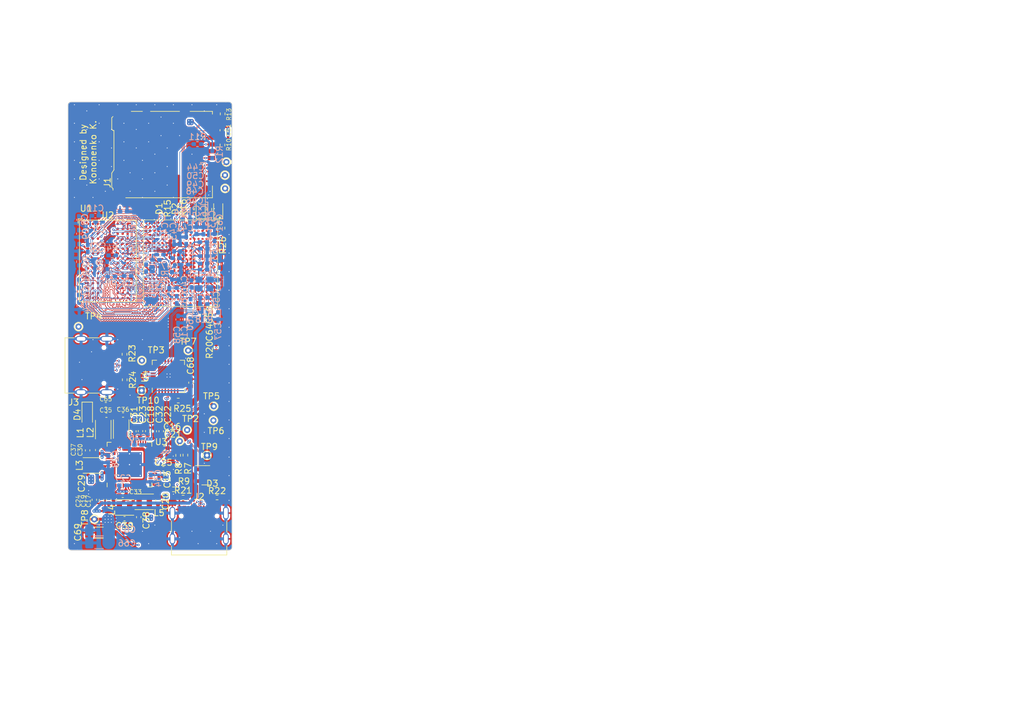
<source format=kicad_pcb>
(kicad_pcb (version 20240108) (generator "pcbnew") (generator_version "8.0")
  (layers (0 "F.Cu" signal) (1 "In1.Cu" signal) (2 "In2.Cu" signal) (31 "B.Cu" signal) (34 "B.Paste" user) (35 "F.Paste" user) (36 "B.SilkS" user "B.Silkscreen") (37 "F.SilkS" user "F.Silkscreen") (38 "B.Mask" user) (39 "F.Mask" user) (44 "Edge.Cuts" user))
  (net 0 "")
  (net 1 "VCC_DRAM")
  (net 2 "/DRAM/SVREF")
  (net 3 "GND")
  (net 4 "+1V8")
  (net 5 "+5VP")
  (net 6 "/POWER/VDD_CPU")
  (net 7 "/POWER/VDD_GPU")
  (net 8 "+3.3VP")
  (net 9 "+3.3V")
  (net 10 "3V3_EXT")
  (net 11 "/USB-UART/UART_D-")
  (net 12 "/USB-UART/UART_D+")
  (net 13 "/DRAM/SCKP")
  (net 14 "/DRAM/SCKN")
  (net 15 "Net-(J2-CC1)")
  (net 16 "/POWER/VINT")
  (net 17 "Net-(U1C-DXLDO_OUT)")
  (net 18 "AP_RESET")
  (net 19 "Net-(U1C-AC_VRA1)")
  (net 20 "Net-(U1C-AC_AVCC)")
  (net 21 "Net-(U1C-VRA2)")
  (net 22 "Net-(U1C-VRA1)")
  (net 23 "/IO2/SOC_XIN")
  (net 24 "/IO2/SOC_XOUT")
  (net 25 "Net-(D1-A)")
  (net 26 "Net-(D2-A)")
  (net 27 "/IO1/SDC0_D2")
  (net 28 "/IO1/SDC0_D3")
  (net 29 "/IO1/SDC0_CMD")
  (net 30 "/IO1/SD_VDD")
  (net 31 "Net-(J1-CLK)")
  (net 32 "/IO1/SDC0_D0")
  (net 33 "/IO1/SDC0_D1")
  (net 34 "/IO1/SDC0_DET")
  (net 36 "Net-(J2-CC2)")
  (net 38 "Net-(J3-CC1)")
  (net 39 "D+")
  (net 40 "Net-(U1A-SZQ)")
  (net 41 "D-")
  (net 43 "Net-(J3-CC2)")
  (net 45 "Net-(U1B-PC12)")
  (net 46 "Net-(U1B-PC13)")
  (net 47 "/IO1/SDC0_CLK")
  (net 48 "PMU_SCK")
  (net 49 "PMU_SDA")
  (net 50 "/IO1/RXC")
  (net 51 "/IO1/RXCTL")
  (net 52 "/IO1/RXD0")
  (net 53 "/IO1/RXD1")
  (net 54 "/IO1/RXD2")
  (net 55 "/IO1/RXD3")
  (net 56 "/IO1/TXC")
  (net 57 "/IO1/TXCTL")
  (net 58 "/IO1/TXD0")
  (net 59 "/IO1/TXD1")
  (net 60 "/IO1/TXD2")
  (net 61 "/IO1/TXD3")
  (net 62 "/IO1/CLK125")
  (net 63 "/IO1/MDIO")
  (net 64 "Net-(U1C-REXT)")
  (net 65 "Net-(U4-VDD)")
  (net 66 "Net-(U4-~{RST})")
  (net 113 "Net-(U1B-PC3)")
  (net 114 "Net-(U1B-PC4)")
  (net 115 "Net-(U1B-PC5)")
  (net 117 "Net-(U1B-PC6)")
  (net 118 "TXConvOut")
  (net 121 "RXConvIn")
  (net 129 "/POWER/VDD_GPUFB")
  (net 144 "/IO2/TV_OUT")
  (net 148 "/IO1/MDC")
  (net 149 "/POWER/VDD_CPUFB")
  (net 155 "/DRAM/SDQ26")
  (net 156 "/DRAM/SDQM3")
  (net 157 "/DRAM/SA6")
  (net 158 "/DRAM/SCAS")
  (net 159 "/DRAM/SCS1")
  (net 160 "/DRAM/SODT0")
  (net 161 "/DRAM/SODT1")
  (net 162 "/DRAM/SDQ25")
  (net 163 "/DRAM/SDQ27")
  (net 164 "/DRAM/SDQ28")
  (net 165 "/DRAM/SDQ30")
  (net 166 "/DRAM/SCKE1")
  (net 167 "/DRAM/SA14")
  (net 168 "/DRAM/SA12")
  (net 169 "/DRAM/SA0")
  (net 170 "/DRAM/SBA0")
  (net 171 "/DRAM/SCS0")
  (net 172 "/DRAM/SDQS0N")
  (net 173 "/DRAM/SDQS0P")
  (net 174 "/DRAM/SDQM1")
  (net 175 "/DRAM/SDQ24")
  (net 176 "/DRAM/SDQ31")
  (net 177 "/DRAM/SA1")
  (net 178 "/DRAM/SA13")
  (net 179 "/DRAM/SA3")
  (net 180 "/DRAM/SA5")
  (net 181 "/DRAM/SDQ23")
  (net 182 "/DRAM/SDQ20")
  (net 183 "/DRAM/SDQ22")
  (net 184 "/DRAM/SDQM2")
  (net 185 "/DRAM/SDQ16")
  (net 186 "/DRAM/SDQ18")
  (net 187 "/DRAM/SRAS")
  (net 188 "/DRAM/SA2")
  (net 189 "/DRAM/SA9")
  (net 190 "/DRAM/SA7")
  (net 191 "/DRAM/SDQM0")
  (net 192 "/DRAM/SDQS1P")
  (net 193 "/DRAM/SDQ21")
  (net 194 "/DRAM/SDQS2N")
  (net 195 "/DRAM/SDQ19")
  (net 196 "/DRAM/SDQS3N")
  (net 197 "/DRAM/SDQ29")
  (net 198 "/DRAM/SDQ17")
  (net 199 "/DRAM/SBA1")
  (net 200 "/DRAM/SA4")
  (net 201 "/DRAM/SA11")
  (net 202 "/DRAM/SA15")
  (net 203 "/DRAM/SA10")
  (net 204 "/DRAM/SBA2")
  (net 205 "/DRAM/SRST")
  (net 206 "/DRAM/SDQS1N")
  (net 207 "/DRAM/SDQS2P")
  (net 208 "/DRAM/SDQS3P")
  (net 209 "/DRAM/SCKE0")
  (net 210 "/DRAM/SA8")
  (net 211 "/DRAM/SWE")
  (net 212 "/DRAM/DQ13")
  (net 213 "/DRAM/DQ15")
  (net 214 "/DRAM/DQ12")
  (net 215 "/DRAM/DQ14")
  (net 216 "/DRAM/DQ11")
  (net 217 "/DRAM/DQ9")
  (net 218 "/DRAM/DQ10")
  (net 219 "/DRAM/DQ8")
  (net 220 "/DRAM/DQ0")
  (net 221 "/DRAM/DQ2")
  (net 222 "/DRAM/DQ1")
  (net 223 "/DRAM/DQ3")
  (net 224 "/DRAM/DQ6")
  (net 225 "/DRAM/DQ4")
  (net 226 "/DRAM/DQ7")
  (net 227 "/DRAM/DQ5")
  (net 241 "Net-(U3-VREF)")
  (net 242 "Net-(U3-BLDO2)")
  (net 243 "Net-(U3-CLDO1)")
  (net 244 "Net-(U3-LXA_1)")
  (net 245 "Net-(U3-LXB_1)")
  (net 246 "Net-(U3-LXC_1)")
  (net 247 "Net-(U3-LXD)")
  (net 248 "Net-(U3-LXE)")
  (net 249 "Net-(U2-ZQ1)")
  (net 250 "Net-(U2-ZQ)")
  (net 251 "Net-(U3-PHSET)")
  (net 252 "Net-(U3-PWROK)")
  (net 253 "Net-(U3-EN{slash}PWRON)")
  (net 264 "Net-(D4-K)")
  (footprint "Capacitor_SMD:C_0402_1005Metric_Pad0.74x0.62mm_HandSolder" (layer "F.Cu") (at 151.83 100.2325 -90)
    (property "Reference" "C64")
    (property "Value" "1n")
  )
  (footprint "Capacitor_SMD:C_0402_1005Metric_Pad0.74x0.62mm_HandSolder" (layer "F.Cu") (at 142.66 125.4275 90)
    (property "Reference" "C15")
    (property "Value" "10u")
  )
  (footprint "TestPoint:TestPoint_THTPad_D1.0mm_Drill0.5mm" (layer "F.Cu") (at 145.95 119.15)
    (property "Reference" "TP1" (hide yes))
    (property "Value" "TestPoint")
  )
  (footprint "Inductor_SMD:L_Changjiang_FNR252010S" (layer "F.Cu") (at 136.49 117.195 90)
    (property "Reference" "L2")
    (property "Value" "1,5uH")
  )
  (footprint "Capacitor_SMD:C_0402_1005Metric_Pad0.74x0.62mm_HandSolder" (layer "F.Cu") (at 136.74 127.9 180)
    (property "Reference" "C33")
    (property "Value" "10u")
  )
  (footprint "TestPoint:TestPoint_THTPad_D1.0mm_Drill0.5mm" (layer "F.Cu") (at 151.4 115.8)
    (property "Reference" "TP6")
    (property "Value" "TestPoint")
  )
  (footprint "TestPoint:TestPoint_THTPad_D1.0mm_Drill0.5mm" (layer "F.Cu") (at 153.27 76.13)
    (property "Reference" "TP11" (hide yes))
    (property "Value" "TestPoint")
  )
  (footprint "Capacitor_SMD:C_0402_1005Metric_Pad0.74x0.62mm_HandSolder" (layer "F.Cu") (at 152.83 68.8575 -90)
    (property "Reference" "C51")
    (property "Value" "10u")
  )
  (footprint "Resistor_SMD:R_0402_1005Metric_Pad0.72x0.64mm_HandSolder" (layer "F.Cu") (at 147.93 81.6125 -90)
    (property "Reference" "R15")
    (property "Value" "2k")
  )
  (footprint "TestPoint:TestPoint_THTPad_D1.0mm_Drill0.5mm" (layer "F.Cu") (at 139.83 106.11)
    (property "Reference" "TP3")
    (property "Value" "TestPoint")
  )
  (footprint "TestPoint:TestPoint_THTPad_D1.0mm_Drill0.5mm" (layer "F.Cu") (at 147.32 104.48)
    (property "Reference" "TP7")
    (property "Value" "TestPoint")
  )
  (footprint "Resistor_SMD:R_0402_1005Metric_Pad0.72x0.64mm_HandSolder" (layer "F.Cu") (at 137.06 109.2275 90)
    (property "Reference" "R24")
    (property "Value" "22k")
  )
  (footprint "projectlib:H616_TFBGA284" (layer "F.Cu") (at 146.09 90.365 -90)
    (property "Reference" "U1")
    (property "Value" "H616")
  )
  (footprint "Resistor_SMD:R_0402_1005Metric_Pad0.72x0.64mm_HandSolder" (layer "F.Cu") (at 137.03 105.0975 -90)
    (property "Reference" "R23")
    (property "Value" "22k")
  )
  (footprint "Inductor_SMD:L_Changjiang_FNR252010S" (layer "F.Cu") (at 133.59 117.285 90)
    (property "Reference" "L1")
    (property "Value" "1,5uH")
  )
  (footprint "LED_SMD:LED_0603_1608Metric_Pad1.05x0.95mm_HandSolder" (layer "F.Cu") (at 152.18 81.535 90)
    (property "Reference" "D2")
    (property "Value" "LED")
  )
  (footprint "TestPoint:TestPoint_THTPad_D1.0mm_Drill0.5mm" (layer "F.Cu") (at 132.15 131.79)
    (property "Reference" "TP8")
    (property "Value" "TestPoint")
  )
  (footprint "Connector_USB:USB_C_Receptacle_Palconn_UTC16-G" (layer "F.Cu") (at 149.09 132.72)
    (property "Reference" "J2")
    (property "Value" "USB_C_Receptacle_USB2.0")
  )
  (footprint "Resistor_SMD:R_0402_1005Metric_Pad0.72x0.64mm_HandSolder" (layer "F.Cu") (at 152.86 71.2475 90)
    (property "Reference" "R10")
    (property "Value" "1R")
  )
  (footprint "TestPoint:TestPoint_THTPad_D1.0mm_Drill0.5mm" (layer "F.Cu") (at 147.16 117.34)
    (property "Reference" "TP2")
    (property "Value" "TestPoint")
  )
  (footprint "Capacitor_SMD:C_0402_1005Metric_Pad0.74x0.62mm_HandSolder" (layer "F.Cu") (at 134.0975 114.95)
    (property "Reference" "C35")
    (property "Value" "10u")
  )
  (footprint "Resistor_SMD:R_0402_1005Metric_Pad0.72x0.64mm_HandSolder" (layer "F.Cu") (at 146.87 121.4125 90)
    (property "Reference" "R7")
    (property "Value" "0R")
  )
  (footprint "Resistor_SMD:R_0402_1005Metric_Pad0.72x0.64mm_HandSolder" (layer "F.Cu") (at 145.7 121.4425 90)
    (property "Reference" "R8")
    (property "Value" "NC")
  )
  (footprint "Inductor_SMD:L_Changjiang_FNR252010S" (layer "F.Cu") (at 137.025 129.88)
    (property "Reference" "L4")
    (property "Value" "1,5uH")
  )
  (footprint "Capacitor_SMD:C_0402_1005Metric_Pad0.74x0.62mm_HandSolder" (layer "F.Cu") (at 142.44 128.7425 90)
    (property "Reference" "C20")
    (property "Value" "10u")
  )
  (footprint "Resistor_SMD:R_0402_1005Metric_Pad0.72x0.64mm_HandSolder" (layer "F.Cu") (at 151.9875 128.26 180)
    (property "Reference" "R22")
    (property "Value" "5.1k")
  )
  (footprint "Capacitor_SMD:C_0402_1005Metric_Pad0.74x0.62mm_HandSolder" (layer "F.Cu") (at 139.33 131.4475 90)
    (property "Reference" "C38")
    (property "Value" "10u")
  )
  (footprint "LED_SMD:LED_0603_1608Metric_Pad1.05x0.95mm_HandSolder" (layer "F.Cu") (at 149.34 81.515 90)
    (property "Reference" "D1")
    (property "Value" "LED")
  )
  (footprint "Resistor_SMD:R_0402_1005Metric_Pad0.72x0.64mm_HandSolder" (layer "F.Cu") (at 152.86 84.6875 -90)
    (property "Reference" "R26")
    (property "Value" "10k")
  )
  (footprint "TestPoint:TestPoint_THTPad_D1.0mm_Drill0.5mm" (layer "F.Cu") (at 153.5 74)
    (property "Reference" "TP13" (hide yes))
    (property "Value" "TestPoint")
  )
  (footprint "Capacitor_SMD:C_0402_1005Metric_Pad0.74x0.62mm_HandSolder" (layer "F.Cu") (at 143.2975 123.61 180)
    (property "Reference" "C25")
    (property "Value" "10u")
  )
  (footprint "Capacitor_SMD:C_0402_1005Metric_Pad0.74x0.62mm_HandSolder" (layer "F.Cu") (at 132.15 128.6375 90)
    (property "Reference" "C24")
    (property "Value" "10u")
  )
  (footprint "Capacitor_SMD:C_0402_1005Metric_Pad0.74x0.62mm_HandSolder" (layer "F.Cu") (at 132.66 125.5375 -90)
    (property "Reference" "C29")
    (property "Value" "10u")
  )
  (footprint "Capacitor_SMD:C_1206_3216Metric_Pad1.33x1.80mm_HandSolder" (layer "F.Cu") (at 132.8875 133.965 180)
    (property "Reference" "C69")
    (property "Value" "47u")
  )
  (footprint "Capacitor_SMD:C_0402_1005Metric_Pad0.74x0.62mm_HandSolder" (layer "F.Cu") (at 138.54 117.5625 90)
    (property "Reference" "C31")
    (property "Value" "10u")
  )
  (footprint "Capacitor_SMD:C_0402_1005Metric_Pad0.74x0.62mm_HandSolder" (layer "F.Cu") (at 147.77 109.69 90)
    (property "Reference" "C68")
    (property "Value" "4.7u")
  )
  (footprint "Capacitor_SMD:C_0402_1005Metric_Pad0.74x0.62mm_HandSolder" (layer "F.Cu") (at 140.79 117.5325 -90)
    (property "Reference" "C18")
    (property "Value" "10u")
  )
  (footprint "Package_DFN_QFN:QFN-56-1EP_7x7mm_P0.4mm_EP4x4mm_ThermalVias" (layer "F.Cu") (at 137.83 122.95 90)
    (property "Reference" "U3")
    (property "Value" "AXP305")
  )
  (footprint "Capacitor_SMD:C_0402_1005Metric_Pad0.74x0.62mm_HandSolder" (layer "F.Cu") (at 143.44 120.3 180)
    (property "Reference" "C16")
    (property "Value" "10u")
  )
  (footprint "Inductor_SMD:L_Changjiang_FNR252010S" (layer "F.Cu") (at 131.835 123.08 180)
    (property "Reference" "L3")
    (property "Value" "1,5uH")
  )
  (footprint "TestPoint:TestPoint_THTPad_D1.0mm_Drill0.5mm" (layer "F.Cu") (at 153.29 78.27)
    (property "Reference" "TP12" (hide yes))
    (property "Value" "TestPoint")
  )
  (footprint "Capacitor_SMD:C_0402_1005Metric_Pad0.74x0.62mm_HandSolder" (layer "F.Cu") (at 134.0075 113.265)
    (property "Reference" "C65")
    (property "Value" "4.7u")
  )
  (footprint "Resistor_SMD:R_0402_1005Metric_Pad0.72x0.64mm_HandSolder" (layer "F.Cu") (at 144.9475 126.95 180)
    (property "Reference" "R9")
    (property "Value" "0R")
  )
  (footprint "Capacitor_SMD:C_0402_1005Metric_Pad0.74x0.62mm_HandSolder" (layer "F.Cu") (at 149.62 98.7525 -90)
    (property "Reference" "C56")
    (property "Value" "2.2u")
  )
  (footprint "Package_BGA:BGA-96_9.0x13.0mm_Layout2x3x16_P0.8mm" (layer "F.Cu") (at 134.33 90)
    (property "Reference" "U2")
    (property "Value" "K4B8G1646D")
  )
  (footprint "Resistor_SMD:R_0402_1005Metric_Pad0.72x0.64mm_HandSolder" (layer "F.Cu") (at 146.4975 128.29)
    (property "Reference" "R21")
    (property "Value" "5.1k")
  )
  (footprint "Connector_Card:microSD_HC_Hirose_DM3AT-SF-PEJM5" (layer "F.Cu") (at 143.35 72.78 -90)
    (property "Reference" "J1")
    (property "Value" "Micro_SD_Card_Det2")
  )
  (footprint "TestPoint:TestPoint_THTPad_D1.0mm_Drill0.5mm" (layer "F.Cu") (at 139.79 110.96)
    (property "Reference" "TP10")
    (property "Value" "TestPoint")
  )
  (footprint "Capacitor_SMD:C_0402_1005Metric_Pad0.74x0.62mm_HandSolder" (layer "F.Cu") (at 133.31 128.67 90)
    (property "Reference" "C19")
    (property "Value" "10u")
  )
  (footprint "TestPoint:TestPoint_THTPad_D1.0mm_Drill0.5mm" (layer "F.Cu") (at 151.45 113.51)
    (property "Reference" "TP5")
    (property "Value" "TestPoint")
  )
  (footprint "Capacitor_SMD:C_0402_1005Metric_Pad0.74x0.62mm_HandSolder" (layer "F.Cu") (at 143.4325 121.51 180)
    (property "Reference" "C21")
    (property "Value" "4.7u")
  )
  (footprint "TestPoint:TestPoint_THTPad_D1.0mm_Drill0.5mm" (layer "F.Cu") (at 129.6 100.63)
    (property "Reference" "TP4")
    (property "Value" "TestPoint")
  )
  (footprint "Capacitor_SMD:C_0402_1005Metric_Pad0.74x0.62mm_HandSolder" (layer "F.Cu") (at 141.84 117.5525 90)
    (property "Reference" "C32")
    (property "Value" "10u")
  )
  (footprint "Capacitor_SMD:C_0402_1005Metric_Pad0.74x0.62mm_HandSolder" (layer "F.Cu") (at 131.06 120.6425 90)
    (property "Reference" "C37")
    (property "Value" "10u")
  )
  (footprint "Capacitor_SMD:C_0402_1005Metric_Pad0.74x0.62mm_HandSolder" (layer "F.Cu") (at 137.0325 131.69 180)
    (property "Reference" "C39")
    (property "Value" "10u")
  )
  (footprint "Diode_SMD:D_SOD-323_HandSoldering" (layer "F.Cu") (at 131 114.84 -90)
    (property "Reference" "D4")
    (property "Value" "D_Schottky")
  )
  (footprint "Connector_USB:USB_C_Receptacle_Palconn_UTC16-G" (layer "F.Cu") (at 132.25 106.91 -90)
    (property "Reference" "J3")
    (property "Value" "USB_C_Receptacle_USB2.0")
  )
  (footprint "Package_DFN_QFN:QFN-28-1EP_5x5mm_P0.5mm_EP3.35x3.35mm" (layer "F.Cu") (at 144.12 108.67 90)
    (property "Reference" "U4")
    (property "Value" "CP2102N-Axx-xQFN28")
  )
  (footprint "Package_TO_SOT_SMD:SOT-23" (layer "F.Cu") (at 150.1675 124.67)
    (property "Reference" "D3")
    (property "Value" "SP0502BAHT")
  )
  (footprint "Resistor_SMD:R_0402_1005Metric_Pad0.72x0.64mm_HandSolder" (layer "F.Cu") (at 145.7125 112.59)
    (property "Reference" "R25")
    (property "Value" "10k")
  )
  (footprint "Inductor_SMD:L_Changjiang_FNR252010S" (layer "F.Cu") (at 140.215 128.96 180)
    (property "Reference" "L5")
    (property "Value" "1,5uH")
  )
  (footprint "Resistor_SMD:R_0402_1005Metric_Pad0.72x0.64mm_HandSolder" (layer "F.Cu") (at 150.75 81.6525 -90)
    (property "Reference" "R16")
    (property "Value" "2k")
  )
  (footprint "Capacitor_SMD:C_0402_1005Metric_Pad0.74x0.62mm_HandSolder" (layer "F.Cu") (at 142.96 117.5525 -90)
    (property "Reference" "C22")
    (property "Value" "1u")
  )
  (footprint "Capacitor_SMD:C_0402_1005Metric_Pad0.74x0.62mm_HandSolder" (layer "F.Cu") (at 134.48 128.66 90)
    (property "Reference" "C17")
    (property "Value" "10u")
  )
  (footprint "Resistor_SMD:R_0402_1005Metric_Pad0.72x0.64mm_HandSolder" (layer "F.Cu") (at 152.89 66.21 -90)
    (property "Reference" "R13")
    (property "Value" "10k")
  )
  (footprint "Resistor_SMD:R_0402_1005Metric_Pad0.72x0.64mm_HandSolder" (layer "F.Cu") (at 151.84 104.0225 90)
    (property "Reference" "R20")
    (property "Value" "10k")
  )
  (footprint "Capacitor_SMD:C_0402_1005Metric_Pad0.74x0.62mm_HandSolder" (layer "F.Cu") (at 136.7925 114.92 180)
    (property "Reference" "C36")
    (property "Value" "10u")
  )
  (footprint "Capacitor_SMD:C_0402_1005Metric_Pad0.74x0.62mm_HandSolder" (layer "F.Cu") (at 132.7 120.5875 90)
    (property "Reference" "C30")
    (property "Value" "10u")
  )
  (footprint "TestPoint:TestPoint_THTPad_D1.0mm_Drill0.5mm" (layer "F.Cu") (at 150.36 121.45)
    (property "Reference" "TP9")
    (property "Value" "TestPoint")
  )
  (footprint "Capacitor_SMD:C_0402_1005Metric_Pad0.74x0.62mm_HandSolder" (layer "F.Cu") (at 139.61 117.5325 -90)
    (property "Reference" "C23")
    (property "Value" "10u")
  )
  (footprint "Resistor_SMD:R_0402_1005Metric_Pad0.72x0.64mm_HandSolder" (layer "B.Cu") (at 135.0375 89.1 180)
    (property "Reference" "R4")
    (property "Value" "100R")
  )
  (footprint "Capacitor_SMD:C_0402_1005Metric_Pad0.74x0.62mm_HandSolder" (layer "B.Cu") (at 148.64 85.0875 90)
    (property "Reference" "C52")
    (property "Value" "2.2u")
  )
  (footprint "Resistor_SMD:R_0402_1005Metric_Pad0.72x0.64mm_HandSolder" (layer "B.Cu") (at 144.7 92.4125 -90)
    (property "Reference" "R3")
    (property "Value" "240R")
  )
  (footprint "Resistor_SMD:R_0402_1005Metric_Pad0.72x0.64mm_HandSolder" (layer "B.Cu") (at 149.8375 96.98 180)
    (property "Reference" "R18")
    (property "Value" "2k")
  )
  (footprint "Capacitor_SMD:C_0402_1005Metric_Pad0.74x0.62mm_HandSolder" (layer "B.Cu") (at 137.5425 92.42)
    (property "Reference" "C3")
    (property "Value" "1u")
  )
  (footprint "Resistor_SMD:R_0402_1005Metric_Pad0.72x0.64mm_HandSolder" (layer "B.Cu") (at 144.8725 94.36 180)
    (property "Reference" "R19")
    (property "Value" "150k")
  )
  (footprint "Capacitor_SMD:C_0402_1005Metric_Pad0.74x0.62mm_HandSolder" (layer "B.Cu") (at 152.1 93.6875 -90)
    (property "Reference" "C59")
    (property "Value" "18p")
  )
  (footprint "Capacitor_SMD:C_0402_1005Metric_Pad0.74x0.62mm_HandSolder" (layer "B.Cu") (at 146.77 99.4525 -90)
    (property "Reference" "C14")
    (property "Value" "1u")
  )
  (footprint "Resistor_SMD:R_0402_1005Metric_Pad0.72x0.64mm_HandSolder" (layer "B.Cu") (at 148.8175 71.1 180)
    (property "Reference" "R11")
    (property "Value" "33R")
  )
  (footprint "Capacitor_SMD:C_0402_1005Metric_Pad0.74x0.62mm_HandSolder" (layer "B.Cu") (at 147.71 96.7375 -90)
    (property "Reference" "C55")
    (property "Value" "470n")
  )
  (footprint "Capacitor_SMD:C_0402_1005Metric_Pad0.74x0.62mm_HandSolder" (layer "B.Cu") (at 129.65 83.3525 -90)
    (property "Reference" "C8")
    (property "Value" "1u")
  )
  (footprint "Resistor_SMD:R_0402_1005Metric_Pad0.72x0.64mm_HandSolder" (layer "B.Cu") (at 147.0125 83.26 180)
    (property "Reference" "R14")
    (property "Value" "1k")
  )
  (footprint "Resistor_SMD:R_0402_1005Metric_Pad0.72x0.64mm_HandSolder" (layer "B.Cu") (at 134.24 90.7325 90)
    (property "Reference" "R6")
    (property "Value" "240R")
  )
  (footprint "Capacitor_SMD:C_0402_1005Metric_Pad0.74x0.62mm_HandSolder" (layer "B.Cu") (at 149.8025 91.4 180)
    (property "Reference" "C48")
    (property "Value" "2.2u")
  )
  (footprint "Capacitor_SMD:C_1206_3216Metric_Pad1.33x1.80mm_HandSolder" (layer "B.Cu") (at 132.8975 135.61 180)
    (property "Reference" "C66")
    (property "Value" "47u")
  )
  (footprint "Capacitor_SMD:C_1206_3216Metric_Pad1.33x1.80mm_HandSolder" (layer "B.Cu") (at 132.9025 133.53 180)
    (property "Reference" "C67")
    (property "Value" "47u")
  )
  (footprint "Capacitor_SMD:C_0402_1005Metric_Pad0.74x0.62mm_HandSolder" (layer "B.Cu") (at 152.55 88.2275 -90)
    (property "Reference" "C61")
    (property "Value" "100n")
  )
  (footprint "Capacitor_SMD:C_0402_1005Metric_Pad0.74x0.62mm_HandSolder" (layer "B.Cu") (at 151.58 86.19 90)
    (property "Reference" "C53")
    (property "Value" "2.2u")
  )
  (footprint "Capacitor_SMD:C_0402_1005Metric_Pad0.74x0.62mm_HandSolder" (layer "B.Cu") (at 142.7775 88.96 180)
    (property "Reference" "C11")
    (property "Value" "1u")
  )
  (footprint "Capacitor_SMD:C_0402_1005Metric_Pad0.74x0.62mm_HandSolder" (layer "B.Cu") (at 129.68 87.8475 -90)
    (property "Reference" "C6")
    (property "Value" "1u")
  )
  (footprint "Capacitor_SMD:C_0402_1005Metric_Pad0.74x0.62mm_HandSolder" (layer "B.Cu") (at 132.3075 82.68)
    (property "Reference" "C10")
    (property "Value" "1u")
  )
  (footprint "Capacitor_SMD:C_0402_1005Metric_Pad0.74x0.62mm_HandSolder" (layer "B.Cu") (at 142.1125 89.83 180)
    (property "Reference" "C12")
    (property "Value" "1u")
  )
  (footprint "Capacitor_SMD:C_0402_1005Metric_Pad0.74x0.62mm_HandSolder" (layer "B.Cu") (at 152.15 98.8775 -90)
    (property "Reference" "C57")
    (property "Value" "1u")
  )
  (footprint "Capacitor_SMD:C_0402_1005Metric_Pad0.74x0.62mm_HandSolder" (layer "B.Cu") (at 132.9125 83.66)
    (property "Reference" "C5")
    (property "Value" "1u")
  )
  (footprint "Capacitor_SMD:C_0402_1005Metric_Pad0.74x0.62mm_HandSolder" (layer "B.Cu") (at 140.52 91.1525 -90)
    (property "Reference" "C7")
    (property "Value" "2.2p")
  )
  (footprint "Resistor_SMD:R_0402_1005Metric_Pad0.72x0.64mm_HandSolder" (layer "B.Cu") (at 151.22 72.7825 90)
    (property "Reference" "R12")
    (property "Value" "10k")
  )
  (footprint "Capacitor_SMD:C_0402_1005Metric_Pad0.74x0.62mm_HandSolder" (layer "B.Cu") (at 149.8575 88.03 180)
    (property "Reference" "C44")
    (property "Value" "2.2u")
  )
  (footprint "Capacitor_SMD:C_0402_1005Metric_Pad0.74x0.62mm_HandSolder" (layer "B.Cu") (at 145.69 99.47 -90)
    (property "Reference" "C58")
    (property "Value" "100n")
  )
  (footprint "Capacitor_SMD:C_0402_1005Metric_Pad0.74x0.62mm_HandSolder" (layer "B.Cu") (at 129.66 94.9425 90)
    (property "Reference" "C1")
    (property "Value" "100n" (hide yes))
  )
  (footprint "Capacitor_SMD:C_0402_1005Metric_Pad0.74x0.62mm_HandSolder" (layer "B.Cu") (at 147.82 93.7 90)
    (property "Reference" "C60")
    (property "Value" "18p")
  )
  (footprint "Capacitor_SMD:C_0402_1005Metric_Pad0.74x0.62mm_HandSolder" (layer "B.Cu") (at 136.7475 126.31 180)
    (property "Reference" "C27")
    (property "Value" "10u")
  )
  (footprint "Capacitor_SMD:C_0402_1005Metric_Pad0.74x0.62mm_HandSolder" (layer "B.Cu") (at 146.7525 90.58)
    (property "Reference" "C42")
    (property "Value" "2.2u")
  )
  (footprint "Capacitor_SMD:C_0402_1005Metric_Pad0.74x0.62mm_HandSolder" (layer "B.Cu") (at 147 86.7025 -90)
    (property "Reference" "C41")
    (property "Value" "2.2u")
  )
  (footprint "Capacitor_SMD:C_0402_1005Metric_Pad0.74x0.62mm_HandSolder" (layer "B.Cu") (at 149.8175 89.2 180)
    (property "Reference" "C50")
    (property "Value" "2.2u")
  )
  (footprint "Capacitor_SMD:C_0402_1005Metric_Pad0.74x0.62mm_HandSolder" (layer "B.Cu") (at 141.27 125.1675 90)
    (property "Reference" "C34")
    (property "Value" "10u")
  )
  (footprint "Capacitor_SMD:C_0402_1005Metric_Pad0.74x0.62mm_HandSolder" (layer "B.Cu") (at 145.04 87.8925 -90)
    (property "Reference" "C45")
    (property "Value" "2.2u")
  )
  (footprint "Capacitor_SMD:C_0402_1005Metric_Pad0.74x0.62mm_HandSolder" (layer "B.Cu") (at 149.7825 86.95 180)
    (property "Reference" "C46")
    (property "Value" "2.2u")
  )
  (footprint "Capacitor_SMD:C_0402_1005Metric_Pad0.74x0.62mm_HandSolder" (layer "B.Cu") (at 134.39 122.0575 90)
    (property "Reference" "C28")
    (property "Value" "10u")
  )
  (footprint "Resistor_SMD:R_0402_1005Metric_Pad0.72x0.64mm_HandSolder" (layer "B.Cu") (at 134.9025 92.53 180)
    (property "Reference" "R5")
    (property "Value" "240R")
  )
  (footprint "Capacitor_SMD:C_0402_1005Metric_Pad0.74x0.62mm_HandSolder" (layer "B.Cu") (at 145.3625 89.55)
    (property "Reference" "C47")
    (property "Value" "2.2u")
  )
  (footprint "Capacitor_SMD:C_0402_1005Metric_Pad0.74x0.62mm_HandSolder" (layer "B.Cu") (at 149.79 85.1125 90)
    (property "Reference" "C62")
    (property "Value" "100n")
  )
  (footprint "Capacitor_SMD:C_0402_1005Metric_Pad0.74x0.62mm_HandSolder" (layer "B.Cu") (at 139.2025 119.76 180)
    (property "Reference" "C26")
    (property "Value" "10u")
  )
  (footprint "Capacitor_SMD:C_0402_1005Metric_Pad0.74x0.62mm_HandSolder" (layer "B.Cu") (at 149.8175 90.41 180)
    (property "Reference" "C49")
    (property "Value" "2.2u")
  )
  (footprint "Capacitor_SMD:C_0402_1005Metric_Pad0.74x0.62mm_HandSolder" (layer "B.Cu") (at 145.47 96.2775 -90)
    (property "Reference" "C54")
    (property "Value" "470n")
  )
  (footprint "Capacitor_SMD:C_0402_1005Metric_Pad0.74x0.62mm_HandSolder" (layer "B.Cu") (at 129.7 97.2875 -90)
    (property "Reference" "C4")
    (property "Value" "1u")
  )
  (footprint "Capacitor_SMD:C_0402_1005Metric_Pad0.74x0.62mm_HandSolder" (layer "B.Cu") (at 146.02 87.8925 -90)
    (property "Reference" "C43")
    (property "Value" "2.2u")
  )
  (footprint "Capacitor_SMD:C_0402_1005Metric_Pad0.74x0.62mm_HandSolder" (layer "B.Cu") (at 129.65 85.5875 -90)
    (property "Reference" "C9")
    (property "Value" "1u")
  )
  (footprint "Resistor_SMD:R_0402_1005Metric_Pad0.72x0.64mm_HandSolder" (layer "B.Cu") (at 129.68 92.4325 90)
    (property "Reference" "R1")
    (property "Value" "2k")
  )
  (footprint "Capacitor_SMD:C_0402_1005Metric_Pad0.74x0.62mm_HandSolder" (layer "B.Cu") (at 136.8725 82.02)
    (property "Reference" "C13")
    (property "Value" "1u")
  )
  (footprint "Crystal:Crystal_SMD_2520-4Pin_2.5x2.0mm" (layer "B.Cu") (at 149.945 93.72)
    (property "Reference" "Y1")
    (property "Value" "24MHz")
  )
  (footprint "Resistor_SMD:R_0402_1005Metric_Pad0.72x0.64mm_HandSolder" (layer "B.Cu") (at 129.67 90.1175 90)
    (property "Reference" "R2")
    (property "Value" "2k")
  )
  (footprint "Capacitor_SMD:C_0402_1005Metric_Pad0.74x0.62mm_HandSolder" (layer "B.Cu") (at 146.7025 91.82)
    (property "Reference" "C40")
    (property "Value" "2.2u")
  )
  (footprint "Capacitor_SMD:C_0402_1005Metric_Pad0.74x0.62mm_HandSolder" (layer "B.Cu") (at 152.33 90.53 90)
    (property "Reference" "C63")
    (property "Value" "220n")
  )
  (footprint "Capacitor_SMD:C_0402_1005Metric_Pad0.74x0.62mm_HandSolder" (layer "B.Cu") (at 131.09 87.96 90)
    (property "Reference" "C2")
    (property "Value" "100n")
  )
  (footprint "Resistor_SMD:R_0402_1005Metric_Pad0.72x0.64mm_HandSolder" (layer "B.Cu") (at 149.8525 95.92 180)
    (property "Reference" "R17")
    (property "Value" "2k")
  )
  (gr_line (start 148.3 97.89) (end 148.3 95.09) (stroke (width 0.15)) (layer "B.SilkS"))
  (gr_line (start 147.3 98.49) (end 148.3 98.49) (stroke (width 0.15)) (layer "B.SilkS"))
  (gr_line (start 148.1 97.89) (end 148.3 97.89) (stroke (width 0.15)) (layer "B.SilkS"))
  (gr_line (start 150.5 84.89) (end 150.5 80.49) (stroke (width 0.15)) (layer "B.SilkS"))
  (gr_line (start 150.1 80.49) (end 150.1 74.09) (stroke (width 0.15)) (layer "B.SilkS"))
  (gr_line (start 150.9 86.29) (end 150.3 86.29) (stroke (width 0.15)) (layer "B.SilkS"))
  (gr_line (start 148.3 95.09) (end 147.7 95.09) (stroke (width 0.15)) (layer "B.SilkS"))
  (gr_line (start 150.9 92.09) (end 150.9 84.89) (stroke (width 0.15)) (layer "B.SilkS"))
  (gr_line (start 150.9 84.89) (end 150.5 84.89) (stroke (width 0.15)) (layer "B.SilkS"))
  (gr_line (start 150.9 92.09) (end 150.3 92.09) (stroke (width 0.15)) (layer "B.SilkS"))
  (gr_line (start 148.1 98.49) (end 148.1 97.89) (stroke (width 0.15)) (layer "B.SilkS"))
  (gr_line (start 150.1 74.09) (end 149.3 74.09) (stroke (width 0.15)) (layer "B.SilkS"))
  (gr_line (start 150.5 80.49) (end 150.1 80.49) (stroke (width 0.15)) (layer "B.SilkS"))
  (gr_line (start 150.5 80.89) (end 149.3 80.89) (stroke (width 0.15)) (layer "B.SilkS"))
  (gr_line (start 152.32 83.37) (end 152.32 84.05) (stroke (width 0.15)) (layer "F.SilkS"))
  (gr_line (start 128.4 136.79) (end 129.4 136.79) (stroke (width 0.1)) (layer "Edge.Cuts"))
  (gr_line (start 127.9 64.79) (end 127.9 136.29) (stroke (width 0.1)) (layer "Edge.Cuts"))
  (gr_line (start 153.9 136.79) (end 129.4 136.79) (stroke (width 0.1)) (layer "Edge.Cuts"))
  (gr_arc (start 127.9 64.79) (mid 128.046447 64.436447) (end 128.4 64.29) (stroke (width 0.1)) (layer "Edge.Cuts"))
  (gr_arc (start 128.4 136.79) (mid 128.046447 136.643553) (end 127.9 136.29) (stroke (width 0.1)) (layer "Edge.Cuts"))
  (gr_line (start 154.4 64.79) (end 154.4 136.29) (stroke (width 0.1)) (layer "Edge.Cuts"))
  (gr_arc (start 153.9 64.29) (mid 154.253553 64.436447) (end 154.4 64.79) (stroke (width 0.1)) (layer "Edge.Cuts"))
  (gr_line (start 153.4 64.29) (end 153.9 64.29) (stroke (width 0.1)) (layer "Edge.Cuts"))
  (gr_arc (start 154.4 136.29) (mid 154.253553 136.643553) (end 153.9 136.79) (stroke (width 0.1)) (layer "Edge.Cuts"))
  (gr_line (start 128.4 64.29) (end 153.4 64.29) (stroke (width 0.1)) (layer "Edge.Cuts"))
  (gr_text "Designed by\nKononenko K." (at 132.55 72.44 90) (layer "F.SilkS") (effects (font (size 1 1)) (justify bottom)))
  (segment (start 130.34 87.51) (end 130.83 88) (width 0.25) (layer "F.Cu") (net 1))
  (segment (start 145.09 89.04) (end 145.09 89.99) (width 0.2) (layer "F.Cu") (net 1))
  (segment (start 139.467741 89.6) (end 137.53 89.6) (width 0.25) (layer "F.Cu") (net 1))
  (segment (start 139.676445 89.391296) (end 139.467741 89.6) (width 0.25) (layer "F.Cu") (net 1))
  (segment (start 138.446161 93.74425) (end 138.301911 93.6) (width 0.25) (layer "F.Cu") (net 1))
  (segment (start 131.93 84.8) (end 131.87 84.8) (width 0.25) (layer "F.Cu") (net 1))
  (segment (start 137.6 132.96) (end 137.665 133.025) (width 0.5) (layer "F.Cu") (net 1))
  (segment (start 131.13 95.2) (end 130.86675 95.2) (width 0.25) (layer "F.Cu") (net 1))
  (segment (start 131.912274 89.6) (end 131.521137 89.208863) (width 0.25) (layer "F.Cu") (net 1))
  (segment (start 144.675 90.405) (end 144.41 90.14) (width 0.2) (layer "F.Cu") (net 1))
  (segment (start 131.93 91.14) (end 131.57 90.78) (width 0.25) (layer "F.Cu") (net 1))
  (segment (start 137.2 132.79) (end 136.9 132.79) (width 0.5) (layer "F.Cu") (net 1))
  (segment (start 137.82 129.75) (end 137.82 129.67) (width 0.5) (layer "F.Cu") (net 1))
  (segment (start 130.86675 95.2) (end 130.68675 95.02) (width 0.25) (layer "F.Cu") (net 1))
  (segment (start 137.129768 90.000232) (end 137.53 89.6) (width 0.15) (layer "F.Cu") (net 1))
  (segment (start 137.6 95.2) (end 138.08 95.68) (width 0.25) (layer "F.Cu") (net 1))
  (segment (start 137.129768 90.654887) (end 136.73 91.054655) (width 0.25) (layer "F.Cu") (net 1))
  (segment (start 131.13 93.6) (end 130.59 93.6) (width 0.25) (layer "F.Cu") (net 1))
  (segment (start 136.636 84) (end 136.34 83.704) (width 0.25) (layer "F.Cu") (net 1))
  (segment (start 130.83 88) (end 131.13 88) (width 0.25) (layer "F.Cu") (net 1))
  (segment (start 138.43 126.4) (end 138.43 127.11) (width 0.15) (layer "F.Cu") (net 1))
  (segment (start 137.9 132.79) (end 137.665 133.025) (width 0.5) (layer "F.Cu") (net 1))
  (segment (start 136.9 132.79) (end 136.9 133.29) (width 0.5) (layer "F.Cu") (net 1))
  (segment (start 137.82 131.47) (end 137.6 131.69) (width 0.5) (layer "F.Cu") (net 1))
  (segment (start 144.41 90.14) (end 144.28 90.14) (width 0.2) (layer "F.Cu") (net 1))
  (segment (start 131.13 85.6) (end 131.13 85.5455) (width 0.25) (layer "F.Cu") (net 1))
  (segment (start 137.53 85.6) (end 137.53 86.4) (width 0.25) (layer "F.Cu") (net 1))
  (segment (start 131.13 84) (end 131.12 84) (width 0.25) (layer "F.Cu") (net 1))
  (segment (start 137.53 95.2) (end 137.6 95.2) (width 0.25) (layer "F.Cu") (net 1))
  (segment (start 131.13 85.5455) (end 130.7145 85.13) (width 0.25) (layer "F.Cu") (net 1))
  (segment (start 131.87 84.8) (end 131.48 84.41) (width 0.25) (layer "F.Cu") (net 1))
  (segment (start 144.675 90.405) (end 144.44 90.64) (width 0.2) (layer "F.Cu") (net 1))
  (segment (start 131.93 86.38) (end 131.57 86.02) (width 0.25) (layer "F.Cu") (net 1))
  (segment (start 131.12 84) (end 130.7 83.58) (width 0.25) (layer "F.Cu") (net 1))
  (segment (start 137.82 129.75) (end 137.82 131.47) (width 0.5) (layer "F.Cu") (net 1))
  (segment (start 144.44 90.64) (end 144.42 90.64) (width 0.2) (layer "F.Cu") (net 1))
  (segment (start 137.129768 90.654887) (end 137.129768 90.000232) (width 0.15) (layer "F.Cu") (net 1))
  (segment (start 137.2 133.25) (end 137.24 133.29) (width 0.5) (layer "F.Cu") (net 1))
  (segment (start 136.73 84) (end 136.636 84) (width 0.25) (layer "F.Cu") (net 1))
  (segment (start 137.5 87.2) (end 137.15 87.55) (width 0.25) (layer "F.Cu") (net 1))
  (segment (start 131.93 91.2) (end 131.93 91.14) (width 0.25) (layer "F.Cu") (net 1))
  (segment (start 130.59 93.6) (end 130.49 93.7) (width 0.25) (layer "F.Cu") (net 1))
  (segment (start 137.6 131.69) (end 137.6 132.96) (width 0.5) (layer "F.Cu") (net 1))
  (segment (start 136.73 91.054655) (end 136.73 91.2) (width 0.25) (layer "F.Cu") (net 1))
  (segment (start 145.09 89.99) (end 145.09 91.64) (width 0.2) (layer "F.Cu") (net 1))
  (segment (start 137.82 129.67) (end 138.43 129.06) (width 0.5) (layer "F.Cu") (net 1))
  (segment (start 137.9 132.79) (end 137.9 133.29) (width 0.5) (layer "F.Cu") (net 1))
  (segment (start 145.09 89.99) (end 144.675 90.405) (width 0.2) (layer "F.Cu") (net 1))
  (segment (start 138.43 129.06) (end 138.43 127.11) (width 0.5) (layer "F.Cu") (net 1))
  (segment (start 137.665 133.025) (end 137.4 133.29) (width 0.5) (layer "F.Cu") (net 1))
  (segment (start 135.89 88.8) (end 135.51 88.42) (width 0.25) (layer "F.Cu") (net 1))
  (segment (start 137.24 133.29) (end 136.9 133.29) (width 0.5) (layer "F.Cu") (net 1))
  (segment (start 137.9 133.29) (end 137.24 133.29) (width 0.5) (layer "F.Cu") (net 1))
  (segment (start 131.93 86.4) (end 131.93 86.38) (width 0.25) (layer "F.Cu") (net 1))
  (segment (start 131.93 89.6) (end 131.912274 89.6) (width 0.25) (layer "F.Cu") (net 1))
  (segment (start 135.93 88.8) (end 135.89 88.8) (width 0.25) (layer "F.Cu") (net 1))
  (segment (start 137.9 132.79) (end 137.2 132.79) (width 0.5) (layer "F.Cu") (net 1))
  (segment (start 137.2 132.79) (end 137.2 133.25) (width 0.5) (layer "F.Cu") (net 1))
  (segment (start 138.301911 93.6) (end 137.53 93.6) (width 0.25) (layer "F.Cu") (net 1))
  (segment (start 137.53 87.2) (end 137.5 87.2) (width 0.25) (layer "F.Cu") (net 1))
  (via (at 130.49 93.7) (size 0.35) (drill 0.15) (layers "F.Cu" "B.Cu") (net 1))
  (via (at 137.4 132.79) (size 0.35) (drill 0.15) (layers "F.Cu" "B.Cu") (net 1))
  (via (at 138.446161 93.74425) (size 0.35) (drill 0.15) (layers "F.Cu" "B.Cu") (net 1))
  (via (at 137.9 132.79) (size 0.35) (drill 0.15) (layers "F.Cu" "B.Cu") (net 1))
  (via (at 136.34 83.704) (size 0.35) (drill 0.15) (layers "F.Cu" "B.Cu") (net 1))
  (via (at 144.28 90.14) (size 0.35) (drill 0.15) (layers "F.Cu" "B.Cu") (net 1))
  (via (at 137.53 85.95) (size 0.35) (drill 0.15) (layers "F.Cu" "B.Cu") (net 1))
  (via (at 136.9 132.79) (size 0.35) (drill 0.15) (layers "F.Cu" "B.Cu") (net 1))
  (via (at 130.7145 85.13) (size 0.35) (drill 0.15) (layers "F.Cu" "B.Cu") (net 1))
  (via (at 135.51 88.42) (size 0.35) (drill 0.15) (layers "F.Cu" "B.Cu") (net 1))
  (via (at 137.9 133.29) (size 0.35) (drill 0.15) (layers "F.Cu" "B.Cu") (net 1))
  (via (at 137.15 87.55) (size 0.35) (drill 0.15) (layers "F.Cu" "B.Cu") (net 1))
  (via (at 137.4 133.29) (size 0.35) (drill 0.15) (layers "F.Cu" "B.Cu") (net 1))
  (via (at 131.57 86.02) (size 0.35) (drill 0.15) (layers "F.Cu" "B.Cu") (net 1))
  (via (at 136.3 81.27) (size 0.35) (drill 0.15) (layers "F.Cu" "B.Cu") (net 1))
  (via (at 131.521137 89.208863) (size 0.35) (drill 0.15) (layers "F.Cu" "B.Cu") (net 1))
  (via (at 131.48 84.41) (size 0.35) (drill 0.15) (layers "F.Cu" "B.Cu") (net 1))
  (via (at 130.68675 95.02) (size 0.35) (drill 0.15) (layers "F.Cu" "B.Cu") (net 1))
  (via (at 144.42 90.64) (size 0.35) (drill 0.15) (layers "F.Cu" "B.Cu") (net 1))
  (via (at 138.08 95.68) (size 0.35) (drill 0.15) (layers "F.Cu" "B.Cu") (net 1))
  (via (at 136.9 133.29) (size 0.35) (drill 0.15) (layers "F.Cu" "B.Cu") (net 1))
  (via (at 131.57 90.78) (size 0.35) (drill 0.15) (layers "F.Cu" "B.Cu") (net 1))
  (via (at 130.7 83.58) (size 0.35) (drill 0.15) (layers "F.Cu" "B.Cu") (net 1))
  (via (at 139.676445 89.391296) (size 0.35) (drill 0.15) (layers "F.Cu" "B.Cu") (net 1))
  (via (at 130.34 87.51) (size 0.35) (drill 0.15) (layers "F.Cu" "B.Cu") (net 1))
  (segment (start 130.31175 95.59) (end 130.31175 96.10825) (width 0.2) (layer "B.Cu") (net 1))
  (segment (start 131.57 86.02) (end 132.345 85.245) (width 0.25) (layer "B.Cu") (net 1))
  (segment (start 136.9 132.79) (end 137.9 132.79) (width 0.5) (layer "B.Cu") (net 1))
  (segment (start 130.31175 96.10825) (end 129.7 96.72) (width 0.2) (layer "B.Cu") (net 1))
  (segment (start 131.48 84.41) (end 131.48 82.94) (width 0.25) (layer "B.Cu") (net 1))
  (segment (start 143.345 88.96) (end 143.345 89.205) (width 0.15) (layer "B.Cu") (net 1))
  (segment (start 130.23 93.7) (end 129.85 93.7) (width 0.25) (layer "B.Cu") (net 1))
  (segment (start 143.345 89.205) (end 143.985 89.845) (width 0.15) (layer "B.Cu") (net 1))
  (segment (start 132.345 85.245) (end 132.345 83.66) (width 0.25) (layer "B.Cu") (net 1))
  (segment (start 130.375 82.785) (end 129.65 82.785) (width 0.25) (layer "B.Cu") (net 1))
  (segment (start 137.9 132.79) (end 137.9 133.29) (width 0.5) (layer "B.Cu") (net 1))
  (segment (start 143.985 89.845) (end 144.28 90.14) (width 0.15) (layer "B.Cu") (net 1))
  (segment (start 131.48 82.94) (end 131.74 82.68) (width 0.25) (layer "B.Cu") (net 1))
  (segment (start 129.68 93.03) (end 129.68 93.53) (width 0.15) (layer "B.Cu") (net 1))
  (segment (start 144.42 90.64) (end 144.42 90.28) (width 0.2) (layer "B.Cu") (net 1))
  (segment (start 130.388375 95.318375) (end 130.31175 95.395) (width 0.2) (layer "B.Cu") (net 1))
  (segment (start 130.7 83.08) (end 130.39 82.77) (width 0.25) (layer "B.Cu") (net 1))
  (segment (start 130.31175 95.395) (end 130.31175 95.59) (width 0.2) (layer "B.Cu") (net 1))
  (segment (start 130.68675 95.02) (end 130.388375 95.318375) (width 0.2) (layer "B.Cu") (net 1))
  (segment (start 142.48 89.76) (end 143.9 89.76) (width 0.15) (layer "B.Cu") (net 1))
  (segment (start 129.76 85.13) (end 129.65 85.02) (width 0.25) (layer "B.Cu") (net 1))
  (segment (start 130.31175 95.59) (end 129.74 95.59) (width 0.15) (layer "B.Cu") (net 1))
  (segment (start 136.305 81.275) (end 136.3 81.27) (width 0.25) (layer "B.Cu") (net 1))
  (segment (start 130.23 93.7) (end 130.23 95.16) (width 0.2) (layer "B.Cu") (net 1))
  (segment (start 130.7145 85.13) (end 129.76 85.13) (width 0.25) (layer "B.Cu") (net 1))
  (segment (start 144.42 90.28) (end 144.28 90.14) (width 0.2) (layer "B.Cu") (net 1))
  (segment (start 129.85 93.7) (end 129.68 93.53) (width 0.25) (layer "B.Cu") (net 1))
  (segment (start 136.305 82.02) (end 136.305 81.275) (width 0.25) (layer "B.Cu") (net 1))
  (segment (start 130.23 95.16) (end 130.388375 95.318375) (width 0.2) (layer "B.Cu") (net 1))
  (segment (start 136.9 132.79) (end 136.9 133.29) (width 0.5) (layer "B.Cu") (net 1))
  (segment (start 129.74 95.59) (end 129.66 95.51) (width 0.15) (layer "B.Cu") (net 1))
  (segment (start 130.7 83.58) (end 130.7 83.08) (width 0.25) (layer "B.Cu") (net 1))
  (segment (start 137.9 133.29) (end 136.9 133.29) (width 0.5) (layer "B.Cu") (net 1))
  (segment (start 130.34 87.51) (end 129.91 87.51) (width 0.25) (layer "B.Cu") (net 1))
  (segment (start 130.39 82.77) (end 130.375 82.785) (width 0.25) (layer "B.Cu") (net 1))
  (segment (start 143.9 89.76) (end 143.985 89.845) (width 0.15) (layer "B.Cu") (net 1))
  (segment (start 129.91 87.51) (end 129.68 87.28) (width 0.25) (layer "B.Cu") (net 1))
  (segment (start 129.68 93.53) (end 129.69 93.54) (width 0.15) (layer "B.Cu") (net 1))
  (segment (start 130.49 93.7) (end 130.23 93.7) (width 0.25) (layer "B.Cu") (net 1))
  (segment (start 136.590253 92.8) (end 136.33 92.539747) (width 0.1) (layer "F.Cu") (net 2))
  (segment (start 130.9755 89.6) (end 130.5255 89.15) (width 0.25) (layer "F.Cu") (net 2))
  (segment (start 136.73 92.8) (end 136.590253 92.8) (width 0.1) (layer "F.Cu") (net 2))
  (segment (start 131.13 89.6) (end 130.9755 89.6) (width 0.25) (layer "F.Cu") (net 2))
  (via (at 130.5255 89.15) (size 0.35) (drill 0.15) (layers "F.Cu" "B.Cu") (net 2))
  (via (at 136.33 92.539747) (size 0.35) (drill 0.15) (layers "F.Cu" "B.Cu") (net 2))
  (segment (start 129.17 93.915) (end 129.67 94.415) (width 0.1) (layer "B.Cu") (net 2))
  (segment (start 129.17 92.35) (end 129.17 93.915) (width 0.1) (layer "B.Cu") (net 2))
  (segment (start 131.09 88.5855) (end 130.5255 89.15) (width 0.15) (layer "B.Cu") (net 2))
  (segment (start 129.68 91.835) (end 129.68 90.725) (width 0.15) (layer "B.Cu") (net 2))
  (segment (start 136.449747 92.42) (end 136.33 92.539747) (width 0.1) (layer "B.Cu") (net 2))
  (segment (start 129.68 91.835) (end 129.68 91.84) (width 0.1) (layer "B.Cu") (net 2))
  (segment (start 130.5255 89.15) (end 130.215 89.4605) (width 0.25) (layer "B.Cu") (net 2))
  (segment (start 130.215 90.17) (end 129.67 90.715) (width 0.25) (layer "B.Cu") (net 2))
  (segment (start 131.09 88.5275) (end 131.09 88.5855) (width 0.15) (layer "B.Cu") (net 2))
  (segment (start 129.68 90.725) (end 129.67 90.715) (width 0.15) (layer "B.Cu") (net 2))
  (segment (start 136.975 92.42) (end 136.449747 92.42) (width 0.1) (layer "B.Cu") (net 2))
  (segment (start 129.68 91.84) (end 129.17 92.35) (width 0.1) (layer "B.Cu") (net 2))
  (segment (start 130.215 89.4605) (end 130.215 90.17) (width 0.25) (layer "B.Cu") (net 2))
  (segment (start 152.11 88.81) (end 151.88 89.04) (width 0.1) (layer "F.Cu") (net 3))
  (segment (start 144.3005 94.3795) (end 144.3005 94.3305) (width 0.1) (layer "F.Cu") (net 3))
  (segment (start 138.03 126.4) (end 138.03 125.48) (width 0.15) (layer "F.Cu") (net 3))
  (segment (start 137.57 94.4) (end 138.09 94.92) (width 0.25) (layer "F.Cu") (net 3))
  (segment (start 142.68 88.39) (end 142.69 88.4) (width 0.25) (layer "F.Cu") (net 3))
  (segment (start 143.9 108.79) (end 144 108.79) (width 0.1) (layer "F.Cu") (net 3))
  (segment (start 131.515303 90.123063) (end 131.653063 90.123063) (width 0.25) (layer "F.Cu") (net 3))
  (segment (start 143.14 85.14) (end 143.13 85.14) (width 0.25) (layer "F.Cu") (net 3))
  (segment (start 135.27 122.75) (end 135.3 122.78) (width 0.15) (layer "F.Cu") (net 3))
  (segment (start 136 127.9) (end 135.74 128.16) (width 0.5) (layer "F.Cu") (net 3))
  (segment (start 152.18 82.41) (end 152.18 82.16) (width 0.1) (layer "F.Cu") (net 3))
  (segment (start 142.49 86.44) (end 142.475692 86.44) (width 0.25) (layer "F.Cu") (net 3))
  (segment (start 143.62 109.17) (end 143.9 108.89) (width 0.1) (layer "F.Cu") (net 3))
  (segment (start 140.54 97.33) (end 140.55 97.34) (width 0.25) (layer "F.Cu") (net 3))
  (segment (start 136.1725 127.9) (end 136 127.9) (width 0.5) (layer "F.Cu") (net 3))
  (segment (start 136.08 121.2) (end 135.23 120.35) (width 0.15) (layer "F.Cu") (net 3))
  (segment (start 144.3005 94.3795) (end 143.79 94.89) (width 0.2) (layer "F.Cu") (net 3))
  (segment (start 134.38 122.75) (end 135.27 122.75) (width 0.15) (layer "F.Cu") (net 3))
  (segment (start 149.34 82.39) (end 149.34 81.57) (width 0.2) (layer "F.Cu") (net 3))
  (segment (start 147.215 89.865) (end 147.215 90.165) (width 0.2) (layer "F.Cu") (net 3))
  (segment (start 135.43 128.47) (end 135.38 128.52) (width 0.5) (layer "F.Cu") (net 3))
  (segment (start 131.13 87.2) (end 131.11 87.2) (width 0.25) (layer "F.Cu") (net 3))
  (segment (start 151.805 86.765) (end 152.11 87.07) (width 0.1) (layer "F.Cu") (net 3))
  (segment (start 132.515 126.105) (end 131.86 126.76) (width 0.5) (layer "F.Cu") (net 3))
  (segment (start 135.23 120.34) (end 135.22 120.35) (width 0.15) (layer "F.Cu") (net 3))
  (segment (start 135.63 120.41) (end 135.62 120.42) (width 0.15) (layer "F.Cu") (net 3))
  (segment (start 144.44 85.14) (end 144.44 85.62) (width 0.25) (layer "F.Cu") (net 3))
  (segment (start 130.26 92.55) (end 130.51 92.8) (width 0.25) (layer "F.Cu") (net 3))
  (segment (start 137.53 96) (end 137.68 96) (width 0.25) (layer "F.Cu") (net 3))
  (segment (start 140.54 83.84) (end 140.54 83.58) (width 0.25) (layer "F.Cu") (net 3))
  (segment (start 135.23 120.35) (end 135.23 120.34) (width 0.15) (layer "F.Cu") (net 3))
  (segment (start 149.34 81.57) (end 149.31 81.54) (width 0.2) (layer "F.Cu") (net 3))
  (segment (start 136.73 90.3) (end 136.36 89.93) (width 0.25) (layer "F.Cu") (net 3))
  (segment (start 151.75 97.6) (end 151.75 97) (width 0.2) (layer "F.Cu") (net 3))
  (segment (start 141.84 83.84) (end 141.84 83.28) (width 0.25) (layer "F.Cu") (net 3))
  (segment (start 137.53 84.8) (end 137.53 84) (width 0.25) (layer "F.Cu") (net 3))
  (segment (start 142.49 96.84) (end 142.49 97.4795) (width 0.25) (layer "F.Cu") (net 3))
  (segment (start 147.04 90.34) (end 147.04 90.99) (width 0.2) (layer "F.Cu") (net 3))
  (segment (start 138.27 92.8) (end 137.53 92.8) (width 0.25) (layer "F.Cu") (net 3))
  (segment (start 143.13 85.14) (end 142.82 84.83) (width 0.25) (layer "F.Cu") (net 3))
  (segment (start 131.13 86.4) (end 131.13 86.37) (width 0.25) (layer "F.Cu") (net 3))
  (segment (start 135.63 119.5) (end 135.63 120.41) (width 0.15) (layer "F.Cu") (net 3))
  (segment (start 151.9705 83.84) (end 152.0805 83.73) (width 0.1) (layer "F.Cu") (net 3))
  (segment (start 147.04 95.54) (end 147.04 95.518822) (width 0.2) (layer "F.Cu") (net 3))
  (segment (start 131.13 86.37) (end 130.75 85.99) (width 0.25) (layer "F.Cu") (net 3))
  (segment (start 130.83 88.8) (end 131.13 88.8) (width 0.25) (layer "F.Cu") (net 3))
  (segment (start 137.55 88.78) (end 137.53 88.8) (width 0.25) (layer "F.Cu") (net 3))
  (segment (start 143.79 90.43) (end 143.73 90.37) (width 0.25) (layer "F.Cu") (net 3))
  (segment (start 147.215 90.165) (end 147.04 90.34) (width 0.2) (layer "F.Cu") (net 3))
  (segment (start 143.9 108.89) (end 143.9 108.79) (width 0.1) (layer "F.Cu") (net 3))
  (segment (start 135.53 124.75) (end 135.54 124.76) (width 0.15) (layer "F.Cu") (net 3))
  (segment (start 137.600014 83.929986) (end 137.53 84) (width 0.25) (layer "F.Cu") (net 3))
  (segment (start 136.83 120.42) (end 136.82 120.43) (width 0.15) (layer "F.Cu") (net 3))
  (segment (start 145.74 90.34) (end 145.74 90.99) (width 0.2) (layer "F.Cu") (net 3))
  (segment (start 144.44 85.62) (end 144.46 85.64) (width 0.25) (layer "F.Cu") (net 3))
  (segment (start 151.59 94.89) (end 151.857861 94.89) (width 0.2) (layer "F.Cu") (net 3))
  (segment (start 147.02534 94.89) (end 146.718259 95.197081) (width 0.2) (layer "F.Cu") (net 3))
  (segment (start 141.21 91.64) (end 141.5 91.35) (width 0.25) (layer "F.Cu") (net 3))
  (segment (start 140.54 95.54) (end 140.555715 95.54) (width 0.25) (layer "F.Cu") (net 3))
  (segment (start 143.79 92.94) (end 144.2 93.35) (width 0.2) (layer "F.Cu") (net 3))
  (segment (start 137.53 94.4) (end 137.57 94.4) (width 0.25) (layer "F.Cu") (net 3))
  (segment (start 150.12 99.08) (end 149.86 99.08) (width 0.1) (layer "F.Cu") (net 3))
  (segment (start 139.23 126.4) (end 139.23 125.5) (width 0.15) (layer "F.Cu") (net 3))
  (segment (start 131.13 84.78) (end 130.7 84.35) (width 0.25) (layer "F.Cu") (net 3))
  (segment (start 138.23 83.929986) (end 137.600014 83.929986) (width 0.25) (layer "F.Cu") (net 3))
  (segment (start 141.19 91.64) (end 140.54 90.99) (width 0.25) (layer "F.Cu") (net 3))
  (segment (start 130.73 94.4) (end 130.67 94.46) (width 0.25) (layer "F.Cu") (net 3))
  (segment (start 144.44 83.23) (end 144.52 83.15) (width 0.25) (layer "F.Cu") (net 3))
  (segment (start 137.83 88.8) (end 138.19 89.16) (width 0.25) (layer "F.Cu") (net 3))
  (segment (start 135.74 128.16) (end 135.74 128.47) (width 0.5) (layer "F.Cu") (net 3))
  (segment (start 141.84 89.69) (end 142.39 90.24) (width 0.25) (layer "F.Cu") (net 3))
  (segment (start 141.19 91.64) (end 141.21 91.64) (width 0.25) (layer "F.Cu") (net 3))
  (segment (start 137.68 96) (end 138.03 96.35) (width 0.25) (layer "F.Cu") (net 3))
  (segment (start 144.3005 94.3305) (end 144.2 94.23) (width 0.1) (layer "F.Cu") (net 3))
  (segment (start 136.3 86.79) (end 136.34 86.79) (width 0.25) (layer "F.Cu") (net 3))
  (segment (start 135.23 119.5) (end 135.23 120.34) (width 0.15) (layer "F.Cu") (net 3))
  (segment (start 143.62 111.12) (end 143.62 109.17) (width 0.1) (layer "F.Cu") (net 3))
  (segment (start 136.34 86.79) (end 136.73 86.4) (width 0.25) (layer "F.Cu") (net 3))
  (segment (start 137.53 88) (end 137.55 88.02) (width 0.25) (layer "F.Cu") (net 3))
  (segment (start 141.84 85.14) (end 141.856432 85.14) (width 0.25) (layer "F.Cu") (net 3))
  (segment (start 144.2 94.23) (end 144.19 94.24) (width 0.2) (layer "F.Cu") (net 3))
  (segment (start 136.83 119.5) (end 136.83 120.42) (width 0.15) (layer "F.Cu") (net 3))
  (segment (start 150.94 87.09) (end 151.265 86.765) (width 0.1) (layer "F.Cu") (net 3))
  (segment (start 138.03 125.48) (end 138.07 125.44) (width 0.15) (layer "F.Cu") (net 3))
  (segment (start 149.965 97.515) (end 150.28 97.83) (width 0.1) (layer "F.Cu") (net 3))
  (segment (start 137.23 120.32) (end 137.2 120.35) (width 0.15) (layer "F.Cu") (net 3))
  (segment (start 151.857861 94.89) (end 152.0255 95.057639) (width 0.2) (layer "F.Cu") (net 3))
  (segment (start 147.025692 94.89) (end 146.707846 94.572154) (width 0.2) (layer "F.Cu") (net 3))
  (segment (start 142.39 90.24) (end 142.39 90.41) (width 0.25) (layer "F.Cu") (net 3))
  (segment (start 140.555715 95.54) (end 140.851715 95.836) (width 0.25) (layer "F.Cu") (net 3))
  (segment (start 152.11 87.07) (end 152.11 88.81) (width 0.1) (layer "F.Cu") (net 3))
  (segment (start 150.28 97.83) (end 150.28 98.92) (width 0.1) (layer "F.Cu") (net 3))
  (segment (start 143.79 90.99) (end 143.79 90.43) (width 0.25) (layer "F.Cu") (net 3))
  (segment (start 147.04 89.69) (end 147.215 89.865) (width 0.2) (layer "F.Cu") (net 3))
  (segment (start 149.86 99.08) (end 149.62 99.32) (width 0.1) (layer "F.Cu") (net 3))
  (segment (start 135.68 131.61) (end 135.475 131.405) (width 0.4) (layer "F.Cu") (net 3))
  (segment (start 144.2 94.279) (end 144.3005 94.3795) (width 0.1) (layer "F.Cu") (net 3))
  (segment (start 144.41 87.09) (end 144.46 87.04) (width 0.25) (layer "F.Cu") (net 3))
  (segment (start 145.74 88.39) (end 145.74 90.34) (width 0.2) (layer "F.Cu") (net 3))
  (segment (start 130.51 92.8) (end 131.13 92.8) (width 0.25) (layer "F.Cu") (net 3))
  (segment (start 151.59 94.89) (end 151.59 94.24) (width 0.2) (layer "F.Cu") (net 3))
  (segment (start 142.49 97.4795) (end 142.4895 97.48) (width 0.25) (layer "F.Cu") (net 3))
  (segment (start 136.73 88.8) (end 137.53 88.8) (width 0.25) (layer "F.Cu") (net 3))
  (segment (start 151.59 83.84) (end 151.9705 83.84) (width 0.1) (layer "F.Cu") (net 3))
  (segment (start 144.3005 93.66) (end 144.3005 94.3795) (width 0.2) (layer "F.Cu") (net 3))
  (segment (start 149.965 95.865) (end 149.965 97.515) (width 0.1) (layer "F.Cu") (net 3))
  (segment (start 144.44 83.84) (end 144.44 85.14) (width 0.25) (layer "F.Cu") (net 3))
  (segment (start 134.38 124.75) (end 135.53 124.75) (width 0.15) (layer "F.Cu") (net 3))
  (segment (start 140.54 86.44) (end 141.19 87.09) (width 0.25) (layer "F.Cu") (net 3))
  (segment (start 143.79 87.09) (end 144.41 87.09) (width 0.25) (layer "F.Cu") (net 3))
  (segment (start 136.71 87.2) (end 136.35 87.56) (width 0.25) (layer "F.Cu") (net 3))
  (segment (start 144.44 83.84) (end 144.44 83.23) (width 0.25) (layer "F.Cu") (net 3))
  (segment (start 140.54 96.84) (end 140.54 97.33) (width 0.25) (layer "F.Cu") (net 3))
  (segment (start 132.73 84.8) (end 132.766062 84.8) (width 0.25) (layer "F.Cu") (net 3))
  (segment (start 147.04 94.89) (end 147.02534 94.89) (width 0.2) (layer "F.Cu") (net 3))
  (segment (start 137.23 119.5) (end 137.23 120.32) (width 0.15) (layer "F.Cu") (net 3))
  (segment (start 151.59 94.24) (end 150.94 93.59) (width 0.2) (layer "F.Cu") (net 3))
  (segment (start 147.04 94.89) (end 147.025692 94.89) (width 0.2) (layer "F.Cu") (net 3))
  (segment (start 137.55 88.02) (end 137.55 88.78) (width 0.25) (layer "F.Cu") (net 3))
  (segment (start 132.766062 84.8) (end 133.208031 84.358031) (width 0.25) (layer "F.Cu") (net 3))
  (segment (start 131.653063 90.123063) (end 131.93 90.4) (width 0.25) (layer "F.Cu") (net 3))
  (segment (start 142.73 94.17) (end 142.9 94) (width 0.1) (layer "F.Cu") (net 3))
  (segment (start 141.84 94.24) (end 141.91 94.17) (width 0.1) (layer "F.Cu") (net 3))
  (segment (start 144 108.79) (end 144.12 108.67) (width 0.1) (layer "F.Cu") (net 3))
  (segment (start 142.475692 86.44) (end 142.157846 86.757846) (width 0.25) (layer "F.Cu") (net 3))
  (segment (start 141.84 88.39) (end 142.68 88.39) (width 0.25) (layer "F.Cu") (net 3))
  (segment (start 140.58 87.09) (end 140.31 87.36) (width 0.25) (layer "F.Cu") (net 3))
  (segment (start 139.23 125.5) (end 139.17 125.44) (width 0.15) (layer "F.Cu") (net 3))
  (segment (start 141.19 87.09) (end 140.58 87.09) (width 0.25) (layer "F.Cu") (net 3))
  (segment (start 141.84 92.94) (end 141.53 92.63) (width 0.25) (layer "F.Cu") (net 3))
  (segment (start 138.491427 93.021427) (end 138.27 92.8) (width 0.25) (layer "F.Cu") (net 3))
  (segment (start 130.89675 96) (end 130.68675 96.21) (width 0.25) (layer "F.Cu") (net 3))
  (segment (start 151.265 86.765) (end 151.805 86.765) (width 0.1) (layer "F.Cu") (net 3))
  (segment (start 136.73 90.4) (end 136.73 90.3) (width 0.25) (layer "F.Cu") (net 3))
  (segment (start 149.64 95.54) (end 149.965 95.865) (width 0.1) (layer "F.Cu") (net 3))
  (segment (start 144.2 94.1) (end 144.2 94.279) (width 0.1) (layer "F.Cu") (net 3))
  (segment (start 135.25 122.35) (end 135.27 122.33) (width 0.15) (layer "F.Cu") (net 3))
  (segment (start 134.38 122.35) (end 135.25 122.35) (width 0.15) (layer "F.Cu") (net 3))
  (segment (start 144.2 93.35) (end 144.2 94.1) (width 0.2) (layer "F.Cu") (net 3))
  (segment (start 131.13 87.2) (end 131.93 87.2) (width 0.15) (layer "F.Cu") (net 3))
  (segment (start 135.74 128.47) (end 135.43 128.47) (width 0.5) (layer "F.Cu") (net 3))
  (segment (start 136.73 87.2) (end 136.71 87.2) (width 0.25) (layer "F.Cu") (net 3))
  (segment (start 147.04 95.518822) (end 146.718259 95.197081) (width 0.2) (layer "F.Cu") (net 3))
  (segment (start 141.91 94.17) (end 142.73 94.17) (width 0.1) (layer "F.Cu") (net 3))
  (segment (start 131.13 94.4) (end 130.73 94.4) (width 0.25) (layer "F.Cu") (net 3))
  (segment (start 130.37 88.34) (end 130.83 88.8) (width 0.25) (layer "F.Cu") (net 3))
  (segment (start 150.28 98.92) (end 150.12 99.08) (width 0.1) (layer "F.Cu") (net 3))
  (segment (start 140.54 83.58) (end 140.28 83.32) (width 0.25) (layer "F.Cu") (net 3))
  (segment (start 135.475 131.405) (end 135.475 130.845) (width 0.4) (layer "F.Cu") (net 3))
  (segment (start 131.13 84.8) (end 131.13 84.78) (width 0.25) (layer "F.Cu") (net 3))
  (segment (start 137.53 88.8) (end 137.83 88.8) (width 0.25) (layer "F.Cu") (net 3))
  (segment (start 151.75 97) (end 151.59 96.84) (width 0.2) (layer "F.Cu") (net 3))
  (segment (start 152.18 82.16) (end 151.56 81.54) (width 0.1) (layer "F.Cu") (net 3))
  (segment (start 141.856432 85.14) (end 142.14725 84.849182) (width 0.25) (layer "F.Cu") (net 3))
  (segment (start 131.11 87.2) (end 130.68 86.77) (width 0.25) (layer "F.Cu") (net 3))
  (segment (start 131.13 96) (end 130.89675 96) (width 0.25) (layer "F.Cu") (net 3))
  (via (at 153.93 71.73) (size 0.35) (drill 0.15) (layers "F.Cu" "B.Cu") (net 3))
  (via (at 147.93 133.73) (size 0.35) (drill 0.15) (layers "F.Cu" "B.Cu") (net 3))
  (via (at 140.28 83.32) (size 0.35) (drill 0.15) (layers "F.Cu" "B.Cu") (net 3))
  (via (at 153.93 109.73) (size 0.35) (drill 0.15) (layers "F.Cu" "B.Cu") (net 3))
  (via (at 131.23 127.14) (size 0.35) (drill 0.15) (layers "F.Cu" "B.Cu") (net 3))
  (via (at 138.19 89.16) (size 0.35) (drill 0.15) (layers "F.Cu" "B.Cu") (net 3))
  (via (at 142.9 94) (size 0.35) (drill 0.15) (layers "F.Cu" "B.Cu") (net 3))
  (via (at 144.42 88.58) (size 0.35) (drill 0.15) (layers "F.Cu" "B.Cu") (net 3))
  (via (at 152.0255 95.057639) (size 0.35) (drill 0.15) (layers "F.Cu" "B.Cu") (net 3))
  (via (at 149.31 81.54) (size 0.35) (drill 0.15) (layers "F.Cu" "B.Cu") (net 3))
  (via (at 151.93 64.73) (size 0.35) (drill 0.15) (layers "F.Cu" "B.Cu") (net 3))
  (via (at 128.93 70.73) (size 0.35) (drill 0.15) (layers "F.Cu" "B.Cu") (net 3))
  (via (at 132.93 70.73) (size 0.35) (drill 0.15) (layers "F.Cu" "B.Cu") (net 3))
  (via (at 140.93 67.73) (size 0.35) (drill 0.15) (layers "F.Cu" "B.Cu") (net 3))
  (via (at 139.93 76.73) (size 0.35) (drill 0.15) (layers "F.Cu" "B.Cu") (net 3))
  (via (at 143.93 77.73) (size 0.35) (drill 0.15) (layers "F.Cu" "B.Cu") (net 3))
  (via (at 133.208031 84.358031) (size 0.35) (drill 0.15) (layers "F.Cu" "B.Cu") (net 3))
  (via (at 144.93 64.73) (size 0.35) (drill 0.15) (layers "F.Cu" "B.Cu") (net 3))
  (via (at 141.93 78.73) (size 0.35) (drill 0.15) (layers "F.Cu" "B.Cu") (net 3))
  (via (at 137.93 78.73) (size 0.35) (drill 0.15) (layers "F.Cu" "B.Cu") (net 3))
  (via (at 145.93 134.73) (size 0.35) (drill 0.15) (layers "F.Cu" "B.Cu") (net 3))
  (via (at 147.93 72.73) (size 0.35) (drill 0.15) (layers "F.Cu" "B.Cu") (net 3))
  (via (at 136.35 87.56) (size 0.35) (drill 0.15) (layers "F.Cu" "B.Cu") (net 3))
  (via (at 132.93 67.73) (size 0.35) (drill 0.15) (layers "F.Cu" "B.Cu") (net 3))
  (via (at 141.93 72.73) (size 0.35) (drill 0.15) (layers "F.Cu" "B.Cu") (net 3))
  (via (at 138.23 83.929986) (size 0.35) (drill 0.15) (layers "F.Cu" "B.Cu") (net 3))
  (via (at 134.93 74.73) (size 0.35) (drill 0.15) (layers "F.Cu" "B.Cu") (net 3))
  (via (at 145.05 93.63) (size 0.35) (drill 0.15) (layers "F.Cu" "B.Cu") (net 3))
  (via (at 130.93 74.73) (size 0.35) (drill 0.15) (layers "F.Cu" "B.Cu") (net 3))
  (via (at 132.93 64.73) (size 0.35) (drill 0.15) (layers "F.Cu" "B.Cu") (net 3))
  (via (at 130.93 68.73) (size 0.35) (drill 0.15) (layers "F.Cu" "B.Cu") (net 3))
  (via (at 144.93 79.73) (size 0.35) (drill 0.15) (layers "F.Cu" "B.Cu") (net 3))
  (via (at 139.93 79.73) (size 0.35) (drill 0.15) (layers "F.Cu" "B.Cu") (net 3))
  (via (at 140.93 110.73) (size 0.35) (drill 0.15) (layers "F.Cu" "B.Cu") (net 3))
  (via (at 141.5 91.35) (size 0.35) (drill 0.15) (layers "F.Cu" "B.Cu") (net 3))
  (via (at 153.93 121.73) (size 0.35) (drill 0.15) (layers "F.Cu" "B.Cu") (net 3))
  (via (at 151.75 97.6) (size 0.35) (drill 0.15) (layers "F.Cu" "B.Cu") (net 3))
  (via (at 143.9 108.29) (size 0.35) (drill 0.15) (layers "F.Cu" "B.Cu") (net 3))
  (via (at 128.93 135.73) (size 0.35) (drill 0.15) (layers "F.Cu" "B.Cu") (net 3))
  (via (at 140.851715 95.836) (size 0.35) (drill 0.15) (layers "F.Cu" "B.Cu") (net 3))
  (via (at 149.4 69.79) (size 0.35) (drill 0.15) (layers "F.Cu" "B.Cu") (net 3))
  (via (at 150.42 79.94) (size 0.35) (drill 0.15) (layers "F.Cu" "B.Cu") (net 3))
  (via (at 130.7 84.35) (size 0.35) (drill 0.15) (layers "F.Cu" "B.Cu") (net 3))
  (via (at 132.93 73.73) (size 0.35) (drill 0.15) (layers "F.Cu" "B.Cu") (net 3))
  (via (at 144.4 108.29) (size 0.35) (drill 0.15) (layers "F.Cu" "B.Cu") (net 3))
  (via (at 140.93 135.73) (size 0.35) (drill 0.15) (layers "F.Cu" "B.Cu") (net 3))
  (via (at 141.93 103.73) (size 0.35) (drill 0.15) (layers "F.Cu" "B.Cu") (net 3))
  (via (at 135.93 113.73) (size 0.35) (drill 0.15) (layers "F.Cu" "B.Cu") (net 3))
  (via (at 149.93 114.73) (size 0.35) (drill 0.15) (layers "F.Cu" "B.Cu") (net 3))
  (via (at 132.93 132.73) (size 0.35) (drill 0.15) (layers "F.Cu" "B.Cu") (net 3))
  (via (at 138.491427 93.021427) (size 0.35) (drill 0.15) (layers "F.Cu" "B.Cu") (net 3))
  (via (at 142.93 69.73) (size 0.35) (drill 0.15) (layers "F.Cu" "B.Cu") (net 3))
  (via (at 153.93 118.73) (size 0.35) (drill 0.15) (layers "F.Cu" "B.Cu") (net 3))
  (via (at 141.93 75.73) (size 0.35) (drill 0.15) (layers "F.Cu" "B.Cu") (net 3))
  (via (at 135.93 64.73) (size 0.35) (drill 0.15) (layers "F.Cu" "B.Cu") (net 3))
  (via (at 128.93 76.73) (size 0.35) (drill 0.15) (layers "F.Cu" "B.Cu") (net 3))
  (via (at 146.42 93.48) (size 0.35) (drill 0.15) (layers "F.Cu" "B.Cu") (net 3))
  (via (at 141.84 83.28) (size 0.35) (drill 0.15) (layers "F.Cu" "B.Cu") (net 3))
  (via (at 130.93 65.73) (size 0.35) (drill 0.15) (layers "F.Cu" "B.Cu") (net 3))
  (via (at 138.09 94.92) (size 0.35) (drill 0.15) (layers "F.Cu" "B.Cu") (net 3))
  (via (at 146.91 93.51) (size 0.35) (drill 0.15) (layers "F.Cu" "B.Cu") (net 3))
  (via (at 144.46 85.64) (size 0.35) (drill 0.15) (layers "F.Cu" "B.Cu") (net 3))
  (via (at 130.68 86.77) (size 0.35) (drill 0.15) (layers "F.Cu" "B.Cu") (net 3))
  (via (at 130.93 71.73) (size 0.35) (drill 0.15) (layers "F.Cu" "B.Cu") (net 3))
  (via (at 153.93 94.73) (size 0.35) (drill 0.15) (layers "F.Cu" "B.Cu") (net 3))
  (via (at 153.93 124.73) (size 0.35) (drill 0.15) (layers "F.Cu" "B.Cu") (net 3))
  (via (at 136.93 73.73) (size 0.35) (drill 0.15) (layers "F.Cu" "B.Cu") (net 3))
  (via (at 151.88 89.04) (size 0.35) (drill 0.15) (layers "F.Cu" "B.Cu") (net 3))
  (via (at 152.93 132.73) (size 0.35) (drill 0.15) (layers "F.Cu" "B.Cu") (net 3))
  (via (at 142.4895 97.48) (size 0.35) (drill 0.15) (layers "F.Cu" "B.Cu") (net 3))
  (via (at 143.48 91.31) (size 0.35) (drill 0.15) (layers "F.Cu" "B.Cu") (net 3))
  (via (at 151.93 135.73) (size 0.35) (drill 0.15) (layers "F.Cu" "B.Cu") (net 3))
  (via (at 142.39 90.41) (size 0.35) (drill 0.15) (layers "F.Cu" "B.Cu") (net 3))
  (via (at 150.93 133.73) (size 0.35) (drill 0.15) (layers "F.Cu" "B.Cu") (net 3))
  (via (at 144.93 67.73) (size 0.35) (drill 0.15) (layers "F.Cu" "B.Cu") (net 3))
  (via (at 130.75 85.99) (size 0.35) (drill 0.15) (layers "F.Cu" "B.Cu") (net 3))
  (via (at 153.93 103.73) (size 0.35) (drill 0.15) (layers "F.Cu" "B.Cu") (net 3))
  (via (at 138.03 96.35) (size 0.35) (drill 0.15) (layers "F.Cu" "B.Cu") (net 3))
  (via (at 136.3 86.79) (size 0.35) (drill 0.15) (layers "F.Cu" "B.Cu") (net 3))
  (via (at 139.93 73.73) (size 0.35) (drill 0.15) (layers "F.Cu" "B.Cu") (net 3))
  (via (at 133.27 92.01) (size 0.35) (drill 0.15) (layers "F.Cu" "B.Cu") (net 3))
  (via (at 149.93 122.73) (size 0.35) (drill 0.15) (layers "F.Cu" "B.Cu") (net 3))
  (via (at 135.68 131.61) (size 0.35) (drill 0.15) (layers "F.Cu" "B.Cu") (net 3))
  (via (at 138.93 64.73) (size 0.35) (drill 0.15) (layers "F.Cu" "B.Cu") (net 3))
  (via (at 153.93 97.73) (size 0.35) (drill 0.15) (layers "F.Cu" "B.Cu") (net 3))
  (via (at 151.83 102.38) (size 0.35) (drill 0.15) (layers "F.Cu" "B.Cu") (net 3))
  (via (at 131.515303 90.123063) (size 0.35) (drill 0.15) (layers "F.Cu" "B.Cu") (net 3))
  (via (at 152.0805 83.73) (size 0.35) (drill 0.15) (layers "F.Cu" "B.Cu") (net 3))
  (via (at 134.25 86.84) (size 0.35) (drill 0.15) (layers "F.Cu" "B.Cu") (net 3))
  (via (at 148.44 99.08) (size 0.35) (drill 0.15) (layers "F.Cu" "B.Cu") (net 3))
  (via (at 137.93 75.73) (size 0.35) (drill 0.15) (layers "F.Cu" "B.Cu") (net 3))
  (via (at 128.93 79.73) (size 0.35) (drill 0.15) (layers "F.Cu" "B.Cu") (net 3))
  (via (at 138.93 68.73) (size 0.35) (drill 0.15) (layers "F.Cu" "B.Cu") (net 3))
  (via (at 134.93 68.73) (size 0.35) (drill 0.15) (layers "F.Cu" "B.Cu") (net 3))
  (via (at 153.93 65.73) (size 0.35) (drill 0.15) (layers "F.Cu" "B.Cu") (net 3))
  (via (at 148.9 70.29) (size 0.35) (drill 0.15) (layers "F.Cu" "B.Cu") (net 3))
  (via (at 151.56 81.54) (size 0.35) (drill 0.15) (layers "F.Cu" "B.Cu") (net 3))
  (via (at 130.93 77.73) (size 0.35) (drill 0.15) (layers "F.Cu" "B.Cu") (net 3))
  (via (at 153.93 106.73) (size 0.35) (drill 0.15) (layers "F.Cu" "B.Cu") (net 3))
  (via (at 144.93 127.73) (size 0.35) (drill 0.15) (layers "F.Cu" "B.Cu") (net 3))
  (via (at 143.93 116.73) (size 0.35) (drill 0.15) (layers "F.Cu" "B.Cu") (net 3))
  (via (at 150.93 119.73) (size 0.35) (drill 0.15) (layers "F.Cu" "B.Cu") (net 3))
  (via (at 143.9 108.79) (size 0.35) (drill 0.15) (layers "F.Cu" "B.Cu") (net 3))
  (via (at 151.59 93.03) (size 0.35) (drill 0.15) (layers "F.Cu" "B.Cu") (net 3))
  (via (at 133.93 78.73) (size 0.35) (drill 0.15) (layers "F.Cu" "B.Cu") (net 3))
  (via (at 143.93 74.73) (size 0.35) (drill 0.15) (layers "F.Cu" "B.Cu") (net 3))
  (via (at 135.74 128.47) (size 0.35) (drill 0.15) (layers "F.Cu" "B.Cu") (net 3))
  (via (at 140.93 70.73) (size 0.35) (drill 0.15) (layers "F.Cu" "B.Cu") (net 3))
  (via (at 136.93 67.73) (size 0.35) (drill 0.15) (layers "F.Cu" "B.Cu") (net 3))
  (via (at 145.93 93.5) (size 0.35) (drill 0.15) (layers "F.Cu" "B.Cu") (net 3))
  (via (at 130.26 92.55) (size 0.35) (drill 0.15) (layers "F.Cu" "B.Cu") (net 3))
  (via (at 153.93 100.73) (size 0.35) (drill 0.15) (layers "F.Cu" "B.Cu") (net 3))
  (via (at 153.93 85.73) (size 0.35) (drill 0.15) (layers "F.Cu" "B.Cu") (net 3))
  (via (at 151.83 101.85) (size 0.35) (drill 0.15) (layers "F.Cu" "B.Cu") (net 3))
  (via (at 131.21 127.69) (size 0.35) (drill 0.15) (layers "F.Cu" "B.Cu") (net 3))
  (via (at 144.11 99.29) (size 0.35) (drill 0.15) (layers "F.Cu" "B.Cu") (net 3))
  (via (at 153.93 112.73) (size 0.35) (drill 0.15) (layers "F.Cu" "B.Cu") (net 3))
  (via (at 144.52 83.15) (size 0.35) (drill 0.15) (layers "F.Cu" "B.Cu") (net 3))
  (via (at 144.3005 93.66) (size 0.35) (drill 0.15) (layers "F.Cu" "B.Cu") (net 3))
  (via (at 150.85 78.74) (size 0.35) (drill 0.15) (layers "F.Cu" "B.Cu") (net 3))
  (via (at 137.93 108.73) (size 0.35) (drill 0.15) (layers "F.Cu" "B.Cu") (net 3))
  (via (at 141.93 64.73) (size 0.35) (drill 0.15) (layers "F.Cu" "B.Cu") (net 3))
  (via (at 139.93 102.73) (size 0.35) (drill 0.15) (layers "F.Cu" "B.Cu") (net 3))
  (via (at 144.91 121.57) (size 0.35) (drill 0.15) (layers "F.Cu" "B.Cu") (net 3))
  (via (at 146.93 126.73) (size 0.35) (drill 0.15) (layers "F.Cu" "B.Cu") (net 3))
  (via (at 140.31 87.36) (size 0.35) (drill 0.15) (layers "F.Cu" "B.Cu") (net 3))
  (via (at 130.15 109.19) (size 0.35) (drill 0.15) (layers "F.Cu" "B.Cu") (net 3))
  (via (at 130.67 94.46) (size 0.35) (drill 0.15) (layers "F.Cu" "B.Cu") (net 3))
  (via (at 149.9 70.29) (size 0.35) (drill 0.15) (layers "F.Cu" "B.Cu") (net 3))
  (via (at 146.707846 94.572154) (size 0.35) (drill 0.15) (layers "F.Cu" "B.Cu") (net 3))
  (via (at 144.4 108.79) (size 0.35) (drill 0.15) (layers "F.Cu" "B.Cu") (net 3))
  (via (at 144.93 123.73) (size 0.35) (drill 0.15) (layers "F.Cu" "B.Cu") (net 3))
  (via (at 142.157846 86.757846) (size 0.35) (drill 0.15) (layers "F.Cu" "B.Cu") (net 3))
  (via (at 152.93 126.73) (size 0.35) (drill 0.15) (layers "F.Cu" "B.Cu") (net 3))
  (via (at 144.44 89.08) (size 0.35) (drill 0.15) (layers "F.Cu" "B.Cu") (net 3))
  (via (at 145.53 93.63) (size 0.35) (drill 0.15) (layers "F.Cu" "B.Cu") (net 3))
  (via (at 137.93 103.73) (size 0.35) (drill 0.15) (layers "F.Cu" "B.Cu") (net 3))
  (via (at 147.93 64.73) (size 0.35) (drill 0.15) (layers "F.Cu" "B.Cu") (net 3))
  (via (at 135.93 102.73) (size 0.35) (drill 0.15) (layers "F.Cu" "B.Cu") (net 3))
  (via (at 141.53 92.63) (size 0.35) (drill 0.15) (layers "F.Cu" "B.Cu") (net 3))
  (via (at 143.42 90.33) (size 0.35) (drill 0.15) (layers "F.Cu" "B.Cu") (net 3))
  (via (at 145.93 69.73) (size 0.35) (drill 0.15) (layers "F.Cu" "B.Cu") (net 3))
  (via (at 141.93 132.73) (size 0.35) (drill 0.15) (layers "F.Cu" "B.Cu") (net 3))
  (via (at 152.08 85.07) (size 0.35) (drill 0.15) (layers "F.Cu" "B.Cu") (net 3))
  (via (at 131.93 102.73) (size 0.35) (drill 0.15) (layers "F.Cu" "B.Cu") (net 3))
  (via (at 144.1 100.23) (size 0.35) (drill 0.15) (layers "F.Cu" "B.Cu") (net 3))
  (via (at 147.93 100.73) (size 0.35) (drill 0.15) (layers "F.Cu" "B.Cu") (net 3))
  (via (at 142.93 66.73) (size 0.35) (drill 0.15) (layers "F.Cu" "B.Cu") (net 3))
  (via (at 150.64 79.34) (size 0.35) (drill 0.15) (layers "F.Cu" "B.Cu") (net 3))
  (via (at 128.93 64.73) (size 0.35) (drill 0.15) (layers "F.Cu" "B.Cu") (net 3))
  (via (at 142.93 130.73) (size 0.35) (drill 0.15) (layers "F.Cu" "B.Cu") (net 3))
  (via (at 153.93 128.73) (size 0.35) (drill 0.15) (layers "F.Cu" "B.Cu") (net 3))
  (via (at 128.93 67.73) (size 0.35) (drill 0.15) (layers "F.Cu" "B.Cu") (net 3))
  (via (at 144.1 100.69) (size 0.35) (drill 0.15) (layers "F.Cu" "B.Cu") (net 3))
  (via (at 136.93 135.73) (size 0.35) (drill 0.15) (layers "F.Cu" "B.Cu") (net 3))
  (via (at 149.93 65.73) (size 0.35) (drill 0.15) (layers "F.Cu" "B.Cu") (net 3))
  (via (at 131.7 104.7) (size 0.35) (drill 0.15) (layers "F.Cu" "B.Cu") (net 3))
  (via (at 142.82 84.83) (size 0.35) (drill 0.15) (layers "F.Cu" "B.Cu") (net 3))
  (via (at 147.93 78.73) (size 0.35) (drill 0.15) (layers "F.Cu" "B.Cu") (net 3))
  (via (at 134.93 71.73) (size 0.35) (drill 0.15) (layers "F.Cu" "B.Cu") (net 3))
  (via (at 142.14725 84.849182) (size 0.35) (drill 0.15) (layers "F.Cu" "B.Cu") (net 3))
  (via (at 133.78 89.63) (size 0.35) (drill 0.15) (layers "F.Cu" "B.Cu") (net 3))
  (via (at 143.93 71.73) (size 0.35) (drill 0.15) (layers "F.Cu" "B.Cu") (net 3))
  (via (at 136.93 70.73) (size 0.35) (drill 0.15) (layers "F.Cu" "B.Cu") (net 3))
  (via (at 146.718259 95.197081) (size 0.35) (drill 0.15) (layers "F.Cu" "B.Cu") (net 3))
  (via (at 153.93 91.73) (size 0.35) (drill 0.15) (layers "F.Cu" "B.Cu") (net 3))
  (via (at 139.93 133.73) (size 0.35) (drill 0.15) (layers "F.Cu" "B.Cu") (net 3))
  (via (at 149.93 117.73) (size 0.35) (drill 0.15) (layers "F.Cu" "B.Cu") (net 3))
  (via (at 132.93 76.73) (size 0.35) (drill 0.15) (layers "F.Cu" "B.Cu") (net 3))
  (via (at 140.55 97.34) (size 0.35) (drill 0.15) (layers "F.Cu" "B.Cu") (net 3))
  (via (at 149.9 69.79) (size 0.35) (drill 0.15) (layers "F.Cu" "B.Cu") (net 3))
  (via (at 135.66 132.14) (size 0.35) (drill 0.15) (layers "F.Cu" "B.Cu") (net 3))
  (via (at 148.9 69.79) (size 0.35) (drill 0.15) (layers "F.Cu" "B.Cu") (net 3))
  (via (at 138.93 71.73) (size 0.35) (drill 0.15) (layers "F.Cu" "B.Cu") (net 3))
  (via (at 144.1 99.76) (size 0.35) (drill 0.15) (layers "F.Cu" "B.Cu") (net 3))
  (via (at 149.4 70.29) (size 0.35) (drill 0.15) (layers "F.Cu" "B.Cu") (net 3))
  (via (at 146.93 105.73) (size 0.35) (drill 0.15) (layers "F.Cu" "B.Cu") (net 3))
  (via (at 135.93 76.73) (size 0.35) (drill 0.15) (layers "F.Cu" "B.Cu") (net 3))
  (via (at 135.93 110.73) (size 0.35) (drill 0.15) (layers "F.Cu" "B.Cu") (net 3))
  (via (at 131.93 79.73) (size 0.35) (drill 0.15) (layers "F.Cu" "B.Cu") (net 3))
  (via (at 148.029516 95.215042) (size 0.35) (drill 0.15) (layers "F.Cu" "B.Cu") (net 3))
  (via (at 130.37 88.34) (size 0.35) (drill 0.15) (layers "F.Cu" "B.Cu") (net 3))
  (via (at 153.93 115.73) (size 0.35) (drill 0.15) (layers "F.Cu" "B.Cu") (net 3))
  (via (at 137.93 111.73) (size 0.35) (drill 0.15) (layers "F.Cu" "B.Cu") (net 3))
  (via (at 128.93 73.73) (size 0.35) (drill 0.15) (layers "F.Cu" "B.Cu") (net 3))
  (via (at 130.68675 96.21) (size 0.35) (drill 0.15) (layers "F.Cu" "B.Cu") (net 3))
  (via (at 135.64 132.63) (size 0.35) (drill 0.15) (layers "F.Cu" "B.Cu") (net 3))
  (via (at 153.93 88.73) (size 0.35) (drill 0.15) (layers "F.Cu" "B.Cu") (net 3))
  (via (at 136.36 89.93) (size 0.35) (drill 0.15) (layers "F.Cu" "B.Cu") (net 3))
  (via (at 147.93 75.73) (size 0.35) (drill 0.15) (layers "F.Cu" "B.Cu") (net 3))
  (via (at 148.93 135.73) (size 0.35) (drill 0.15) (layers "F.Cu" "B.Cu") (net 3))
  (via (at 129.75 106.39) (size 0.35) (drill 0.15) (layers "F.Cu" "B.Cu") (net 3))
  (segment (start 147.82 95.005526) (end 148.029516 95.215042) (width 0.1) (layer "B.Cu") (net 3))
  (segment (start 129.755 88.34) (end 129.68 88.415) (width 0.25) (layer "B.Cu") (net 3))
  (segment (start 147.71 97.305) (end 146.15 97.305) (width 0.4) (layer "B.Cu") (net 3))
  (segment (start 145.93 97.305) (end 145.47 96.845) (width 0.4) (layer "B.Cu") (net 3))
  (segment (start 145.399033 97.305) (end 144.72 97.984033) (width 0.4) (layer "B.Cu") (net 3))
  (segment (start 138.491427 93.021427) (end 138.491427 92.801427) (width 0.25) (layer "B.Cu") (net 3))
  (segment (start 141.81 89.83) (end 141.545 89.83) (width 0.1) (layer "B.Cu") (net 3))
  (segment (start 144.7 93.01) (end 143.82 92.13) (width 0.4) (layer "B.Cu") (net 3))
  (segment (start 144.3005 94.3345) (end 144.275 94.36) (width 0.1) (layer "B.Cu") (net 3))
  (segment (start 133.79 92.53) (end 133.27 92.01) (width 0.1) (layer "B.Cu") (net 3))
  (segment (start 134.305 92.53) (end 133.79 92.53) (width 0.1) (layer "B.Cu") (net 3))
  (segment (start 144.42 89.06) (end 144.44 89.08) (width 0.2) (layer "B.Cu") (net 3))
  (segment (start 134.24 90.09) (end 133.78 89.63) (width 0.15) (layer "B.Cu") (net 3))
  (segment (start 134.24 90.135) (end 134.24 90.09) (width 0.15) (layer "B.Cu") (net 3))
  (segment (start 144.42 88.58) (end 144.42 89.06) (width 0.2) (layer "B.Cu") (net 3))
  (segment (start 144.72 97.984033) (end 144.72 98.15) (width 0.4) (layer "B.Cu") (net 3))
  (segment (start 144.3005 93.66) (end 144.3005 94.3345) (width 0.1) (layer "B.Cu") (net 3))
  (segment (start 142.39 90.41) (end 141.81 89.83) (width 0.1) (layer "B.Cu") (net 3))
  (segment (start 143.82 92.13) (end 143.82 92.04) (width 0.4) (layer "B.Cu") (net 3))
  (segment (start 146.15 97.305) (end 145.399033 97.305) (width 0.4) (layer "B.Cu") (net 3))
  (segment (start 130.7 84.35) (end 130.08 84.35) (width 0.2) (layer "B.Cu") (net 3))
  (segment (start 144.44 89.08) (end 144.44 89.195) (width 0.2) (layer "B.Cu") (net 3))
  (segment (start 146.15 97.305) (end 145.93 97.305) (width 0.4) (layer "B.Cu") (net 3))
  (segment (start 141.545 88.995) (end 141.62 88.92) (width 0.2) (layer "B.Cu") (net 3))
  (segment (start 141.66 88.96) (end 142.21 88.96) (width 0.2) (layer "B.Cu") (net 3))
  (segment (start 130.08 84.35) (end 129.65 83.92) (width 0.2) (layer "B.Cu") (net 3))
  (segment (start 141.62 88.92) (end 141.66 88.96) (width 0.2) (layer "B.Cu") (net 3))
  (segment (start 133.208031 83.931969) (end 133.48 83.66) (width 0.2) (layer "B.Cu") (net 3))
  (segment (start 130.37 88.34) (end 129.755 88.34) (width 0.25) (layer "B.Cu") (net 3))
  (segment (start 147.82 94.2675) (end 147.82 95.005526) (width 0.1) (layer "B.Cu") (net 3))
  (segment (start 144.44 89.195) (end 144.795 89.55) (width 0.2) (layer "B.Cu") (net 3))
  (segment (start 141.545 89.83) (end 141.545 88.995) (width 0.2) (layer "B.Cu") (net 3))
  (segment (start 138.491427 92.801427) (end 138.11 92.42) (width 0.25) (layer "B.Cu") (net 3))
  (segment (start 133.208031 84.358031) (end 133.208031 83.931969) (width 0.2) (layer "B.Cu") (net 3))
  (segment (start 135.63 126.4) (end 135.63 126.84) (width 0.15) (layer "F.Cu") (net 4))
  (segment (start 133.31 127.45) (end 133.675 127.085) (width 0.25) (layer "F.Cu") (net 4))
  (segment (start 149.64 87.74) (end 149.965 87.415) (width 0.1) (layer "F.Cu") (net 4))
  (segment (start 144.675 93.474669) (end 144.675 93.785331) (width 0.2) (layer "F.Cu") (net 4))
  (segment (start 149.64 87.74) (end 149.965 88.065) (width 0.1) (layer "F.Cu") (net 4))
  (segment (start 132.09 130.46) (end 132.08 130.47) (width 0.25) (layer "F.Cu") (net 4))
  (segment (start 144.564839 92.815161) (end 144.715 92.965322) (width 0.2) (layer "F.Cu") (net 4))
  (segment (start 132.57 130.47) (end 132.55 130.45) (width 0.25) (layer "F.Cu") (net 4))
  (segment (start 151.355 87.415) (end 151.59 87.65) (width 0.1) (layer "F.Cu") (net 4))
  (segment (start 148.91 98.25) (end 148.91 96.715) (width 0.5) (layer "F.Cu") (net 4))
  (segment (start 149.14 90.68) (end 149.02 90.8) (width 0.2) (layer "F.Cu") (net 4))
  (segment (start 133.88 129.97) (end 133.45 130.4) (width 0.25) (layer "F.Cu") (net 4))
  (segment (start 132.53 130.47) (end 132.1 130.47) (width 0.25) (layer "F.Cu") (net 4))
  (segment (start 132.08 130.47) (end 132.01 130.47) (width 0.25) (layer "F.Cu") (net 4))
  (segment (start 149.965 90.015) (end 149.64 90.34) (width 0.1) (layer "F.Cu") (net 4))
  (segment (start 133.45 130.4) (end 133.38 130.47) (width 0.25) (layer "F.Cu") (net 4))
  (segment (start 148.53481 95.80481) (end 148.665 95.935) (width 0.1) (layer "F.Cu") (net 4))
  (segment (start 149.64 90.34) (end 149.64 90.68) (width 0.2) (layer "F.Cu") (net 4))
  (segment (start 132.1 130.47) (end 132.09 130.46) (width 0.25) (layer "F.Cu") (net 4))
  (segment (start 149.02 90.8) (end 149.02 93.61) (width 0.2) (layer "F.Cu") (net 4))
  (segment (start 135.375492 127.085) (end 135.445246 127.015246) (width 0.25) (layer "F.Cu") (net 4))
  (segment (start 146.234669 93.865) (end 146.545331 93.865) (width 0.2) (layer "F.Cu") (net 4))
  (segment (start 149.02 94.21) (end 148.34 94.89) (width 0.2) (layer "F.Cu") (net 4))
  (segment (start 132.99 130.46) (end 133 130.45) (width 0.5) (layer "F.Cu") (net 4))
  (segment (start 145.09 92.29) (end 144.564839 92.815161) (width 0.2) (layer "F.Cu") (net 4))
  (segment (start 133.02 130.47) (end 133 130.45) (width 0.25) (layer "F.Cu") (net 4))
  (segment (start 133.38 130.47) (end 133.02 130.47) (width 0.25) (layer "F.Cu") (net 4))
  (segment (start 147.81 98.49) (end 148.65 98.49) (width 0.5) (layer "F.Cu") (net 4))
  (segment (start 148.665 96.47) (end 148.91 96.715) (width 0.1) (layer "F.Cu") (net 4))
  (segment (start 147.26 94.02) (end 147.67 93.61) (width 0.2) (layer "F.Cu") (net 4))
  (segment (start 149.965 88.065) (end 149.965 90.015) (width 0.1) (layer "F.Cu") (net 4))
  (segment (start 148.53481 95.80481) (end 148.47462 95.865) (width 0.1) (layer "F.Cu") (net 4))
  (segment (start 146.079669 94.02) (end 146.234669 93.865) (width 0.2) (layer "F.Cu") (net 4))
  (segment (start 135.63 126.84) (end 135.45 127.02) (width 0.15) (layer "F.Cu") (net 4))
  (segment (start 148.66 98.5) (end 148.91 98.25) (width 0.5) (layer "F.Cu") (net 4))
  (segment (start 133.88 127.085) (end 135.375492 127.085) (width 0.25) (layer "F.Cu") (net 4))
  (segment (start 147.67 93.61) (end 147.04 94.24) (width 0.2) (layer "F.Cu") (net 4))
  (segment (start 133.31 128.1025) (end 133.31 127.45) (width 0.25) (layer "F.Cu") (net 4))
  (segment (start 132.09 130.46) (end 132.99 130.46) (width 0.5) (layer "F.Cu") (net 4))
  (segment (start 148.665 95.215) (end 148.665 95.67462) (width 0.1) (layer "F.Cu") (net 4))
  (segment (start 133.675 127.085) (end 133.88 127.085) (width 0.25) (layer "F.Cu") (net 4))
  (segment (start 144.715 92.965322) (end 144.715 93.434669) (width 0.2) (layer "F.Cu") (net 4))
  (segment (start 144.715 93.434669) (end 144.675 93.474669) (width 0.2) (layer "F.Cu") (net 4))
  (segment (start 132.55 130.45) (end 132.53 130.47) (width 0.25) (layer "F.Cu") (net 4))
  (segment (start 147.365 95.865) (end 147.04 96.19) (width 0.1) (layer "F.Cu") (net 4))
  (segment (start 133.88 127.085) (end 133.88 129.97) (width 0.25) (layer "F.Cu") (net 4))
  (segment (start 149.02 93.61) (end 147.67 93.61) (width 0.2) (layer "F.Cu") (net 4))
  (segment (start 148.47462 95.865) (end 147.365 95.865) (width 0.1) (layer "F.Cu") (net 4))
  (segment (start 149.64 90.68) (end 149.14 90.68) (width 0.2) (layer "F.Cu") (net 4))
  (segment (start 148.665 95.935) (end 148.665 96.47) (width 0.1) (layer "F.Cu") (net 4))
  (segment (start 149.965 87.415) (end 151.355 87.415) (width 0.1) (layer "F.Cu") (net 4))
  (segment (start 146.545331 93.865) (end 146.700331 94.02) (width 0.2) (layer "F.Cu") (net 4))
  (segment (start 144.675 93.785331) (end 144.909669 94.02) (width 0.2) (layer "F.Cu") (net 4))
  (segment (start 146.700331 94.02) (end 147.26 94.02) (width 0.2) (layer "F.Cu") (net 4))
  (segment (start 149.02 93.61) (end 149.02 94.21) (width 0.2) (layer "F.Cu") (net 4))
  (segment (start 149.64 90.68) (end 149.64 90.99) (width 0.2) (layer "F.Cu") (net 4))
  (segment (start 148.665 95.67462) (end 148.53481 95.80481) (width 0.1) (layer "F.Cu") (net 4))
  (segment (start 144.909669 94.02) (end 146.079669 94.02) (width 0.2) (layer "F.Cu") (net 4))
  (segment (start 148.65 98.49) (end 148.66 98.5) (width 0.5) (layer "F.Cu") (net 4))
  (segment (start 132.98 130.47) (end 132.57 130.47) (width 0.25) (layer "F.Cu") (net 4))
  (segment (start 133 130.45) (end 132.98 130.47) (width 0.25) (layer "F.Cu") (net 4))
  (segment (start 148.34 94.89) (end 148.665 95.215) (width 0.1) (layer "F.Cu") (net 4))
  (via (at 148.23 98.49) (size 0.35) (drill 0.15) (layers "F.Cu" "B.Cu") (net 4))
  (via (at 151.59 87.65) (size 0.35) (drill 0.15) (layers "F.Cu" "B.Cu") (net 4))
  (via (at 133 130.45) (size 0.35) (drill 0.15) (layers "F.Cu" "B.Cu") (net 4))
  (via (at 132.09 130.46) (size 0.35) (drill 0.15) (layers "F.Cu" "B.Cu") (net 4))
  (via (at 132.55 130.45) (size 0.35) (drill 0.15) (layers "F.Cu" "B.Cu") (net 4))
  (via (at 148.66 98.5) (size 0.35) (drill 0.15) (layers "F.Cu" "B.Cu") (net 4))
  (via (at 147.81 98.49) (size 0.35) (drill 0.15) (layers "F.Cu" "B.Cu") (net 4))
  (segment (start 147.32 104.48) (end 148.49 104.48) (width 0.5) (layer "B.Cu") (net 4))
  (segment (start 133.38 129.17) (end 147.46 129.17) (width 0.5) (layer "B.Cu") (net 4))
  (segment (start 132.09 130.46) (end 133.38 129.17) (width 0.5) (layer "B.Cu") (net 4))
  (segment (start 149.63 97.475) (end 149.255 97.1) (width 0.5) (layer "B.Cu") (net 4))
  (segment (start 147.8 98.48) (end 147.81 98.49) (width 0.4) (layer "B.Cu") (net 4))
  (segment (start 149.63 98.29) (end 149.63 97.475) (width 0.5) (layer "B.Cu") (net 4))
  (segment (start 146.7525 98.9025) (end 147.175 98.48) (width 0.4) (layer "B.Cu") (net 4))
  (segment (start 147.82 98.5) (end 147.81 98.49) (width 0.5) (layer "B.Cu") (net 4))
  (segment (start 149.67 100.49) (end 149.63 100.45) (width 0.5) (layer "B.Cu") (net 4))
  (segment (start 148.66 98.5) (end 148.24 98.5) (width 0.5) (layer "B.Cu") (net 4))
  (segment (start 148.53 128.1) (end 148.53 104.44) (width 0.5) (layer "B.Cu") (net 4))
  (segment (start 147.175 98.48) (end 147.8 98.48) (width 0.4) (layer "B.Cu") (net 4))
  (segment (start 149.63 100.45) (end 149.63 98.29) (width 0.5) (layer "B.Cu") (net 4))
  (segment (start 147.46 129.17) (end 148.53 128.1) (width 0.5) (layer "B.Cu") (net 4))
  (segment (start 145.69 98.9025) (end 146.7525 98.9025) (width 0.4) (layer "B.Cu") (net 4))
  (segment (start 149.24 95.9) (end 149.24 97.085) (width 0.5) (layer "B.Cu") (net 4))
  (segment (start 148.53 104.44) (end 148.53 101.63) (width 0.5) (layer "B.Cu") (net 4))
  (segment (start 149.63 98.29) (end 148.87 98.29) (width 0.5) (layer "B.Cu") (net 4))
  (segment (start 151.58 86.7575) (end 151.58 87.64) (width 0.2) (layer "B.Cu") (net 4))
  (segment (start 132.09 130.46) (end 132.99 130.46) (width 0.5) (layer "B.Cu") (net 4))
  (segment (start 151.58 87.64) (end 151.59 87.65) (width 0.2) (layer "B.Cu") (net 4))
  (segment (start 148.87 98.29) (end 148.66 98.5) (width 0.5) (layer "B.Cu") (net 4))
  (segment (start 148.53 101.63) (end 149.67 100.49) (width 0.5) (layer "B.Cu") (net 4))
  (segment (start 132.99 130.46) (end 133 130.45) (width 0.5) (layer "B.Cu") (net 4))
  (segment (start 148.22 98.5) (end 147.82 98.5) (width 0.5) (layer "B.Cu") (net 4))
  (segment (start 149.24 97.085) (end 149.255 97.1) (width 0.5) (layer "B.Cu") (net 4))
  (segment (start 148.49 104.48) (end 148.53 104.44) (width 0.5) (layer "B.Cu") (net 4))
  (segment (start 151.38 131.23) (end 150.91 131.7) (width 0.4) (layer "F.Cu") (net 5))
  (segment (start 135.96 127.29) (end 136.03 127.22) (width 0.4) (layer "F.Cu") (net 5))
  (segment (start 140.2625 118.7675) (end 140.09 118.94) (width 0.4) (layer "F.Cu") (net 5))
  (segment (start 143.61 125.29) (end 143.11 124.79) (width 0.5) (layer "F.Cu") (net 5))
  (segment (start 136.03 127.22) (end 136.03 126.97) (width 0.4) (layer "F.Cu") (net 5))
  (segment (start 134.38 121.55) (end 133.96 121.55) (width 0.15) (layer "F.Cu") (net 5))
  (segment (start 146.69 130.21) (end 146.8 130.32) (width 0.4) (layer "F.Cu") (net 5))
  (segment (start 146.98 132.56) (end 146.98 131.74) (width 0.8) (layer "F.Cu") (net 5))
  (segment (start 140.055 127.005) (end 140.15 127.1) (width 0.15) (layer "F.Cu") (net 5))
  (segment (start 143.4 127.79) (end 143.9 127.79) (width 0.5) (layer "F.Cu") (net 5))
  (segment (start 146.57 110.17) (end 147.16 110.17) (width 0.1) (layer "F.Cu") (net 5))
  (segment (start 137.4 127.29) (end 137.35 127.24) (width 0.5) (layer "F.Cu") (net 5))
  (segment (start 146.42 133.12) (end 146.98 132.56) (width 0.8) (layer "F.Cu") (net 5))
  (segment (start 133.9 131.29) (end 134.9 131.29) (width 0.5) (layer "F.Cu") (net 5))
  (segment (start 142.15 124.35) (end 142.66 124.86) (width 0.2) (layer "F.Cu") (net 5))
  (segment (start 134.48 127.78) (end 134.75 127.51) (width 0.4) (layer "F.Cu") (net 5))
  (segment (start 141.6425 118.7675) (end 141.4225 118.7675) (width 0.4) (layer "F.Cu") (net 5))
  (segment (start 140.03 126.98) (end 140.055 127.005) (width 0.15) (layer "F.Cu") (net 5))
  (segment (start 134.38 123.95) (end 133.87 123.95) (width 0.15) (layer "F.Cu") (net 5))
  (segment (start 151.49 130.21) (end 151.38 130.32) (width 0.4) (layer "F.Cu") (net 5))
  (segment (start 142.44 128.175) (end 143.285 128.175) (width 0.5) (layer "F.Cu") (net 5))
  (segment (start 133.9 131.29) (end 133.9 132.29) (width 0.5) (layer "F.Cu") (net 5))
  (segment (start 146.98 132.56) (end 150.65 132.56) (width 0.8) (layer "F.Cu") (net 5))
  (segment (start 138.54 118.13) (end 138.54 118.86) (width 0.4) (layer "F.Cu") (net 5))
  (segment (start 147.16 110.17) (end 147.29 110.3) (width 0.1) (layer "F.Cu") (net 5))
  (segment (start 131.1 131.79) (end 130.325 131.015) (width 0.4) (layer "F.Cu") (net 5))
  (segment (start 130.325 125.815) (end 129.75 125.24) (width 0.4) (layer "F.Cu") (net 5))
  (segment (start 133.4 124.73) (end 133.4 124.73) (width 0.4) (layer "F.Cu") (net 5))
  (segment (start 142.73 124.79) (end 142.66 124.86) (width 0.5) (layer "F.Cu") (net 5))
  (segment (start 145.71 111.77) (end 145.62 111.68) (width 0.1) (layer "F.Cu") (net 5))
  (segment (start 133.34 124.79) (end 133.4 124.79) (width 0.4) (layer "F.Cu") (net 5))
  (segment (start 134.45 131.84) (end 134.4 131.79) (width 0.8) (layer "F.Cu") (net 5))
  (segment (start 134.38 121.15) (end 133.96 121.15) (width 0.15) (layer "F.Cu") (net 5))
  (segment (start 140.03 119) (end 140.09 118.94) (width 0.15) (layer "F.Cu") (net 5))
  (segment (start 141.84 118.57) (end 141.6425 118.7675) (width 0.4) (layer "F.Cu") (net 5))
  (segment (start 138.54 118.86) (end 138.66 118.98) (width 0.4) (layer "F.Cu") (net 5))
  (segment (start 133.87 123.95) (end 133.84 123.98) (width 0.15) (layer "F.Cu") (net 5))
  (segment (start 134.38 124.35) (end 133.87 124.35) (width 0.15) (layer "F.Cu") (net 5))
  (segment (start 132.7 121.155) (end 133.675 121.155) (width 0.4) (layer "F.Cu") (net 5))
  (segment (start 143.9 125.29) (end 143.61 125.29) (width 0.5) (layer "F.Cu") (net 5))
  (segment (start 143.4 128.29) (end 143.9 128.29) (width 0.5) (layer "F.Cu") (net 5))
  (segment (start 133.4 124.73) (end 133.4 124.29) (width 0.4) (layer "F.Cu") (net 5))
  (segment (start 133.9 121.49) (end 133.9 121.38) (width 0.15) (layer "F.Cu") (net 5))
  (segment (start 133.84 124.29) (end 133.84 124.12) (width 0.4) (layer "F.Cu") (net 5))
  (segment (start 137.35 127.24) (end 136.169178 127.24) (width 0.5) (layer "F.Cu") (net 5))
  (segment (start 132.66 124.97) (end 133.16 124.97) (width 0.4) (layer "F.Cu") (net 5))
  (segment (start 138.48 118.98) (end 138.43 119.03) (width 0.15) (layer "F.Cu") (net 5))
  (segment (start 150.91 132.3) (end 150.91 131.7) (width 0.8) (layer "F.Cu") (net 5))
  (segment (start 147.28 110.17) (end 147.6825 110.17) (width 0.2) (layer "F.Cu") (net 5))
  (segment (start 133.4 120.79) (end 133.4 121.79) (width 0.4) (layer "F.Cu") (net 5))
  (segment (start 147.28 110.51) (end 146.92 110.87) (width 0.2) (layer "F.Cu") (net 5))
  (segment (start 134.45 133.965) (end 135.605 133.965) (width 0.8) (layer "F.Cu") (net 5))
  (segment (start 143.88 133.12) (end 146.42 133.12) (width 0.8) (layer "F.Cu") (net 5))
  (segment (start 147.6825 110.17) (end 147.77 110.2575) (width 0.2) (layer "F.Cu") (net 5))
  (segment (start 150.65 132.56) (end 150.91 132.3) (width 0.8) (layer "F.Cu") (net 5))
  (segment (start 142.1 134.9) (end 143.88 133.12) (width 0.8) (layer "F.Cu") (net 5))
  (segment (start 134.45 133.965) (end 134.45 131.84) (width 0.8) (layer "F.Cu") (net 5))
  (segment (start 132.15 131.79) (end 131.1 131.79) (width 0.4) (layer "F.Cu") (net 5))
  (segment (start 135.771533 127.29) (end 135.96 127.29) (width 0.4) (layer "F.Cu") (net 5))
  (segment (start 142.44 127.24) (end 142.305 127.105) (width 0.25) (layer "F.Cu") (net 5))
  (segment (start 143.285 128.175) (end 143.4 128.29) (width 0.5) (layer "F.Cu") (net 5))
  (segment (start 133.84 123.98) (end 133.84 124.12) (width 0.15) (layer "F.Cu") (net 5))
  (segment (start 140.9 118.79) (end 140.8775 118.7675) (width 0.4) (layer "F.Cu") (net 5))
  (segment (start 146.57 110.17) (end 147.28 110.17) (width 0.2) (layer "F.Cu") (net 5))
  (segment (start 133.4 124.29) (end 133.4 125.29) (width 0.5) (layer "F.Cu") (net 5))
  (segment (start 140.9225 118.7675) (end 140.9 118.79) (width 0.4) (layer "F.Cu") (net 5))
  (segment (start 141.84 118.12) (end 141.84 118.57) (width 0.4) (layer "F.Cu") (net 5))
  (segment (start 130.325 131.015) (end 130.325 125.815) (width 0.4) (layer "F.Cu") (net 5))
  (segment (start 133.4 124.29) (end 133.84 124.29) (width 0.4) (layer "F.Cu") (net 5))
  (segment (start 143.11 124.79) (end 142.73 124.79) (width 0.5) (layer "F.Cu") (net 5))
  (segment (start 133.96 121.15) (end 133.9 121.21) (width 0.15) (layer "F.Cu") (net 5))
  (segment (start 140.155 127.105) (end 140.055 127.005) (width 0.25) (layer "F.Cu") (net 5))
  (segment (start 133.84 124.12) (end 133.84 124.32) (width 0.15) (layer "F.Cu") (net 5))
  (segment (start 143.9 124.79) (end 143.9 125.29) (width 0.5) (layer "F.Cu") (net 5))
  (segment (start 137.23 126.4) (end 137.23 126.95) (width 0.15) (layer "F.Cu") (net 5))
  (segment (start 133.9 121.38) (end 133.9 121.21) (width 0.15) (layer "F.Cu") (net 5))
  (segment (start 135.551533 127.51) (end 135.771533 127.29) (width 0.4) (layer "F.Cu") (net 5))
  (segment (start 138.83 119.5) (end 138.83 119.01) (width 0.15) (layer "F.Cu") (net 5))
  (segment (start 140.03 126.4) (end 140.03 126.98) (width 0.15) (layer "F.Cu") (net 5))
  (segment (start 143.4 127.79) (end 143.4 128.29) (width 0.5) (layer "F.Cu") (net 5))
  (segment (start 137.3075 127.9) (end 137.3075 127.0275) (width 0.4) (layer "F.Cu") (net 5))
  (segment (start 146.8 130.32) (end 146.8 131.56) (width 0.4) (layer "F.Cu") (net 5))
  (segment (start 143.9 125.29) (end 143.4 125.29) (width 0.5) (layer "F.Cu") (net 5))
  (segment (start 139.32 135.97) (end 139.3 135.95) (width 0.2) (layer "F.Cu") (net 5))
  (segment (start 129.75 125.24) (end 129.75 117.34) (width 0.4) (layer "F.Cu") (net 5))
  (segment (start 133.87 124.35) (end 133.84 124.32) (width 0.15) (layer "F.Cu") (net 5))
  (segment (start 151.38 130.32) (end 151.38 131.23) (width 0.4) (layer "F.Cu") (net 5))
  (segment (start 133.4 124.79) (end 133.4 124.73) (width 0.4) (layer "F.Cu") (net 5))
  (segment (start 135.605 133.965) (end 136.54 134.9) (width 0.8) (layer "F.Cu") (net 5))
  (segment (start 136.54 134.9) (end 142.1 134.9) (width 0.8) (layer "F.Cu") (net 5))
  (segment (start 138.66 118.98) (end 138.48 118.98) (width 0.15) (layer "F.Cu") (net 5))
  (segment (start 141.28 124.35) (end 142.15 124.35) (width 0.2) (layer "F.Cu") (net 5))
  (segment (start 138.8 118.98) (end 138.66 118.98) (width 0.15) (layer "F.Cu") (net 5))
  (segment (start 133.16 124.97) (end 133.34 124.79) (width 0.4) (layer "F.Cu") (net 5))
  (segment (start 142.44 128.175) (end 142.44 127.24) (width 0.25) (layer "F.Cu") (net 5))
  (segment (start 140.03 119.5) (end 140.03 119) (width 0.15) (layer "F.Cu") (net 5))
  (segment (start 141.4225 118.7675) (end 141.4 118.79) (width 0.4) (layer "F.Cu") (net 5))
  (segment (start 147.06 111.77) (end 145.71 111.77) (width 0.1) (layer "F.Cu") (net 5))
  (segment (start 138.83 119.01) (end 138.8 118.98) (width 0.15) (layer "F.Cu") (net 5))
  (segment (start 147.29 110.3) (end 147.29 111.54) (width 0.1) (layer "F.Cu") (net 5))
  (segment (start 146.8 131.56) (end 146.98 131.74) (width 0.4) (layer "F.Cu") (net 5))
  (segment (start 138.43 119.03) (end 138.43 119.5) (width 0.15) (layer "F.Cu") (net 5))
  (segment (start 134.48 128.0925) (end 134.48 127.78) (width 0.4) (layer "F.Cu") (net 5))
  (segment (start 142.305 127.105) (end 140.155 127.105) (width 0.25) (layer "F.Cu") (net 5))
  (segment (start 136.03 126.4) (end 136.03 126.97) (width 0.15) (layer "F.Cu") (net 5))
  (segment (start 132.15 131.79) (end 133.9 131.79) (width 0.5) (layer "F.Cu") (net 5))
  (segment (start 133.84 124.29) (end 133.84 124.29) (width 0.4) (layer "F.Cu") (net 5))
  (segment (start 141.4 118.79) (end 141.3775 118.7675) (width 0.4) (layer "F.Cu") (net 5))
  (segment (start 134.75 127.51) (end 135.551533 127.51) (width 0.4) (layer "F.Cu") (net 5))
  (segment (start 133.675 121.155) (end 133.9 121.38) (width 0.4) (layer "F.Cu") (net 5))
  (segment (start 140.8775 118.7675) (end 140.2625 118.7675) (width 0.4) (layer "F.Cu") (net 5))
  (segment (start 129.75 117.34) (end 131 116.09) (width 0.4) (layer "F.Cu") (net 5))
  (segment (start 134.9 131.29) (end 134.9 132.29) (width 0.5) (layer "F.Cu") (net 5))
  (segment (start 137.3075 127.0275) (end 137.23 126.95) (width 0.4) (layer "F.Cu") (net 5))
  (segment (start 133.96 121.55) (end 133.9 121.49) (width 0.15) (layer "F.Cu") (net 5))
  (segment (start 145.62 111.68) (end 145.62 111.12) (width 0.1) (layer "F.Cu") (net 5))
  (segment (start 147.28 110.17) (end 147.28 110.51) (width 0.2) (layer "F.Cu") (net 5))
  (segment (start 147.29 111.54) (end 147.06 111.77) (width 0.1) (layer "F.Cu") (net 5))
  (segment (start 143.9 127.79) (end 143.9 128.29) (width 0.5) (layer "F.Cu") (net 5))
  (segment (start 141.3775 118.7675) (end 140.9225 118.7675) (width 0.4) (layer "F.Cu") (net 5))
  (segment (start 143.9 124.79) (end 143.11 124.79) (width 0.5) (layer "F.Cu") (net 5))
  (via (at 133.4 121.79) (size 0.35) (drill 0.15) (layers "F.Cu" "B.Cu") (net 5))
  (via (at 133.4 121.29) (size 0.35) (drill 0.15) (layers "F.Cu" "B.Cu") (net 5))
  (via (at 143.9 125.29) (size 0.35) (drill 0.15) (layers "F.Cu" "B.Cu") (net 5))
  (via (at 134.4 131.29) (size 0.35) (drill 0.15) (layers "F.Cu" "B.Cu") (net 5))
  (via (at 139.3 135.95) (size 0.35) (drill 0.15) (layers "F.Cu" "B.Cu") (net 5))
  (via (at 143.9 124.79) (size 0.35) (drill 0.15) (layers "F.Cu" "B.Cu") (net 5))
  (via (at 136.9 127.29) (size 0.35) (drill 0.15) (layers "F.Cu" "B.Cu") (net 5))
  (via (at 140.4 118.79) (size 0.35) (drill 0.15) (layers "F.Cu" "B.Cu") (net 5))
  (via (at 134.9 131.79) (size 0.35) (drill 0.15) (layers "F.Cu" "B.Cu") (net 5))
  (via (at 143.4 124.79) (size 0.35) (drill 0.15) (layers "F.Cu" "B.Cu") (net 5))
  (via (at 143.4 128.29) (size 0.35) (drill 0.15) (layers "F.Cu" "B.Cu") (net 5))
  (via (at 137.4 127.29) (size 0.35) (drill 0.15) (layers "F.Cu" "B.Cu") (net 5))
  (via (at 137.9 118.29) (size 0.35) (drill 0.15) (layers "F.Cu" "B.Cu") (net 5))
  (via (at 134.4 131.79) (size 0.35) (drill 0.15) (layers "F.Cu" "B.Cu") (net 5))
  (via (at 143.9 128.29) (size 0.35) (drill 0.15) (layers "F.Cu" "B.Cu") (net 5))
  (via (at 136.4 127.29) (size 0.35) (drill 0.15) (layers "F.Cu" "B.Cu") (net 5))
  (via (at 146.92 110.87) (size 0.35) (drill 0.15) (layers "F.Cu" "B.Cu") (net 5))
  (via (at 135.9 127.29) (size 0.35) (drill 0.15) (layers "F.Cu" "B.Cu") (net 5))
  (via (at 134.9 131.29) (size 0.35) (drill 0.15) (layers "F.Cu" "B.Cu") (net 5))
  (via (at 133.4 120.79) (size 0.35) (drill 0.15) (layers "F.Cu" "B.Cu") (net 5))
  (via (at 143.4 125.29) (size 0.35) (drill 0.15) (layers "F.Cu" "B.Cu") (net 5))
  (via (at 143.9 127.79) (size 0.35) (drill 0.15) (layers "F.Cu" "B.Cu") (net 5))
  (via (at 141.4 118.79) (size 0.35) (drill 0.15) (layers "F.Cu" "B.Cu") (net 5))
  (via (at 143.4 127.79) (size 0.35) (drill 0.15) (layers "F.Cu" "B.Cu") (net 5))
  (via (at 133.4 124.29) (size 0.35) (drill 0.15) (layers "F.Cu" "B.Cu") (net 5))
  (via (at 133.9 131.79) (size 0.35) (drill 0.15) (layers "F.Cu" "B.Cu") (net 5))
  (via (at 138.4 118.79) (size 0.35) (drill 0.15) (layers "F.Cu" "B.Cu") (net 5))
  (via (at 133.4 124.79) (size 0.35) (drill 0.15) (layers "F.Cu" "B.Cu") (net 5))
  (via (at 134.4 132.29) (size 0.35) (drill 0.15) (layers "F.Cu" "B.Cu") (net 5))
  (via (at 137.9 117.79) (size 0.35) (drill 0.15) (layers "F.Cu" "B.Cu") (net 5))
  (via (at 138.9 118.79) (size 0.35) (drill 0.15) (layers "F.Cu" "B.Cu") (net 5))
  (via (at 134.9 132.29) (size 0.35) (drill 0.15) (layers "F.Cu" "B.Cu") (net 5))
  (via (at 133.9 132.29) (size 0.35) (drill 0.15) (layers "F.Cu" "B.Cu") (net 5))
  (via (at 133.4 125.29) (size 0.35) (drill 0.15) (layers "F.Cu" "B.Cu") (net 5))
  (via (at 133.9 131.29) (size 0.35) (drill 0.15) (layers "F.Cu" "B.Cu") (net 5))
  (via (at 140.9 118.79) (size 0.35) (drill 0.15) (layers "F.Cu" "B.Cu") (net 5))
  (segment (start 136.25 127.29) (end 135.9 127.29) (width 0.4) (layer "B.Cu") (net 5))
  (segment (start 134.465 133.53) (end 134.465 135.605) (width 2) (layer "B.Cu") (net 5))
  (segment (start 137.9 117.79) (end 137.9 118.29) (width 0.5) (layer "B.Cu") (net 5))
  (segment (start 134.9 132.420331) (end 134.9 132.29) (width 0.2) (layer "B.Cu") (net 5))
  (segment (start 143.9 125.29) (end 143.4 125.29) (width 0.5) (layer "B.Cu") (net 5))
  (segment (start 143.9 124.79) (end 143.795 124.895) (width 0.4) (layer "B.Cu") (net 5))
  (segment (start 138.429669 135.95) (end 134.9 132.420331) (width 0.2) (layer "B.Cu") (net 5))
  (segment (start 143.4 124.79) (end 143.4 125.29) (width 0.4) (layer "B.Cu") (net 5))
  (segment (start 146.8 110.99) (end 142.19 110.99) (width 0.2) (layer "B.Cu") (net 5))
  (segment (start 138.4 118.79) (end 138.69 118.79) (width 0.4) (layer "B.Cu") (net 5))
  (segment (start 133.4 124.29) (end 133.4 125.29) (width 0.5) (layer "B.Cu") (net 5))
  (segment (start 143.9 127.79) (end 143.9 128.29) (width 0.5) (layer "B.Cu") (net 5))
  (segment (start 134.465 135.605) (end 134.46 135.61) (width 2) (layer "B.Cu") (net 5))
  (segment (start 133.4 120.79) (end 133.4 121.79) (width 0.5) (layer "B.Cu") (net 5))
  (segment (start 143.5 124.6) (end 143.795 124.895) (width 0.4) (layer "B.Cu") (net 5))
  (segment (start 138.69 118.79) (end 138.9 118.79) (width 0.4) (layer "B.Cu") (net 5))
  (segment (start 141.4 111.78) (end 141.4 118.79) (width 0.2) (layer "B.Cu") (net 5))
  (segment (start 143.4 128.29) (end 143.9 128.29) (width 0.5) (layer "B.Cu") (net 5))
  (segment (start 134.365 131.825) (end 134.4 131.79) (width 2) (layer "B.Cu") (net 5))
  (segment (start 143.4 127.79) (end 143.9 127.79) (width 0.5) (layer "B.Cu") (net 5))
  (segment (start 143.9 124.79) (end 143.4 124.79) (width 0.5) (layer "B.Cu") (net 5))
  (segment (start 134.465 133.53) (end 134.365 133.43) (width 2) (layer "B.Cu") (net 5))
  (segment (start 143.795 124.895) (end 143.4 125.29) (width 0.4) (layer "B.Cu") (net 5))
  (segment (start 134.19 121.29) (end 134.39 121.49) (width 0.4) (layer "B.Cu") (net 5))
  (segment (start 133.4 121.29) (end 134.19 121.29) (width 0.4) (layer "B.Cu") (net 5))
  (segment (start 146.92 110.87) (end 146.8 110.99) (width 0.2) (layer "B.Cu") (net 5))
  (segment (start 143.9 124.79) (end 143.9 125.29) (width 0.5) (layer "B.Cu") (net 5))
  (segment (start 138.635 119.76) (end 138.635 118.845) (width 0.4) (layer "B.Cu") (net 5))
  (segment (start 137.9 118.29) (end 138.4 118.79) (width 0.5) (layer "B.Cu") (net 5))
  (segment (start 142.19 110.99) (end 141.4 111.78) (width 0.2) (layer "B.Cu") (net 5))
  (segment (start 141.27 124.6) (end 143.5 124.6) (width 0.4) (layer "B.Cu") (net 5))
  (segment (start 138.9 118.79) (end 140.4 118.79) (width 0.5) (layer "B.Cu") (net 5))
  (segment (start 136.18 127.22) (end 136.25 127.29) (width 0.4) (layer "B.Cu") (net 5))
  (segment (start 134.365 133.43) (end 134.365 131.825) (width 2) (layer "B.Cu") (net 5))
  (segment (start 139.3 135.95) (end 138.429669 135.95) (width 0.2) (layer "B.Cu") (net 5))
  (segment (start 140.4 118.79) (end 141.4 118.79) (width 0.5) (layer "B.Cu") (net 5))
  (segment (start 143.4 127.79) (end 143.4 128.29) (width 0.5) (layer "B.Cu") (net 5))
  (segment (start 138.635 118.845) (end 138.69 118.79) (width 0.4) (layer "B.Cu") (net 5))
  (segment (start 136.18 126.31) (end 136.18 127.22) (width 0.4) (layer "B.Cu") (net 5))
  (segment (start 137.4 127.29) (end 136.25 127.29) (width 0.4) (layer "B.Cu") (net 5))
  (segment (start 138.58 115.38) (end 139.08 115.88) (width 0.5) (layer "F.Cu") (net 6))
  (segment (start 139.05 115.69) (end 139.08 115.66) (width 0.5) (layer "F.Cu") (net 6))
  (segment (start 146.39 88.39) (end 146.39 88.35) (width 0.2) (layer "F.Cu") (net 6))
  (segment (start 147.02 89.04) (end 146.7 89.36) (width 0.2) (layer "F.Cu") (net 6))
  (segment (start 136.49 116.37) (end 133.68 116.37) (width 0.8) (layer "F.Cu") (net 6))
  (segment (start 147.04 89.04) (end 146.71 88.71) (width 0.2) (layer "F.Cu") (net 6))
  (segment (start 146.39 88.39) (end 146.71 88.71) (width 0.2) (layer "F.Cu") (net 6))
  (segment (start 146.7 89.38) (end 146.39 89.69) (width 0.2) (layer "F.Cu") (net 6))
  (segment (start 146.7 89.36) (end 146.7 89.38) (width 0.2) (layer "F.Cu") (net 6))
  (segment (start 139.08 115.66) (end 139.08 115.88) (width 0.5) (layer "F.Cu") (net 6))
  (segment (start 147.04 88.39) (end 147.03 88.39) (width 0.2) (layer "F.Cu") (net 6))
  (segment (start 139.08 115.38) (end 138.58 115.88) (width 0.5) (layer "F.Cu") (net 6))
  (segment (start 146.71 88.71) (end 146.71 88.72) (width 0.2) (layer "F.Cu") (net 6))
  (segment (start 147.04 88.39) (end 147.04 88.38) (width 0.2) (layer "F.Cu") (net 6))
  (segment (start 146.39 89.7) (end 146.7 90.01) (width 0.2) (layer "F.Cu") (net 6))
  (segment (start 146.7 90.01) (end 146.7 90.03) (width 0.2) (layer "F.Cu") (net 6))
  (segment (start 146.71 88.72) (end 146.39 89.04) (width 0.2) (layer "F.Cu") (net 6))
  (segment (start 139.58 115.88) (end 138.58 115.88) (width 0.5) (layer "F.Cu") (net 6))
  (segment (start 139.58 115.38) (end 139.58 115.88) (width 0.5) (layer "F.Cu") (net 6))
  (segment (start 133.53 116.4) (end 133.53 114.95) (width 0.5) (layer "F.Cu") (net 6))
  (segment (start 147.04 88.38) (end 146.7 88.04) (width 0.2) (layer "F.Cu") (net 6))
  (segment (start 147.03 88.39) (end 146.71 88.71) (width 0.2) (layer "F.Cu") (net 6))
  (segment (start 146.7 89.36) (end 146.7 89.35) (width 0.2) (layer "F.Cu") (net 6))
  (segment (start 146.7 90.03) (end 146.39 90.34) (width 0.2) (layer "F.Cu") (net 6))
  (segment (start 146.39 89.69) (end 146.39 89.7) (width 0.2) (layer "F.Cu") (net 6))
  (segment (start 146.7 89.35) (end 146.39 89.04) (width 0.2) (layer "F.Cu") (net 6))
  (segment (start 137.36 115.69) (end 137.36 116.37) (width 0.5) (layer "F.Cu") (net 6))
  (segment (start 137.36 116.37) (end 136.49 116.37) (width 0.5) (layer "F.Cu") (net 6))
  (segment (start 137.36 114.92) (end 137.36 115.69) (width 0.5) (layer "F.Cu") (net 6))
  (segment (start 139.58 115.38) (end 138.58 115.38) (width 0.5) (layer "F.Cu") (net 6))
  (segment (start 137.36 115.69) (end 139.05 115.69) (width 0.5) (layer "F.Cu") (net 6))
  (segment (start 139.58 115.88) (end 139.08 115.38) (width 0.5) (layer "F.Cu") (net 6))
  (segment (start 146.39 88.35) (end 146.7 88.04) (width 0.2) (layer "F.Cu") (net 6))
  (segment (start 139.08 115.38) (end 139.08 115.66) (width 0.5) (layer "F.Cu") (net 6))
  (segment (start 133.59 116.46) (end 133.53 116.4) (width 0.5) (layer "F.Cu") (net 6))
  (segment (start 138.58 115.38) (end 138.58 115.88) (width 0.5) (layer "F.Cu") (net 6))
  (segment (start 147.04 89.04) (end 147.02 89.04) (width 0.2) (layer "F.Cu") (net 6))
  (via (at 146.7 89.36) (size 0.35) (drill 0.15) (layers "F.Cu" "B.Cu") (net 6))
  (via (at 138.58 115.88) (size 0.35) (drill 0.15) (layers "F.Cu" "B.Cu") (net 6))
  (via (at 139.08 115.88) (size 0.35) (drill 0.15) (layers "F.Cu" "B.Cu") (net 6))
  (via (at 139.58 115.88) (size 0.35) (drill 0.15) (layers "F.Cu" "B.Cu") (net 6))
  (via (at 139.08 115.38) (size 0.35) (drill 0.15) (layers "F.Cu" "B.Cu") (net 6))
  (via (at 139.58 115.38) (size 0.35) (drill 0.15) (layers "F.Cu" "B.Cu") (net 6))
  (via (at 146.7 90.01) (size 0.35) (drill 0.15) (layers "F.Cu" "B.Cu") (net 6))
  (via (at 138.58 115.38) (size 0.35) (drill 0.15) (layers "F.Cu" "B.Cu") (net 6))
  (via (at 146.7 88.04) (size 0.35) (drill 0.15) (layers "F.Cu" "B.Cu") (net 6))
  (via (at 146.71 88.71) (size 0.35) (drill 0.15) (layers "F.Cu" "B.Cu") (net 6))
  (segment (start 139.08 115.38) (end 139.58 115.88) (width 0.5) (layer "B.Cu") (net 6))
  (segment (start 146.7 89.14) (end 146.02 88.46) (width 0.2) (layer "B.Cu") (net 6))
  (segment (start 138.58 115.38) (end 139.58 115.38) (width 0.5) (layer "B.Cu") (net 6))
  (segment (start 146.02 89.46) (end 145.93 89.55) (width 0.2) (layer "B.Cu") (net 6))
  (segment (start 147 87.74) (end 146.7 88.04) (width 0.2) (layer "B.Cu") (net 6))
  (segment (start 146.02 88.46) (end 146.02 89.46) (width 0.2) (layer "B.Cu") (net 6))
  (segment (start 146.7 90.01) (end 146.39 90.01) (width 0.2) (layer "B.Cu") (net 6))
  (segment (start 146.02 88.46) (end 146.46 88.46) (width 0.2) (layer "B.Cu") (net 6))
  (segment (start 147 87.27) (end 147 87.74) (width 0.2) (layer "B.Cu") (net 6))
  (segment (start 138.58 115.38) (end 138.58 115.88) (width 0.5) (layer "B.Cu") (net 6))
  (segment (start 146.39 90.01) (end 145.93 89.55) (width 0.2) (layer "B.Cu") (net 6))
  (segment (start 138.58 115.38) (end 139.08 115.38) (width 0.5) (layer "B.Cu") (net 6))
  (segment (start 139.58 115.38) (end 139.58 115.88) (width 0.5) (layer "B.Cu") (net 6))
  (segment (start 146.46 88.46) (end 146.71 88.71) (width 0.2) (layer "B.Cu") (net 6))
  (segment (start 146.7 89.36) (end 146.7 89.14) (width 0.2) (layer "B.Cu") (net 6))
  (segment (start 138.58 115.88) (end 139.58 115.88) (width 0.5) (layer "B.Cu") (net 6))
  (segment (start 145.04 88.46) (end 146.02 88.46) (width 0.2) (layer "B.Cu") (net 6))
  (segment (start 139.08 115.38) (end 138.58 115.88) (width 0.5) (layer "B.Cu") (net 6))
  (segment (start 146.44 88.04) (end 146.02 88.46) (width 0.2) (layer "B.Cu") (net 6))
  (segment (start 146.7 88.04) (end 146.44 88.04) (width 0.2) (layer "B.Cu") (net 6))
  (segment (start 139.58 115.38) (end 139.08 115.38) (width 0.5) (layer "B.Cu") (net 6))
  (segment (start 148.34 90.98) (end 148.01 90.65) (width 0.2) (layer "F.Cu") (net 7))
  (segment (start 148 89.38) (end 147.69 89.69) (width 0.2) (layer "F.Cu") (net 7))
  (segment (start 148 88.73) (end 147.69 89.04) (width 0.2) (layer "F.Cu") (net 7))
  (segment (start 147.69 90.97) (end 148.01 90.65) (width 0.2) (layer "F.Cu") (net 7))
  (segment (start 148.01 89.38) (end 148 89.38) (width 0.2) (layer "F.Cu") (net 7))
  (segment (start 147.69 90.34) (end 147.7 90.34) (width 0.2) (layer "F.Cu") (net 7))
  (segment (start 131.86 125.83) (end 131.36 125.83) (width 0.5) (layer "F.Cu") (net 7))
  (segment (start 148.34 89.05) (end 148.01 89.38) (width 0.2) (layer "F.Cu") (net 7))
  (segment (start 147.69 88.36) (end 148.01 88.04) (width 0.2) (layer "F.Cu") (net 7))
  (segment (start 147.69 89.06) (end 148.01 89.38) (width 0.2) (layer "F.Cu") (net 7))
  (segment (start 148.02 88.72) (end 147.69 88.39) (width 0.2) (layer "F.Cu") (net 7))
  (segment (start 131.01 123.08) (end 131.01 124.48) (width 0.5) (layer "F.Cu") (net 7))
  (segment (start 147.69 88.39) (end 147.69 88.36) (width 0.2) (layer "F.Cu") (net 7))
  (segment (start 131.86 124.83) (end 131.86 125.33) (width 0.5) (layer "F.Cu") (net 7))
  (segment (start 148.34 89.04) (end 148.33 89.04) (width 0.2) (layer "F.Cu") (net 7))
  (segment (start 148.34 90.34) (end 148.32 90.34) (width 0.2) (layer "F.Cu") (net 7))
  (segment (start 148.33 91.64) (end 147.99 91.3) (width 0.2) (layer "F.Cu") (net 7))
  (segment (start 147.69 91) (end 147.99 91.3) (width 0.2) (layer "F.Cu") (net 7))
  (segment (start 148.32 89.69) (end 148.01 89.38) (width 0.2) (layer "F.Cu") (net 7))
  (segment (start 148.02 88.73) (end 148.02 88.72) (width 0.2) (layer "F.Cu") (net 7))
  (segment (start 148.32 90.34) (end 148.01 90.65) (width 0.2) (layer "F.Cu") (net 7))
  (segment (start 131.01 123.08) (end 131.01 121.26) (width 0.5) (layer "F.Cu") (net 7))
  (segment (start 131.47 124.94) (end 131.62 125.09) (width 0.5) (layer "F.Cu") (net 7))
  (segment (start 148.34 89.69) (end 148.32 89.69) (width 0.2) (layer "F.Cu") (net 7))
  (segment (start 148.3 90.99) (end 147.99 91.3) (width 0.2) (layer "F.Cu") (net 7))
  (segment (start 147.69 90.99) (end 147.69 91) (width 0.2) (layer "F.Cu") (net 7))
  (segment (start 148.34 90.99) (end 148.34 90.98) (width 0.2) (layer "F.Cu") (net 7))
  (segment (start 147.7 90.34) (end 148.01 90.65) (width 0.2) (layer "F.Cu") (net 7))
  (segment (start 148.34 90.99) (end 148.3 90.99) (width 0.2) (layer "F.Cu") (net 7))
  (segment (start 147.69 89.69) (end 148.01 90.01) (width 0.2) (layer "F.Cu") (net 7))
  (segment (start 148.01 90.02) (end 147.69 90.34) (width 0.2) (layer "F.Cu") (net 7))
  (segment (start 131.86 124.83) (end 131.36 124.83) (width 0.5) (layer "F.Cu") (net 7))
  (segment (start 131.36 125.83) (end 131.36 124.83) (width 0.5) (layer "F.Cu") (net 7))
  (segment (start 148.34 91.64) (end 148.33 91.64) (width 0.2) (layer "F.Cu") (net 7))
  (segment (start 148.34 89.69) (end 148.33 89.69) (width 0.2) (layer "F.Cu") (net 7))
  (segment (start 131.86 124.83) (end 131.86 125.83) (width 0.5) (layer "F.Cu") (net 7))
  (segment (start 148.01 90.01) (end 148.01 90.02) (width 0.2) (layer "F.Cu") (net 7))
  (segment (start 131.62 125.09) (end 131.36 124.83) (width 0.5) (layer "F.Cu") (net 7))
  (segment (start 148.34 90.34) (end 148.01 90.01) (width 0.2) (layer "F.Cu") (net 7))
  (segment (start 131.01 124.48) (end 131.47 124.94) (width 0.5) (layer "F.Cu") (net 7))
  (segment (start 131.86 125.33) (end 131.36 125.83) (width 0.5) (layer "F.Cu") (net 7))
  (segment (start 148.02 88.73) (end 148 88.73) (width 0.2) (layer "F.Cu") (net 7))
  (segment (start 131.01 121.26) (end 131.06 121.21) (width 0.5) (layer "F.Cu") (net 7))
  (segment (start 148.33 89.04) (end 148.02 88.73) (width 0.2) (layer "F.Cu") (net 7))
  (segment (start 147.69 90.99) (end 147.69 90.97) (width 0.2) (layer "F.Cu") (net 7))
  (segment (start 131.86 125.33) (end 131.62 125.09) (width 0.5) (layer "F.Cu") (net 7))
  (segment (start 147.69 89.04) (end 147.69 89.06) (width 0.2) (layer "F.Cu") (net 7))
  (segment (start 148.33 89.69) (end 148.01 90.01) (width 0.2) (layer "F.Cu") (net 7))
  (segment (start 148.34 89.04) (end 148.34 89.05) (width 0.2) (layer "F.Cu") (net 7))
  (via (at 131.86 125.33) (size 0.35) (drill 0.15) (layers "F.Cu" "B.Cu") (net 7))
  (via (at 147.99 91.3) (size 0.35) (drill 0.15) (layers "F.Cu" "B.Cu") (net 7))
  (via (at 131.86 125.83) (size 0.35) (drill 0.15) (layers "F.Cu" "B.Cu") (net 7))
  (via (at 148.02 88.73) (size 0.35) (drill 0.15) (layers "F.Cu" "B.Cu") (net 7))
  (via (at 148.01 90.65) (size 0.35) (drill 0.15) (layers "F.Cu" "B.Cu") (net 7))
  (via (at 131.36 125.83) (size 0.35) (drill 0.15) (layers "F.Cu" "B.Cu") (net 7))
  (via (at 131.86 124.83) (size 0.35) (drill 0.15) (layers "F.Cu" "B.Cu") (net 7))
  (via (at 131.36 124.83) (size 0.35) (drill 0.15) (layers "F.Cu" "B.Cu") (net 7))
  (via (at 148.01 88.04) (size 0.35) (drill 0.15) (layers "F.Cu" "B.Cu") (net 7))
  (via (at 131.36 125.33) (size 0.35) (drill 0.15) (layers "F.Cu" "B.Cu") (net 7))
  (via (at 148.01 90.01) (size 0.35) (drill 0.15) (layers "F.Cu" "B.Cu") (net 7))
  (via (at 148.01 89.38) (size 0.35) (drill 0.15) (layers "F.Cu" "B.Cu") (net 7))
  (segment (start 148.28 86.95) (end 147.93 87.3) (width 0.2) (layer "B.Cu") (net 7))
  (segment (start 148.53 89.97) (end 148.49 90.01) (width 0.2) (layer "B.Cu") (net 7))
  (segment (start 148.19 89.2) (end 148.01 89.38) (width 0.2) (layer "B.Cu") (net 7))
  (segment (start 148.49 90.01) (end 148.01 90.01) (width 0.2) (layer "B.Cu") (net 7))
  (segment (start 148.72 88.03) (end 148.02 88.73) (width 0.2) (layer "B.Cu") (net 7))
  (segment (start 149.25 89.2) (end 148.19 89.2) (width 0.2) (layer "B.Cu") (net 7))
  (segment (start 149.235 91.4) (end 148.09 91.4) (width 0.2) (layer "B.Cu") (net 7))
  (segment (start 147.93 87.96) (end 148.01 88.04) (width 0.2) (layer "B.Cu") (net 7))
  (segment (start 147.32 90.58) (end 147.94 90.58) (width 0.2) (layer "B.Cu") (net 7))
  (segment (start 147.47 91.82) (end 147.99 91.3) (width 0.2) (layer "B.Cu") (net 7))
  (segment (start 131.86 124.83) (end 131.36 124.83) (width 0.5) (layer "B.Cu") (net 7))
  (segment (start 131.36 124.83) (end 131.36 125.83) (width 0.5) (layer "B.Cu") (net 7))
  (segment (start 131.86 124.83) (end 131.86 125.83) (width 0.5) (layer "B.Cu") (net 7))
  (segment (start 149.29 88.03) (end 148.72 88.03) (width 0.2) (layer "B.Cu") (net 7))
  (segment (start 147.94 90.58) (end 148.01 90.65) (width 0.2) (layer "B.Cu") (net 7))
  (segment (start 147.93 87.3) (end 147.93 87.96) (width 0.2) (layer "B.Cu") (net 7))
  (segment (start 149.25 90.41) (end 148.97 90.41) (width 0.2) (layer "B.Cu") (net 7))
  (segment (start 148.97 90.41) (end 148.53 89.97) (width 0.2) (layer "B.Cu") (net 7))
  (segment (start 147.27 91.82) (end 147.47 91.82) (width 0.2) (layer "B.Cu") (net 7))
  (segment (start 131.36 125.83) (end 131.86 125.83) (width 0.5) (layer "B.Cu") (net 7))
  (segment (start 149.215 86.95) (end 148.28 86.95) (width 0.2) (layer "B.Cu") (net 7))
  (segment (start 148.09 91.4) (end 147.99 91.3) (width 0.2) (layer "B.Cu") (net 7))
  (segment (start 139.05 127.5) (end 139.05 127.15) (width 0.5) (layer "F.Cu") (net 8))
  (segment (start 141.4 131.79) (end 140.9 131.79) (width 0.5) (layer "F.Cu") (net 8))
  (segment (start 140.49 130.88) (end 140.9 131.29) (width 0.5) (layer "F.Cu") (net 8))
  (segment (start 138.83 126.4) (end 138.83 126.93) (width 0.15) (layer "F.Cu") (net 8))
  (segment (start 141.4 131.29) (end 141.4 131.79) (width 0.5) (layer "F.Cu") (net 8))
  (segment (start 139.39 128.96) (end 139.39 127.84) (width 0.5) (layer "F.Cu") (net 8))
  (segment (start 139.39 130.82) (end 139.33 130.88) (width 0.5) (layer "F.Cu") (net 8))
  (segment (start 140.9 131.29) (end 140.9 131.79) (width 0.5) (layer "F.Cu") (net 8))
  (segment (start 138.83 126.93) (end 138.95 127.05) (width 0.15) (layer "F.Cu") (net 8))
  (segment (start 139.33 130.88) (end 140.49 130.88) (width 0.5) (layer "F.Cu") (net 8))
  (segment (start 139.39 127.84) (end 139.05 127.5) (width 0.5) (layer "F.Cu") (net 8))
  (segment (start 139.39 128.96) (end 139.39 130.82) (width 0.5) (layer "F.Cu") (net 8))
  (segment (start 140.9 131.29) (end 141.4 131.29) (width 0.5) (layer "F.Cu") (net 8))
  (via (at 140.9 131.29) (size 0.35) (drill 0.15) (layers "F.Cu" "B.Cu") (net 8))
  (via (at 141.4 131.29) (size 0.35) (drill 0.15) (layers "F.Cu" "B.Cu") (net 8))
  (via (at 141.4 131.79) (size 0.35) (drill 0.15) (layers "F.Cu" "B.Cu") (net 8))
  (via (at 140.9 131.79) (size 0.35) (drill 0.15) (layers "F.Cu" "B.Cu") (net 8))
  (segment (start 140.9 131.79) (end 141.4 131.79) (width 0.5) (layer "B.Cu") (net 8))
  (segment (start 140.9 131.29) (end 140.9 131.79) (width 0.5) (layer "B.Cu") (net 8))
  (segment (start 141.4 131.29) (end 141.4 131.79) (width 0.5) (layer "B.Cu") (net 8))
  (segment (start 141.4 131.29) (end 140.9 131.29) (width 0.5) (layer "B.Cu") (net 8))
  (segment (start 152.86 85.285) (end 152.86 85.9) (width 0.1) (layer "F.Cu") (net 9))
  (segment (start 142.8725 119.9675) (end 152.74 110.1) (width 0.4) (layer "F.Cu") (net 9))
  (segment (start 153.77 70.41) (end 153.77 69.67) (width 0.4) (layer "F.Cu") (net 9))
  (segment (start 150.437843 112.497843) (end 150.367843 112.497843) (width 0.5) (layer "F.Cu") (net 9))
  (segment (start 149.52 86.89) (end 149.87 86.89) (width 0.15) (layer "F.Cu") (net 9))
  (segment (start 149.965 93.915) (end 148.99 94.89) (width 0.1) (layer "F.Cu") (net 9))
  (segment (start 149.52 87.054975) (end 149.52 86.89) (width 0.15) (layer "F.Cu") (net 9))
  (segment (start 152.56 93.04) (end 152.74 92.86) (width 0.4) (layer "F.Cu") (net 9))
  (segment (start 151.265 86.30538) (end 151.07462 86.115) (width 0.1) (layer "F.Cu") (net 9))
  (segment (start 151.60538 86.30538) (end 151.265 86.30538) (width 0.1) (layer "F.Cu") (net 9))
  (segment (start 149.134975 87.44) (end 149.52 87.054975) (width 0.15) (layer "F.Cu") (net 9))
  (segment (start 153.77 69.145) (end 153.775 69.14) (width 0.4) (layer "F.Cu") (net 9))
  (segment (start 148.01 67.39) (end 147.9 67.28) (width 0.5) (layer "F.Cu") (net 9))
  (segment (start 141.96 120.3) (end 141.91 120.25) (width 0.4) (layer "F.Cu") (net 9))
  (segment (start 147.9 67.28) (end 147.9 67.78) (width 0.5) (layer "F.Cu") (net 9))
  (segment (start 153.775 68.615) (end 153.77 68.61) (width 0.4) (layer "F.Cu") (net 9))
  (segment (start 151.84 104.62) (end 151.95 104.73) (width 0.1) (layer "F.Cu") (net 9))
  (segment (start 150.80538 86.115) (end 150.615 86.30538) (width 0.1) (layer "F.Cu") (net 9))
  (segment (start 148.34 87.36) (end 148.26 87.44) (width 0.15) (layer "F.Cu") (net 9))
  (segment (start 152.86 70.65) (end 153.53 70.65) (width 0.4) (layer "F.Cu") (net 9))
  (segment (start 152.74 93.22) (end 152.56 93.04) (width 0.4) (layer "F.Cu") (net 9))
  (segment (start 153.53 70.65) (end 153.77 70.41) (width 0.4) (layer "F.Cu") (net 9))
  (segment (start 146.39 87.09) (end 146.74 87.44) (width 0.15) (layer "F.Cu") (net 9))
  (segment (start 153.77 68.35) (end 153.71 68.29) (width 0.4) (layer "F.Cu") (net 9))
  (segment (start 152.74 92.86) (end 152.74 86.36) (width 0.4) (layer "F.Cu") (net 9))
  (segment (start 150.80538 92.615) (end 150.615 92.80538) (width 0.1) (layer "F.Cu") (net 9))
  (segment (start 151.64 86.34) (end 152.42 86.34) (width 0.4) (layer "F.Cu") (net 9))
  (segment (start 147.4 67.28) (end 147.4 67.78) (width 0.5) (layer "F.Cu") (net 9))
  (segment (start 152.89 68.23) (end 152.83 68.29) (width 0.1) (layer "F.Cu") (net 9))
  (segment (start 153.77 68.62) (end 153.775 68.615) (width 0.4) (layer "F.Cu") (net 9))
  (segment (start 152.135 92.615) (end 150.80538 92.615) (width 0.1) (layer "F.Cu") (net 9))
  (segment (start 149.995 86.765) (end 149.99 86.76) (width 0.1) (layer "F.Cu") (net 9))
  (segment (start 146.74 87.44) (end 148.26 87.44) (width 0.15) (layer "F.Cu") (net 9))
  (segment (start 153.775 69.14) (end 153.77 69.135) (width 0.4) (layer "F.Cu") (net 9))
  (segment (start 142.8725 120.3) (end 142.8725 119.9675) (width 0.4) (layer "F.Cu") (net 9))
  (segment (start 142.8725 120.3) (end 141.96 120.3) (width 0.4) (layer "F.Cu") (net 9))
  (segment (start 148.34 86.44) (end 148.34 86.425613) (width 0.1) (layer "F.Cu") (net 9))
  (segment (start 144.44 94.89) (end 144.45 94.89) (width 0.1) (layer "F.Cu") (net 9))
  (segment (start 150.42462 93.915) (end 149.965 93.915) (width 0.1) (layer "F.Cu") (net 9))
  (segment (start 151.45 113.51) (end 150.437843 112.497843) (width 0.5) (layer "F.Cu") (net 9))
  (segment (start 150.615 86.57462) (end 150.42462 86.765) (width 0.1) (layer "F.Cu") (net 9))
  (segment (start 153.77 69.66) (end 153.77 69.145) (width 0.4) (layer "F.Cu") (net 9))
  (segment (start 152.74 110.1) (end 152.74 104.73) (width 0.4) (layer "F.Cu") (net 9))
  (segment (start 153.77 69.67) (end 153.775 69.665) (width 0.4) (layer "F.Cu") (net 9))
  (segment (start 141.81 120.35) (end 141.91 120.25) (width 0.15) (layer "F.Cu") (net 9))
  (segment (start 149.87 86.89) (end 149.995 86.765) (width 0.15) (layer "F.Cu") (net 9))
  (segment (start 153.775 69.665) (end 153.77 69.66) (width 0.4) (layer "F.Cu") (net 9))
  (segment (start 153.71 68.29) (end 152.83 68.29) (width 0.4) (layer "F.Cu") (net 9))
  (segment (start 147.4 67.78) (end 147.9 67.78) (width 0.5) (layer "F.Cu") (net 9))
  (segment (start 149.64 89.69) (end 149.64 88.234975) (width 0.15) (layer "F.Cu") (net 9))
  (segment (start 147.9 67.28) (end 147.4 67.28) (width 0.5) (layer "F.Cu") (net 9))
  (segment (start 153.77 69.135) (end 153.77 68.62) (width 0.4) (layer "F.Cu") (net 9))
  (segment (start 152.86 85.9) (end 152.57 86.19) (width 0.1) (layer "F.Cu") (net 9))
  (segment (start 152.56 93.04) (end 152.135 92.615) (width 0.1) (layer "F.Cu") (net 9))
  (segment (start 152.42 86.34) (end 152.57 86.19) (width 0.4) (layer "F.Cu") (net 9))
  (segment (start 150.615 93.72462) (end 150.42462 93.915) (width 0.1) (layer "F.Cu") (net 9))
  (segment (start 152.89 66.8075) (end 152.89 68.23) (width 0.1) (layer "F.Cu") (net 9))
  (segment (start 141.28 120.35) (end 141.81 120.35) (width 0.15) (layer "F.Cu") (net 9))
  (segment (start 150.42462 86.765) (end 149.995 86.765) (width 0.1) (layer "F.Cu") (net 9))
  (segment (start 148.34 86.425613) (end 148.017149 86.102762) (width 0.2) (layer "F.Cu") (net 9))
  (segment (start 151.64 86.34) (end 151.60538 86.30538) (width 0.1) (layer "F.Cu") (net 9))
  (segment (start 150.615 86.30538) (end 150.615 86.57462) (width 0.1) (layer "F.Cu") (net 9))
  (segment (start 153.77 68.61) (end 153.77 68.35) (width 0.4) (layer "F.Cu") (net 9))
  (segment (start 144.45 94.89) (end 144.75 95.19) (width 0.1) (layer "F.Cu") (net 9))
  (segment (start 152.74 86.36) (end 152.57 86.19) (width 0.4) (layer "F.Cu") (net 9))
  (segment (start 149.134975 87.72995) (end 149.134975 87.44) (width 0.15) (layer "F.Cu") (net 9))
  (segment (start 151.95 104.73) (end 152.74 104.73) (width 0.1) (layer "F.Cu") (net 9))
  (segment (start 148.26 87.44) (end 149.134975 87.44) (width 0.15) (layer "F.Cu") (net 9))
  (segment (start 149.64 88.234975) (end 149.134975 87.72995) (width 0.15) (layer "F.Cu") (net 9))
  (segment (start 151.07462 86.115) (end 150.80538 86.115) (width 0.1) (layer "F.Cu") (net 9))
  (segment (start 150.615 92.80538) (end 150.615 93.72462) (width 0.1) (layer "F.Cu") (net 9))
  (segment (start 148.34 86.44) (end 148.34 87.36) (width 0.15) (layer "F.Cu") (net 9))
  (segment (start 152.74 104.73) (end 152.74 93.22) (width 0.4) (layer "F.Cu") (net 9))
  (via (at 148.017149 86.102762) (size 0.35) (drill 0.15) (layers "F.Cu" "B.Cu") (net 9))
  (via (at 147.9 67.78) (size 0.35) (drill 0.15) (layers "F.Cu" "B.Cu") (net 9))
  (via (at 147.9 67.28) (size 0.35) (drill 0.15) (layers "F.Cu" "B.Cu") (net 9))
  (via (at 153.775 68.615) (size 0.35) (drill 0.15) (layers "F.Cu" "B.Cu") (net 9))
  (via (at 147.4 67.28) (size 0.35) (drill 0.15) (layers "F.Cu" "B.Cu") (net 9))
  (via (at 153.775 69.14) (size 0.35) (drill 0.15) (layers "F.Cu" "B.Cu") (net 9))
  (via (at 152.57 86.19) (size 0.35) (drill 0.15) (layers "F.Cu" "B.Cu") (net 9))
  (via (at 144.75 95.19) (size 0.35) (drill 0.15) (layers "F.Cu" "B.Cu") (net 9))
  (via (at 153.775 69.665) (size 0.35) (drill 0.15) (layers "F.Cu" "B.Cu") (net 9))
  (via (at 147.4 67.78) (size 0.35) (drill 0.15) (layers "F.Cu" "B.Cu") (net 9))
  (segment (start 147.9 67.28) (end 147.4 67.28) (width 0.5) (layer "B.Cu") (net 9))
  (segment (start 152.55 87.66) (end 152.55 86.21) (width 0.2) (layer "B.Cu") (net 9))
  (segment (start 147.920331 67.28) (end 147.9 67.28) (width 0.2) (layer "B.Cu") (net 9))
  (segment (start 147.9 67.28) (end 147.9 67.78) (width 0.5) (layer "B.Cu") (net 9))
  (segment (start 147.4 67.28) (end 147.4 67.78) (width 0.5) (layer "B.Cu") (net 9))
  (segment (start 151.22 70.579669) (end 147.920331 67.28) (width 0.2) (layer "B.Cu") (net 9))
  (segment (start 148.64 85.655) (end 148.464911 85.655) (width 0.2) (layer "B.Cu") (net 9))
  (segment (start 151.22 72.185) (end 151.22 70.579669) (width 0.2) (layer "B.Cu") (net 9))
  (segment (start 147.4 67.78) (end 147.9 67.78) (width 0.5) (layer "B.Cu") (net 9))
  (segment (start 153.775 68.615) (end 153.775 69.665) (width 0.5) (layer "B.Cu") (net 9))
  (segment (start 148.464911 85.655) (end 148.017149 86.102762) (width 0.2) (layer "B.Cu") (net 9))
  (segment (start 148.665 85.68) (end 148.64 85.655) (width 0.4) (layer "B.Cu") (net 9))
  (segment (start 152.55 86.21) (end 152.57 86.19) (width 0.2) (layer "B.Cu") (net 9))
  (segment (start 149.79 85.68) (end 148.665 85.68) (width 0.4) (layer "B.Cu") (net 9))
  (segment (start 139.4 118.95) (end 139.53 118.95) (width 0.15) (layer "F.Cu") (net 10))
  (segment (start 139.53 118.95) (end 139.63 119.05) (width 0.15) (layer "F.Cu") (net 10))
  (segment (start 139.27 118.95) (end 139.4 118.95) (width 0.15) (layer "F.Cu") (net 10))
  (segment (start 139.4 118.31) (end 139.4 118.95) (width 0.4) (layer "F.Cu") (net 10))
  (segment (start 139.23 118.99) (end 139.27 118.95) (width 0.15) (layer "F.Cu") (net 10))
  (segment (start 139.63 119.05) (end 139.63 119.5) (width 0.15) (layer "F.Cu") (net 10))
  (segment (start 139.61 118.1) (end 140.79 118.1) (width 0.4) (layer "F.Cu") (net 10))
  (segment (start 139.23 119.5) (end 139.23 118.99) (width 0.15) (layer "F.Cu") (net 10))
  (segment (start 139.61 118.1) (end 139.4 118.31) (width 0.4) (layer "F.Cu") (net 10))
  (segment (start 148.8 128.94) (end 148.34 129.4) (width 0.08) (layer "F.Cu") (net 11))
  (segment (start 149.23 120.906862) (end 147.602028 119.27889) (width 0.08) (layer "F.Cu") (net 11))
  (segment (start 150.0875 125.358162) (end 149.39 124.660662) (width 0.08) (layer "F.Cu") (net 11))
  (segment (start 148.34 130.21) (end 148.34 130.64) (width 0.08) (layer "F.Cu") (net 11))
  (segment (start 149.39 129.28) (end 149.39 126.04) (width 0.08) (layer "F.Cu") (net 11))
  (segment (start 147.602028 119.27889) (end 147.602028 119.087972) (width 0.08) (layer "F.Cu") (net 11))
  (segment (start 149.39 123.88) (end 149.23 123.72) (width 0.08) (layer "F.Cu") (net 11))
  (segment (start 144.45 111.651275) (end 144.45 111.565) (width 0.08) (layer "F.Cu") (net 11))
  (segment (start 149.39 124.660662) (end 149.39 123.88) (width 0.08) (layer "F.Cu") (net 11))
  (segment (start 144.45 111.565) (end 144.62 111.395) (width 0.08) (layer "F.Cu") (net 11))
  (segment (start 149.39 129.11) (end 149.39 129.28) (width 0.08) (layer "F.Cu") (net 11))
  (segment (start 150.0875 125.881838) (end 150.0875 125.358162) (width 0.08) (layer "F.Cu") (net 11))
  (segment (start 144.62 111.395) (end 144.62 111.12) (width 0.08) (layer "F.Cu") (net 11))
  (segment (start 149.23 123.72) (end 149.23 120.906862) (width 0.08) (layer "F.Cu") (net 11))
  (segment (start 144.065 112.036275) (end 144.45 111.651275) (width 0.08) (layer "F.Cu") (net 11))
  (segment (start 149.929338 126.04) (end 150.0875 125.881838) (width 0.08) (layer "F.Cu") (net 11))
  (segment (start 149.34 130.21) (end 149.34 129.936275) (width 0.08) (layer "F.Cu") (net 11))
  (segment (start 149.34 130.21) (end 149.34 130.64) (width 0.08) (layer "F.Cu") (net 11))
  (segment (start 149.56 128.94) (end 149.39 129.11) (width 0.08) (layer "F.Cu") (net 11))
  (segment (start 149.34 129.936275) (end 149.39 129.886275) (width 0.08) (layer "F.Cu") (net 11))
  (segment (start 149.39 126.04) (end 149.929338 126.04) (width 0.08) (layer "F.Cu") (net 11))
  (segment (start 149.39 129.886275) (end 149.39 129.28) (width 0.08) (layer "F.Cu") (net 11))
  (segment (start 148.34 129.4) (end 148.34 130.21) (width 0.08) (layer "F.Cu") (net 11))
  (segment (start 144.065 112.24) (end 144.065 112.036275) (width 0.08) (layer "F.Cu") (net 11))
  (via (at 147.602028 119.087972) (size 0.35) (drill 0.15) (layers "F.Cu" "B.Cu") (net 11))
  (via (at 149.56 128.94) (size 0.35) (drill 0.15) (layers "F.Cu" "B.Cu") (net 11))
  (via (at 148.8 128.94) (size 0.35) (drill 0.15) (layers "F.Cu" "B.Cu") (net 11))
  (via (at 144.065 112.24) (size 0.35) (drill 0.15) (layers "F.Cu" "B.Cu") (net 11))
  (segment (start 147.41111 119.087972) (end 143.930001 115.606863) (width 0.08) (layer "B.Cu") (net 11))
  (segment (start 143.930001 115.606863) (end 143.930001 112.374999) (width 0.08) (layer "B.Cu") (net 11))
  (segment (start 143.930001 112.374999) (end 144.065 112.24) (width 0.08) (layer "B.Cu") (net 11))
  (segment (start 148.8 128.94) (end 149.56 128.94) (width 0.08) (layer "B.Cu") (net 11))
  (segment (start 147.602028 119.087972) (end 147.41111 119.087972) (width 0.08) (layer "B.Cu") (net 11))
  (segment (start 149.07 125.46) (end 149.07 124.679338) (width 0.08) (layer "F.Cu") (net 12))
  (segment (start 149.82 129.36) (end 149.84 129.38) (width 0.08) (layer "F.Cu") (net 12))
  (segment (start 148.84 130.21) (end 149.07 129.98) (width 0.08) (layer "F.Cu") (net 12))
  (segment (start 143.635 112.24) (end 144.29 111.585) (width 0.08) (layer "F.Cu") (net 12))
  (segment (start 149.84 129.38) (end 149.84 130.21) (width 0.08) (layer "F.Cu") (net 12))
  (segment (start 149.84 130.21) (end 149.84 130.64) (width 0.08) (layer "F.Cu") (net 12))
  (segment (start 149.07 129.51) (end 149.23 129.51) (width 0.08) (layer "F.Cu") (net 12))
  (segment (start 144.29 111.585) (end 144.29 111.565) (width 0.08) (layer "F.Cu") (net 12))
  (segment (start 149.07 123.3) (end 149.07 120.973138) (width 0.08) (layer "F.Cu") (net 12))
  (segment (start 148.3725 123.458162) (end 148.530662 123.3) (width 0.08) (layer "F.Cu") (net 12))
  (segment (start 148.530662 123.3) (end 149.07 123.3) (width 0.08) (layer "F.Cu") (net 12))
  (segment (start 149.07 129.98) (end 149.07 129.51) (width 0.08) (layer "F.Cu") (net 12))
  (segment (start 148.3725 123.981838) (end 148.3725 123.458162) (width 0.08) (layer "F.Cu") (net 12))
  (segment (start 149.201227 129.44) (end 149.0955 129.334273) (width 0.08) (layer "F.Cu") (net 12))
  (segment (start 148.84 130.21) (end 148.84 130.64) (width 0.08) (layer "F.Cu") (net 12))
  (segment (start 144.29 111.565) (end 144.12 111.395) (width 0.08) (layer "F.Cu") (net 12))
  (segment (start 147.48889 119.392028) (end 147.297972 119.392028) (width 0.08) (layer "F.Cu") (net 12))
  (segment (start 149.23 129.44) (end 149.23 125.62) (width 0.08) (layer "F.Cu") (net 12))
  (segment (start 149.07 124.679338) (end 148.3725 123.981838) (width 0.08) (layer "F.Cu") (net 12))
  (segment (start 144.12 111.395) (end 144.12 111.12) (width 0.08) (layer "F.Cu") (net 12))
  (segment (start 149.23 129.44) (end 149.201227 129.44) (width 0.08) (layer "F.Cu") (net 12))
  (segment (start 149.23 129.51) (end 149.23 129.44) (width 0.08) (layer "F.Cu") (net 12))
  (segment (start 149.23 125.62) (end 149.07 125.46) (width 0.08) (layer "F.Cu") (net 12))
  (segment (start 149.07 120.973138) (end 147.48889 119.392028) (width 0.08) (layer "F.Cu") (net 12))
  (via (at 143.635 112.24) (size 0.35) (drill 0.15) (layers "F.Cu" "B.Cu") (net 12))
  (via (at 149.82 129.36) (size 0.35) (drill 0.15) (layers "F.Cu" "B.Cu") (net 12))
  (via (at 149.0955 129.334273) (size 0.35) (drill 0.15) (layers "F.Cu" "B.Cu") (net 12))
  (via (at 147.297972 119.392028) (size 0.35) (drill 0.15) (layers "F.Cu" "B.Cu") (net 12))
  (segment (start 149.794273 129.334273) (end 149.82 129.36) (width 0.08) (layer "B.Cu") (net 12))
  (segment (start 147.297972 119.392028) (end 147.297972 119.20111) (width 0.08) (layer "B.Cu") (net 12))
  (segment (start 149.0955 129.334273) (end 149.794273 129.334273) (width 0.08) (layer "B.Cu") (net 12))
  (segment (start 143.769999 112.374999) (end 143.635 112.24) (width 0.08) (layer "B.Cu") (net 12))
  (segment (start 143.769999 115.673137) (end 143.769999 112.374999) (width 0.08) (layer "B.Cu") (net 12))
  (segment (start 147.297972 119.20111) (end 143.769999 115.673137) (width 0.08) (layer "B.Cu") (net 12))
  (segment (start 141.05683 91.9685) (end 141.02833 91.997) (width 0.093) (layer "F.Cu") (net 13))
  (segment (start 135.234455 90.227272) (end 135.234455 90.045545) (width 0.093) (layer "F.Cu") (net 13))
  (segment (start 141.84 92.29) (end 141.547 91.997) (width 0.093) (layer "F.Cu") (net 13))
  (segment (start 140.024742 91.694802) (end 139.896243 91.566303) (width 0.093) (layer "F.Cu") (net 13))
  (segment (start 141.32317 91.9685) (end 141.05683 91.9685) (width 0.093) (layer "F.Cu") (net 13))
  (segment (start 135.660682 90.653499) (end 135.234455 90.227272) (width 0.093) (layer "F.Cu") (net 13))
  (segment (start 141.35167 91.997) (end 141.32317 91.9685) (width 0.093) (layer "F.Cu") (net 13))
  (segment (start 140.421986 91.694802) (end 140.024742 91.694802) (width 0.093) (layer "F.Cu") (net 13))
  (segment (start 140.724184 91.997) (end 140.421986 91.694802) (width 0.093) (layer "F.Cu") (net 13))
  (segment (start 141.547 91.997) (end 141.35167 91.997) (width 0.093) (layer "F.Cu") (net 13))
  (segment (start 135.93 90.4) (end 135.676501 90.653499) (width 0.093) (layer "F.Cu") (net 13))
  (segment (start 141.02833 91.997) (end 140.724184 91.997) (width 0.093) (layer "F.Cu") (net 13))
  (segment (start 135.676501 90.653499) (end 135.660682 90.653499) (width 0.093) (layer "F.Cu") (net 13))
  (via (at 139.896243 91.566303) (size 0.35) (drill 0.15) (layers "F.Cu" "B.Cu") (net 13))
  (via (at 135.234455 90.045545) (size 0.35) (drill 0.15) (layers "F.Cu" "B.Cu") (net 13))
  (segment (start 136.116723 91.098779) (end 136.116723 91.09878) (width 0.093) (layer "B.Cu") (net 13))
  (segment (start 137.143526 91.1235) (end 137.25244 91.1235) (width 0.093) (layer "B.Cu") (net 13))
  (segment (start 136.85176 90.914578) (end 136.851761 90.914579) (width 0.093) (layer "B.Cu") (net 13))
  (segment (start 135.330365 90.141455) (end 136.078639 90.141455) (width 0.093) (layer "B.Cu") (net 13))
  (segment (start 139.896243 91.566303) (end 139.896243 91.208757) (width 0.093) (layer "B.Cu") (net 13))
  (segment (start 135.234455 90.045545) (end 135.138545 89.949635) (width 0.093) (layer "B.Cu") (net 13))
  (segment (start 135.980252 91.098781) (end 135.980252 91.09878) (width 0.093) (layer "B.Cu") (net 13))
  (segment (start 136.078639 90.141455) (end 136.164454 90.227271) (width 0.093) (layer "B.Cu") (net 13))
  (segment (start 136.851761 90.914579) (end 137.002105 91.064922) (width 0.093) (layer "B.Cu") (net 13))
  (segment (start 136.164454 90.778108) (end 135.980252 90.962309) (width 0.093) (layer "B.Cu") (net 13))
  (segment (start 139.317805 91.1235) (end 139.760608 91.566303) (width 0.093) (layer "B.Cu") (net 13))
  (segment (start 139.896243 91.566303) (end 139.767744 91.694802) (width 0.093) (layer "B.Cu") (net 13))
  (segment (start 139.09994 90.8665) (end 139.09994 91.027) (width 0.093) (layer "B.Cu") (net 13))
  (segment (start 136.116723 91.09878) (end 136.300924 90.914578) (width 0.093) (layer "B.Cu") (net 13))
  (segment (start 135.138545 89.211455) (end 135.25 89.1) (width 0.093) (layer "B.Cu") (net 13))
  (segment (start 135.138545 89.949635) (end 135.138545 89.211455) (width 0.093) (layer "B.Cu") (net 13))
  (segment (start 139.896243 91.208757) (end 140.52 90.585) (width 0.093) (layer "B.Cu") (net 13))
  (segment (start 138.32094 91.027) (end 138.32094 90.8665) (width 0.093) (layer "B.Cu") (net 13))
  (segment (start 135.234455 90.045545) (end 135.330365 90.141455) (width 0.093) (layer "B.Cu") (net 13))
  (segment (start 135.25 89.1) (end 135.635 89.1) (width 0.093) (layer "B.Cu") (net 13))
  (segment (start 137.34894 91.027) (end 137.34894 90.8665) (width 0.093) (layer "B.Cu") (net 13))
  (segment (start 138.12794 90.8665) (end 138.12794 91.027) (width 0.093) (layer "B.Cu") (net 13))
  (segment (start 135.234455 90.045545) (end 135.234455 90.227272) (width 0.093) (layer "B.Cu") (net 13))
  (segment (start 139.19644 91.1235) (end 139.317805 91.1235) (width 0.093) (layer "B.Cu") (net 13))
  (segment (start 136.164454 90.778107) (end 136.164454 90.778108) (width 0.093) (layer "B.Cu") (net 13))
  (segment (start 139.760608 91.566303) (end 139.896243 91.566303) (width 0.093) (layer "B.Cu") (net 13))
  (arc (start 136.300924 90.914578) (mid 136.576342 90.800496) (end 136.85176 90.914578) (width 0.093) (layer "B.Cu") (net 13))
  (arc (start 138.12794 91.027) (mid 138.156204 91.095236) (end 138.22444 91.1235) (width 0.093) (layer "B.Cu") (net 13))
  (arc (start 137.143526 91.1235) (mid 137.06699 91.108276) (end 137.002105 91.064922) (width 0.093) (layer "B.Cu") (net 13))
  (arc (start 139.09994 91.027) (mid 139.128204 91.095236) (end 139.19644 91.1235) (width 0.093) (layer "B.Cu") (net 13))
  (arc (start 137.73844 90.477) (mid 138.013858 90.591082) (end 138.12794 90.8665) (width 0.093) (layer "B.Cu") (net 13))
  (arc (start 137.25244 91.1235) (mid 137.320676 91.095236) (end 137.34894 91.027) (width 0.093) (layer "B.Cu") (net 13))
  (arc (start 138.32094 90.8665) (mid 138.435022 90.591082) (end 138.71044 90.477) (width 0.093) (layer "B.Cu") (net 13))
  (arc (start 138.71044 90.477) (mid 138.985858 90.591082) (end 139.09994 90.8665) (width 0.093) (layer "B.Cu") (net 13))
  (arc (start 135.980252 90.962309) (mid 135.951988 91.030545) (end 135.980252 91.098781) (width 0.093) (layer "B.Cu") (net 13))
  (arc (start 136.164454 90.227271) (mid 136.278536 90.502689) (end 136.164454 90.778107) (width 0.093) (layer "B.Cu") (net 13))
  (arc (start 138.22444 91.1235) (mid 138.292676 91.095236) (end 138.32094 91.027) (width 0.093) (layer "B.Cu") (net 13))
  (arc (start 137.34894 90.8665) (mid 137.463022 90.591082) (end 137.73844 90.477) (width 0.093) (layer "B.Cu") (net 13))
  (arc (start 135.980252 91.09878) (mid 136.048488 91.127044) (end 136.116723 91.098779) (width 0.093) (layer "B.Cu") (net 13))
  (segment (start 140.602819 92.29) (end 140.300624 91.987804) (width 0.093) (layer "F.Cu") (net 14))
  (segment (start 140.300624 91.987804) (end 140.024742 91.987804) (width 0.093) (layer "F.Cu") (net 14))
  (segment (start 135.027272 90.434455) (end 134.845545 90.434455) (width 0.093) (layer "F.Cu") (net 14))
  (segment (start 135.93 91.2) (end 135.676501 90.946501) (width 0.093) (layer "F.Cu") (net 14))
  (segment (start 140.024742 91.987804) (end 139.896243 92.116303) (width 0.093) (layer "F.Cu") (net 14))
  (segment (start 135.676501 90.946501) (end 135.539318 90.946501) (width 0.093) (layer "F.Cu") (net 14))
  (segment (start 141.19 92.29) (end 140.602819 92.29) (width 0.093) (layer "F.Cu") (net 14))
  (segment (start 135.539318 90.946501) (end 135.027272 90.434455) (width 0.093) (layer "F.Cu") (net 14))
  (via (at 139.896243 92.116303) (size 0.35) (drill 0.15) (layers "F.Cu" "B.Cu") (net 14))
  (via (at 134.845545 90.434455) (size 0.35) (drill 0.15) (layers "F.Cu" "B.Cu") (net 14))
  (segment (start 139.896243 92.116303) (end 140.123697 92.116303) (width 0.093) (layer "B.Cu") (net 14))
  (segment (start 134.845545 90.434455) (end 135.957271 90.434454) (width 0.093) (layer "B.Cu") (net 14))
  (segment (start 137.64194 91.027) (end 137.64194 90.8665) (width 0.093) (layer "B.Cu") (net 14))
  (segment (start 137.83494 90.8665) (end 137.83494 91.027) (width 0.093) (layer "B.Cu") (net 14))
  (segment (start 136.644578 91.12176) (end 136.644577 91.12176) (width 0.093) (layer "B.Cu") (net 14))
  (segment (start 134.845545 90.434455) (end 134.845545 89.265545) (width 0.093) (layer "B.Cu") (net 14))
  (segment (start 139.19644 91.4165) (end 139.896243 92.116303) (width 0.093) (layer "B.Cu") (net 14))
  (segment (start 138.80694 90.8665) (end 138.80694 91.027) (width 0.093) (layer "B.Cu") (net 14))
  (segment (start 136.323906 91.305961) (end 136.323905 91.305962) (width 0.093) (layer "B.Cu") (net 14))
  (segment (start 136.323905 91.305962) (end 136.508106 91.12176) (width 0.093) (layer "B.Cu") (net 14))
  (segment (start 137.022159 91.4165) (end 137.25244 91.4165) (width 0.093) (layer "B.Cu") (net 14))
  (segment (start 138.61394 91.027) (end 138.61394 90.8665) (width 0.093) (layer "B.Cu") (net 14))
  (segment (start 134.845545 90.434455) (end 135.027272 90.434455) (width 0.093) (layer "B.Cu") (net 14))
  (segment (start 134.845545 89.265545) (end 134.68 89.1) (width 0.093) (layer "B.Cu") (net 14))
  (segment (start 140.123697 92.116303) (end 140.52 91.72) (width 0.093) (layer "B.Cu") (net 14))
  (segment (start 134.68 89.1) (end 134.44 89.1) (width 0.093) (layer "B.Cu") (net 14))
  (segment (start 135.957271 90.570925) (end 135.773069 90.755126) (width 0.093) (layer "B.Cu") (net 14))
  (segment (start 136.644577 91.12176) (end 136.880737 91.357921) (width 0.093) (layer "B.Cu") (net 14))
  (segment (start 139.896243 92.116303) (end 139.767744 91.987804) (width 0.093) (layer "B.Cu") (net 14))
  (segment (start 135.957271 90.570924) (end 135.957271 90.570925) (width 0.093) (layer "B.Cu") (net 14))
  (arc (start 137.83494 91.027) (mid 137.949022 91.302418) (end 138.22444 91.4165) (width 0.093) (layer "B.Cu") (net 14))
  (arc (start 138.80694 91.027) (mid 138.921022 91.302418) (end 139.19644 91.4165) (width 0.093) (layer "B.Cu") (net 14))
  (arc (start 138.61394 90.8665) (mid 138.642204 90.798264) (end 138.71044 90.77) (width 0.093) (layer "B.Cu") (net 14))
  (arc (start 137.73844 90.77) (mid 137.806676 90.798264) (end 137.83494 90.8665) (width 0.093) (layer "B.Cu") (net 14))
  (arc (start 137.64194 90.8665) (mid 137.670204 90.798264) (end 137.73844 90.77) (width 0.093) (layer "B.Cu") (net 14))
  (arc (start 136.508106 91.12176) (mid 136.576342 91.093496) (end 136.644578 91.12176) (width 0.093) (layer "B.Cu") (net 14))
  (arc (start 135.773069 90.755126) (mid 135.658987 91.030544) (end 135.773069 91.305962) (width 0.093) (layer "B.Cu") (net 14))
  (arc (start 137.022159 91.4165) (mid 136.945622 91.401276) (end 136.880737 91.357921) (width 0.093) (layer "B.Cu") (net 14))
  (arc (start 138.22444 91.4165) (mid 138.499858 91.302418) (end 138.61394 91.027) (width 0.093) (layer "B.Cu") (net 14))
  (arc (start 135.957271 90.434454) (mid 135.985535 90.502689) (end 135.957271 90.570924) (width 0.093) (layer "B.Cu") (net 14))
  (arc (start 138.71044 90.77) (mid 138.778676 90.798264) (end 138.80694 90.8665) (width 0.093) (layer "B.Cu") (net 14))
  (arc (start 135.773069 91.305962) (mid 136.048488 91.420044) (end 136.323906 91.305961) (width 0.093) (layer "B.Cu") (net 14))
  (arc (start 137.25244 91.4165) (mid 137.527858 91.302418) (end 137.64194 91.027) (width 0.093) (layer "B.Cu") (net 14))
  (segment (start 147.84 129.035) (end 147.095 128.29) (width 0.1) (layer "F.Cu") (net 15))
  (segment (start 147.84 130.21) (end 147.84 129.035) (width 0.1) (layer "F.Cu") (net 15))
  (segment (start 141.95 121.51) (end 141.91 121.55) (width 0.5) (layer "F.Cu") (net 16))
  (segment (start 142.865 121.51) (end 141.95 121.51) (width 0.5) (layer "F.Cu") (net 16))
  (segment (start 145.64 122.1) (end 145.7 122.04) (width 0.1) (layer "F.Cu") (net 16))
  (segment (start 142.865 121.905) (end 143.4 122.44) (width 0.1) (layer "F.Cu") (net 16))
  (segment (start 145.64 122.78) (end 145.64 122.1) (width 0.1) (layer "F.Cu") (net 16))
  (segment (start 141.28 121.55) (end 141.91 121.55) (width 0.15) (layer "F.Cu") (net 16))
  (segment (start 142.865 121.51) (end 142.865 121.905) (width 0.1) (layer "F.Cu") (net 16))
  (via (at 143.4 122.44) (size 0.35) (drill 0.15) (layers "F.Cu" "B.Cu") (net 16))
  (via (at 145.64 122.78) (size 0.35) (drill 0.15) (layers "F.Cu" "B.Cu") (net 16))
  (segment (start 145.3 122.44) (end 145.64 122.78) (width 0.1) (layer "B.Cu") (net 16))
  (segment (start 143.4 122.44) (end 145.3 122.44) (width 0.1) (layer "B.Cu") (net 16))
  (segment (start 150.80538 91.965) (end 151.8305 91.965) (width 0.1) (layer "F.Cu") (net 17))
  (segment (start 151.8305 91.965) (end 152.0255 91.77) (width 0.1) (layer "F.Cu") (net 17))
  (segment (start 149.965 91.315) (end 149.64 91.64) (width 0.1) (layer "F.Cu") (net 17))
  (segment (start 150.80538 91.965) (end 150.615 91.77462) (width 0.1) (layer "F.Cu") (net 17))
  (segment (start 150.42462 91.315) (end 149.965 91.315) (width 0.1) (layer "F.Cu") (net 17))
  (segment (start 150.615 91.77462) (end 150.615 91.50538) (width 0.1) (layer "F.Cu") (net 17))
  (segment (start 150.615 91.50538) (end 150.42462 91.315) (width 0.1) (layer "F.Cu") (net 17))
  (via (at 152.0255 91.77) (size 0.35) (drill 0.15) (layers "F.Cu" "B.Cu") (net 17))
  (segment (start 152.0255 91.77) (end 152.0255 91.402) (width 0.1) (layer "B.Cu") (net 17))
  (segment (start 152.0255 91.402) (end 152.33 91.0975) (width 0.1) (layer "B.Cu") (net 17))
  (segment (start 152.3505 99.1445) (end 151.83 99.665) (width 0.1) (layer "F.Cu") (net 18))
  (segment (start 151.84 103.425) (end 151.84 103.968) (width 0.1) (layer "F.Cu") (net 18))
  (segment (start 151.22 99.89) (end 151.22 102.805) (width 0.1) (layer "F.Cu") (net 18))
  (segment (start 151.445 99.665) (end 151.22 99.89) (width 0.1) (layer "F.Cu") (net 18))
  (segment (start 145.56 126.17) (end 145.56 126.935) (width 0.1) (layer "F.Cu") (net 18))
  (segment (start 152.3505 94.3505) (end 152.3505 99.1445) (width 0.1) (layer "F.Cu") (net 18))
  (segment (start 145.56 126.935) (end 145.545 126.95) (width 0.1) (layer "F.Cu") (net 18))
  (segment (start 151.83 99.665) (end 151.445 99.665) (width 0.1) (layer "F.Cu") (net 18))
  (segment (start 151.22 102.805) (end 151.84 103.425) (width 0.1) (layer "F.Cu") (net 18))
  (segment (start 151.59 93.59) (end 152.3505 94.3505) (width 0.1) (layer "F.Cu") (net 18))
  (segment (start 151.84 103.968) (end 151.86 103.988) (width 0.1) (layer "F.Cu") (net 18))
  (via (at 145.56 126.17) (size 0.35) (drill 0.15) (layers "F.Cu" "B.Cu") (net 18))
  (via (at 151.86 103.988) (size 0.35) (drill 0.15) (layers "F.Cu" "B.Cu") (net 18))
  (segment (start 151.915 95.40538) (end 151.915 96.811447) (width 0.1) (layer "F.Cu") (net 19))
  (segment (start 151.265 94.75538) (end 151.265 95.02462) (width 0.1) (layer "F.Cu") (net 19))
  (segment (start 151.915 96.811447) (end 152.075 96.971447) (width 0.1) (layer "F.Cu") (net 19))
  (segment (start 152.075 98.1995) (end 151.5245 98.75) (width 0.1) (layer "F.Cu") (net 19))
  (segment (start 151.07462 94.565) (end 151.265 94.75538) (width 0.1) (layer "F.Cu") (net 19))
  (segment (start 151.72462 95.215) (end 151.915 95.40538) (width 0.1) (layer "F.Cu") (net 19))
  (segment (start 152.075 96.971447) (end 152.075 98.1995) (width 0.1) (layer "F.Cu") (net 19))
  (segment (start 151.455381 95.215) (end 151.72462 95.215) (width 0.1) (layer "F.Cu") (net 19))
  (segment (start 150.29 94.24) (end 150.615 94.565) (width 0.1) (layer "F.Cu") (net 19))
  (segment (start 151.265 95.02462) (end 151.455381 95.215) (width 0.1) (layer "F.Cu") (net 19))
  (segment (start 150.615 94.565) (end 151.07462 94.565) (width 0.1) (layer "F.Cu") (net 19))
  (via (at 151.5245 98.75) (size 0.35) (drill 0.15) (layers "F.Cu" "B.Cu") (net 19))
  (segment (start 151.71 98.75) (end 152.15 98.31) (width 0.1) (layer "B.Cu") (net 19))
  (segment (start 151.5245 98.75) (end 151.71 98.75) (width 0.1) (layer "B.Cu") (net 19))
  (segment (start 149.315 97.88) (end 149.62 98.185) (width 0.1) (layer "F.Cu") (net 20))
  (segment (start 149.315 95.215) (end 149.315 97.88) (width 0.1) (layer "F.Cu") (net 20))
  (segment (start 149.64 94.89) (end 149.315 95.215) (width 0.1) (layer "F.Cu") (net 20))
  (segment (start 146.332 94.24) (end 146.102 94.47) (width 0.1) (layer "F.Cu") (net 21))
  (segment (start 146.39 94.24) (end 146.332 94.24) (width 0.1) (layer "F.Cu") (net 21))
  (via (at 146.102 94.47) (size 0.35) (drill 0.15) (layers "F.Cu" "B.Cu") (net 21))
  (segment (start 147.49 95.95) (end 147.71 96.17) (width 0.1) (layer "B.Cu") (net 21))
  (segment (start 146.102 94.47) (end 146.24 94.608) (width 0.1) (layer "B.Cu") (net 21))
  (segment (start 146.24 95.95) (end 147.49 95.95) (width 0.1) (layer "B.Cu") (net 21))
  (segment (start 146.24 94.608) (end 146.24 95.95) (width 0.1) (layer "B.Cu") (net 21))
  (segment (start 146.065 96.500485) (end 146.065 95.215) (width 0.1) (layer "F.Cu") (net 22))
  (segment (start 146.064979 96.500506) (end 146.065 96.500485) (width 0.1) (layer "F.Cu") (net 22))
  (segment (start 146.065 95.215) (end 146.39 94.89) (width 0.1) (layer "F.Cu") (net 22))
  (via (at 146.064979 96.500506) (size 0.35) (drill 0.15) (layers "F.Cu" "B.Cu") (net 22))
  (segment (start 146.064979 96.304979) (end 145.47 95.71) (width 0.1) (layer "B.Cu") (net 22))
  (segment (start 146.064979 96.500506) (end 146.064979 96.304979) (width 0.1) (layer "B.Cu") (net 22))
  (segment (start 151.265 90.665) (end 150.94 90.34) (width 0.1) (layer "F.Cu") (net 23))
  (segment (start 151.265 91.12462) (end 151.265 90.665) (width 0.1) (layer "F.Cu") (net 23))
  (segment (start 151.5245 91.43462) (end 151.5245 91.38412) (width 0.1) (layer "F.Cu") (net 23))
  (segment (start 151.5245 91.38412) (end 151.265 91.12462) (width 0.1) (layer "F.Cu") (net 23))
  (via (at 151.5245 91.43462) (size 0.35) (drill 0.15) (layers "F.Cu" "B.Cu") (net 23))
  (segment (start 151.5245 91.72862) (end 151.5245 91.43462) (width 0.1) (layer "B.Cu") (net 23))
  (segment (start 152.71 94) (end 152.71 92.57) (width 0.1) (layer "B.Cu") (net 23))
  (segment (start 151.595 91.50512) (end 151.5245 91.43462) (width 0.1) (layer "B.Cu") (net 23))
  (segment (start 152.39 92.25) (end 152.04588 92.25) (width 0.1) (layer "B.Cu") (net 23))
  (segment (start 152.71 92.57) (end 152.39 92.25) (width 0.1) (layer "B.Cu") (net 23))
  (segment (start 152.455 94.255) (end 152.71 94) (width 0.1) (layer "B.Cu") (net 23))
  (segment (start 152.04588 92.25) (end 151.5245 91.72862) (width 0.1) (layer "B.Cu") (net 23))
  (segment (start 152.32 94.42) (end 150.82 94.42) (width 0.1) (layer "B.Cu") (net 23))
  (segment (start 152.1 94.255) (end 152.455 94.255) (width 0.1) (layer "B.Cu") (net 23))
  (segment (start 150.615 90.665) (end 150.29 90.99) (width 0.1) (layer "F.Cu") (net 24))
  (segment (start 151.07462 90.015) (end 150.80538 90.015) (width 0.1) (layer "F.Cu") (net 24))
  (segment (start 150.615 90.20538) (end 150.615 90.665) (width 0.1) (layer "F.Cu") (net 24))
  (segment (start 151.575025 90.540747) (end 151.575025 90.515405) (width 0.1) (layer "F.Cu") (net 24))
  (segment (start 151.575025 90.515405) (end 151.07462 90.015) (width 0.1) (layer "F.Cu") (net 24))
  (segment (start 150.80538 90.015) (end 150.615 90.20538) (width 0.1) (layer "F.Cu") (net 24))
  (via (at 151.575025 90.540747) (size 0.35) (drill 0.15) (layers "F.Cu" "B.Cu") (net 24))
  (segment (start 151.09 91.025772) (end 151.575025 90.540747) (width 0.1) (layer "B.Cu") (net 24))
  (segment (start 151.09 91.95) (end 151.09 91.025772) (width 0.1) (layer "B.Cu") (net 24))
  (segment (start 149.72 92.37) (end 150.67 92.37) (width 0.1) (layer "B.Cu") (net 24))
  (segment (start 147.82 93.1325) (end 147.9325 93.02) (width 0.1) (layer "B.Cu") (net 24))
  (segment (start 149.07 93.02) (end 149.72 92.37) (width 0.1) (layer "B.Cu") (net 24))
  (segment (start 147.9325 93.02) (end 149.07 93.02) (width 0.1) (layer "B.Cu") (net 24))
  (segment (start 150.67 92.37) (end 151.09 91.95) (width 0.1) (layer "B.Cu") (net 24))
  (segment (start 148.305 80.64) (end 149.34 80.64) (width 0.1) (layer "F.Cu") (net 25))
  (segment (start 147.93 81.015) (end 148.305 80.64) (width 0.1) (layer "F.Cu") (net 25))
  (segment (start 152.18 80.66) (end 151.145 80.66) (width 0.1) (layer "F.Cu") (net 26))
  (segment (start 151.145 80.66) (end 150.75 81.055) (width 0.1) (layer "F.Cu") (net 26))
  (segment (start 150.155 75.555) (end 150.15 75.55) (width 0.1) (layer "F.Cu") (net 27))
  (segment (start 145.4145 84.8155) (end 145.4145 83.47) (width 0.1) (layer "F.Cu") (net 27))
  (segment (start 145.09 85.14) (end 145.4145 84.8155) (width 0.1) (layer "F.Cu") (net 27))
  (segment (start 151.075 75.555) (end 150.155 75.555) (width 0.1) (layer "F.Cu") (net 27))
  (via (at 145.4145 83.47) (size 0.35) (drill 0.15) (layers "F.Cu" "B.Cu") (net 27))
  (via (at 150.15 75.55) (size 0.35) (drill 0.15) (layers "F.Cu" "B.Cu") (net 27))
  (segment (start 145.4145 83.32512) (end 150.15 78.58962) (width 0.1) (layer "B.Cu") (net 27))
  (segment (start 145.4145 83.47) (end 145.4145 83.32512) (width 0.1) (layer "B.Cu") (net 27))
  (segment (start 150.15 78.58962) (end 150.15 75.55) (width 0.1) (layer "B.Cu") (net 27))
  (segment (start 150.115 74.455) (end 150.1 74.47) (width 0.1) (layer "F.Cu") (net 28))
  (segment (start 145.09 83.19) (end 145.25 83.03) (width 0.1) (layer "F.Cu") (net 28))
  (segment (start 145.09 84.49) (end 145.09 83.19) (width 0.1) (layer "F.Cu") (net 28))
  (segment (start 151.075 74.455) (end 150.115 74.455) (width 0.1) (layer "F.Cu") (net 28))
  (via (at 145.25 83.03) (size 0.35) (drill 0.15) (layers "F.Cu" "B.Cu") (net 28))
  (via (at 150.1 74.47) (size 0.35) (drill 0.15) (layers "F.Cu" "B.Cu") (net 28))
  (segment (start 150.1 74.47) (end 149.825 74.745) (width 0.1) (layer "B.Cu") (net 28))
  (segment (start 149.825 78.455) (end 145.25 83.03) (width 0.1) (layer "B.Cu") (net 28))
  (segment (start 149.825 74.745) (end 149.825 78.455) (width 0.1) (layer "B.Cu") (net 28))
  (segment (start 147.365 83.317842) (end 146.93 82.882842) (width 0.1) (layer "F.Cu") (net 29))
  (segment (start 147.17462 85.465) (end 147.365 85.27462) (width 0.1) (layer "F.Cu") (net 29))
  (segment (start 147.365 85.27462) (end 147.365 83.317842) (width 0.1) (layer "F.Cu") (net 29))
  (segment (start 145.74 85.14) (end 146.065 85.465) (width 0.1) (layer "F.Cu") (net 29))
  (segment (start 150.12 73.355) (end 151.075 73.355) (width 0.1) (layer "F.Cu") (net 29))
  (segment (start 146.93 75.63) (end 149.205 73.355) (width 0.1) (layer "F.Cu") (net 29))
  (segment (start 149.205 73.355) (end 150.12 73.355) (width 0.1) (layer "F.Cu") (net 29))
  (segment (start 146.93 82.882842) (end 146.93 75.63) (width 0.1) (layer "F.Cu") (net 29))
  (segment (start 146.065 85.465) (end 147.17462 85.465) (width 0.1) (layer "F.Cu") (net 29))
  (via (at 150.12 73.355) (size 0.35) (drill 0.15) (layers "F.Cu" "B.Cu") (net 29))
  (segment (start 151.195 73.355) (end 151.22 73.38) (width 0.1) (layer "B.Cu") (net 29))
  (segment (start 150.12 73.355) (end 151.195 73.355) (width 0.1) (layer "B.Cu") (net 29))
  (segment (start 150.115 73.35) (end 150.12 73.355) (width 0.1) (layer "B.Cu") (net 29))
  (segment (start 152.33 71.9) (end 151.975 72.255) (width 0.5) (layer "F.Cu") (net 30))
  (segment (start 151.975 72.255) (end 151.075 72.255) (width 0.5) (layer "F.Cu") (net 30))
  (segment (start 152.33 71.9) (end 152.805 71.9) (width 0.5) (layer "F.Cu") (net 30))
  (segment (start 152.805 71.9) (end 152.86 71.845) (width 0.5) (layer "F.Cu") (net 30))
  (segment (start 151.075 71.155) (end 150.205 71.155) (width 0.1) (layer "F.Cu") (net 31))
  (segment (start 150.205 71.155) (end 150.2 71.15) (width 0.1) (layer "F.Cu") (net 31))
  (via (at 150.2 71.15) (size 0.35) (drill 0.15) (layers "F.Cu" "B.Cu") (net 31))
  (segment (start 150.2 71.15) (end 149.465 71.15) (width 0.1) (layer "B.Cu") (net 31))
  (segment (start 149.465 71.15) (end 149.415 71.1) (width 0.1) (layer "B.Cu") (net 31))
  (segment (start 146.715 83.685) (end 146.715 84.815) (width 0.1) (layer "F.Cu") (net 32))
  (segment (start 146.715 84.815) (end 146.39 85.14) (width 0.1) (layer "F.Cu") (net 32))
  (segment (start 146.73 70.865684) (end 146.73 83.67) (width 0.1) (layer "F.Cu") (net 32))
  (segment (start 151.075 68.955) (end 148.640684 68.955) (width 0.1) (layer "F.Cu") (net 32))
  (segment (start 148.640684 68.955) (end 146.73 70.865684) (width 0.1) (layer "F.Cu") (net 32))
  (segment (start 146.73 83.67) (end 146.715 83.685) (width 0.1) (layer "F.Cu") (net 32))
  (segment (start 151.075 67.855) (end 149.457842 67.855) (width 0.1) (layer "F.Cu") (net 33))
  (segment (start 146.39 83.70585) (end 146.39 84.49) (width 0.1) (layer "F.Cu") (net 33))
  (segment (start 149.457842 67.855) (end 146.53 70.782842) (width 0.1) (layer "F.Cu") (net 33))
  (segment (start 146.53 70.782842) (end 146.53 83.56585) (width 0.1) (layer "F.Cu") (net 33))
  (segment (start 146.53 83.56585) (end 146.39 83.70585) (width 0.1) (layer "F.Cu") (net 33))
  (segment (start 145.74 84.504387) (end 146.062851 84.827238) (width 0.1) (layer "F.Cu") (net 34))
  (segment (start 152.3675 65.6125) (end 152.89 65.6125) (width 0.1) (layer "F.Cu") (net 34))
  (segment (start 146.33 70.7) (end 146.33 83.483008) (width 0.1) (layer "F.Cu") (net 34))
  (segment (start 151.075 66.905) (end 150.125 66.905) (width 0.1) (layer "F.Cu") (net 34))
  (segment (start 146.33 83.483008) (end 146.065 83.748008) (width 0.1) (layer "F.Cu") (net 34))
  (segment (start 146.065 84.165) (end 145.74 84.49) (width 0.1) (layer "F.Cu") (net 34))
  (segment (start 145.74 84.49) (end 145.74 84.504387) (width 0.1) (layer "F.Cu") (net 34))
  (segment (start 150.125 66.905) (end 146.33 70.7) (width 0.1) (layer "F.Cu") (net 34))
  (segment (start 151.075 66.905) (end 152.3675 65.6125) (width 0.1) (layer "F.Cu") (net 34))
  (segment (start 146.065 83.748008) (end 146.065 84.165) (width 0.1) (layer "F.Cu") (net 34))
  (via (at 146.062851 84.827238) (size 0.35) (drill 0.15) (layers "F.Cu" "B.Cu") (net 34))
  (segment (start 146.062851 84.827238) (end 146.062851 83.612149) (width 0.1) (layer "B.Cu") (net 34))
  (segment (start 146.062851 83.612149) (end 146.415 83.26) (width 0.1) (layer "B.Cu") (net 34))
  (segment (start 150.84 128.81) (end 151.39 128.26) (width 0.1) (layer "F.Cu") (net 36))
  (segment (start 150.84 130.21) (end 150.84 128.81) (width 0.1) (layer "F.Cu") (net 36))
  (segment (start 136.995 105.66) (end 137.03 105.695) (width 0.1) (layer "F.Cu") (net 38))
  (segment (start 134.76 105.66) (end 136.995 105.66) (width 0.1) (layer "F.Cu") (net 38))
  (segment (start 146.705 96.828138) (end 146.705 96.709522) (width 0.08) (layer "F.Cu") (net 39))
  (segment (start 146.520478 96.525) (end 146.401862 96.525) (width 0.08) (layer "F.Cu") (net 39))
  (segment (start 146.401862 96.525) (end 146.39 96.513138) (width 0.08) (layer "F.Cu") (net 39))
  (segment (start 135.630001 106.66) (end 135.630001 106.66) (width 0.08) (layer "F.Cu") (net 39))
  (segment (start 139.796862 104.41) (end 143.466862 104.41) (width 0.08) (layer "F.Cu") (net 39))
  (segment (start 135.77 106.65) (end 135.76 106.66) (width 0.08) (layer "F.Cu") (net 39))
  (segment (start 146.39 96.513138) (end 146.39 96.19) (width 0.08) (layer "F.Cu") (net 39))
  (segment (start 134.81 107.71) (end 134.76 107.66) (width 0.08) (layer "F.Cu") (net 39))
  (segment (start 137.376862 106.83) (end 139.796862 104.41) (width 0.08) (layer "F.Cu") (net 39))
  (segment (start 146.91 100.966862) (end 146.91 97.033138) (width 0.08) (layer "F.Cu") (net 39))
  (segment (start 135.79 107.71) (end 134.81 107.71) (width 0.08) (layer "F.Cu") (net 39))
  (segment (start 135.800001 106.83) (end 137.376862 106.83) (width 0.08) (layer "F.Cu") (net 39))
  (segment (start 135.77 106.799999) (end 135.800001 106.83) (width 0.08) (layer "F.Cu") (net 39))
  (segment (start 146.91 97.033138) (end 146.705 96.828138) (width 0.08) (layer "F.Cu") (net 39))
  (segment (start 146.705 96.709522) (end 146.520478 96.525) (width 0.08) (layer "F.Cu") (net 39))
  (segment (start 143.466862 104.41) (end 146.91 100.966862) (width 0.08) (layer "F.Cu") (net 39))
  (segment (start 135.77 106.65) (end 135.77 106.799999) (width 0.08) (layer "F.Cu") (net 39))
  (segment (start 135.76 106.66) (end 134.76 106.66) (width 0.08) (layer "F.Cu") (net 39))
  (via (at 135.79 107.71) (size 0.35) (drill 0.15) (layers "F.Cu" "B.Cu") (net 39))
  (via (at 135.77 106.65) (size 0.35) (drill 0.15) (layers "F.Cu" "B.Cu") (net 39))
  (segment (start 135.69 106.73) (end 135.77 106.65) (width 0.08) (layer "B.Cu") (net 39))
  (segment (start 135.69 107.61) (end 135.69 106.73) (width 0.08) (layer "B.Cu") (net 39))
  (segment (start 135.79 107.71) (end 135.69 107.61) (width 0.08) (layer "B.Cu") (net 39))
  (segment (start 145.415 92.615) (end 145.415 91.975773) (width 0.1) (layer "F.Cu") (net 40))
  (segment (start 145.09 92.94) (end 145.415 92.615) (width 0.1) (layer "F.Cu") (net 40))
  (segment (start 145.415 91.975773) (end 145.402414 91.963187) (width 0.1) (layer "F.Cu") (net 40))
  (via (at 145.402414 91.963187) (size 0.35) (drill 0.15) (layers "F.Cu" "B.Cu") (net 40))
  (segment (start 144.848187 91.963187) (end 144.7 91.815) (width 0.1) (layer "B.Cu") (net 40))
  (segment (start 145.402414 91.963187) (end 144.848187 91.963187) (width 0.1) (layer "B.Cu") (net 40))
  (segment (start 146.609459 96.387735) (end 146.86498 96.643256) (width 0.08) (layer "F.Cu") (net 41))
  (segment (start 135.695 107.095) (end 135.630001 107.16) (width 0.08) (layer "F.Cu") (net 41))
  (segment (start 136.11 106.14) (end 136.09 106.16) (width 0.08) (layer "F.Cu") (net 41))
  (segment (start 135.630001 107.16) (end 134.76 107.16) (width 0.08) (layer "F.Cu") (net 41))
  (segment (start 146.55 95.932806) (end 146.685 96.067806) (width 0.08) (layer "F.Cu") (net 41))
  (segment (start 146.39 95.54) (end 146.55 95.7) (width 0.08) (layer "F.Cu") (net 41))
  (segment (start 139.863138 104.57) (end 137.443138 106.99) (width 0.08) (layer "F.Cu") (net 41))
  (segment (start 146.86498 96.643256) (end 146.86498 96.761842) (width 0.08) (layer "F.Cu") (net 41))
  (segment (start 136.09 106.16) (end 134.76 106.16) (width 0.08) (layer "F.Cu") (net 41))
  (segment (start 146.685 96.312194) (end 146.609459 96.387735) (width 0.08) (layer "F.Cu") (net 41))
  (segment (start 135.95 107.04) (end 136.06 107.15) (width 0.08) (layer "F.Cu") (net 41))
  (segment (start 134.33 107.16) (end 134.76 107.16) (width 0.08) (layer "F.Cu") (net 41))
  (segment (start 143.533138 104.57) (end 139.863138 104.57) (width 0.08) (layer "F.Cu") (net 41))
  (segment (start 135.95 106.99) (end 135.95 107.04) (width 0.08) (layer "F.Cu") (net 41))
  (segment (start 137.443138 106.99) (end 135.800001 106.99) (width 0.08) (layer "F.Cu") (net 41))
  (segment (start 147.07 96.966862) (end 147.07 101.033138) (width 0.08) (layer "F.Cu") (net 41))
  (segment (start 147.07 101.033138) (end 143.533138 104.57) (width 0.08) (layer "F.Cu") (net 41))
  (segment (start 146.55 95.7) (end 146.55 95.932806) (width 0.08) (layer "F.Cu") (net 41))
  (segment (start 146.685 96.067806) (end 146.685 96.312194) (width 0.08) (layer "F.Cu") (net 41))
  (segment (start 135.800001 106.99) (end 135.695 107.095) (width 0.08) (layer "F.Cu") (net 41))
  (segment (start 146.86498 96.761842) (end 147.07 96.966862) (width 0.08) (layer "F.Cu") (net 41))
  (via (at 136.11 106.14) (size 0.35) (drill 0.15) (layers "F.Cu" "B.Cu") (net 41))
  (via (at 136.06 107.15) (size 0.35) (drill 0.15) (layers "F.Cu" "B.Cu") (net 41))
  (segment (start 136.11 106.14) (end 136.13 106.16) (width 0.08) (layer "B.Cu") (net 41))
  (segment (start 136.13 107.08) (end 136.06 107.15) (width 0.08) (layer "B.Cu") (net 41))
  (segment (start 136.13 106.16) (end 136.13 107.08) (width 0.08) (layer "B.Cu") (net 41))
  (segment (start 134.76 108.66) (end 137.03 108.66) (width 0.1) (layer "F.Cu") (net 43))
  (segment (start 137.03 108.66) (end 137.06 108.63) (width 0.1) (layer "F.Cu") (net 43))
  (segment (start 147.69 82.45) (end 147.93 82.21) (width 0.1) (layer "F.Cu") (net 45))
  (segment (start 147.69 84.49) (end 147.69 82.45) (width 0.1) (layer "F.Cu") (net 45))
  (segment (start 148.015 84.815) (end 148.015 83.645) (width 0.1) (layer "F.Cu") (net 46))
  (segment (start 147.69 85.14) (end 148.015 84.815) (width 0.1) (layer "F.Cu") (net 46))
  (segment (start 148.015 83.645) (end 148.61 83.05) (width 0.1) (layer "F.Cu") (net 46))
  (segment (start 149.755 83.065) (end 150.57 82.25) (width 0.1) (layer "F.Cu") (net 46))
  (segment (start 150.57 82.25) (end 150.75 82.25) (width 0.1) (layer "F.Cu") (net 46))
  (segment (start 148.61 83.05) (end 148.926992 83.05) (width 0.1) (layer "F.Cu") (net 46))
  (segment (start 148.926992 83.05) (end 148.941992 83.065) (width 0.1) (layer "F.Cu") (net 46))
  (segment (start 148.941992 83.065) (end 149.755 83.065) (width 0.1) (layer "F.Cu") (net 46))
  (segment (start 145.74 83.592513) (end 145.74 83.84) (width 0.1) (layer "F.Cu") (net 47))
  (segment (start 145.96 80.97) (end 145.96 83.372513) (width 0.1) (layer "F.Cu") (net 47))
  (segment (start 145.96 83.372513) (end 145.74 83.592513) (width 0.1) (layer "F.Cu") (net 47))
  (via (at 145.96 80.97) (size 0.35) (drill 0.15) (layers "F.Cu" "B.Cu") (net 47))
  (segment (start 147.27 71.1) (end 146.49 71.88) (width 0.1) (layer "B.Cu") (net 47))
  (segment (start 148.22 71.1) (end 147.27 71.1) (width 0.1) (layer "B.Cu") (net 47))
  (segment (start 145.96 72.41) (end 145.96 80.97) (width 0.1) (layer "B.Cu") (net 47))
  (segment (start 146.49 71.88) (end 145.96 72.41) (width 0.1) (layer "B.Cu") (net 47))
  (segment (start 150.29 94.89) (end 150.29 95.215) (width 0.1) (layer "F.Cu") (net 48))
  (segment (start 150.9105 98.09) (end 150.9405 98.12) (width 0.1) (layer "F.Cu") (net 48))
  (segment (start 150.615 98.16) (end 150.685 98.09) (width 0.1) (layer "F.Cu") (net 48))
  (segment (start 150.615 98.16) (end 150.615 111.402158) (width 0.1) (layer "F.Cu") (net 48))
  (segment (start 142.3 122.68) (end 141.97 122.35) (width 0.1) (layer "F.Cu") (net 48))
  (segment (start 150.42462 95.215) (end 150.615 95.40538) (width 0.1) (layer "F.Cu") (net 48))
  (segment (start 150.29 95.215) (end 150.42462 95.215) (width 0.1) (layer "F.Cu") (net 48))
  (segment (start 150.615 111.402158) (end 144.347158 117.67) (width 0.1) (layer "F.Cu") (net 48))
  (segment (start 144.347158 117.67) (end 143.96 117.67) (width 0.1) (layer "F.Cu") (net 48))
  (segment (start 141.97 122.35) (end 141.28 122.35) (width 0.1) (layer "F.Cu") (net 48))
  (segment (start 150.685 98.09) (end 150.9105 98.09) (width 0.1) (layer "F.Cu") (net 48))
  (segment (start 150.615 95.40538) (end 150.615 98.16) (width 0.1) (layer "F.Cu") (net 48))
  (via (at 150.9405 98.12) (size 0.35) (drill 0.15) (layers "F.Cu" "B.Cu") (net 48))
  (via (at 143.96 117.67) (size 0.35) (drill 0.15) (layers "F.Cu" "B.Cu") (net 48))
  (via (at 142.3 122.68) (size 0.35) (drill 0.15) (layers "F.Cu" "B.Cu") (net 48))
  (segment (start 151.2645 97.796) (end 151.2645 96.7345) (width 0.1) (layer "B.Cu") (net 48))
  (segment (start 143.96 117.67) (end 144.279477 117.989477) (width 0.1) (layer "B.Cu") (net 48))
  (segment (start 151.2645 96.7345) (end 150.45 95.92) (width 0.1) (layer "B.Cu") (net 48))
  (segment (start 150.9405 98.12) (end 151.2645 97.796) (width 0.1) (layer "B.Cu") (net 48))
  (segment (start 144.279477 117.989477) (end 144.279477 120.700523) (width 0.1) (layer "B.Cu") (net 48))
  (segment (start 144.279477 120.700523) (end 142.3 122.68) (width 0.1) (layer "B.Cu") (net 48))
  (segment (start 150.94 94.89) (end 151.065 95.015) (width 0.1) (layer "F.Cu") (net 49))
  (segment (start 151.37 96.42962) (end 151.37 96.60038) (width 0.1) (layer "F.Cu") (net 49))
  (segment (start 142.15 121.95) (end 141.28 121.95) (width 0.1) (layer "F.Cu") (net 49))
  (segment (start 151.265 98.54988) (end 150.815 98.99988) (width 0.1) (layer "F.Cu") (net 49))
  (segment (start 151.265 97.49) (end 151.265 98.54988) (width 0.1) (layer "F.Cu") (net 49))
  (segment (start 151.065 95.015) (end 151.065 95.107462) (width 0.1) (layer "F.Cu") (net 49))
  (segment (start 151.185 97.57) (end 151.265 97.49) (width 0.1) (layer "F.Cu") (net 49))
  (segment (start 151.265 96.32462) (end 151.37 96.42962) (width 0.1) (layer "F.Cu") (net 49))
  (segment (start 151.265 96.70538) (end 151.265 97.49) (width 0.1) (layer "F.Cu") (net 49))
  (segment (start 144.085523 118.214477) (end 143.954477 118.214477) (width 0.1) (layer "F.Cu") (net 49))
  (segment (start 150.815 111.485) (end 144.085523 118.214477) (width 0.1) (layer "F.Cu") (net 49))
  (segment (start 150.815 98.99988) (end 150.815 111.485) (width 0.1) (layer "F.Cu") (net 49))
  (segment (start 142.31 122.11) (end 142.15 121.95) (width 0.1) (layer "F.Cu") (net 49))
  (segment (start 151.065 95.107462) (end 151.265 95.307462) (width 0.1) (layer "F.Cu") (net 49))
  (segment (start 151.265 95.307462) (end 151.265 96.32462) (width 0.1) (layer "F.Cu") (net 49))
  (segment (start 150.9395 97.57) (end 151.185 97.57) (width 0.1) (layer "F.Cu") (net 49))
  (segment (start 151.37 96.60038) (end 151.265 96.70538) (width 0.1) (layer "F.Cu") (net 49))
  (via (at 150.9395 97.57) (size 0.35) (drill 0.15) (layers "F.Cu" "B.Cu") (net 49))
  (via (at 142.31 122.11) (size 0.35) (drill 0.15) (layers "F.Cu" "B.Cu") (net 49))
  (via (at 143.954477 118.214477) (size 0.35) (drill 0.15) (layers "F.Cu" "B.Cu") (net 49))
  (segment (start 150.435 96.98) (end 150.435 97.0655) (width 0.1) (layer "B.Cu") (net 49))
  (segment (start 143.954477 118.214477) (end 143.954477 120.465523) (width 0.1) (layer "B.Cu") (net 49))
  (segment (start 150.435 97.0655) (end 150.9395 97.57) (width 0.1) (layer "B.Cu") (net 49))
  (segment (start 143.954477 120.465523) (end 142.31 122.11) (width 0.1) (layer "B.Cu") (net 49))
  (segment (start 145.2445 94.3945) (end 145.74 94.89) (width 0.1) (layer "F.Cu") (net 64))
  (segment (start 144.907 94.3945) (end 145.2445 94.3945) (width 0.1) (layer "F.Cu") (net 64))
  (via (at 144.907 94.3945) (size 0.35) (drill 0.15) (layers "F.Cu" "B.Cu") (net 64))
  (segment (start 145.47 94.36) (end 144.9415 94.36) (width 0.1) (layer "B.Cu") (net 64))
  (segment (start 144.9415 94.36) (end 144.907 94.3945) (width 0.1) (layer "B.Cu") (net 64))
  (segment (start 145.12 111.12) (end 145.12 112.585) (width 0.1) (layer "F.Cu") (net 65))
  (segment (start 145.12 112.585) (end 145.115 112.59) (width 0.1) (layer "F.Cu") (net 65))
  (segment (start 148.09 109.67) (end 146.57 109.67) (width 0.1) (layer "F.Cu") (net 66))
  (segment (start 148.3 109.88) (end 148.09 109.67) (width 0.1) (layer "F.Cu") (net 66))
  (segment (start 146.31 112.59) (end 147.32 112.59) (width 0.1) (layer "F.Cu") (net 66))
  (segment (start 147.32 112.59) (end 148.3 111.61) (width 0.1) (layer "F.Cu") (net 66))
  (segment (start 148.3 111.61) (end 148.3 109.88) (width 0.1) (layer "F.Cu") (net 66))
  (segment (start 152.505 84.165) (end 149.965 84.165) (width 0.1) (layer "F.Cu") (net 113))
  (segment (start 149.965 84.165) (end 149.64 83.84) (width 0.1) (layer "F.Cu") (net 113))
  (segment (start 152.86 84.09) (end 152.58 84.09) (width 0.1) (layer "F.Cu") (net 113))
  (segment (start 152.58 84.09) (end 152.505 84.165) (width 0.1) (layer "F.Cu") (net 113))
  (segment (start 153.5 79.887157) (end 152.521422 78.908579) (width 0.1) (layer "F.Cu") (net 114))
  (segment (start 149.315 83.70538) (end 149.55538 83.465) (width 0.1) (layer "F.Cu") (net 114))
  (segment (start 149.55538 83.465) (end 149.920685 83.465) (width 0.1) (layer "F.Cu") (net 114))
  (segment (start 150.155685 83.23) (end 151.644149 83.23) (width 0.1) (layer "F.Cu") (net 114))
  (segment (start 153.097842 83.285) (end 153.5 82.882842) (width 0.1) (layer "F.Cu") (net 114))
  (segment (start 151.699149 83.285) (end 153.097842 83.285) (width 0.1) (layer "F.Cu") (net 114))
  (segment (start 153.5 82.882842) (end 153.5 79.887157) (width 0.1) (layer "F.Cu") (net 114))
  (segment (start 153.01 76.13) (end 153.27 76.13) (width 0.1) (layer "F.Cu") (net 114))
  (segment (start 151.644149 83.23) (end 151.699149 83.285) (width 0.1) (layer "F.Cu") (net 114))
  (segment (start 152.511421 78.908579) (end 152.38 78.777158) (width 0.1) (layer "F.Cu") (net 114))
  (segment (start 149.920685 83.465) (end 150.155685 83.23) (width 0.1) (layer "F.Cu") (net 114))
  (segment (start 149.64 84.49) (end 149.315 84.165) (width 0.1) (layer "F.Cu") (net 114))
  (segment (start 152.38 76.76) (end 153.01 76.13) (width 0.1) (layer "F.Cu") (net 114))
  (segment (start 149.315 84.165) (end 149.315 83.70538) (width 0.1) (layer "F.Cu") (net 114))
  (segment (start 152.521422 78.908579) (end 152.511421 78.908579) (width 0.1) (layer "F.Cu") (net 114))
  (segment (start 152.38 78.777158) (end 152.38 76.76) (width 0.1) (layer "F.Cu") (net 114))
  (segment (start 152.09288 84.5975) (end 153.1625 84.5975) (width 0.1) (layer "F.Cu") (net 115))
  (segment (start 153.7 78.68) (end 153.29 78.27) (width 0.1) (layer "F.Cu") (net 115))
  (segment (start 149.96481 84.81519) (end 151.87519 84.81519) (width 0.1) (layer "F.Cu") (net 115))
  (segment (start 151.87519 84.81519) (end 152.09288 84.5975) (width 0.1) (layer "F.Cu") (net 115))
  (segment (start 153.7 84.06) (end 153.7 78.68) (width 0.1) (layer "F.Cu") (net 115))
  (segment (start 153.1625 84.5975) (end 153.7 84.06) (width 0.1) (layer "F.Cu") (net 115))
  (segment (start 149.64 85.14) (end 149.96481 84.81519) (width 0.1) (layer "F.Cu") (net 115))
  (segment (start 152.18 75.32) (end 153.5 74) (width 0.1) (layer "F.Cu") (net 117))
  (segment (start 148.99 84.49) (end 148.99 83.59) (width 0.1) (layer "F.Cu") (net 117))
  (segment (start 153.015 83.085) (end 153.26 82.84) (width 0.1) (layer "F.Cu") (net 117))
  (segment (start 153.26 79.93) (end 153.25 79.93) (width 0.1) (layer "F.Cu") (net 117))
  (segment (start 153.26 82.84) (end 153.26 79.93) (width 0.1) (layer "F.Cu") (net 117))
  (segment (start 151.726992 83.03) (end 151.781992 83.085) (width 0.1) (layer "F.Cu") (net 117))
  (segment (start 148.99 83.59) (end 149.315 83.265) (width 0.1) (layer "F.Cu") (net 117))
  (segment (start 152.18 78.86) (end 152.18 75.32) (width 0.1) (layer "F.Cu") (net 117))
  (segment (start 153.25 79.93) (end 152.18 78.86) (width 0.1) (layer "F.Cu") (net 117))
  (segment (start 150.072843 83.03) (end 151.726992 83.03) (width 0.1) (layer "F.Cu") (net 117))
  (segment (start 149.837843 83.265) (end 150.072843 83.03) (width 0.1) (layer "F.Cu") (net 117))
  (segment (start 149.315 83.265) (end 149.837843 83.265) (width 0.1) (layer "F.Cu") (net 117))
  (segment (start 151.781992 83.085) (end 153.015 83.085) (width 0.1) (layer "F.Cu") (net 117))
  (segment (start 149.96481 91.957475) (end 149.961493 91.954158) (width 0.1) (layer "F.Cu") (net 118))
  (segment (start 149.96481 92.61519) (end 149.96481 91.957475) (width 0.1) (layer "F.Cu") (net 118))
  (segment (start 149.64 92.94) (end 149.64 92.925692) (width 0.1) (layer "F.Cu") (net 118))
  (segment (start 149.64 92.94) (end 149.96481 92.61519) (width 0.1) (layer "F.Cu") (net 118))
  (segment (start 141.67 109.17) (end 140.63 109.17) (width 0.1) (layer "F.Cu") (net 118))
  (segment (start 140.63 109.17) (end 140.52 109.06) (width 0.1) (layer "F.Cu") (net 118))
  (via (at 149.961493 91.954158) (size 0.35) (drill 0.15) (layers "F.Cu" "B.Cu") (net 118))
  (via (at 140.52 109.06) (size 0.35) (drill 0.15) (layers "F.Cu" "B.Cu") (net 118))
  (segment (start 148.38 96.041165) (end 147.991335 95.6525) (width 0.1) (layer "B.Cu") (net 118))
  (segment (start 148.199507 91.954158) (end 149.961493 91.954158) (width 0.1) (layer "B.Cu") (net 118))
  (segment (start 147.991335 95.6525) (end 147.8925 95.6525) (width 0.1) (layer "B.Cu") (net 118))
  (segment (start 139.94 108.44) (end 140.26 108.12) (width 0.1) (layer "B.Cu") (net 118))
  (segment (start 139.94 108.79) (end 139.94 108.44) (width 0.1) (layer "B.Cu") (net 118))
  (segment (start 140.21 109.06) (end 139.94 108.79) (width 0.1) (layer "B.Cu") (net 118))
  (segment (start 140.52 109.06) (end 140.21 109.06) (width 0.1) (layer "B.Cu") (net 118))
  (segment (start 140.26 108.12) (end 142 108.12) (width 0.1) (layer "B.Cu") (net 118))
  (segment (start 148.38 97.74) (end 148.38 96.041165) (width 0.1) (layer "B.Cu") (net 118))
  (segment (start 142 108.12) (end 144.54 105.58) (width 0.1) (layer "B.Cu") (net 118))
  (segment (start 147.36 95.12) (end 147.36 92.793665) (width 0.1) (layer "B.Cu") (net 118))
  (segment (start 148.25 97.87) (end 148.38 97.74) (width 0.1) (layer "B.Cu") (net 118))
  (segment (start 144.54 105.58) (end 144.54 98.867158) (width 0.1) (layer "B.Cu") (net 118))
  (segment (start 144.54 98.867158) (end 145.537158 97.87) (width 0.1) (layer "B.Cu") (net 118))
  (segment (start 147.8925 95.6525) (end 147.36 95.12) (width 0.1) (layer "B.Cu") (net 118))
  (segment (start 147.36 92.793665) (end 148.199507 91.954158) (width 0.1) (layer "B.Cu") (net 118))
  (segment (start 145.537158 97.87) (end 148.25 97.87) (width 0.1) (layer "B.Cu") (net 118))
  (segment (start 149.64 93.575613) (end 149.962851 93.252762) (width 0.1) (layer "F.Cu") (net 121))
  (segment (start 140.73 108.67) (end 140.52 108.46) (width 0.1) (layer "F.Cu") (net 121))
  (segment (start 141.67 108.67) (end 140.73 108.67) (width 0.1) (layer "F.Cu") (net 121))
  (segment (start 149.64 93.59) (end 149.64 93.575613) (width 0.1) (layer "F.Cu") (net 121))
  (via (at 149.962851 93.252762) (size 0.35) (drill 0.15) (layers "F.Cu" "B.Cu") (net 121))
  (via (at 140.52 108.46) (size 0.35) (drill 0.15) (layers "F.Cu" "B.Cu") (net 121))
  (segment (start 147.644314 98.09) (end 147.634314 98.1) (width 0.1) (layer "B.Cu") (net 121))
  (segment (start 148.62 97.94) (end 148.47 98.09) (width 0.1) (layer "B.Cu") (net 121))
  (segment (start 148.47 98.09) (end 147.644314 98.09) (width 0.1) (layer "B.Cu") (net 121))
  (segment (start 145.59 98.1) (end 144.74 98.95) (width 0.1) (layer "B.Cu") (net 121))
  (segment (start 147.634314 98.1) (end 145.59 98.1) (width 0.1) (layer "B.Cu") (net 121))
  (segment (start 149.962851 93.252762) (end 149.962851 94.902149) (width 0.1) (layer "B.Cu") (net 121))
  (segment (start 144.74 98.95) (end 144.74 105.83) (width 0.1) (layer "B.Cu") (net 121))
  (segment (start 142.11 108.46) (end 140.52 108.46) (width 0.1) (layer "B.Cu") (net 121))
  (segment (start 148.62 95.29) (end 148.62 97.94) (width 0.1) (layer "B.Cu") (net 121))
  (segment (start 144.74 105.83) (end 142.11 108.46) (width 0.1) (layer "B.Cu") (net 121))
  (segment (start 149.575 95.29) (end 148.62 95.29) (width 0.1) (layer "B.Cu") (net 121))
  (segment (start 149.962851 94.902149) (end 149.575 95.29) (width 0.1) (layer "B.Cu") (net 121))
  (segment (start 149.2 89.25) (end 149.2 89.7845) (width 0.15) (layer "F.Cu") (net 129))
  (segment (start 135.35 121.84) (end 135.24 121.95) (width 0.15) (layer "F.Cu") (net 129))
  (segment (start 148.34 88.39) (end 149.2 89.25) (width 0.15) (layer "F.Cu") (net 129))
  (segment (start 135.24 121.95) (end 134.38 121.95) (width 0.15) (layer "F.Cu") (net 129))
  (via (at 149.2 89.7845) (size 0.35) (drill 0.15) (layers "F.Cu" "B.Cu") (net 129))
  (via (at 135.35 121.84) (size 0.35) (drill 0.15) (layers "F.Cu" "B.Cu") (net 129))
  (segment (start 145.79 87.69) (end 148.3045 87.69) (width 0.15) (layer "F.Cu") (net 149))
  (segment (start 136.24 120.2) (end 136.11 120.2) (width 0.15) (layer "F.Cu") (net 149))
  (segment (start 136.24 120.47) (end 136.25 120.48) (width 0.15) (layer "F.Cu") (net 149))
  (segment (start 145.09 88.39) (end 145.79 87.69) (width 0.15) (layer "F.Cu") (net 149))
  (segment (start 136.24 120.2) (end 136.24 120.47) (width 0.15) (layer "F.Cu") (net 149))
  (segment (start 148.3045 87.69) (end 149.23 88.6155) (width 0.15) (layer "F.Cu") (net 149))
  (segment (start 136.43 120.14) (end 136.37 120.2) (width 0.15) (layer "F.Cu") (net 149))
  (segment (start 136.11 120.2) (end 136.03 120.12) (width 0.15) (layer "F.Cu") (net 149))
  (segment (start 136.43 119.5) (end 136.43 120.14) (width 0.15) (layer "F.Cu") (net 149))
  (segment (start 136.37 120.2) (end 136.24 120.2) (width 0.15) (layer "F.Cu") (net 149))
  (segment (start 136.03 120.12) (end 136.03 119.5) (width 0.15) (layer "F.Cu") (net 149))
  (via (at 136.25 120.48) (size 0.35) (drill 0.15) (layers "F.Cu" "B.Cu") (net 149))
  (via (at 149.23 88.6155) (size 0.35) (drill 0.15) (layers "F.Cu" "B.Cu") (net 149))
  (segment (start 136.826515 94.889582) (end 136.826515 94.889583) (width 0.0975) (layer "F.Cu") (net 157))
  (segment (start 140.594102 93.26375) (end 140.496602 93.26375) (width 0.0975) (layer "F.Cu") (net 157))
  (segment (start 143.32375 92.16375) (end 143.29 92.13) (width 0.0975) (layer "F.Cu") (net 157))
  (segment (start 139.90375 93.26375) (end 139.41 92.77) (width 0.0975) (layer "F.Cu") (net 157))
  (segment (start 137.003292 94.787054) (end 136.966168 94.74993) (width 0.0975) (layer "F.Cu") (net 157))
  (segment (start 143.02 92.13) (end 142.93 92.22) (width 0.0975) (layer "F.Cu") (net 157))
  (segment (start 138.87 93.81) (end 138.612 94.068) (width 0.0975) (layer "F.Cu") (net 157))
  (segment (start 144.59 91.13) (end 144.62 91.16) (width 0.0975) (layer "F.Cu") (net 157))
  (segment (start 136.826515 94.749931) (end 136.826515 94.74993) (width 0.0975) (layer "F.Cu") (net 157))
  (segment (start 144.11375 92.80125) (end 144.11375 92.19875) (width 0.0975) (layer "F.Cu") (net 157))
  (segment (start 142.624102 93.26375) (end 140.891602 93.26375) (width 0.0975) (layer "F.Cu") (net 157))
  (segment (start 144.31875 91.50625) (end 144.67 91.50625) (width 0.0975) (layer "F.Cu") (net 157))
  (segment (start 144.62 92) (end 144.62 92.29) (width 0.0975) (layer "F.Cu") (net 157))
  (segment (start 137.822 94.068) (end 137.778 94.068) (width 0.0975) (layer "F.Cu") (net 157))
  (segment (start 139.270346 92.77) (end 138.915024 92.414678) (width 0.0975) (layer "F.Cu") (net 157))
  (segment (start 144.03 91.25) (end 144.15 91.13) (width 0.0975) (layer "F.Cu") (net 157))
  (segment (start 142.81375 92.61625) (end 142.81375 93.074102) (width 0.0975) (layer "F.Cu") (net 157))
  (segment (start 138.87 93.31) (end 138.87 93.81) (width 0.0975) (layer "F.Cu") (net 157))
  (segment (start 139.952852 93.26375) (end 139.90375 93.26375) (width 0.0975) (layer "F.Cu") (net 157))
  (segment (start 137.92075 94.31925) (end 137.92075 94.16675) (width 0.0975) (layer "F.Cu") (net 157))
  (segment (start 138.775371 92.414679) (end 138.775371 92.414678) (width 0.0975) (layer "F.Cu") (net 157))
  (segment (start 144.62 92.29) (end 144.41 92.5) (width 0.0975) (layer "F.Cu") (net 157))
  (segment (start 143.71875 92.55) (end 143.71875 92.19875) (width 0.0975) (layer "F.Cu") (net 157))
  (segment (start 143.86625 92.6) (end 143.76875 92.6) (width 0.0975) (layer "F.Cu") (net 157))
  (segment (start 142.93 92.22) (end 142.93 92.5) (width 0.0975) (layer "F.Cu") (net 157))
  (segment (start 139.132463 93.190729) (end 139.132461 93.19073) (width 0.0975) (layer "F.Cu") (net 157))
  (segment (start 140.791602 93.36375) (end 140.694102 93.36375) (width 0.0975) (layer "F.Cu") (net 157))
  (segment (start 138.31575 94.61925) (end 138.31575 94.16675) (width 0.0975) (layer "F.Cu") (net 157))
  (segment (start 142.81375 93.074102) (end 142.624102 93.26375) (width 0.0975) (layer "F.Cu") (net 157))
  (segment (start 138.11825 94.16675) (end 138.11825 94.31925) (width 0.0975) (layer "F.Cu") (net 157))
  (segment (start 144.31125 92.59875) (end 144.31125 92.80125) (width 0.0975) (layer "F.Cu") (net 157))
  (segment (start 140.051602 93.1625) (end 140.051602 93.165) (width 0.0975) (layer "F.Cu") (net 157))
  (segment (start 143.52125 92.19875) (end 143.52125 92.60125) (width 0.0975) (layer "F.Cu") (net 157))
  (segment (start 137.76 94.05) (end 137.386793 94.05) (width 0.0975) (layer "F.Cu") (net 157))
  (segment (start 144.72 91.55625) (end 144.72 91.65375) (width 0.0975) (layer "F.Cu") (net 157))
  (segment (start 137.142946 94.293847) (end 137.142946 94.787054) (width 0.0975) (layer "F.Cu") (net 157))
  (segment (start 144.31875 91.90125) (end 144.52125 91.90125) (width 0.0975) (layer "F.Cu") (net 157))
  (segment (start 142.93 92.5) (end 142.81375 92.61625) (width 0.0975) (layer "F.Cu") (net 157))
  (segment (start 136.826515 94.889583) (end 136.863638 94.926706) (width 0.0975) (layer "F.Cu") (net 157))
  (segment (start 143.79 91.64) (end 144.03 91.4) (width 0.0975) (layer "F.Cu") (net 157))
  (segment (start 144.03 91.4) (end 144.03 91.25) (width 0.0975) (layer "F.Cu") (net 157))
  (segment (start 144.15 91.13) (end 144.59 91.13) (width 0.0975) (layer "F.Cu") (net 157))
  (segment (start 138.99104 93.188963) (end 138.991039 93.188962) (width 0.0975) (layer "F.Cu") (net 157))
  (segment (start 144.67 91.70375) (end 144.31875 91.70375) (width 0.0975) (layer "F.Cu") (net 157))
  (segment (start 144.62 91.16) (end 144.62 91.21) (width 0.0975) (layer "F.Cu") (net 157))
  (segment (start 143.29 92.13) (end 143.02 92.13) (width 0.0975) (layer "F.Cu") (net 157))
  (segment (start 138.991039 93.188962) (end 138.87 93.31) (width 0.0975) (layer "F.Cu") (net 157))
  (segment (start 140.396602 93.36375) (end 140.299102 93.36375) (width 0.0975) (layer "F.Cu") (net 157))
  (segment (start 140.249102 93.31375) (end 140.249102 93.1625) (width 0.0975) (layer "F.Cu") (net 157))
  (segment (start 137.386793 94.05) (end 137.142946 94.293847) (width 0.0975) (layer "F.Cu") (net 157))
  (segment (start 136.863638 95.066359) (end 136.73 95.2) (width 0.0975) (layer "F.Cu") (net 157))
  (segment (start 143.32375 92.60125) (end 143.32375 92.16375) (width 0.0975) (layer "F.Cu") (net 157))
  (segment (start 138.51325 94.16675) (end 138.51325 94.61925) (width 0.0975) (layer "F.Cu") (net 157))
  (segment (start 136.863637 95.066359) (end 136.863638 95.066359) (width 0.0975) (layer "F.Cu") (net 157))
  (segment (start 138.775371 92.554331) (end 139.272115 93.051075) (width 0.0975) (layer "F.Cu") (net 157))
  (segment (start 144.52125 91.30875) (end 144.31875 91.30875) (width 0.0975) (layer "F.Cu") (net 157))
  (segment (start 143.91625 92.19875) (end 143.91625 92.55) (width 0.0975) (layer "F.Cu") (net 157))
  (segment (start 137.778 94.068) (end 137.76 94.05) (width 0.0975) (layer "F.Cu") (net 157))
  (segment (start 138.775371 92.55433) (end 138.775371 92.554331) (width 0.0975) (layer "F.Cu") (net 157))
  (segment (start 139.132461 93.19073) (end 139.130694 93.188963) (width 0.0975) (layer "F.Cu") (net 157))
  (arc (start 140.446602 93.31375) (mid 140.431957 93.349105) (end 140.396602 93.36375) (width 0.0975) (layer "F.Cu") (net 157))
  (arc (start 144.31125 92.80125) (mid 144.282327 92.871077) (end 144.2125 92.9) (width 0.0975) (layer "F.Cu") (net 157))
  (arc (start 139.41 92.77) (mid 139.340173 92.798923) (end 139.270346 92.77) (width 0.0975) (layer "F.Cu") (net 157))
  (arc (start 144.72 91.65375) (mid 144.705355 91.689105) (end 144.67 91.70375) (width 0.0975) (layer "F.Cu") (net 157))
  (arc (start 144.67 91.50625) (mid 144.705355 91.520895) (end 144.72 91.55625) (width 0.0975) (layer "F.Cu") (net 157))
  (arc (start 140.249102 93.1625) (mid 140.220179 93.092673) (end 140.150352 93.06375) (width 0.0975) (layer "F.Cu") (net 157))
  (arc (start 144.22 91.4075) (mid 144.248923 91.477327) (end 144.31875 91.50625) (width 0.0975) (layer "F.Cu") (net 157))
  (arc (start 143.71875 92.19875) (mid 143.689827 92.128923) (end 143.62 92.1) (width 0.0975) (layer "F.Cu") (net 157))
  (arc (start 144.31875 91.30875) (mid 144.248923 91.337673) (end 144.22 91.4075) (width 0.0975) (layer "F.Cu") (net 157))
  (arc (start 144.2125 92.9) (mid 144.142673 92.871077) (end 144.11375 92.80125) (width 0.0975) (layer "F.Cu") (net 157))
  (arc (start 140.644102 93.31375) (mid 140.629457 93.278395) (end 140.594102 93.26375) (width 0.0975) (layer "F.Cu") (net 157))
  (arc (start 143.76875 92.6) (mid 143.733395 92.585355) (end 143.71875 92.55) (width 0.0975) (layer "F.Cu") (net 157))
  (arc (start 144.31875 91.70375) (mid 144.248923 91.732673) (end 144.22 91.8025) (width 0.0975) (layer "F.Cu") (net 157))
  (arc (start 144.22 91.8025) (mid 144.248923 91.872327) (end 144.31875 91.90125) (width 0.0975) (layer "F.Cu") (net 157))
  (arc (start 144.11375 92.19875) (mid 144.084827 92.128923) (end 144.015 92.1) (width 0.0975) (layer "F.Cu") (net 157))
  (arc (start 138.31575 94.16675) (mid 138.286827 94.096923) (end 138.217 94.068) (width 0.0975) (layer "F.Cu") (net 157))
  (arc (start 138.775371 92.414678) (mid 138.746448 92.484504) (end 138.775371 92.55433) (width 0.0975) (layer "F.Cu") (net 157))
  (arc (start 136.966168 94.74993) (mid 136.896341 94.721007) (end 136.826515 94.749931) (width 0.0975) (layer "F.Cu") (net 157))
  (arc (start 139.272115 93.190729) (mid 139.202288 93.219653) (end 139.132463 93.190729) (width 0.0975) (layer "F.Cu") (net 157))
  (arc (start 136.863638 94.926706) (mid 136.892561 94.996533) (end 136.863637 95.066359) (width 0.0975) (layer "F.Cu") (net 157))
  (arc (start 136.826515 94.74993) (mid 136.797592 94.819756) (end 136.826515 94.889582) (width 0.0975) (layer "F.Cu") (net 157))
  (arc (start 139.272115 93.051075) (mid 139.301038 93.120902) (end 139.272115 93.190729) (width 0.0975) (layer "F.Cu") (net 157))
  (arc (start 138.612 94.068) (mid 138.542173 94.096923) (end 138.51325 94.16675) (width 0.0975) (layer "F.Cu") (net 157))
  (arc (start 140.694102 93.36375) (mid 140.658747 93.349105) (end 140.644102 93.31375) (width 0.0975) (layer "F.Cu") (net 157))
  (arc (start 138.4145 94.718) (mid 138.344673 94.689077) (end 138.31575 94.61925) (width 0.0975) (layer "F.Cu") (net 157))
  (arc (start 140.841602 93.31375) (mid 140.826957 93.349105) (end 140.791602 93.36375) (width 0.0975) (layer "F.Cu") (net 157))
  (arc (start 138.11825 94.31925) (mid 138.089327 94.389077) (end 138.0195 94.418) (width 0.0975) (layer "F.Cu") (net 157))
  (arc (start 144.62 91.21) (mid 144.591077 91.279827) (end 144.52125 91.30875) (width 0.0975) (layer "F.Cu") (net 157))
  (arc (start 140.891602 93.26375) (mid 140.856247 93.278395) (end 140.841602 93.31375) (width 0.0975) (layer "F.Cu") (net 157))
  (arc (start 140.299102 93.36375) (mid 140.263747 93.349105) (end 140.249102 93.31375) (width 0.0975) (layer "F.Cu") (net 157))
  (arc (start 143.91625 92.55) (mid 143.901605 92.585355) (end 143.86625 92.6) (width 0.0975) (layer "F.Cu") (net 157))
  (arc (start 138.0195 94.418) (mid 137.949673 94.389077) (end 137.92075 94.31925) (width 0.0975) (layer "F.Cu") (net 157))
  (arc (start 137.142946 94.787054) (mid 137.073119 94.815977) (end 137.003292 94.787054) (width 0.0975) (layer "F.Cu") (net 157))
  (arc (start 143.4225 92.7) (mid 143.352673 92.671077) (end 143.32375 92.60125) (width 0.0975) (layer "F.Cu") (net 157))
  (arc (start 140.051602 93.165) (mid 140.022679 93.234827) (end 139.952852 93.26375) (width 0.0975) (layer "F.Cu") (net 157))
  (arc (start 144.52125 91.90125) (mid 144.591077 91.930173) (end 144.62 92) (width 0.0975) (layer "F.Cu") (net 157))
  (arc (start 139.130694 93.188963) (mid 139.060867 93.16004) (end 138.99104 93.188963) (width 0.0975) (layer "F.Cu") (net 157))
  (arc (start 140.150352 93.06375) (mid 140.080525 93.092673) (end 140.051602 93.1625) (width 0.0975) (layer "F.Cu") (net 157))
  (arc (start 143.62 92.1) (mid 143.550173 92.128923) (end 143.52125 92.19875) (width 0.0975) (layer "F.Cu") (net 157))
  (arc (start 137.92075 94.16675) (mid 137.891827 94.096923) (end 137.822 94.068) (width 0.0975) (layer "F.Cu") (net 157))
  (arc (start 138.217 94.068) (mid 138.147173 94.096923) (end 138.11825 94.16675) (width 0.0975) (layer "F.Cu") (net 157))
  (arc (start 143.52125 92.60125) (mid 143.492327 92.671077) (end 143.4225 92.7) (width 0.0975) (layer "F.Cu") (net 157))
  (arc (start 138.915024 92.414678) (mid 138.845197 92.385755) (end 138.775371 92.414679) (width 0.0975) (layer "F.Cu") (net 157))
  (arc (start 138.51325 94.61925) (mid 138.484327 94.689077) (end 138.4145 94.718) (width 0.0975) (layer "F.Cu") (net 157))
  (arc (start 144.015 92.1) (mid 143.945173 92.128923) (end 143.91625 92.19875) (width 0.0975) (layer "F.Cu") (net 157))
  (arc (start 140.496602 93.26375) (mid 140.461247 93.278395) (end 140.446602 93.31375) (width 0.0975) (layer "F.Cu") (net 157))
  (arc (start 144.41 92.5) (mid 144.340173 92.528923) (end 144.31125 92.59875) (width 0.0975) (layer "F.Cu") (net 157))
  (segment (start 143.477407 93.263013) (end 143.79 93.575606) (width 0.0975) (layer "F.Cu") (net 158))
  (segment (start 143.79 93.575606) (end 143.79 93.59) (width 0.0975) (layer "F.Cu") (net 158))
  (segment (start 132.73 91.2) (end 132.81 91.2) (width 0.0975) (layer "F.Cu") (net 158))
  (segment (start 132.81 91.2) (end 133.16 90.85) (width 0.0975) (layer "F.Cu") (net 158))
  (via (at 133.16 90.85) (size 0.35) (drill 0.15) (layers "F.Cu" "B.Cu") (net 158))
  (via (at 143.477407 93.263013) (size 0.35) (drill 0.15) (layers "F.Cu" "B.Cu") (net 158))
  (segment (start 140.213013 93.263013) (end 138.69534 91.74534) (width 0.0975) (layer "B.Cu") (net 158))
  (segment (start 133.77125 90.303398) (end 133.234102 89.76625) (width 0.0975) (layer "B.Cu") (net 158))
  (segment (start 134.70875 91.62) (end 134.70875 91.655388) (width 0.0975) (layer "B.Cu") (net 158))
  (segment (start 132.965898 89.76625) (end 132.64 90.092148) (width 0.0975) (layer "B.Cu") (net 158))
  (segment (start 135.85 91.62) (end 134.70875 91.62) (width 0.0975) (layer "B.Cu") (net 158))
  (segment (start 133.93625 91.83625) (end 133.77125 91.67125) (width 0.0975) (layer "B.Cu") (net 158))
  (segment (start 132.64 90.092148) (end 132.64 90.33) (width 0.0975) (layer "B.Cu") (net 158))
  (segment (start 135.97534 91.74534) (end 135.85 91.62) (width 0.0975) (layer "B.Cu") (net 158))
  (segment (start 132.64 90.33) (end 133.16 90.85) (width 0.0975) (layer "B.Cu") (net 158))
  (segment (start 133.234102 89.76625) (end 132.965898 89.76625) (width 0.0975) (layer "B.Cu") (net 158))
  (segment (start 138.69534 91.74534) (end 135.97534 91.74534) (width 0.0975) (layer "B.Cu") (net 158))
  (segment (start 143.477407 93.263013) (end 140.213013 93.263013) (width 0.0975) (layer "B.Cu") (net 158))
  (segment (start 134.527888 91.83625) (end 133.93625 91.83625) (width 0.0975) (layer "B.Cu") (net 158))
  (segment (start 133.77125 91.67125) (end 133.77125 90.303398) (width 0.0975) (layer "B.Cu") (net 158))
  (segment (start 134.70875 91.655388) (end 134.527888 91.83625) (width 0.0975) (layer "B.Cu") (net 158))
  (segment (start 131.13 92) (end 130.3 92) (width 0.0975) (layer "F.Cu") (net 159))
  (segment (start 129.44 92.86) (end 129.44 96.75) (width 0.0975) (layer "F.Cu") (net 159))
  (segment (start 129.45 96.75) (end 133.25 100.55) (width 0.0975) (layer "F.Cu") (net 159))
  (segment (start 141.74 100.55) (end 144.52 97.77) (width 0.0975) (layer "F.Cu") (net 159))
  (segment (start 130.3 92) (end 129.44 92.86) (width 0.0975) (layer "F.Cu") (net 159))
  (segment (start 143.203785 95.517331) (end 143.226454 95.54) (width 0.0975) (layer "F.Cu") (net 159))
  (segment (start 144.52 97.77) (end 144.52 97.5) (width 0.0975) (layer "F.Cu") (net 159))
  (segment (start 143.226454 95.54) (end 143.79 95.54) (width 0.0975) (layer "F.Cu") (net 159))
  (segment (start 129.44 96.75) (end 129.45 96.75) (width 0.0975) (layer "F.Cu") (net 159))
  (segment (start 133.25 100.55) (end 141.74 100.55) (width 0.0975) (layer "F.Cu") (net 159))
  (via (at 143.203785 95.517331) (size 0.35) (drill 0.15) (layers "F.Cu" "B.Cu") (net 159))
  (via (at 144.52 97.5) (size 0.35) (drill 0.15) (layers "F.Cu" "B.Cu") (net 159))
  (segment (start 143.565183 95.517331) (end 144.52 96.472148) (width 0.0975) (layer "B.Cu") (net 159))
  (segment (start 143.203785 95.517331) (end 143.565183 95.517331) (width 0.0975) (layer "B.Cu") (net 159))
  (segment (start 144.52 96.472148) (end 144.52 97.5) (width 0.0975) (layer "B.Cu") (net 159))
  (segment (start 130.73 90.8) (end 131.13 91.2) (width 0.0975) (layer "F.Cu") (net 160))
  (segment (start 143.78 96.19) (end 143.47 95.88) (width 0.0975) (layer "F.Cu") (net 160))
  (segment (start 130.59 90.8) (end 130.73 90.8) (width 0.0975) (layer "F.Cu") (net 160))
  (segment (start 143.79 96.19) (end 143.78 96.19) (width 0.0975) (layer "F.Cu") (net 160))
  (via (at 130.59 90.8) (size 0.35) (drill 0.15) (layers "F.Cu" "B.Cu") (net 160))
  (via (at 143.47 95.88) (size 0.35) (drill 0.15) (layers "F.Cu" "B.Cu") (net 160))
  (segment (start 130.66 93.35) (end 130.66 91.950693) (width 0.0975) (layer "B.Cu") (net 160))
  (segment (start 130.7 90.91) (end 130.59 90.8) (width 0.0975) (layer "B.Cu") (net 160))
  (segment (start 130.66 91.950693) (end 130.7 91.910693) (width 0.0975) (layer "B.Cu") (net 160))
  (segment (start 133.15 99.51) (end 131.01 97.37) (width 0.0975) (layer "B.Cu") (net 160))
  (segment (start 143.47 95.88) (end 144.07 96.48) (width 0.0975) (layer "B.Cu") (net 160))
  (segment (start 131.01 97.37) (end 131.01 93.7) (width 0.0975) (layer "B.Cu") (net 160))
  (segment (start 144.07 97.96) (end 142.52 99.51) (width 0.0975) (layer "B.Cu") (net 160))
  (segment (start 142.52 99.51) (end 133.15 99.51) (width 0.0975) (layer "B.Cu") (net 160))
  (segment (start 131.01 93.7) (end 130.66 93.35) (width 0.0975) (layer "B.Cu") (net 160))
  (segment (start 130.7 91.910693) (end 130.7 90.91) (width 0.0975) (layer "B.Cu") (net 160))
  (segment (start 144.07 96.48) (end 144.07 97.96) (width 0.0975) (layer "B.Cu") (net 160))
  (segment (start 143.77534 96.84) (end 143.468259 96.532919) (width 0.0975) (layer "F.Cu") (net 161))
  (segment (start 131.07 90.4) (end 130.63 89.96) (width 0.25) (layer "F.Cu") (net 161))
  (segment (start 131.13 90.4) (end 131.07 90.4) (width 0.25) (layer "F.Cu") (net 161))
  (segment (start 143.79 96.84) (end 143.77534 96.84) (width 0.0975) (layer "F.Cu") (net 161))
  (via (at 143.468259 96.532919) (size 0.35) (drill 0.15) (layers "F.Cu" "B.Cu") (net 161))
  (via (at 130.63 89.96) (size 0.35) (drill 0.15) (layers "F.Cu" "B.Cu") (net 161))
  (segment (start 131.29 93.71) (end 131.31 93.69) (width 0.0975) (layer "B.Cu") (net 161))
  (segment (start 130.88 93.26) (end 130.88 92.01) (width 0.0975) (layer "B.Cu") (net 161))
  (segment (start 133.07 98.99) (end 131.29 97.21) (width 0.0975) (layer "B.Cu") (net 161))
  (segment (start 131.31 93.69) (end 130.88 93.26) (width 0.0975) (layer "B.Cu") (net 161))
  (segment (start 130.88 92.01) (end 130.96375 91.92625) (width 0.0975) (layer "B.Cu") (net 161))
  (segment (start 143.468259 96.532919) (end 143.81375 96.87841) (width 0.0975) (layer "B.Cu") (net 161))
  (segment (start 131.29 97.21) (end 131.29 93.71) (width 0.0975) (layer "B.Cu") (net 161))
  (segment (start 143.81375 97.79625) (end 142.62 98.99) (width 0.0975) (layer "B.Cu") (net 161))
  (segment (start 130.96375 90.29375) (end 130.63 89.96) (width 0.0975) (layer "B.Cu") (net 161))
  (segment (start 143.81375 96.87841) (end 143.81375 97.79625) (width 0.0975) (layer "B.Cu") (net 161))
  (segment (start 130.96375 91.92625) (end 130.96375 90.29375) (width 0.0975) (layer "B.Cu") (net 161))
  (segment (start 142.62 98.99) (end 133.07 98.99) (width 0.0975) (layer "B.Cu") (net 161))
  (segment (start 139.831773 89.940375) (end 140.405898 89.36625) (width 0.0975) (layer "F.Cu") (net 166))
  (segment (start 137.989625 89.940375) (end 139.831773 89.940375) (width 0.0975) (layer "F.Cu") (net 166))
  (segment (start 137.53 90.4) (end 137.989625 89.940375) (width 0.0975) (layer "F.Cu") (net 166))
  (segment (start 142.81375 91.31375) (end 143.14 91.64) (width 0.0975) (layer "F.Cu") (net 166))
  (segment (start 141.974102 89.36625) (end 142.81375 90.205898) (width 0.0975) (layer "F.Cu") (net 166))
  (segment (start 142.81375 90.205898) (end 142.81375 91.31375) (width 0.0975) (layer "F.Cu") (net 166))
  (segment (start 140.405898 89.36625) (end 141.974102 89.36625) (width 0.0975) (layer "F.Cu") (net 166))
  (segment (start 139.025 96.409224) (end 139.6075 95.826723) (width 0.0975) (layer "F.Cu") (net 167))
  (segment (start 139.025 96.815) (end 139.025 96.409224) (width 0.0975) (layer "F.Cu") (net 167))
  (segment (start 142.664278 93.46125) (end 142.66963 93.455898) (width 0.0975) (layer "F.Cu") (net 167))
  (segment (start 134.276726 95.682989) (end 134.250359 95.728641) (width 0.0975) (layer "F.Cu") (net 167))
  (segment (start 135.93 96) (end 135.93 95.693207) (width 0.0975) (layer "F.Cu") (net 167))
  (segment (start 134.56161 93.22161) (end 134.553578 93.213578) (width 0.0975) (layer "F.Cu") (net 167))
  (segment (start 143.10375 93.26625) (end 143.14 93.23) (width 0.0975) (layer "F.Cu") (net 167))
  (segment (start 140.86625 94.105898) (end 141.057898 93.91425) (width 0.0975) (layer "F.Cu") (net 167))
  (segment (start 140.86625 94.371602) (end 140.86625 94.105898) (width 0.0975) (layer "F.Cu") (net 167))
  (segment (start 135.409293 94.651807) (end 134.973743 94.216257) (width 0.0975) (layer "F.Cu") (net 167))
  (segment (start 134.250359 97.140359) (end 134.820692 97.710692) (width 0.0975) (layer "F.Cu") (net 167))
  (segment (start 134.250359 96.86) (end 134.250359 97.140359) (width 0.0975) (layer "F.Cu") (net 167))
  (segment (start 134.250359 96.36) (end 134.250359 96.51) (width 0.0975) (layer "F.Cu") (net 167))
  (segment (start 139.6075 95.826723) (end 139.6075 95.151808) (width 0.0975) (layer "F.Cu") (net 167))
  (segment (start 141.057898 93.91425) (end 142.47513 93.91425) (width 0.0975) (layer "F.Cu") (net 167))
  (segment (start 134.426726 95.432989) (end 134.426726 95.532989) (width 0.0975) (layer "F.Cu") (net 167))
  (segment (start 134.250359 95.728641) (end 134.250359 96.01) (width 0.0975) (layer "F.Cu") (net 167))
  (segment (start 134.375 93.155) (end 134.335304 93.194696) (width 0.0975) (layer "F.Cu") (net 167))
  (segment (start 140.195558 94.56375) (end 140.674102 94.56375) (width 0.0975) (layer "F.Cu") (net 167))
  (segment (start 140.674102 94.56375) (end 140.86625 94.371602) (width 0.0975) (layer "F.Cu") (net 167))
  (segment (start 142.66963 93.455898) (end 142.81625 93.455898) (width 0.0975) (layer "F.Cu") (net 167))
  (segment (start 134.276726 93.336117) (end 134.276726 94.182989) (width 0.0975) (layer "F.Cu") (net 167))
  (segment (start 135.93 95.693207) (end 135.409293 95.1725) (width 0.0975) (layer "F.Cu") (net 167))
  (segment (start 134.412157 93.155) (end 134.375 93.155) (width 0.0975) (layer "F.Cu") (net 167))
  (segment (start 142.47513 93.91425) (end 142.664278 93.725102) (width 0.0975) (layer "F.Cu") (net 167))
  (segment (start 138.189224 97.245) (end 138.595 97.245) (width 0.0975) (layer "F.Cu") (net 167))
  (segment (start 134.426726 94.932989) (end 134.426726 95.032989) (width 0.0975) (layer "F.Cu") (net 167))
  (segment (start 134.820692 97.710692) (end 137.723531 97.710692) (width 0.0975) (layer "F.Cu") (net 167))
  (segment (start 138.595 97.245) (end 139.025 96.815) (width 0.0975) (layer "F.Cu") (net 167))
  (segment (start 134.350359 96.61) (end 134.350359 96.76) (width 0.0975) (layer "F.Cu") (net 167))
  (segment (start 134.690899 94.216257) (end 134.655543 94.180901) (width 0.0975) (layer "F.Cu") (net 167))
  (segment (start 142.81625 93.455898) (end 143.005898 93.26625) (width 0.0975) (layer "F.Cu") (net 167))
  (segment (start 135.93 96) (end 135.93 95.96) (width 0.0975) (layer "F.Cu") (net 167))
  (segment (start 137.723531 97.710692) (end 138.189224 97.245) (width 0.0975) (layer "F.Cu") (net 167))
  (segment (start 143.005898 93.26625) (end 143.10375 93.26625) (width 0.0975) (layer "F.Cu") (net 167))
  (segment (start 134.150359 96.11) (end 134.150359 96.26) (width 0.0975) (layer "F.Cu") (net 167))
  (segment (start 143.14 93.23) (end 143.14 92.94) (width 0.0975) (layer "F.Cu") (net 167))
  (segment (start 134.276726 95.182989) (end 134.276726 95.282989) (width 0.0975) (layer "F.Cu") (net 167))
  (segment (start 135.409293 95.1725) (end 135.409293 94.651807) (width 0.0975) (layer "F.Cu") (net 167))
  (segment (start 134.655543 94.039479) (end 134.655542 94.039479) (width 0.0975) (layer "F.Cu") (net 167))
  (segment (start 134.620189 93.862703) (end 134.620189 93.363032) (width 0.0975) (layer "F.Cu") (net 167))
  (segment (start 134.832322 94.216256) (end 134.832321 94.216257) (width 0.0975) (layer "F.Cu") (net 167))
  (segment (start 139.6075 95.151808) (end 140.195558 94.56375) (width 0.0975) (layer "F.Cu") (net 167))
  (segment (start 134.655542 93.898057) (end 134.620189 93.862703) (width 0.0975) (layer "F.Cu") (net 167))
  (segment (start 134.276726 94.682989) (end 134.276726 94.782989) (width 0.0975) (layer "F.Cu") (net 167))
  (segment (start 142.664278 93.725102) (end 142.664278 93.46125) (width 0.0975) (layer "F.Cu") (net 167))
  (arc (start 134.335304 93.194696) (mid 134.29195 93.259581) (end 134.276726 93.336117) (width 0.0975) (layer "F.Cu") (net 167))
  (arc (start 134.276726 95.282989) (mid 134.298693 95.336022) (end 134.351726 95.357989) (width 0.0975) (layer "F.Cu") (net 167))
  (arc (start 134.276726 94.182989) (mid 134.313338 94.271377) (end 134.401726 94.307989) (width 0.0975) (layer "F.Cu") (net 167))
  (arc (start 134.200359 96.06) (mid 134.165004 96.074645) (end 134.150359 96.11) (width 0.0975) (layer "F.Cu") (net 167))
  (arc (start 134.426726 95.032989) (mid 134.404759 95.086022) (end 134.351726 95.107989) (width 0.0975) (layer "F.Cu") (net 167))
  (arc (start 134.401726 94.307989) (mid 134.490114 94.344601) (end 134.526726 94.432989) (width 0.0975) (layer "F.Cu") (net 167))
  (arc (start 134.351726 95.357989) (mid 134.404759 95.379956) (end 134.426726 95.432989) (width 0.0975) (layer "F.Cu") (net 167))
  (arc (start 134.426726 95.532989) (mid 134.404759 95.586022) (end 134.351726 95.607989) (width 0.0975) (layer "F.Cu") (net 167))
  (arc (start 134.655543 94.180901) (mid 134.626254 94.11019) (end 134.655543 94.039479) (width 0.0975) (layer "F.Cu") (net 167))
  (arc (start 134.350359 96.76) (mid 134.335714 96.795355) (end 134.300359 96.81) (width 0.0975) (layer "F.Cu") (net 167))
  (arc (start 134.973743 94.216257) (mid 134.903033 94.186967) (end 134.832322 94.216256) (width 0.0975) (layer "F.Cu") (net 167))
  (arc (start 134.351726 95.107989) (mid 134.298693 95.129956) (end 134.276726 95.182989) (width 0.0975) (layer "F.Cu") (net 167))
  (arc (start 134.620189 93.363032) (mid 134.604965 93.286495) (end 134.56161 93.22161) (width 0.0975) (layer "F.Cu") (net 167))
  (arc (start 134.832321 94.216257) (mid 134.76161 94.245546) (end 134.690899 94.216257) (width 0.0975) (layer "F.Cu") (net 167))
  (arc (start 134.655542 94.039479) (mid 134.684831 93.968768) (end 134.655542 93.898057) (width 0.0975) (layer "F.Cu") (net 167))
  (arc (start 134.401726 94.557989) (mid 134.313338 94.594601) (end 134.276726 94.682989) (width 0.0975) (layer "F.Cu") (net 167))
  (arc (start 134.300359 96.56) (mid 134.335714 96.574645) (end 134.350359 96.61) (width 0.0975) (layer "F.Cu") (net 167))
  (arc (start 134.553578 93.213578) (mid 134.488693 93.170224) (end 134.412157 93.155) (width 0.0975) (layer "F.Cu") (net 167))
  (arc (start 134.250359 96.51) (mid 134.265004 96.545355) (end 134.300359 96.56) (width 0.0975) (layer "F.Cu") (net 167))
  (arc (start 134.150359 96.26) (mid 134.165004 96.295355) (end 134.200359 96.31) (width 0.0975) (layer "F.Cu") (net 167))
  (arc (start 134.250359 96.01) (mid 134.235714 96.045355) (end 134.200359 96.06) (width 0.0975) (layer "F.Cu") (net 167))
  (arc (start 134.300359 96.81) (mid 134.265004 96.824645) (end 134.250359 96.86) (width 0.0975) (layer "F.Cu") (net 167))
  (arc (start 134.526726 94.432989) (mid 134.490114 94.521377) (end 134.401726 94.557989) (width 0.0975) (layer "F.Cu") (net 167))
  (arc (start 134.351726 95.607989) (mid 134.298693 95.629956) (end 134.276726 95.682989) (width 0.0975) (layer "F.Cu") (net 167))
  (arc (start 134.351726 94.857989) (mid 134.404759 94.879956) (end 134.426726 94.932989) (width 0.0975) (layer "F.Cu") (net 167))
  (arc (start 134.200359 96.31) (mid 134.235714 96.324645) (end 134.250359 96.36) (width 0.0975) (layer "F.Cu") (net 167))
  (arc (start 134.276726 94.782989) (mid 134.298693 94.836022) (end 134.351726 94.857989) (width 0.0975) (layer "F.Cu") (net 167))
  (segment (start 143.56 93.89) (end 143.7 94.03) (width 0.0975) (layer "F.Cu") (net 168))
  (segment (start 139.25 97.64) (end 138.352838 97.64) (width 0.0975) (layer "F.Cu") (net 168))
  (segment (start 138.352838 97.64) (end 137.875337 98.1175) (width 0.0975) (layer "F.Cu") (net 168))
  (segment (start 137.875337 98.1175) (end 135.3625 98.1175) (width 0.0975) (layer "F.Cu") (net 168))
  (segment (start 135.035 98.445) (end 134.015739 98.445) (width 0.0975) (layer "F.Cu") (net 168))
  (segment (start 140.0025 95.990337) (end 139.42 96.572838) (width 0.0975) (layer "F.Cu") (net 168))
  (segment (start 141.974102 95.21375) (end 141.055898 95.21375) (width 0.0975) (layer "F.Cu") (net 168))
  (segment (start 139.42 97.47) (end 139.25 97.64) (width 0.0975) (layer "F.Cu") (net 168))
  (segment (start 140.359174 94.95875) (end 140.0025 95.315424) (width 0.0975) (layer "F.Cu") (net 168))
  (segment (start 143.7 94.56625) (end 142.355898 94.56625) (width 0.0975) (layer "F.Cu") (net 168))
  (segment (start 135.3625 98.1175) (end 135.035 98.445) (width 0.0975) (layer "F.Cu") (net 168))
  (segment (start 142.355898 94.56625) (end 142.16375 94.758398) (width 0.0975) (layer "F.Cu") (net 168))
  (segment (start 133.23 96.272515) (end 133.75125 95.751265) (width 0.0975) (layer "F.Cu") (net 168))
  (segment (start 133.75125 93.832167) (end 133.43 93.510917) (width 0.0975) (layer "F.Cu") (net 168))
  (segment (start 133.23 97.659261) (end 133.23 96.272515) (width 0.0975) (layer "F.Cu") (net 168))
  (segment (start 133.75125 95.751265) (end 133.75125 93.832167) (width 0.0975) (layer "F.Cu") (net 168))
  (segment (start 140.800898 94.95875) (end 140.359174 94.95875) (width 0.0975) (layer "F.Cu") (net 168))
  (segment (start 139.42 96.572838) (end 139.42 97.47) (width 0.0975) (layer "F.Cu") (net 168))
  (segment (start 133.86 92.53) (end 135.11 92.53) (width 0.0975) (layer "F.Cu") (net 168))
  (segment (start 143.44 93.89) (end 143.56 93.89) (width 0.0975) (layer "F.Cu") (net 168))
  (segment (start 143.14 93.59) (end 143.44 93.89) (width 0.0975) (layer "F.Cu") (net 168))
  (segment (start 134.015739 98.445) (end 133.23 97.659261) (width 0.0975) (layer "F.Cu") (net 168))
  (segment (start 142.16375 94.758398) (end 142.16375 95.024102) (width 0.0975) (layer "F.Cu") (net 168))
  (segment (start 133.43 92.96) (end 133.86 92.53) (width 0.0975) (layer "F.Cu") (net 168))
  (segment (start 140.0025 95.315424) (end 140.0025 95.990337) (width 0.0975) (layer "F.Cu") (net 168))
  (segment (start 135.93 93.35) (end 135.93 93.6) (width 0.0975) (layer "F.Cu") (net 168))
  (segment (start 133.43 93.510917) (end 133.43 92.96) (width 0.0975) (layer "F.Cu") (net 168))
  (segment (start 142.16375 95.024102) (end 141.974102 95.21375) (width 0.0975) (layer "F.Cu") (net 168))
  (segment (start 135.93 93.6) (end 135.9 93.6) (width 0.0975) (layer "F.Cu") (net 168))
  (segment (start 141.055898 95.21375) (end 140.800898 94.95875) (width 0.0975) (layer "F.Cu") (net 168))
  (segment (start 143.7 94.03) (end 143.7 94.56625) (width 0.0975) (layer "F.Cu") (net 168))
  (segment (start 135.11 92.53) (end 135.93 93.35) (width 0.0975) (layer "F.Cu") (net 168))
  (segment (start 132.27 93.14) (end 132.083207 93.14) (width 0.0975) (layer "F.Cu") (net 169))
  (segment (start 131.274457 93.14875) (end 130.985543 93.14875) (width 0.0975) (layer "F.Cu") (net 169))
  (segment (start 132.074457 93.14875) (end 131.785543 93.14875) (width 0.0975) (layer "F.Cu") (net 169))
  (segment (start 131.283207 93.14) (end 131.274457 93.14875) (width 0.0975) (layer "F.Cu") (net 169))
  (segment (start 132.73 93.6) (end 132.27 93.14) (width 0.0975) (layer "F.Cu") (net 169))
  (segment (start 143.924102 95.21625) (end 143.46625 95.21625) (width 0.0975) (layer "F.Cu") (net 169))
  (segment (start 130.985543 93.14875) (end 130.976793 93.14) (width 0.0975) (layer "F.Cu") (net 169))
  (segment (start 129.77 96.76) (end 133.18 100.17) (width 0.0975) (layer "F.Cu") (net 169))
  (segment (start 131.785543 93.14875) (end 131.776793 93.14) (width 0.0975) (layer "F.Cu") (net 169))
  (segment (start 144.11375 95.405898) (end 143.924102 95.21625) (width 0.0975) (layer "F.Cu") (net 169))
  (segment (start 131.776793 93.14) (end 131.283207 93.14) (width 0.0975) (layer "F.Cu") (net 169))
  (segment (start 133.18 100.17) (end 141.37 100.17) (width 0.0975) (layer "F.Cu") (net 169))
  (segment (start 144.11375 97.42625) (end 144.11375 95.405898) (width 0.0975) (layer "F.Cu") (net 169))
  (segment (start 130.976793 93.14) (end 130.32 93.14) (width 0.0975) (layer "F.Cu") (net 169))
  (segment (start 130.32 93.14) (end 129.77 93.69) (width 0.0975) (layer "F.Cu") (net 169))
  (segment (start 141.37 100.17) (end 144.11375 97.42625) (width 0.0975) (layer "F.Cu") (net 169))
  (segment (start 132.73 93.6) (end 132.69 93.6) (width 0.0975) (layer "F.Cu") (net 169))
  (segment (start 132.083207 93.14) (end 132.074457 93.14875) (width 0.0975) (layer "F.Cu") (net 169))
  (segment (start 129.77 93.69) (end 129.77 96.76) (width 0.0975) (layer "F.Cu") (net 169))
  (segment (start 143.46625 95.21625) (end 143.14 94.89) (width 0.0975) (layer "F.Cu") (net 169))
  (segment (start 142.838462 95.609154) (end 143.14 95.910692) (width 0.0975) (layer "F.Cu") (net 170))
  (segment (start 142.838462 95.256051) (end 142.838462 95.609154) (width 0.0975) (layer "F.Cu") (net 170))
  (segment (start 131.93 92.79) (end 131.52 92.38) (width 0.0975) (layer "F.Cu") (net 170))
  (segment (start 143.14 95.910692) (end 143.14 96.19) (width 0.0975) (layer "F.Cu") (net 170))
  (segment (start 131.93 92.8) (end 131.93 92.79) (width 0.0975) (layer "F.Cu") (net 170))
  (via (at 142.838462 95.256051) (size 0.35) (drill 0.15) (layers "F.Cu" "B.Cu") (net 170))
  (via (at 131.52 92.38) (size 0.35) (drill 0.15) (layers "F.Cu" "B.Cu") (net 170))
  (segment (start 131.96 92.82) (end 131.52 92.38) (width 0.0975) (layer "B.Cu") (net 170))
  (segment (start 133.430692 98.23) (end 131.96 96.759308) (width 0.0975) (layer "B.Cu") (net 170))
  (segment (start 141.2 98.23) (end 133.430692 98.23) (width 0.0975) (layer "B.Cu") (net 170))
  (segment (start 142.838462 95.256051) (end 142.838462 96.591538) (width 0.0975) (layer "B.Cu") (net 170))
  (segment (start 131.96 96.759308) (end 131.96 92.82) (width 0.0975) (layer "B.Cu") (net 170))
  (segment (start 142.838462 96.591538) (end 141.2 98.23) (width 0.0975) (layer "B.Cu") (net 170))
  (segment (start 131.93 91.96) (end 131.55 91.58) (width 0.0975) (layer "F.Cu") (net 171))
  (segment (start 143.14 96.84) (end 143.49 97.19) (width 0.0975) (layer "F.Cu") (net 171))
  (segment (start 131.93 92) (end 131.93 91.96) (width 0.0975) (layer "F.Cu") (net 171))
  (via (at 143.49 97.19) (size 0.35) (drill 0.15) (layers "F.Cu" "B.Cu") (net 171))
  (via (at 131.55 91.58) (size 0.35) (drill 0.15) (layers "F.Cu" "B.Cu") (net 171))
  (segment (start 131.59 96.97) (end 131.59 93.03) (width 0.0975) (layer "B.Cu") (net 171))
  (segment (start 131.59 93.03) (end 131.16 92.6) (width 0.0975) (layer "B.Cu") (net 171))
  (segment (start 142.09 98.59) (end 133.21 98.59) (width 0.0975) (layer "B.Cu") (net 171))
  (segment (start 143.49 97.19) (end 142.09 98.59) (width 0.0975) (layer "B.Cu") (net 171))
  (segment (start 131.16 91.97) (end 131.55 91.58) (width 0.0975) (layer "B.Cu") (net 171))
  (segment (start 133.21 98.59) (end 131.59 96.97) (width 0.0975) (layer "B.Cu") (net 171))
  (segment (start 131.16 92.6) (end 131.16 91.97) (width 0.0975) (layer "B.Cu") (net 171))
  (segment (start 135.328499 85.053499) (end 135.2 84.925) (width 0.093) (layer "F.Cu") (net 172))
  (segment (start 142.49 82.987184) (end 142.631005 82.846179) (width 0.093) (layer "F.Cu") (net 172))
  (segment (start 142.805765 82.846179) (end 142.934264 82.974678) (width 0.093) (layer "F.Cu") (net 172))
  (segment (start 135.93 84.8) (end 135.676501 85.053499) (width 0.093) (layer "F.Cu") (net 172))
  (segment (start 142.49 83.84) (end 142.49 82.987184) (width 0.093) (layer "F.Cu") (net 172))
  (segment (start 135.676501 85.053499) (end 135.328499 85.053499) (width 0.093) (layer "F.Cu") (net 172))
  (segment (start 142.631005 82.846179) (end 142.805765 82.846179) (width 0.093) (layer "F.Cu") (net 172))
  (via (at 142.934264 82.974678) (size 0.35) (drill 0.15) (layers "F.Cu" "B.Cu") (net 172))
  (via (at 135.2 84.925) (size 0.35) (drill 0.15) (layers "F.Cu" "B.Cu") (net 172))
  (segment (start 139.534592 85.5215) (end 140.002593 85.053499) (width 0.093) (layer "B.Cu") (net 172))
  (segment (start 135.2 84.925) (end 135.328499 85.053499) (width 0.093) (layer "B.Cu") (net 172))
  (segment (start 140.002593 85.053499) (end 140.976501 85.053499) (width 0.093) (layer "B.Cu") (net 172))
  (segment (start 142.934264 83.095736) (end 142.934264 82.974678) (width 0.093) (layer "B.Cu") (net 172))
  (segment (start 139.185408 85.5215) (end 139.534592 85.5215) (width 0.093) (layer "B.Cu") (net 172))
  (segment (start 138.717407 85.053499) (end 139.185408 85.5215) (width 0.093) (layer "B.Cu") (net 172))
  (segment (start 135.328499 85.053499) (end 138.717407 85.053499) (width 0.093) (layer "B.Cu") (net 172))
  (segment (start 140.976501 85.053499) (end 142.934264 83.095736) (width 0.093) (layer "B.Cu") (net 172))
  (segment (start 135.328499 85.346501) (end 135.2 85.475) (width 0.093) (layer "F.Cu") (net 173))
  (segment (start 142.197 84.00167) (end 142.1685 83.97317) (width 0.093) (layer "F.Cu") (net 173))
  (segment (start 142.49 84.49) (end 142.197 84.197) (width 0.093) (layer "F.Cu") (net 173))
  (segment (start 142.1685 83.70683) (end 142.197 83.67833) (width 0.093) (layer "F.Cu") (net 173))
  (segment (start 142.197 83.67833) (end 142.197 82.865816) (width 0.093) (layer "F.Cu") (net 173))
  (segment (start 142.805765 82.553177) (end 142.934264 82.424678) (width 0.093) (layer "F.Cu") (net 173))
  (segment (start 135.676501 85.346501) (end 135.328499 85.346501) (width 0.093) (layer "F.Cu") (net 173))
  (segment (start 142.1685 83.97317) (end 142.1685 83.70683) (width 0.093) (layer "F.Cu") (net 173))
  (segment (start 135.93 85.6) (end 135.676501 85.346501) (width 0.093) (layer "F.Cu") (net 173))
  (segment (start 142.509639 82.553177) (end 142.805765 82.553177) (width 0.093) (layer "F.Cu") (net 173))
  (segment (start 142.197 82.865816) (end 142.509639 82.553177) (width 0.093) (layer "F.Cu") (net 173))
  (segment (start 142.197 84.197) (end 142.197 84.00167) (width 0.093) (layer "F.Cu") (net 173))
  (via (at 142.934264 82.424678) (size 0.35) (drill 0.15) (layers "F.Cu" "B.Cu") (net 173))
  (via (at 135.2 85.475) (size 0.35) (drill 0.15) (layers "F.Cu" "B.Cu") (net 173))
  (segment (start 135.328499 85.346501) (end 138.596073 85.346501) (width 0.093) (layer "B.Cu") (net 173))
  (segment (start 135.2 85.475) (end 135.328499 85.346501) (width 0.093) (layer "B.Cu") (net 173))
  (segment (start 141.193499 85.346501) (end 143.227264 83.312736) (width 0.093) (layer "B.Cu") (net 173))
  (segment (start 140.123927 85.346501) (end 141.193499 85.346501) (width 0.093) (layer "B.Cu") (net 173))
  (segment (start 139.064052 85.81448) (end 139.655948 85.81448) (width 0.093) (layer "B.Cu") (net 173))
  (segment (start 143.355764 82.800086) (end 143.108856 82.553178) (width 0.093) (layer "B.Cu") (net 173))
  (segment (start 139.655948 85.81448) (end 140.123927 85.346501) (width 0.093) (layer "B.Cu") (net 173))
  (segment (start 143.062764 82.553178) (end 142.934264 82.424678) (width 0.093) (layer "B.Cu") (net 173))
  (segment (start 143.227264 83.27777) (end 143.355764 83.14927) (width 0.093) (layer "B.Cu") (net 173))
  (segment (start 143.227264 83.312736) (end 143.227264 83.27777) (width 0.093) (layer "B.Cu") (net 173))
  (segment (start 138.596073 85.346501) (end 139.064052 85.81448) (width 0.093) (layer "B.Cu") (net 173))
  (segment (start 143.108856 82.553178) (end 143.062764 82.553178) (width 0.093) (layer "B.Cu") (net 173))
  (segment (start 143.355764 83.14927) (end 143.355764 82.800086) (width 0.093) (layer "B.Cu") (net 173))
  (segment (start 142.49 85.14) (end 142.79 85.44) (width 0.0975) (layer "F.Cu") (net 174))
  (segment (start 135.93 87.2) (end 135.9 87.2) (width 0.0975) (layer "F.Cu") (net 174))
  (segment (start 135.9 87.2) (end 135.51 86.81) (width 0.0975) (layer "F.Cu") (net 174))
  (via (at 135.51 86.81) (size 0.35) (drill 0.15) (layers "F.Cu" "B.Cu") (net 174))
  (via (at 142.79 85.44) (size 0.35) (drill 0.15) (layers "F.Cu" "B.Cu") (net 174))
  (segment (start 141.2625 86.3075) (end 138.261808 86.3075) (width 0.0975) (layer "B.Cu") (net 174))
  (segment (start 142.6 85.78) (end 141.79 85.78) (width 0.0975) (layer "B.Cu") (net 174))
  (segment (start 138.261808 86.3075) (end 137.739308 86.83) (width 0.0975) (layer "B.Cu") (net 174))
  (segment (start 142.79 85.59) (end 142.6 85.78) (width 0.0975) (layer "B.Cu") (net 174))
  (segment (start 141.79 85.78) (end 141.2625 86.3075) (width 0.0975) (layer "B.Cu") (net 174))
  (segment (start 137.16 86.83) (end 136.71 86.38) (width 0.0975) (layer "B.Cu") (net 174))
  (segment (start 137.739308 86.83) (end 137.16 86.83) (width 0.0975) (layer "B.Cu") (net 174))
  (segment (start 142.79 85.44) (end 142.79 85.59) (width 0.0975) (layer "B.Cu") (net 174))
  (segment (start 136.71 86.38) (end 135.94 86.38) (width 0.0975) (layer "B.Cu") (net 174))
  (segment (start 135.94 86.38) (end 135.51 86.81) (width 0.0975) (layer "B.Cu") (net 174))
  (segment (start 137.897745 92.227965) (end 137.73571 92.39) (width 0.0975) (layer "F.Cu") (net 177))
  (segment (start 141.974102 90.66625) (end 139.979266 90.66625) (width 0.0975) (layer "F.Cu") (net 177))
  (segment (start 137.961385 90.750108) (end 137.961385 90.750107) (width 0.0975) (layer "F.Cu") (net 177))
  (segment (start 137.897744 91.803697) (end 137.897745 91.803697) (width 0.0975) (layer "F.Cu") (net 177))
  (segment (start 139.183016 92.043803) (end 139.183016 91.241303) (width 0.0975) (layer "F.Cu") (net 177))
  (segment (start 138.847038 91.915067) (end 138.847037 91.915067) (width 0.0975) (layer "F.Cu") (net 177))
  (segment (start 142.49 92.94) (end 142.16625 92.61625) (width 0.0975) (layer "F.Cu") (net 177))
  (segment (start 137.961385 90.88976) (end 138.847038 91.775413) (width 0.0975) (layer "F.Cu") (net 177))
  (segment (start 136.774457 94.04875) (end 136.676957 94.04875) (width 0.0975) (layer "F.Cu") (net 177))
  (segment (start 138.638442 92.265083) (end 138.638441 92.265084) (width 0.0975) (layer "F.Cu") (net 177))
  (segment (start 137.12 93.703207) (end 136.874457 93.94875) (width 0.0975) (layer "F.Cu") (net 177))
  (segment (start 137.897745 91.943349) (end 137.897745 92.227965) (width 0.0975) (layer "F.Cu") (net 177))
  (segment (start 137.929566 91.416554) (end 138.638441 92.12543) (width 0.0975) (layer "F.Cu") (net 177))
  (segment (start 139.979266 90.66625) (end 139.973016 90.66) (width 0.0975) (layer "F.Cu") (net 177))
  (segment (start 139.380516 90.241303) (end 139.380516 92.043803) (width 0.0975) (layer "F.Cu") (net 177))
  (segment (start 136.576957 93.94875) (end 136.55125 93.94875) (width 0.0975) (layer "F.Cu") (net 177))
  (segment (start 142.16375 91.514445) (end 142.16375 90.855898) (width 0.0975) (layer "F.Cu") (net 177))
  (segment (start 137.961385 90.889759) (end 137.961385 90.88976) (width 0.0975) (layer "F.Cu") (net 177))
  (segment (start 141.913734 91.764461) (end 142.16375 91.514445) (width 0.0975) (layer "F.Cu") (net 177))
  (segment (start 142.16625 92.61625) (end 142.26375 92.51875) (width 0.0975) (layer "F.Cu") (net 177))
  (segment (start 138.498789 92.265084) (end 138.498787 92.265085) (width 0.0975) (layer "F.Cu") (net 177))
  (segment (start 139.084266 91.142553) (end 138.983154 91.142553) (width 0.0975) (layer "F.Cu") (net 177))
  (segment (start 136.97 93.26125) (end 136.97 93.30875) (width 0.0975) (layer "F.Cu") (net 177))
  (segment (start 137.16 92.57625) (end 137.16 93.07125) (width 0.0975) (layer "F.Cu") (net 177))
  (segment (start 138.707385 91.915066) (end 138.06922 91.276901) (width 0.0975) (layer "F.Cu") (net 177))
  (segment (start 142.26375 92.12375) (end 142.26375 92.114477) (width 0.0975) (layer "F.Cu") (net 177))
  (segment (start 136.55125 93.94875) (end 136.5 94) (width 0.0975) (layer "F.Cu") (net 177))
  (segment (start 142.26375 92.114477) (end 141.913734 91.764461) (width 0.0975) (layer "F.Cu") (net 177))
  (segment (start 142.565 92.2225) (end 142.3625 92.2225) (width 0.0975) (layer "F.Cu") (net 177))
  (segment (start 137.12 93.45875) (end 137.12 93.703207) (width 0.0975) (layer "F.Cu") (net 177))
  (segment (start 136.5 94) (end 136.33 94) (width 0.0975) (layer "F.Cu") (net 177))
  (segment (start 139.775516 90.241303) (end 139.775516 91.043803) (width 0.0975) (layer "F.Cu") (net 177))
  (segment (start 139.578016 91.043803) (end 139.578016 90.241303) (width 0.0975) (layer "F.Cu") (net 177))
  (segment (start 138.668492 91.317561) (end 138.101038 90.750107) (width 0.0975) (layer "F.Cu") (net 177))
  (segment (start 142.3625 92.42) (end 142.565 92.42) (width 0.0975) (layer "F.Cu") (net 177))
  (segment (start 137.34625 92.39) (end 137.16 92.57625) (width 0.0975) (layer "F.Cu") (net 177))
  (segment (start 138.498787 92.265085) (end 138.037398 91.803697) (width 0.0975) (layer "F.Cu") (net 177))
  (segment (start 138.707385 91.915067) (end 138.707385 91.915066) (width 0.0975) (layer "F.Cu") (net 177))
  (segment (start 135.93 94.4) (end 135.93 94.41) (width 0.0975) (layer "F.Cu") (net 177))
  (segment (start 137.16 93.07125) (end 137.12 93.11125) (width 0.0975) (layer "F.Cu") (net 177))
  (segment (start 137.73571 92.39) (end 137.34625 92.39) (width 0.0975) (layer "F.Cu") (net 177))
  (segment (start 142.16375 90.855898) (end 141.974102 90.66625) (width 0.0975) (layer "F.Cu") (net 177))
  (segment (start 136.33 94) (end 135.93 94.4) (width 0.0975) (layer "F.Cu") (net 177))
  (segment (start 137.929566 91.416553) (end 137.929566 91.416554) (width 0.0975) (layer "F.Cu") (net 177))
  (segment (start 139.973016 90.66) (end 139.973016 90.241303) (width 0.0975) (layer "F.Cu") (net 177))
  (segment (start 138.983154 91.142553) (end 138.808146 91.317561) (width 0.0975) (layer "F.Cu") (net 177))
  (arc (start 136.874457 93.94875) (mid 136.839102 93.963395) (end 136.824457 93.99875) (width 0.0975) (layer "F.Cu") (net 177))
  (arc (start 137.12 93.11125) (mid 137.098033 93.164283) (end 137.045 93.18625) (width 0.0975) (layer "F.Cu") (net 177))
  (arc (start 138.06922 91.276901) (mid 137.999393 91.247978) (end 137.929566 91.276901) (width 0.0975) (layer "F.Cu") (net 177))
  (arc (start 139.281766 92.142553) (mid 139.211939 92.11363) (end 139.183016 92.043803) (width 0.0975) (layer "F.Cu") (net 177))
  (arc (start 138.847038 91.775413) (mid 138.875961 91.84524) (end 138.847038 91.915067) (width 0.0975) (layer "F.Cu") (net 177))
  (arc (start 137.897745 91.803697) (mid 137.868822 91.873523) (end 137.897745 91.943349) (width 0.0975) (layer "F.Cu") (net 177))
  (arc (start 142.26375 92.51875) (mid 142.292673 92.448923) (end 142.3625 92.42) (width 0.0975) (layer "F.Cu") (net 177))
  (arc (start 138.847037 91.915067) (mid 138.777212 91.943989) (end 138.707385 91.915067) (width 0.0975) (layer "F.Cu") (net 177))
  (arc (start 136.97 93.30875) (mid 136.991967 93.361783) (end 137.045 93.38375) (width 0.0975) (layer "F.Cu") (net 177))
  (arc (start 136.824457 93.99875) (mid 136.809812 94.034105) (end 136.774457 94.04875) (width 0.0975) (layer "F.Cu") (net 177))
  (arc (start 138.638441 92.12543) (mid 138.667365 92.195256) (end 138.638442 92.265083) (width 0.0975) (layer "F.Cu") (net 177))
  (arc (start 138.638441 92.265084) (mid 138.568614 92.294008) (end 138.498789 92.265084) (width 0.0975) (layer "F.Cu") (net 177))
  (arc (start 136.676957 94.04875) (mid 136.641602 94.034105) (end 136.626957 93.99875) (width 0.0975) (layer "F.Cu") (net 177))
  (arc (start 139.874266 90.142553) (mid 139.804439 90.171476) (end 139.775516 90.241303) (width 0.0975) (layer "F.Cu") (net 177))
  (arc (start 137.961385 90.750107) (mid 137.932462 90.819933) (end 137.961385 90.889759) (width 0.0975) (layer "F.Cu") (net 177))
  (arc (start 142.66375 92.32125) (mid 142.634827 92.251423) (end 142.565 92.2225) (width 0.0975) (layer "F.Cu") (net 177))
  (arc (start 139.380516 92.043803) (mid 139.351593 92.11363) (end 139.281766 92.142553) (width 0.0975) (layer "F.Cu") (net 177))
  (arc (start 142.565 92.42) (mid 142.634827 92.391077) (end 142.66375 92.32125) (width 0.0975) (layer "F.Cu") (net 177))
  (arc (start 139.676766 91.142553) (mid 139.606939 91.11363) (end 139.578016 91.043803) (width 0.0975) (layer "F.Cu") (net 177))
  (arc (start 139.775516 91.043803) (mid 139.746593 91.11363) (end 139.676766 91.142553) (width 0.0975) (layer "F.Cu") (net 177))
  (arc (start 137.045 93.38375) (mid 137.098033 93.405717) (end 137.12 93.45875) (width 0.0975) (layer "F.Cu") (net 177))
  (arc (start 137.045 93.18625) (mid 136.991967 93.208217) (end 136.97 93.26125) (width 0.0975) (layer "F.Cu") (net 177))
  (arc (start 139.183016 91.241303) (mid 139.154093 91.171476) (end 139.084266 91.142553) (width 0.0975) (layer "F.Cu") (net 177))
  (arc (start 139.973016 90.241303) (mid 139.944093 90.171476) (end 139.874266 90.142553) (width 0.0975) (layer "F.Cu") (net 177))
  (arc (start 137.929566 91.276901) (mid 137.900643 91.346727) (end 137.929566 91.416553) (width 0.0975) (layer "F.Cu") (net 177))
  (arc (start 138.037398 91.803697) (mid 137.967571 91.774774) (end 137.897744 91.803697) (width 0.0975) (layer "F.Cu") (net 177))
  (arc (start 142.3625 92.2225) (mid 142.292673 92.193577) (end 142.26375 92.12375) (width 0.0975) (layer "F.Cu") (net 177))
  (arc (start 136.626957 93.99875) (mid 136.612312 93.963395) (end 136.576957 93.94875) (width 0.0975) (layer "F.Cu") (net 177))
  (arc (start 138.808146 91.317561) (mid 138.738319 91.346484) (end 138.668492 91.317561) (width 0.0975) (layer "F.Cu") (net 177))
  (arc (start 139.479266 90.142553) (mid 139.409439 90.171476) (end 139.380516 90.241303) (width 0.0975) (layer "F.Cu") (net 177))
  (arc (start 138.101038 90.750107) (mid 138.031211 90.721184) (end 137.961385 90.750108) (width 0.0975) (layer "F.Cu") (net 177))
  (arc (start 139.578016 90.241303) (mid 139.549093 90.171476) (end 139.479266 90.142553) (width 0.0975) (layer "F.Cu") (net 177))
  (segment (start 132.386726 97.647989) (end 132.43239 97.621646) (width 0.0975) (layer "F.Cu") (net 178))
  (segment (start 138.22 98.41) (end 138.22 98.51) (width 0.0975) (layer "F.Cu") (net 178))
  (segment (start 132.63331 96.804547) (end 132.65969 96.758873) (width 0.0975) (layer "F.Cu") (net 178))
  (segment (start 141.51625 96.055898) (end 141.51625 96.33375) (width 0.0975) (layer "F.Cu") (net 178))
  (segment (start 139.890049 98.265684) (end 139.890049 98.265685) (width 0.0975) (layer "F.Cu") (net 178))
  (segment (start 139.890049 98.265685) (end 140.03147 98.407106) (width 0.0975) (layer "F.Cu") (net 178))
  (segment (start 140.172891 97.841421) (end 140.172892 97.841421) (width 0.0975) (layer "F.Cu") (net 178))
  (segment (start 131.932377 97.028404) (end 131.88669 97.002047) (width 0.0975) (layer "F.Cu") (net 178))
  (segment (start 131.95875 96.83125) (end 132.56125 96.83125) (width 0.0975) (layer "F.Cu") (net 178))
  (segment (start 131.886726 96.857989) (end 131.93239 96.831646) (width 0.0975) (layer "F.Cu") (net 178))
  (segment (start 132.66 97.5225) (end 132.659641 97.496141) (width 0.0975) (layer "F.Cu") (net 178))
  (segment (start 140.597156 97.982842) (end 140.566291 98.008325) (width 0.0975) (layer "F.Cu") (net 178))
  (segment (start 132.58761 96.634146) (end 132.56125 96.63375) (width 0.0975) (layer "F.Cu") (net 178))
  (segment (start 131.910359 97.298641) (end 131.936726 97.252989) (width 0.0975) (layer "F.Cu") (net 178))
  (segment (start 132.633274 97.055489) (end 132.58761 97.029146) (width 0.0975) (layer "F.Cu") (net 178))
  (segment (start 135.198614 98.84) (end 133.48 98.84) (width 0.0975) (layer "F.Cu") (net 178))
  (segment (start 138.42 98.51) (end 138.42 98.41) (width 0.0975) (layer "F.Cu") (net 178))
  (segment (start 131.86 96.93) (end 131.860359 96.903641) (width 0.0975) (layer "F.Cu") (net 178))
  (segment (start 140.172892 97.982841) (end 140.172892 97.982842) (width 0.0975) (layer "F.Cu") (net 178))
  (segment (start 139.02 98.31) (end 139.02 98.51) (width 0.0975) (layer "F.Cu") (net 178))
  (segment (start 132.432377 96.633404) (end 132.38669 96.607047) (width 0.0975) (layer "F.Cu") (net 178))
  (segment (start 132.58761 97.029146) (end 132.56125 97.02875) (width 0.0975) (layer "F.Cu") (net 178))
  (segment (start 132.56125 96.83125) (end 132.587623 96.830904) (width 0.0975) (layer "F.Cu") (net 178))
  (segment (start 132.63331 97.594547) (end 132.65969 97.548873) (width 0.0975) (layer "F.Cu") (net 178))
  (segment (start 132.659641 97.496141) (end 132.633274 97.450489) (width 0.0975) (layer "F.Cu") (net 178))
  (segment (start 131.91031 97.351373) (end 131.91 97.325) (width 0.0975) (layer "F.Cu") (net 178))
  (segment (start 140.03147 98.548527) (end 139.97 98.61) (width 0.0975) (layer "F.Cu") (net 178))
  (segment (start 132.66 97.1275) (end 132.659641 97.101141) (width 0.0975) (layer "F.Cu") (net 178))
  (segment (start 131.98239 97.226646) (end 132.00875 97.22625) (width 0.0975) (layer "F.Cu") (net 178))
  (segment (start 132.65969 97.153873) (end 132.66 97.1275) (width 0.0975) (layer "F.Cu") (net 178))
  (segment (start 132.56125 97.42375) (end 132.00875 97.42375) (width 0.0975) (layer "F.Cu") (net 178))
  (segment (start 140.03147 98.548528) (end 140.03147 98.548527) (width 0.0975) (layer "F.Cu") (net 178))
  (segment (start 141.98375 95.86625) (end 141.705898 95.86625) (width 0.0975) (layer "F.Cu") (net 178))
  (segment (start 132.56125 97.02875) (end 131.95875 97.02875) (width 0.0975) (layer "F.Cu") (net 178))
  (segment (start 132.633274 96.660489) (end 132.58761 96.634146) (width 0.0975) (layer "F.Cu") (net 178))
  (segment (start 138.82 98.51) (end 138.82 98.31) (width 0.0975) (layer "F.Cu") (net 178))
  (segment (start 132.00875 97.42375) (end 131.982377 97.423404) (width 0.0975) (layer "F.Cu") (net 178))
  (segment (start 139.42 98.46) (end 139.42 98.51) (width 0.0975) (layer "F.Cu") (net 178))
  (segment (start 135.428615 98.61) (end 135.198614 98.84) (width 0.0975) (layer "F.Cu") (net 178))
  (segment (start 139.62 98.51) (end 139.62 98.46) (width 0.0975) (layer "F.Cu") (net 178))
  (segment (start 131.86031 96.956373) (end 131.86 96.93) (width 0.0975) (layer "F.Cu") (net 178))
  (segment (start 140.597157 97.699999) (end 140.597156 97.7) (width 0.0975) (layer "F.Cu") (net 178))
  (segment (start 138.12 98.61) (end 137.87 98.61) (width 0.0975) (layer "F.Cu") (net 178))
  (segment (start 132.587623 97.620904) (end 132.63331 97.594547) (width 0.0975) (layer "F.Cu") (net 178))
  (segment (start 142.355898 95.21625) (end 142.16625 95.405898) (width 0.0975) (layer "F.Cu") (net 178))
  (segment (start 133.48 98.84) (end 132.36 97.72) (width 0.0975) (layer "F.Cu") (net 178))
  (segment (start 131.982377 97.423404) (end 131.93669 97.397047) (width 0.0975) (layer "F.Cu") (net 178))
  (segment (start 131.88669 97.002047) (end 131.86031 96.956373) (width 0.0975) (layer "F.Cu") (net 178))
  (segment (start 132.38669 96.607047) (end 132.36031 96.561373) (width 0.0975) (layer "F.Cu") (net 178))
  (segment (start 132.36031 96.561373) (end 132.36 96.535) (width 0.0975) (layer "F.Cu") (net 178))
  (segment (start 131.93669 97.397047) (end 131.91031 97.351373) (width 0.0975) (layer "F.Cu") (net 178))
  (segment (start 132.43239 97.621646) (end 132.45875 97.62125) (width 0.0975) (layer "F.Cu") (net 178))
  (segment (start 132.587623 97.225904) (end 132.63331 97.199547) (width 0.0975) (layer "F.Cu") (net 178))
  (segment (start 131.91 97.325) (end 131.910359 97.298641) (width 0.0975) (layer "F.Cu") (net 178))
  (segment (start 139.22 98.51) (end 139.22 98.31) (width 0.0975) (layer "F.Cu") (net 178))
  (segment (start 138.62 98.31) (end 138.62 98.51) (width 0.0975) (layer "F.Cu") (net 178))
  (segment (start 131.936726 97.252989) (end 131.98239 97.226646) (width 0.0975) (layer "F.Cu") (net 178))
  (segment (start 139.890048 98.124264) (end 139.890049 98.124264) (width 0.0975) (layer "F.Cu") (net 178))
  (segment (start 140.314313 98.265685) (end 140.314313 98.265684) (width 0.0975) (layer "F.Cu") (net 178))
  (segment (start 132.65969 97.548873) (end 132.66 97.5225) (width 0.0975) (layer "F.Cu") (net 178))
  (segment (start 142.49 94.89) (end 142.49 95.21625) (width 0.0975) (layer "F.Cu") (net 178))
  (segment (start 132.633274 97.450489) (end 132.58761 97.424146) (width 0.0975) (layer "F.Cu") (net 178))
  (segment (start 132.65969 96.758873) (end 132.66 96.7325) (width 0.0975) (layer "F.Cu") (net 178))
  (segment (start 142.16625 95.68375) (end 141.98375 95.86625) (width 0.0975) (layer "F.Cu") (net 178))
  (segment (start 132.36 97.72) (end 132.360359 97.693641) (width 0.0975) (layer "F.Cu") (net 178))
  (segment (start 132.66 96.7325) (end 132.659641 96.706141) (width 0.0975) (layer "F.Cu") (net 178))
  (segment (start 132.56125 97.22625) (end 132.587623 97.225904) (width 0.0975) (layer "F.Cu") (net 178))
  (segment (start 140.314313 98.265684) (end 140.314314 98.265686) (width 0.0975) (layer "F.Cu") (net 178))
  (segment (start 131.860359 96.903641) (end 131.886726 96.857989) (width 0.0975) (layer "F.Cu") (net 178))
  (segment (start 137.87 98.61) (end 135.428615 98.61) (width 0.0975) (layer "F.Cu") (net 178))
  (segment (start 132.73 96) (end 132.73 95.99) (width 0.0975) (layer "F.Cu") (net 178))
  (segment (start 139.97 98.61) (end 139.72 98.61) (width 0.0975) (layer "F.Cu") (net 178))
  (segment (start 140.86625 97.26625) (end 140.88 97.28) (width 0.0975) (layer "F.Cu") (net 178))
  (segment (start 132.360359 97.693641) (end 132.386726 97.647989) (width 0.0975) (layer "F.Cu") (net 178))
  (segment (start 141.705898 95.86625) (end 141.51625 96.055898) (width 0.0975) (layer "F.Cu") (net 178))
  (segment (start 132.45875 96.63375) (end 132.432377 96.633404) (width 0.0975) (layer "F.Cu") (net 178))
  (segment (start 132.36 96.37) (end 132.73 96) (width 0.0975) (layer "F.Cu") (net 178))
  (segment (start 141.055898 96.51625) (end 140.86625 96.705898) (width 0.0975) (layer "F.Cu") (net 178))
  (segment (start 140.597156 97.84142) (end 140.597156 97.841421) (width 0.0975) (layer "F.Cu") (net 178))
  (segment (start 132.36 96.535) (end 132.36 96.37) (width 0.0975) (layer "F.Cu") (net 178))
  (segment (start 141.33375 96.51625) (end 141.055898 96.51625) (width 0.0975) (layer "F.Cu") (net 178))
  (segment (start 140.86625 96.705898) (end 140.86625 97.26625) (width 0.0975) (layer "F.Cu") (net 178))
  (segment (start 132.58761 97.424146) (end 132.56125 97.42375) (width 0.0975) (layer "F.Cu") (net 178))
  (segment (start 132.45875 97.62125) (end 132.56125 97.62125) (width 0.0975) (layer "F.Cu") (net 178))
  (segment (start 140.172892 98.265686) (end 140.03147 98.124264) (width 0.0975) (layer "F.Cu") (net 178))
  (segment (start 142.16625 95.405898) (end 142.16625 95.68375) (width 0.0975) (layer "F.Cu") (net 178))
  (segment (start 132.00875 97.22625) (end 132.56125 97.22625) (width 0.0975) (layer "F.Cu") (net 178))
  (segment (start 141.51625 96.33375) (end 141.33375 96.51625) (width 0.0975) (layer "F.Cu") (net 178))
  (segment (start 140.455735 97.982843) (end 140.314313 97.841421) (width 0.0975) (layer "F.Cu") (net 178))
  (segment (start 131.93239 96.831646) (end 131.95875 96.83125) (width 0.0975) (layer "F.Cu") (net 178))
  (segment (start 132.659641 97.101141) (end 132.633274 97.055489) (width 0.0975) (layer "F.Cu") (net 178))
  (segment (start 142.49 95.21625) (end 142.355898 95.21625) (width 0.0975) (layer "F.Cu") (net 178))
  (segment (start 132.587623 96.830904) (end 132.63331 96.804547) (width 0.0975) (layer "F.Cu") (net 178))
  (segment (start 140.172892 97.982842) (end 140.314313 98.124263) (width 0.0975) (layer "F.Cu") (net 178))
  (segment (start 140.88 97.28) (end 140.88 97.7) (width 0.0975) (layer "F.Cu") (net 178))
  (segment (start 132.659641 96.706141) (end 132.633274 96.660489) (width 0.0975) (layer "F.Cu") (net 178))
  (segment (start 132.56125 97.62125) (end 132.587623 97.620904) (width 0.0975) (layer "F.Cu") (net 178))
  (segment (start 140.597155 97.982842) (end 140.597156 97.982842) (width 0.0975) (layer "F.Cu") (net 178))
  (segment (start 132.56125 96.63375) (end 132.45875 96.63375) (width 0.0975) (layer "F.Cu") (net 178))
  (segment (start 132.63331 97.199547) (end 132.65969 97.153873) (width 0.0975) (layer "F.Cu") (net 178))
  (segment (start 131.95875 97.02875) (end 131.932377 97.028404) (width 0.0975) (layer "F.Cu") (net 178))
  (arc (start 138.32 98.31) (mid 138.249289 98.339289) (end 138.22 98.41) (width 0.0975) (layer "F.Cu") (net 178))
  (arc (start 138.52 98.61) (mid 138.449289 98.580711) (end 138.42 98.51) (width 0.0975) (layer "F.Cu") (net 178))
  (arc (start 138.22 98.51) (mid 138.190711 98.580711) (end 138.12 98.61) (width 0.0975) (layer "F.Cu") (net 178))
  (arc (start 139.12 98.21) (mid 139.049289 98.239289) (end 139.02 98.31) (width 0.0975) (layer "F.Cu") (net 178))
  (arc (start 138.92 98.61) (mid 138.849289 98.580711) (end 138.82 98.51) (width 0.0975) (layer "F.Cu") (net 178))
  (arc (start 140.314313 97.841421) (mid 140.243602 97.812132) (end 140.172891 97.841421) (width 0.0975) (layer "F.Cu") (net 178))
  (arc (start 140.172892 97.841421) (mid 140.143603 97.912131) (end 140.172892 97.982841) (width 0.0975) (layer "F.Cu") (net 178))
  (arc (start 139.62 98.46) (mid 139.590711 98.389289) (end 139.52 98.36) (width 0.0975) (layer "F.Cu") (net 178))
  (arc (start 139.22 98.31) (mid 139.190711 98.239289) (end 139.12 98.21) (width 0.0975) (layer "F.Cu") (net 178))
  (arc (start 138.82 98.31) (mid 138.790711 98.239289) (end 138.72 98.21) (width 0.0975) (layer "F.Cu") (net 178))
  (arc (start 139.42 98.51) (mid 139.390711 98.580711) (end 139.32 98.61) (width 0.0975) (layer "F.Cu") (net 178))
  (arc (start 139.02 98.51) (mid 138.990711 98.580711) (end 138.92 98.61) (width 0.0975) (layer "F.Cu") (net 178))
  (arc (start 138.72 98.21) (mid 138.649289 98.239289) (end 138.62 98.31) (width 0.0975) (layer "F.Cu") (net 178))
  (arc (start 139.52 98.36) (mid 139.449289 98.389289) (end 139.42 98.46) (width 0.0975) (layer "F.Cu") (net 178))
  (arc (start 140.314314 98.265686) (mid 140.243603 98.294975) (end 140.172892 98.265686) (width 0.0975) (layer "F.Cu") (net 178))
  (arc (start 140.88 97.7) (mid 140.809289 97.729289) (end 140.738578 97.7) (width 0.0975) (layer "F.Cu") (net 178))
  (arc (start 140.314313 98.124263) (mid 140.343602 98.194974) (end 140.314313 98.265685) (width 0.0975) (layer "F.Cu") (net 178))
  (arc (start 140.738578 97.7) (mid 140.667868 97.67071) (end 140.597157 97.699999) (width 0.0975) (layer "F.Cu") (net 178))
  (arc (start 139.32 98.61) (mid 139.249289 98.580711) (end 139.22 98.51) (width 0.0975) (layer "F.Cu") (net 178))
  (arc (start 139.890049 98.124264) (mid 139.86076 98.194974) (end 139.890049 98.265684) (width 0.0975) (layer "F.Cu") (net 178))
  (arc (start 140.597157 97.982843) (mid 140.526446 98.012132) (end 140.455735 97.982843) (width 0.0975) (layer "F.Cu") (net 178))
  (arc (start 138.62 98.51) (mid 138.590711 98.580711) (end 138.52 98.61) (width 0.0975) (layer "F.Cu") (net 178))
  (arc (start 140.597156 97.7) (mid 140.567867 97.77071) (end 140.597156 97.84142) (width 0.0975) (layer "F.Cu") (net 178))
  (arc (start 140.03147 98.407106) (mid 140.060759 98.477817) (end 140.03147 98.548528) (width 0.0975) (layer "F.Cu") (net 178))
  (arc (start 140.597156 97.841421) (mid 140.626445 97.912132) (end 140.597155 97.982842) (width 0.0975) (layer "F.Cu") (net 178))
  (arc (start 140.03147 98.124264) (mid 139.960759 98.094975) (end 139.890048 98.124264) (width 0.0975) (layer "F.Cu") (net 178))
  (arc (start 138.42 98.41) (mid 138.390711 98.339289) (end 138.32 98.31) (width 0.0975) (layer "F.Cu") (net 178))
  (arc (start 139.72 98.61) (mid 139.649289 98.580711) (end 139.62 98.51) (width 0.0975) (layer "F.Cu") (net 178))
  (segment (start 130.60661 94.13625) (end 130.535898 94.13625) (width 0.0975) (layer "F.Cu") (net 179))
  (segment (start 131.065334 93.950781) (end 131.03602 93.980041) (width 0.0975) (layer "F.Cu") (net 179))
  (segment (start 143.26875 97.991942) (end 143.26875 97.426602) (width 0.0975) (layer "F.Cu") (net 179))
  (segment (start 131.93 93.6) (end 131.608791 93.921209) (width 0.0975) (layer "F.Cu") (net 179))
  (segment (start 130.05 94.622148) (end 130.05 96.760692) (width 0.0975) (layer "F.Cu") (net 179))
  (segment (start 130.986043 94.05075) (end 130.69211 94.05075) (width 0.0975) (layer "F.Cu") (net 179))
  (segment (start 133.261808 99.9725) (end 141.288192 99.9725) (width 0.0975) (layer "F.Cu") (net 179))
  (segment (start 130.05 96.760692) (end 133.261808 99.9725) (width 0.0975) (layer "F.Cu") (net 179))
  (segment (start 131.28602 94.021459) (end 131.286043 94.00075) (width 0.0975) (layer "F.Cu") (net 179))
  (segment (start 131.608791 94.05075) (end 131.336043 94.05075) (width 0.0975) (layer "F.Cu") (net 179))
  (segment (start 143.26875 97.426602) (end 142.81625 96.974102) (width 0.0975) (layer "F.Cu") (net 179))
  (segment (start 131.286043 94.00075) (end 131.285983 93.980065) (width 0.0975) (layer "F.Cu") (net 179))
  (segment (start 131.035983 94.021435) (end 131.006728 94.050686) (width 0.0975) (layer "F.Cu") (net 179))
  (segment (start 131.608791 93.921209) (end 131.608791 94.05075) (width 0.0975) (layer "F.Cu") (net 179))
  (segment (start 131.03602 93.980041) (end 131.036043 94.00075) (width 0.0975) (layer "F.Cu") (net 179))
  (segment (start 131.285983 93.980065) (end 131.256728 93.950814) (width 0.0975) (layer "F.Cu") (net 179))
  (segment (start 131.336043 94.05075) (end 131.315334 94.050719) (width 0.0975) (layer "F.Cu") (net 179))
  (segment (start 141.288192 99.9725) (end 143.26875 97.991942) (width 0.0975) (layer "F.Cu") (net 179))
  (segment (start 131.256728 93.950814) (end 131.236043 93.95075) (width 0.0975) (layer "F.Cu") (net 179))
  (segment (start 131.006728 94.050686) (end 130.986043 94.05075) (width 0.0975) (layer "F.Cu") (net 179))
  (segment (start 131.036043 94.00075) (end 131.035983 94.021435) (width 0.0975) (layer "F.Cu") (net 179))
  (segment (start 131.315334 94.050719) (end 131.28602 94.021459) (width 0.0975) (layer "F.Cu") (net 179))
  (segment (start 142.81625 96.974102) (end 142.81625 95.86625) (width 0.0975) (layer "F.Cu") (net 179))
  (segment (start 131.086043 93.95075) (end 131.065334 93.950781) (width 0.0975) (layer "F.Cu") (net 179))
  (segment (start 130.69211 94.05075) (end 130.60661 94.13625) (width 0.0975) (layer "F.Cu") (net 179))
  (segment (start 142.81625 95.86625) (end 142.49 95.54) (width 0.0975) (layer "F.Cu") (net 179))
  (segment (start 130.535898 94.13625) (end 130.05 94.622148) (width 0.0975) (layer "F.Cu") (net 179))
  (segment (start 131.236043 93.95075) (end 131.086043 93.95075) (width 0.0975) (layer "F.Cu") (net 179))
  (segment (start 139.476384 99.775) (end 139.378884 99.775) (width 0.0975) (layer "F.Cu") (net 180))
  (segment (start 130.7 95.64) (end 131.183207 95.64) (width 0.0975) (layer "F.Cu") (net 180))
  (segment (start 141.609404 99.330534) (end 141.609403 99.330535) (width 0.0975) (layer "F.Cu") (net 180))
  (segment (start 130.363 96.794384) (end 130.363 95.977) (width 0.0975) (layer "F.Cu") (net 180))
  (segment (start 142.49 96.19) (end 142.16625 96.51375) (width 0.0975) (layer "F.Cu") (net 180))
  (segment (start 141.013664 99.572723) (end 141.013665 99.572721) (width 0.0975) (layer "F.Cu") (net 180))
  (segment (start 141.469751 99.330535) (end 141.469749 99.330536) (width 0.0975) (layer "F.Cu") (net 180))
  (segment (start 134.341384 99.775) (end 134.243884 99.775) (width 0.0975) (layer "F.Cu") (net 180))
  (segment (start 141.749058 99.051227) (end 141.535157 98.837327) (width 0.0975) (layer "F.Cu") (net 180))
  (segment (start 137.106384 99.775) (end 137.008884 99.775) (width 0.0975) (layer "F.Cu") (net 180))
  (segment (start 133.453884 99.775) (end 133.343616 99.775) (width 0.0975) (layer "F.Cu") (net 180))
  (segment (start 136.316384 99.775) (end 136.218884 99.775) (width 0.0975) (layer "F.Cu") (net 180))
  (segment (start 141.116194 99.256288) (end 141.116194 99.256289) (width 0.0975) (layer "F.Cu") (net 180))
  (segment (start 139.278884 99.675) (end 139.181384 99.675) (width 0.0975) (layer "F.Cu") (net 180))
  (segment (start 142.16625 98.14625) (end 142.16625 98.420134) (width 0.0975) (layer "F.Cu") (net 180))
  (segment (start 140.266384 99.775) (end 140.168884 99.775) (width 0.0975) (layer "F.Cu") (net 180))
  (segment (start 141.395503 98.97698) (end 141.609403 99.190881) (width 0.0975) (layer "F.Cu") (net 180))
  (segment (start 142.16625 97.85) (end 142.8675 97.85) (width 0.0975) (layer "F.Cu") (net 180))
  (segment (start 133.946384 99.775) (end 133.848884 99.775) (width 0.0975) (layer "F.Cu") (net 180))
  (segment (start 134.933884 99.675) (end 134.836384 99.675) (width 0.0975) (layer "F.Cu") (net 180))
  (segment (start 133.551384 99.775) (end 133.453884 99.775) (width 0.0975) (layer "F.Cu") (net 180))
  (segment (start 141.674811 98.69767) (end 141.674811 98.697671) (width 0.0975) (layer "F.Cu") (net 180))
  (segment (start 139.081384 99.775) (end 138.983884 99.775) (width 0.0975) (layer "F.Cu") (net 180))
  (segment (start 141.395504 98.837326) (end 141.395503 98.837327) (width 0.0975) (layer "F.Cu") (net 180))
  (segment (start 141.469749 99.330536) (end 141.255848 99.116636) (width 0.0975) (layer "F.Cu") (net 180))
  (segment (start 135.526384 99.775) (end 135.428884 99.775) (width 0.0975) (layer "F.Cu") (net 180))
  (segment (start 136.711384 99.775) (end 136.613884 99.775) (width 0.0975) (layer "F.Cu") (net 180))
  (segment (start 142.06625 97.3075) (end 142.06625 97.405) (width 0.0975) (layer "F.Cu") (net 180))
  (segment (start 130.363 95.977) (end 130.7 95.64) (width 0.0975) (layer "F.Cu") (net 180))
  (segment (start 140.463884 99.675) (end 140.366384 99.675) (width 0.0975) (layer "F.Cu") (net 180))
  (segment (start 137.501384 99.775) (end 137.403884 99.775) (width 0.0975) (layer "F.Cu") (net 180))
  (segment (start 141.674811 98.558019) (end 141.674811 98.558018) (width 0.0975) (layer "F.Cu") (net 180))
  (segment (start 141.116194 99.256289) (end 141.330094 99.47019) (width 0.0975) (layer "F.Cu") (net 180))
  (segment (start 141.74906 99.051226) (end 141.749058 99.051227) (width 0.0975) (layer "F.Cu") (net 180))
  (segment (start 138.883884 99.675) (end 138.786384 99.675) (width 0.0975) (layer "F.Cu") (net 180))
  (segment (start 137.896384 99.775) (end 137.798884 99.775) (width 0.0975) (layer "F.Cu") (net 180))
  (segment (start 141.395503 98.976979) (end 141.395503 98.97698) (width 0.0975) (layer "F.Cu") (net 180))
  (segment (start 139.673884 99.675) (end 139.576384 99.675) (width 0.0975) (layer "F.Cu") (net 180))
  (segment (start 133.343616 99.775) (end 130.363 96.794384) (width 0.0975) (layer "F.Cu") (net 180))
  (segment (start 137.698884 99.675) (end 137.601384 99.675) (width 0.0975) (layer "F.Cu") (net 180))
  (segment (start 141.190442 99.609844) (end 141.19044 99.609845) (width 0.0975) (layer "F.Cu") (net 180))
  (segment (start 142.11625 97.85) (end 142.16625 97.85) (width 0.0975) (layer "F.Cu") (net 180))
  (segment (start 142.8675 98.0475) (end 142.265 98.0475) (width 0.0975) (layer "F.Cu") (net 180))
  (segment (start 137.303884 99.675) (end 137.206384 99.675) (width 0.0975) (layer "F.Cu") (net 180))
  (segment (start 131.52 95.303207) (end 131.52 94.81) (width 0.0975) (layer "F.Cu") (net 180))
  (segment (start 142.06625 97.7025) (end 142.06625 97.8) (width 0.0975) (layer "F.Cu") (net 180))
  (segment (start 134.736384 99.775) (end 134.638884 99.775) (width 0.0975) (layer "F.Cu") (net 180))
  (segment (start 138.291384 99.775) (end 138.193884 99.775) (width 0.0975) (layer "F.Cu") (net 180))
  (segment (start 140.811384 99.775) (end 140.563884 99.775) (width 0.0975) (layer "F.Cu") (net 180))
  (segment (start 142.16625 96.51375) (end 142.16625 97.2075) (width 0.0975) (layer "F.Cu") (net 180))
  (segment (start 131.183207 95.64) (end 131.52 95.303207) (width 0.0975) (layer "F.Cu") (net 180))
  (segment (start 135.723884 99.675) (end 135.626384 99.675) (width 0.0975) (layer "F.Cu") (net 180))
  (segment (start 139.871384 99.775) (end 139.773884 99.775) (width 0.0975) (layer "F.Cu") (net 180))
  (segment (start 134.143884 99.675) (end 134.046384 99.675) (width 0.0975) (layer "F.Cu") (net 180))
  (segment (start 135.131384 99.775) (end 135.033884 99.775) (width 0.0975) (layer "F.Cu") (net 180))
  (segment (start 131.52 94.81) (end 131.93 94.4) (width 0.0975) (layer "F.Cu") (net 180))
  (segment (start 136.118884 99.675) (end 136.021384 99.675) (width 0.0975) (layer "F.Cu") (net 180))
  (segment (start 141.013665 99.572721) (end 140.811384 99.775) (width 0.0975) (layer "F.Cu") (net 180))
  (segment (start 135.328884 99.675) (end 135.231384 99.675) (width 0.0975) (layer "F.Cu") (net 180))
  (segment (start 136.513884 99.675) (end 136.416384 99.675) (width 0.0975) (layer "F.Cu") (net 180))
  (segment (start 142.16625 98.420134) (end 141.991242 98.595142) (width 0.0975) (layer "F.Cu") (net 180))
  (segment (start 138.488884 99.675) (end 138.391384 99.675) (width 0.0975) (layer "F.Cu") (net 180))
  (segment (start 133.748884 99.675) (end 133.651384 99.675) (width 0.0975) (layer "F.Cu") (net 180))
  (segment (start 138.686384 99.775) (end 138.588884 99.775) (width 0.0975) (layer "F.Cu") (net 180))
  (segment (start 142.16625 97.505) (end 142.16625 97.6025) (width 0.0975) (layer "F.Cu") (net 180))
  (segment (start 140.068884 99.675) (end 139.971384 99.675) (width 0.0975) (layer "F.Cu") (net 180))
  (segment (start 136.908884 99.675) (end 136.811384 99.675) (width 0.0975) (layer "F.Cu") (net 180))
  (segment (start 141.674811 98.697671) (end 141.888712 98.911572) (width 0.0975) (layer "F.Cu") (net 180))
  (segment (start 141.330095 99.609843) (end 141.330094 99.609844) (width 0.0975) (layer "F.Cu") (net 180))
  (segment (start 135.921384 99.775) (end 135.823884 99.775) (width 0.0975) (layer "F.Cu") (net 180))
  (segment (start 134.538884 99.675) (end 134.441384 99.675) (width 0.0975) (layer "F.Cu") (net 180))
  (segment (start 141.888713 99.051225) (end 141.888712 99.051226) (width 0.0975) (layer "F.Cu") (net 180))
  (segment (start 141.116195 99.116635) (end 141.116194 99.116636) (width 0.0975) (layer "F.Cu") (net 180))
  (segment (start 141.19044 99.609845) (end 141.153317 99.572722) (width 0.0975) (layer "F.Cu") (net 180))
  (segment (start 138.093884 99.675) (end 137.996384 99.675) (width 0.0975) (layer "F.Cu") (net 180))
  (segment (start 141.851588 98.595142) (end 141.814464 98.558018) (width 0.0975) (layer "F.Cu") (net 180))
  (arc (start 139.378884 99.775) (mid 139.343529 99.760355) (end 139.328884 99.725) (width 0.0975) (layer "F.Cu") (net 180))
  (arc (start 136.613884 99.775) (mid 136.578529 99.760355) (end 136.563884 99.725) (width 0.0975) (layer "F.Cu") (net 180))
  (arc (start 134.786384 99.725) (mid 134.771739 99.760355) (end 134.736384 99.775) (width 0.0975) (layer "F.Cu") (net 180))
  (arc (start 138.391384 99.675) (mid 138.356029 99.689645) (end 138.341384 99.725) (width 0.0975) (layer "F.Cu") (net 180))
  (arc (start 136.416384 99.675) (mid 136.381029 99.689645) (end 136.366384 99.725) (width 0.0975) (layer "F.Cu") (net 180))
  (arc (start 134.193884 99.725) (mid 134.179239 99.689645) (end 134.143884 99.675) (width 0.0975) (layer "F.Cu") (net 180))
  (arc (start 141.255848 99.116636) (mid 141.186022 99.087712) (end 141.116195 99.116635) (width 0.0975) (layer "F.Cu") (net 180))
  (arc (start 137.946384 99.725) (mid 137.931739 99.760355) (end 137.896384 99.775) (width 0.0975) (layer "F.Cu") (net 180))
  (arc (start 138.786384 99.675) (mid 138.751029 99.689645) (end 138.736384 99.725) (width 0.0975) (layer "F.Cu") (net 180))
  (arc (start 142.16625 97.2075) (mid 142.151605 97.242855) (end 142.11625 97.2575) (width 0.0975) (layer "F.Cu") (net 180))
  (arc (start 135.576384 99.725) (mid 135.561739 99.760355) (end 135.526384 99.775) (width 0.0975) (layer "F.Cu") (net 180))
  (arc (start 138.143884 99.725) (mid 138.129239 99.689645) (end 138.093884 99.675) (width 0.0975) (layer "F.Cu") (net 180))
  (arc (start 137.403884 99.775) (mid 137.368529 99.760355) (end 137.353884 99.725) (width 0.0975) (layer "F.Cu") (net 180))
  (arc (start 142.16625 97.6025) (mid 142.151605 97.637855) (end 142.11625 97.6525) (width 0.0975) (layer "F.Cu") (net 180))
  (arc (start 142.06625 97.405) (mid 142.080895 97.440355) (end 142.11625 97.455) (width 0.0975) (layer "F.Cu") (net 180))
  (arc (start 137.601384 99.675) (mid 137.566029 99.689645) (end 137.551384 99.725) (width 0.0975) (layer "F.Cu") (net 180))
  (arc (start 135.378884 99.725) (mid 135.364239 99.689645) (end 135.328884 99.675) (width 0.0975) (layer "F.Cu") (net 180))
  (arc (start 133.601384 99.725) (mid 133.586739 99.760355) (end 133.551384 99.775) (width 0.0975) (layer "F.Cu") (net 180))
  (arc (start 142.11625 97.6525) (mid 142.080895 97.667145) (end 142.06625 97.7025) (width 0.0975) (layer "F.Cu") (net 180))
  (arc (start 141.609403 99.190881) (mid 141.638327 99.260707) (end 141.609404 99.330534) (width 0.0975) (layer "F.Cu") (net 180))
  (arc (start 133.848884 99.775) (mid 133.813529 99.760355) (end 133.798884 99.725) (width 0.0975) (layer "F.Cu") (net 180))
  (arc (start 137.353884 99.725) (mid 137.339239 99.689645) (end 137.303884 99.675) (width 0.0975) (layer "F.Cu") (net 180))
  (arc (start 142.265 98.0475) (mid 142.195173 98.076423) (end 142.16625 98.14625) (width 0.0975) (layer "F.Cu") (net 180))
  (arc (start 140.316384 99.725) (mid 140.301739 99.760355) (end 140.266384 99.775) (width 0.0975) (layer "F.Cu") (net 180))
  (arc (start 136.168884 99.725) (mid 136.154239 99.689645) (end 136.118884 99.675) (width 0.0975) (layer "F.Cu") (net 180))
  (arc (start 139.576384 99.675) (mid 139.541029 99.689645) (end 139.526384 99.725) (width 0.0975) (layer "F.Cu") (net 180))
  (arc (start 142.06625 97.8) (mid 142.080895 97.835355) (end 142.11625 97.85) (width 0.0975) (layer "F.Cu") (net 180))
  (arc (start 133.996384 99.725) (mid 133.981739 99.760355) (end 133.946384 99.775) (width 0.0975) (layer "F.Cu") (net 180))
  (arc (start 141.814464 98.558018) (mid 141.744637 98.529095) (end 141.674811 98.558019) (width 0.0975) (layer "F.Cu") (net 180))
  (arc (start 136.021384 99.675) (mid 135.986029 99.689645) (end 135.971384 99.725) (width 0.0975) (layer "F.Cu") (net 180))
  (arc (start 140.513884 99.725) (mid 140.499239 99.689645) (end 140.463884 99.675) (width 0.0975) (layer "F.Cu") (net 180))
  (arc (start 141.888712 98.911572) (mid 141.917636 98.981398) (end 141.888713 99.051225) (width 0.0975) (layer "F.Cu") (net 180))
  (arc (start 136.958884 99.725) (mid 136.944239 99.689645) (end 136.908884 99.675) (width 0.0975) (layer "F.Cu") (net 180))
  (arc (start 136.563884 99.725) (mid 136.549239 99.689645) (end 136.513884 99.675) (width 0.0975) (layer "F.Cu") (net 180))
  (arc (start 135.823884 99.775) (mid 135.788529 99.760355) (end 135.773884 99.725) (width 0.0975) (layer "F.Cu") (net 180))
  (arc (start 141.330094 99.609844) (mid 141.260267 99.638768) (end 141.190442 99.609844) (width 0.0975) (layer "F.Cu") (net 180))
  (arc (start 139.181384 99.675) (mid 139.146029 99.689645) (end 139.131384 99.725) (width 0.0975) (layer "F.Cu") (net 180))
  (arc (start 142.11625 97.2575) (mid 142.080895 97.272145) (end 142.06625 97.3075) (width 0.0975) (layer "F.Cu") (net 180))
  (arc (start 142.96625 97.94875) (mid 142.937327 98.018577) (end 142.8675 98.0475) (width 0.0975) (layer "F.Cu") (net 180))
  (arc (start 141.674811 98.558018) (mid 141.645888 98.627844) (end 141.674811 98.69767) (width 0.0975) (layer "F.Cu") (net 180))
  (arc (start 139.131384 99.725) (mid 139.116739 99.760355) (end 139.081384 99.775) (width 0.0975) (layer "F.Cu") (net 180))
  (arc (start 141.116194 99.116636) (mid 141.087271 99.186462) (end 141.116194 99.256288) (width 0.0975) (layer "F.Cu") (net 180))
  (arc (start 138.341384 99.725) (mid 138.326739 99.760355) (end 138.291384 99.775) (width 0.0975) (layer "F.Cu") (net 180))
  (arc (start 139.971384 99.675) (mid 139.936029 99.689645) (end 139.921384 99.725) (width 0.0975) (layer "F.Cu") (net 180))
  (arc (start 134.588884 99.725) (mid 134.574239 99.689645) (end 134.538884 99.675) (width 0.0975) (layer "F.Cu") (net 180))
  (arc (start 141.609403 99.330535) (mid 141.539576 99.359459) (end 141.469751 99.330535) (width 0.0975) (layer "F.Cu") (net 180))
  (arc (start 141.991242 98.595142) (mid 141.921415 98.624065) (end 141.851588 98.595142) (width 0.0975) (layer "F.Cu") (net 180))
  (arc (start 139.526384 99.725) (mid 139.511739 99.760355) (end 139.476384 99.775) (width 0.0975) (layer "F.Cu") (net 180))
  (arc (start 136.218884 99.775) (mid 136.183529 99.760355) (end 136.168884 99.725) (width 0.0975) (layer "F.Cu") (net 180))
  (arc (start 134.391384 99.725) (mid 134.376739 99.760355) (end 134.341384 99.775) (width 0.0975) (layer "F.Cu") (net 180))
  (arc (start 138.538884 99.725) (mid 138.524239 99.689645) (end 138.488884 99.675) (width 0.0975) (layer "F.Cu") (net 180))
  (arc (start 141.888712 99.051226) (mid 141.818885 99.08015) (end 141.74906 99.051226) (width 0.0975) (layer "F.Cu") (net 180))
  (arc (start 133.651384 99.675) (mid 133.616029 99.689645) (end 133.601384 99.725) (width 0.0975) (layer "F.Cu") (net 180))
  (arc (start 133.798884 99.725) (mid 133.784239 99.689645) (end 133.748884 99.675) (width 0.0975) (layer "F.Cu") (net 180))
  (arc (start 138.736384 99.725) (mid 138.721739 99.760355) (end 138.686384 99.775) (width 0.0975) (layer "F.Cu") (net 180))
  (arc (start 135.181384 99.725) (mid 135.166739 99.760355) (end 135.131384 99.775) (width 0.0975) (layer "F.Cu") (net 180))
  (arc (start 139.921384 99.725) (mid 139.906739 99.760355) (end 139.871384 99.775) (width 0.0975) (layer "F.Cu") (net 180))
  (arc (start 137.996384 99.675) (mid 137.961029 99.689645) (end 137.946384 99.725) (width 0.0975) (layer "F.Cu") (net 180))
  (arc (start 138.193884 99.775) (mid 138.158529 99.760355) (end 138.143884 99.725) (width 0.0975) (layer "F.Cu") (net 180))
  (arc (start 136.811384 99.675) (mid 136.776029 99.689645) (end 136.761384 99.725) (width 0.0975) (layer "F.Cu") (net 180))
  (arc (start 134.046384 99.675) (mid 134.011029 99.689645) (end 133.996384 99.725) (width 0.0975) (layer "F.Cu") (net 180))
  (arc (start 140.118884 99.725) (mid 140.104239 99.689645) (end 140.068884 99.675) (width 0.0975) (layer "F.Cu") (net 180))
  (arc (start 141.535157 98.837327) (mid 141.465331 98.808403) (end 141.395504 98.837326) (width 0.0975) (layer "F.Cu") (net 180))
  (arc (start 140.366384 99.675) (mid 140.331029 99.689645) (end 140.316384 99.725) (width 0.0975) (layer "F.Cu") (net 180))
  (arc (start 137.798884 99.775) (mid 137.763529 99.760355) (end 137.748884 99.725) (width 0.0975) (layer "F.Cu") (net 180))
  (arc (start 138.588884 99.775) (mid 138.553529 99.760355) (end 138.538884 99.725) (width 0.0975) (layer "F.Cu") (net 180))
  (arc (start 134.441384 99.675) (mid 134.406029 99.689645) (end 134.391384 99.725) (width 0.0975) (layer "F.Cu") (net 180))
  (arc (start 135.428884 99.775) (mid 135.393529 99.760355) (end 135.378884 99.725) (width 0.0975) (layer "F.Cu") (net 180))
  (arc (start 142.8675 97.85) (mid 142.937327 97.878923) (end 142.96625 97.94875) (width 0.0975) (layer "F.Cu") (net 180))
  (arc (start 137.206384 99.675) (mid 137.171029 99.689645) (end 137.156384 99.725) (width 0.0975) (layer "F.Cu") (net 180))
  (arc (start 142.11625 97.455) (mid 142.151605 97.469645) (end 142.16625 97.505) (width 0.0975) (layer "F.Cu") (net 180))
  (arc (start 140.168884 99.775) (mid 140.133529 99.760355) (end 140.118884 99.725) (width 0.0975) (layer "F.Cu") (net 180))
  (arc (start 139.723884 99.725) (mid 139.709239 99.689645) (end 139.673884 99.675) (width 0.0975) (layer "F.Cu") (net 180))
  (arc (start 138.933884 99.725) (mid 138.919239 99.689645) (end 138.883884 99.675) (width 0.0975) (layer "F.Cu") (net 180))
  (arc (start 141.153317 99.572722) (mid 141.08349 99.543799) (end 141.013664 99.572723) (width 0.0975) (layer "F.Cu") (net 180))
  (arc (start 140.563884 99.775) (mid 140.528529 99.760355) (end 140.513884 99.725) (width 0.0975) (layer "F.Cu") (net 180))
  (arc (start 139.773884 99.775) (mid 139.738529 99.760355) (end 139.723884 99.725) (width 0.0975) (layer "F.Cu") (net 180))
  (arc (start 137.748884 99.725) (mid 137.734239 99.689645) (end 137.698884 99.675) (width 0.0975) (layer "F.Cu") (net 180))
  (arc (start 135.971384 99.725) (mid 135.956739 99.760355) (end 135.921384 99.775) (width 0.0975) (layer "F.Cu") (net 180))
  (arc (start 134.243884 99.775) (mid 134.208529 99.760355) (end 134.193884 99.725) (width 0.0975) (layer "F.Cu") (net 180))
  (arc (start 135.773884 99.725) (mid 135.759239 99.689645) (end 135.723884 99.675) (width 0.0975) (layer "F.Cu") (net 180))
  (arc (start 136.366384 99.725) (mid 136.351739 99.760355) (end 136.316384 99.775) (width 0.0975) (layer "F.Cu") (net 180))
  (arc (start 135.231384 99.675) (mid 135.196029 99.689645) (end 135.181384 99.725) (width 0.0975) (layer "F.Cu") (net 180))
  (arc (start 136.761384 99.725) (mid 136.746739 99.760355) (end 136.711384 99.775) (width 0.0975) (layer "F.Cu") (net 180))
  (arc (start 137.156384 99.725) (mid 137.141739 99.760355) (end 137.106384 99.775) (width 0.0975) (layer "F.Cu") (net 180))
  (arc (start 138.983884 99.775) (mid 138.948529 99.760355) (end 138.933884 99.725) (width 0.0975) (layer "F.Cu") (net 180))
  (arc (start 137.551384 99.725) (mid 137.536739 99.760355) (end 137.501384 99.775) (width 0.0975) (layer "F.Cu") (net 180))
  (arc (start 134.983884 99.725) (mid 134.969239 99.689645) (end 134.933884 99.675) (width 0.0975) (layer "F.Cu") (net 180))
  (arc (start 141.395503 98.837327) (mid 141.36658 98.907153) (end 141.395503 98.976979) (width 0.0975) (layer "F.Cu") (net 180))
  (arc (start 134.836384 99.675) (mid 134.801029 99.689645) (end 134.786384 99.725) (width 0.0975) (layer "F.Cu") (net 180))
  (arc (start 139.328884 99.725) (mid 139.314239 99.689645) (end 139.278884 99.675) (width 0.0975) (layer "F.Cu") (net 180))
  (arc (start 134.638884 99.775) (mid 134.603529 99.760355) (end 134.588884 99.725) (width 0.0975) (layer "F.Cu") (net 180))
  (arc (start 137.008884 99.775) (mid 136.973529 99.760355) (end 136.958884 99.725) (width 0.0975) (layer "F.Cu") (net 180))
  (arc (start 135.626384 99.675) (mid 135.591029 99.689645) (end 135.576384 99.725) (width 0.0975) (layer "F.Cu") (net 180))
  (arc (start 141.330094 99.47019) (mid 141.359018 99.540016) (end 141.330095 99.609843) (width 0.0975) (layer "F.Cu") (net 180))
  (arc (start 135.033884 99.775) (mid 134.998529 99.760355) (end 134.983884 99.725) (width 0.0975) (layer "F.Cu") (net 180))
  (segment (start 132.79 90.4) (end 133.1 90.09) (width 0.0975) (layer "F.Cu") (net 187))
  (segment (start 142.340528 93.591) (end 142.339528 93.59) (width 0.0975) (layer "F.Cu") (net 187))
  (segment (start 142.339528 93.59) (end 141.84 93.59) (width 0.0975) (layer "F.Cu") (net 187))
  (segment (start 132.73 90.4) (end 132.79 90.4) (width 0.0975) (layer "F.Cu") (net 187))
  (via (at 133.1 90.09) (size 0.35) (drill 0.15) (layers "F.Cu" "B.Cu") (net 187))
  (via (at 142.340528 93.591) (size 0.35) (drill 0.15) (layers "F.Cu" "B.Cu") (net 187))
  (segment (start 133.57375 91.777195) (end 133.57375 90.56375) (width 0.0975) (layer "B.Cu") (net 187))
  (segment (start 135.753532 91.8175) (end 134.825946 91.8175) (width 0.0975) (layer "B.Cu") (net 187))
  (segment (start 138.613532 91.94284) (end 135.878872 91.94284) (width 0.0975) (layer "B.Cu") (net 187))
  (segment (start 134.609696 92.03375) (end 133.830304 92.03375) (width 0.0975) (layer "B.Cu") (net 187))
  (segment (start 133.830304 92.03375) (end 133.57375 91.777195) (width 0.0975) (layer "B.Cu") (net 187))
  (segment (start 135.878872 91.94284) (end 135.753532 91.8175) (width 0.0975) (layer "B.Cu") (net 187))
  (segment (start 134.825946 91.8175) (end 134.609696 92.03375) (width 0.0975) (layer "B.Cu") (net 187))
  (segment (start 133.57375 90.56375) (end 133.1 90.09) (width 0.0975) (layer "B.Cu") (net 187))
  (segment (start 142.340528 93.591) (end 140.261692 93.591) (width 0.0975) (layer "B.Cu") (net 187))
  (segment (start 140.261692 93.591) (end 138.613532 91.94284) (width 0.0975) (layer "B.Cu") (net 187))
  (segment (start 143.35675 94.243) (end 143.231 94.36875) (width 0.0975) (layer "F.Cu") (net 188))
  (segment (start 142.274091 94.36875) (end 141.84 94.80284) (width 0.0975) (layer "F.Cu") (net 188))
  (segment (start 141.84 94.80284) (end 141.84 94.89) (width 0.0975) (layer "F.Cu") (net 188))
  (segment (start 133.2305 94.9005) (end 132.73 94.4) (width 0.0975) (layer "F.Cu") (net 188))
  (segment (start 143.231 94.36875) (end 142.274091 94.36875) (width 0.0975) (layer "F.Cu") (net 188))
  (segment (start 133.2305 95.07) (end 133.2305 94.9005) (width 0.0975) (layer "F.Cu") (net 188))
  (via (at 133.2305 95.07) (size 0.35) (drill 0.15) (layers "F.Cu" "B.Cu") (net 188))
  (via (at 143.35675 94.243) (size 0.35) (drill 0.15) (layers "F.Cu" "B.Cu") (net 188))
  (segment (start 141.355 93.918) (end 141.355 94.118) (width 0.0975) (layer "B.Cu") (net 188))
  (segment (start 139.827314 93.677314) (end 139.827313 93.677312) (width 0.0975) (layer "B.Cu") (net 188))
  (segment (start 134.388961 93.146222) (end 134.388961 93.446222) (width 0.0975) (layer "B.Cu") (net 188))
  (segment (start 139.296982 93.854089) (end 139.296983 93.854091) (width 0.0975) (layer "B.Cu") (net 188))
  (segment (start 136.163961 93.021222) (end 136.463961 93.021222) (width 0.0975) (layer "B.Cu") (net 188))
  (segment (start 139.47376 93.85409) (end 139.650536 93.677313) (width 0.0975) (layer "B.Cu") (net 188))
  (segment (start 136.463961 93.021222) (end 136.582739 93.14) (width 0.0975) (layer "B.Cu") (net 188))
  (segment (start 133.795935 93.5162) (end 133.866646 93.445488) (width 0.0975) (layer "B.Cu") (net 188))
  (segment (start 138.122102 93.14) (end 138.382102 93.4) (width 0.0975) (layer "B.Cu") (net 188))
  (segment (start 140.905 94.343) (end 141.055 94.343) (width 0.0975) (layer "B.Cu") (net 188))
  (segment (start 133.2305 95.07) (end 133.2305 93.8695) (width 0.0975) (layer "B.Cu") (net 188))
  (segment (start 141.105 94.293) (end 141.105 93.918) (width 0.0975) (layer "B.Cu") (net 188))
  (segment (start 133.866645 93.339422) (end 133.866646 93.339422) (width 0.0975) (layer "B.Cu") (net 188))
  (segment (start 139.296983 93.677313) (end 139.296981 93.677312) (width 0.0975) (layer "B.Cu") (net 188))
  (segment (start 134.763961 93.021222) (end 135.663961 93.021222) (width 0.0975) (layer "B.Cu") (net 188))
  (segment (start 133.371668 93.551553) (end 133.159536 93.339421) (width 0.0975) (layer "B.Cu") (net 188))
  (segment (start 133.866646 93.445488) (end 133.866646 93.445489) (width 0.0975) (layer "B.Cu") (net 188))
  (segment (start 140.393 94.243) (end 140.805 94.243) (width 0.0975) (layer "B.Cu") (net 188))
  (segment (start 137.247102 93.09) (end 137.247102 93.315) (width 0.0975) (layer "B.Cu") (net 188))
  (segment (start 133.636836 93.463167) (end 133.689869 93.5162) (width 0.0975) (layer "B.Cu") (net 188))
  (segment (start 141.9895 94.7025) (end 143.258192 94.7025) (width 0.0975) (layer "B.Cu") (net 188))
  (segment (start 141.855 93.918) (end 141.855 94.568) (width 0.0975) (layer "B.Cu") (net 188))
  (segment (start 137.497102 93.315) (end 137.497102 93.265) (width 0.0975) (layer "B.Cu") (net 188))
  (segment (start 133.866646 93.233354) (end 134.078778 93.021222) (width 0.0975) (layer "B.Cu") (net 188))
  (segment (start 139.473758 93.500535) (end 139.296983 93.677313) (width 0.0975) (layer "B.Cu") (net 188))
  (segment (start 143.258192 94.7025) (end 143.365346 94.595346) (width 0.0975) (layer "B.Cu") (net 188))
  (segment (start 138.816173 93.153827) (end 138.816173 93.14) (width 0.0975) (layer "B.Cu") (net 188))
  (segment (start 138.816173 93.14) (end 139.29 93.14) (width 0.0975) (layer "B.Cu") (net 188))
  (segment (start 138.382102 93.4) (end 138.57 93.4) (width 0.0975) (layer "B.Cu") (net 188))
  (segment (start 133.159536 93.162645) (end 133.159537 93.162645) (width 0.0975) (layer "B.Cu") (net 188))
  (segment (start 141.605 94.118) (end 141.605 93.918) (width 0.0975) (layer "B.Cu") (net 188))
  (segment (start 141.98 94.693) (end 141.9895 94.7025) (width 0.0975) (layer "B.Cu") (net 188))
  (segment (start 139.827313 93.85409) (end 139.827313 93.854091) (width 0.0975) (layer "B.Cu") (net 188))
  (segment (start 133.336313 93.162645) (end 133.636836 93.463167) (width 0.0975) (layer "B.Cu") (net 188))
  (segment (start 140.180868 94.030868) (end 140.393 94.243) (width 0.0975) (layer "B.Cu") (net 188))
  (segment (start 139.29 93.14) (end 139.473759 93.323758) (width 0.0975) (layer "B.Cu") (net 188))
  (segment (start 139.827314 94.030868) (end 139.827312 94.030867) (width 0.0975) (layer "B.Cu") (net 188))
  (segment (start 134.078778 93.021222) (end 134.263961 93.021222) (width 0.0975) (layer "B.Cu") (net 188))
  (segment (start 143.35675 94.243) (end 143.355451 94.244299) (width 0.0975) (layer "B.Cu") (net 188))
  (segment (start 137.047102 93.04) (end 137.197102 93.04) (width 0.0975) (layer "B.Cu") (net 188))
  (segment (start 136.582739 93.14) (end 136.947102 93.14) (width 0.0975) (layer "B.Cu") (net 188))
  (segment (start 143.35675 94.58675) (end 143.35675 94.243) (width 0.0975) (layer "B.Cu") (net 188))
  (segment (start 143.365346 94.595346) (end 143.35675 94.58675) (width 0.0975) (layer "B.Cu") (net 188))
  (segment (start 134.638961 93.446222) (end 134.638961 93.146222) (width 0.0975) (layer "B.Cu") (net 188))
  (segment (start 138.57 93.4) (end 138.816173 93.153827) (width 0.0975) (layer "B.Cu") (net 188))
  (segment (start 133.2305 93.8695) (end 133.371667 93.72833) (width 0.0975) (layer "B.Cu") (net 188))
  (segment (start 140.00409 94.030867) (end 140.004091 94.030867) (width 0.0975) (layer "B.Cu") (net 188))
  (segment (start 139.650536 93.677313) (end 139.650537 93.677313) (width 0.0975) (layer "B.Cu") (net 188))
  (arc (start 137.997102 93.015) (mid 138.033714 93.103388) (end 138.122102 93.14) (width 0.0975) (layer "B.Cu") (net 188))
  (arc (start 137.497102 93.265) (mid 137.533714 93.176612) (end 137.622102 93.14) (width 0.0975) (layer "B.Cu") (net 188))
  (arc (start 137.372102 93.44) (mid 137.46049 93.403388) (end 137.497102 93.315) (width 0.0975) (layer "B.Cu") (net 188))
  (arc (start 139.296983 93.854091) (mid 139.385372 93.890702) (end 139.47376 93.85409) (width 0.0975) (layer "B.Cu") (net 188))
  (arc (start 141.605 93.918) (mid 141.641612 93.829612) (end 141.73 93.793) (width 0.0975) (layer "B.Cu") (net 188))
  (arc (start 137.747102 93.015) (mid 137.783714 92.926612) (end 137.872102 92.89) (width 0.0975) (layer "B.Cu") (net 188))
  (arc (start 141.73 93.793) (mid 141.818388 93.829612) (end 141.855 93.918) (width 0.0975) (layer "B.Cu") (net 188))
  (arc (start 139.827312 94.030867) (mid 139.915702 94.06748) (end 140.00409 94.030867) (width 0.0975) (layer "B.Cu") (net 188))
  (arc (start 137.247102 93.315) (mid 137.283714 93.403388) (end 137.372102 93.44) (width 0.0975) (layer "B.Cu") (net 188))
  (arc (start 134.388961 93.446222) (mid 134.425573 93.53461) (end 134.513961 93.571222) (width 0.0975) (layer "B.Cu") (net 188))
  (arc (start 134.263961 93.021222) (mid 134.352349 93.057834) (end 134.388961 93.146222) (width 0.0975) (layer "B.Cu") (net 188))
  (arc (start 137.872102 92.89) (mid 137.96049 92.926612) (end 137.997102 93.015) (width 0.0975) (layer "B.Cu") (net 188))
  (arc (start 140.805 94.243) (mid 140.840355 94.257645) (end 140.855 94.293) (width 0.0975) (layer "B.Cu") (net 188))
  (arc (start 137.197102 93.04) (mid 137.232457 93.054645) (end 137.247102 93.09) (width 0.0975) (layer "B.Cu") (net 188))
  (arc (start 133.371667 93.72833) (mid 133.408279 93.639942) (end 133.371668 93.551553) (width 0.0975) (layer "B.Cu") (net 188))
  (arc (start 137.622102 93.14) (mid 137.71049 93.103388) (end 137.747102 93.015) (width 0.0975) (layer "B.Cu") (net 188))
  (arc (start 136.997102 93.09) (mid 137.011747 93.054645) (end 137.047102 93.04) (width 0.0975) (layer "B.Cu") (net 188))
  (arc (start 139.296981 93.677312) (mid 139.26037 93.765701) (end 139.296982 93.854089) (width 0.0975) (layer "B.Cu") (net 188))
  (arc (start 134.638961 93.146222) (mid 134.675573 93.057834) (end 134.763961 93.021222) (width 0.0975) (layer "B.Cu") (net 188))
  (arc (start 133.159536 93.339421) (mid 133.122924 93.251033) (end 133.159536 93.162645) (width 0.0975) (layer "B.Cu") (net 188))
  (arc (start 141.48 94.243) (mid 141.568388 94.206388) (end 141.605 94.118) (width 0.0975) (layer "B.Cu") (net 188))
  (arc (start 133.866646 93.339422) (mid 133.844678 93.286389) (end 133.866646 93.233354) (width 0.0975) (layer "B.Cu") (net 188))
  (arc (start 135.663961 93.021222) (mid 135.752349 93.057834) (end 135.788961 93.146222) (width 0.0975) (layer "B.Cu") (net 188))
  (arc (start 136.038961 93.146222) (mid 136.075573 93.057834) (end 136.163961 93.021222) (width 0.0975) (layer "B.Cu") (net 188))
  (arc (start 136.947102 93.14) (mid 136.982457 93.125355) (end 136.997102 93.09) (width 0.0975) (layer "B.Cu") (net 188))
  (arc (start 133.159537 93.162645) (mid 133.247925 93.126033) (end 133.336313 93.162645) (width 0.0975) (layer "B.Cu") (net 188))
  (arc (start 141.855 94.568) (mid 141.891612 94.656388) (end 141.98 94.693) (width 0.0975) (layer "B.Cu") (net 188))
  (arc (start 139.650537 93.677313) (mid 139.738926 93.640702) (end 139.827314 93.677314) (width 0.0975) (layer "B.Cu") (net 188))
  (arc (start 141.355 94.118) (mid 141.391612 94.206388) (end 141.48 94.243) (width 0.0975) (layer "B.Cu") (net 188))
  (arc (start 141.23 93.793) (mid 141.318388 93.829612) (end 141.355 93.918) (width 0.0975) (layer "B.Cu") (net 188))
  (arc (start 140.004091 94.030867) (mid 140.09248 93.994256) (end 140.180868 94.030868) (width 0.0975) (layer "B.Cu") (net 188))
  (arc (start 139.473759 93.323758) (mid 139.51037 93.412147) (end 139.473758 93.500535) (width 0.0975) (layer "B.Cu") (net 188))
  (arc (start 141.055 94.343) (mid 141.090355 94.328355) (end 141.105 94.293) (width 0.0975) (layer "B.Cu") (net 188))
  (arc (start 133.689869 93.5162) (mid 133.742902 93.538167) (end 133.795935 93.5162) (width 0.0975) (layer "B.Cu") (net 188))
  (arc (start 133.866646 93.445489) (mid 133.888614 93.392454) (end 133.866645 93.339422) (width 0.0975) (layer "B.Cu") (net 188))
  (arc (start 134.513961 93.571222) (mid 134.602349 93.53461) (end 134.638961 93.446222) (width 0.0975) (layer "B.Cu") (net 188))
  (arc (start 139.827313 93.677312) (mid 139.863926 93.765702) (end 139.827313 93.85409) (width 0.0975) (layer "B.Cu") (net 188))
  (arc (start 139.827313 93.854091) (mid 139.790702 93.94248) (end 139.827314 94.030868) (width 0.0975) (layer "B.Cu") (net 188))
  (arc (start 141.105 93.918) (mid 141.141612 93.829612) (end 141.23 93.793) (width 0.0975) (layer "B.Cu") (net 188))
  (arc (start 135.913961 93.271222) (mid 136.002349 93.23461) (end 136.038961 93.146222) (width 0.0975) (layer "B.Cu") (net 188))
  (arc (start 140.855 94.293) (mid 140.869645 94.328355) (end 140.905 94.343) (width 0.0975) (layer "B.Cu") (net 188))
  (arc (start 135.788961 93.146222) (mid 135.825573 93.23461) (end 135.913961 93.271222) (width 0.0975) (layer "B.Cu") (net 188))
  (segment (start 131.661552 97.421656) (end 131.661552 97.174156) (width 0.0975) (layer "F.Cu") (net 189))
  (segment (start 137.968058 98.97125) (end 137.968058 98.91875) (width 0.0975) (layer "F.Cu") (net 189))
  (segment (start 141.072511 97.931472) (end 141.072511 97.931473) (width 0.0975) (layer "F.Cu") (net 189))
  (segment (start 140.289307 99.07) (end 140.041808 99.07) (width 0.0975) (layer "F.Cu") (net 189))
  (segment (start 141.527883 97.235563) (end 141.527883 97.831424) (width 0.0975) (layer "F.Cu") (net 189))
  (segment (start 141.180345 98.178961) (end 141.180345 98.178962) (width 0.0975) (layer "F.Cu") (net 189))
  (segment (start 141.040691 98.178962) (end 140.932857 98.071128) (width 0.0975) (layer "F.Cu") (net 189))
  (segment (start 140.234587 98.769396) (end 140.234587 98.769397) (width 0.0975) (layer "F.Cu") (net 189))
  (segment (start 140.234587 98.769397) (end 140.34242 98.87723) (width 0.0975) (layer "F.Cu") (net 189))
  (segment (start 138.955558 98.91875) (end 138.955558 98.97125) (width 0.0975) (layer "F.Cu") (net 189))
  (segment (start 141.51625 97.22393) (end 141.527883 97.235563) (width 0.0975) (layer "F.Cu") (net 189))
  (segment (start 131.945186 97.634578) (end 131.945186 97.634579) (width 0.0975) (layer "F.Cu") (net 189))
  (segment (start 140.34242 99.016884) (end 140.342421 99.016885) (width 0.0975) (layer "F.Cu") (net 189))
  (segment (start 132.38125 96.041957) (end 132.38125 95.855543) (width 0.0975) (layer "F.Cu") (net 189))
  (segment (start 132.08484 97.703521) (end 132.08484 97.703522) (width 0.0975) (layer "F.Cu") (net 189))
  (segment (start 132.585543 95.65125) (end 132.6 95.65125) (width 0.0975) (layer "F.Cu") (net 189))
  (segment (start 135.993058 98.97125) (end 135.993058 98.91875) (width 0.0975) (layer "F.Cu") (net 189))
  (segment (start 136.388058 98.97125) (end 136.388058 98.91875) (width 0.0975) (layer "F.Cu") (net 189))
  (segment (start 136.190558 98.91875) (end 136.190558 98.97125) (width 0.0975) (layer "F.Cu") (net 189))
  (segment (start 141.84 96.3) (end 141.51625 96.62375) (width 0.0975) (layer "F.Cu") (net 189))
  (segment (start 140.761383 98.45827) (end 140.653549 98.350436) (width 0.0975) (layer "F.Cu") (net 189))
  (segment (start 137.375558 98.91875) (end 137.375558 98.97125) (width 0.0975) (layer "F.Cu") (net 189))
  (segment (start 138.560558 98.91875) (end 138.560558 98.97125) (width 0.0975) (layer "F.Cu") (net 189))
  (segment (start 141.527883 97.831424) (end 141.459653 97.899654) (width 0.0975) (layer "F.Cu") (net 189))
  (segment (start 141.319999 97.899654) (end 141.212165 97.79182) (width 0.0975) (layer "F.Cu") (net 189))
  (segment (start 136.585558 98.91875) (end 136.585558 98.97125) (width 0.0975) (layer "F.Cu") (net 189))
  (segment (start 139.745558 98.91875) (end 139.745558 98.97125) (width 0.0975) (layer "F.Cu") (net 189))
  (segment (start 131.874474 97.634579) (end 131.874475 97.634579) (width 0.0975) (layer "F.Cu") (net 189))
  (segment (start 140.342421 99.016885) (end 140.289307 99.07) (width 0.0975) (layer "F.Cu") (net 189))
  (segment (start 131.560302 96.877906) (end 131.562802 96.877906) (width 0.0975) (layer "F.Cu") (net 189))
  (segment (start 135.400558 98.96875) (end 135.400558 98.97125) (width 0.0975) (layer "F.Cu") (net 189))
  (segment (start 136.980558 98.91875) (end 136.980558 98.97125) (width 0.0975) (layer "F.Cu") (net 189))
  (segment (start 131.661552 96.779156) (end 131.661552 96.761655) (width 0.0975) (layer "F.Cu") (net 189))
  (segment (start 131.874475 97.634579) (end 131.661552 97.421656) (width 0.0975) (layer "F.Cu") (net 189))
  (segment (start 132.084839 97.774233) (end 132.08484 97.774233) (width 0.0975) (layer "F.Cu") (net 189))
  (segment (start 137.178058 98.97125) (end 137.178058 98.91875) (width 0.0975) (layer "F.Cu") (net 189))
  (segment (start 131.562802 97.075406) (end 131.560302 97.075406) (width 0.0975) (layer "F.Cu") (net 189))
  (segment (start 139.943058 98.97125) (end 139.943058 98.91875) (width 0.0975) (layer "F.Cu") (net 189))
  (segment (start 132.6 95.65125) (end 132.6 95.33) (width 0.0975) (layer "F.Cu") (net 189))
  (segment (start 135.054309 99.07) (end 133.309896 99.07) (width 0.0975) (layer "F.Cu") (net 189))
  (segment (start 140.513895 98.490089) (end 140.621728 98.597922) (width 0.0975) (layer "F.Cu") (net 189))
  (segment (start 138.758058 98.97125) (end 138.758058 98.91875) (width 0.0975) (layer "F.Cu") (net 189))
  (segment (start 140.513895 98.490088) (end 140.513895 98.490089) (width 0.0975) (layer "F.Cu") (net 189))
  (segment (start 138.165558 98.91875) (end 138.165558 98.97125) (width 0.0975) (layer "F.Cu") (net 189))
  (segment (start 140.901036 98.458268) (end 140.901037 98.458269) (width 0.0975) (layer "F.Cu") (net 189))
  (segment (start 141.84 96.19) (end 141.84 96.3) (width 0.0975) (layer "F.Cu") (net 189))
  (segment (start 131.661552 96.761655) (end 132.38125 96.041957) (width 0.0975) (layer "F.Cu") (net 189))
  (segment (start 140.793203 98.21078) (end 140.793203 98.210781) (width 0.0975) (layer "F.Cu") (net 189))
  (segment (start 135.301808 99.07) (end 135.054309 99.07) (width 0.0975) (layer "F.Cu") (net 189))
  (segment (start 141.072511 97.931473) (end 141.180344 98.039306) (width 0.0975) (layer "F.Cu") (net 189))
  (segment (start 133.309896 99.07) (end 132.08484 97.844944) (width 0.0975) (layer "F.Cu") (net 189))
  (segment (start 135.795558 98.91875) (end 135.795558 98.97125) (width 0.0975) (layer "F.Cu") (net 189))
  (segment (start 132.6 95.33) (end 132.73 95.2) (width 0.0975) (layer "F.Cu") (net 189))
  (segment (start 132.08484 97.703522) (end 132.015897 97.634579) (width 0.0975) (layer "F.Cu") (net 189))
  (segment (start 137.573058 98.97125) (end 137.573058 98.91875) (width 0.0975) (layer "F.Cu") (net 189))
  (segment (start 138.363058 98.97125) (end 138.363058 98.91875) (width 0.0975) (layer "F.Cu") (net 189))
  (segment (start 136.783058 98.97125) (end 136.783058 98.91875) (width 0.0975) (layer "F.Cu") (net 189))
  (segment (start 132.38125 95.855543) (end 132.585543 95.65125) (width 0.0975) (layer "F.Cu") (net 189))
  (segment (start 132.73 95.2) (end 132.73 95.17) (width 0.0975) (layer "F.Cu") (net 189))
  (segment (start 137.770558 98.91875) (end 137.770558 98.97125) (width 0.0975) (layer "F.Cu") (net 189))
  (segment (start 140.621728 98.737576) (end 140.621729 98.737577) (width 0.0975) (layer "F.Cu") (net 189))
  (segment (start 141.180344 98.17896) (end 141.180345 98.178961) (width 0.0975) (layer "F.Cu") (net 189))
  (segment (start 140.901037 98.458269) (end 140.901037 98.45827) (width 0.0975) (layer "F.Cu") (net 189))
  (segment (start 139.350558 98.91875) (end 139.350558 98.97125) (width 0.0975) (layer "F.Cu") (net 189))
  (segment (start 140.793203 98.210781) (end 140.901036 98.318614) (width 0.0975) (layer "F.Cu") (net 189))
  (segment (start 135.598058 98.97125) (end 135.598058 98.96875) (width 0.0975) (layer "F.Cu") (net 189))
  (segment (start 141.51625 96.62375) (end 141.51625 97.22393) (width 0.0975) (layer "F.Cu") (net 189))
  (segment (start 139.153058 98.97125) (end 139.153058 98.91875) (width 0.0975) (layer "F.Cu") (net 189))
  (segment (start 140.482075 98.737578) (end 140.374241 98.629744) (width 0.0975) (layer "F.Cu") (net 189))
  (segment (start 140.621729 98.737577) (end 140.621729 98.737578) (width 0.0975) (layer "F.Cu") (net 189))
  (segment (start 139.548058 98.97125) (end 139.548058 98.91875) (width 0.0975) (layer "F.Cu") (net 189))
  (arc (start 138.363058 98.91875) (mid 138.334135 98.848923) (end 138.264308 98.82) (width 0.0975) (layer "F.Cu") (net 189))
  (arc (start 140.621729 98.737578) (mid 140.551902 98.766501) (end 140.482075 98.737578) (width 0.0975) (layer "F.Cu") (net 189))
  (arc (start 136.783058 98.91875) (mid 136.754135 98.848923) (end 136.684308 98.82) (width 0.0975) (layer "F.Cu") (net 189))
  (arc (start 138.560558 98.97125) (mid 138.531635 99.041077) (end 138.461808 99.07) (width 0.0975) (layer "F.Cu") (net 189))
  (arc (start 135.598058 98.96875) (mid 135.569135 98.898923) (end 135.499308 98.87) (width 0.0975) (layer "F.Cu") (net 189))
  (arc (start 136.585558 98.97125) (mid 136.556635 99.041077) (end 136.486808 99.07) (width 0.0975) (layer "F.Cu") (net 189))
  (arc (start 132.08484 97.844944) (mid 132.070195 97.809589) (end 132.084839 97.774233) (width 0.0975) (layer "F.Cu") (net 189))
  (arc (start 137.474308 98.82) (mid 137.404481 98.848923) (end 137.375558 98.91875) (width 0.0975) (layer "F.Cu") (net 189))
  (arc (start 141.180344 98.039306) (mid 141.209267 98.109133) (end 141.180344 98.17896) (width 0.0975) (layer "F.Cu") (net 189))
  (arc (start 136.684308 98.82) (mid 136.614481 98.848923) (end 136.585558 98.91875) (width 0.0975) (layer "F.Cu") (net 189))
  (arc (start 139.153058 98.91875) (mid 139.124135 98.848923) (end 139.054308 98.82) (width 0.0975) (layer "F.Cu") (net 189))
  (arc (start 136.289308 98.82) (mid 136.219481 98.848923) (end 136.190558 98.91875) (width 0.0975) (layer "F.Cu") (net 189))
  (arc (start 138.165558 98.97125) (mid 138.136635 99.041077) (end 138.066808 99.07) (width 0.0975) (layer "F.Cu") (net 189))
  (arc (start 131.461552 96.976656) (mid 131.490475 96.906829) (end 131.560302 96.877906) (width 0.0975) (layer "F.Cu") (net 189))
  (arc (start 135.696808 99.07) (mid 135.626981 99.041077) (end 135.598058 98.97125) (width 0.0975) (layer "F.Cu") (net 189))
  (arc (start 131.560302 97.075406) (mid 131.490475 97.046483) (end 131.461552 96.976656) (width 0.0975) (layer "F.Cu") (net 189))
  (arc (start 137.079308 98.82) (mid 137.009481 98.848923) (end 136.980558 98.91875) (width 0.0975) (layer "F.Cu") (net 189))
  (arc (start 137.178058 98.91875) (mid 137.149135 98.848923) (end 137.079308 98.82) (width 0.0975) (layer "F.Cu") (net 189))
  (arc (start 140.901036 98.318614) (mid 140.929959 98.388441) (end 140.901036 98.458268) (width 0.0975) (layer "F.Cu") (net 189))
  (arc (start 131.945186 97.634579) (mid 131.90983 97.649224) (end 131.874474 97.634579) (width 0.0975) (layer "F.Cu") (net 189))
  (arc (start 138.461808 99.07) (mid 138.391981 99.041077) (end 138.363058 98.97125) (width 0.0975) (layer "F.Cu") (net 189))
  (arc (start 140.901037 98.45827) (mid 140.83121 98.487193) (end 140.761383 98.45827) (width 0.0975) (layer "F.Cu") (net 189))
  (arc (start 138.066808 99.07) (mid 137.996981 99.041077) (end 137.968058 98.97125) (width 0.0975) (layer "F.Cu") (net 189))
  (arc (start 137.968058 98.91875) (mid 137.939135 98.848923) (end 137.869308 98.82) (width 0.0975) (layer "F.Cu") (net 189))
  (arc (start 136.190558 98.97125) (mid 136.161635 99.041077) (end 136.091808 99.07) (width 0.0975) (layer "F.Cu") (net 189))
  (arc (start 135.993058 98.91875) (mid 135.964135 98.848923) (end 135.894308 98.82) (width 0.0975) (layer "F.Cu") (net 189))
  (arc (start 140.513895 98.350436) (mid 140.484972 98.420262) (end 140.513895 98.490088) (width 0.0975) (layer "F.Cu") (net 189))
  (arc (start 140.932857 98.071128) (mid 140.86303 98.042205) (end 140.793203 98.071128) (width 0.0975) (layer "F.Cu") (net 189))
  (arc (start 136.980558 98.97125) (mid 136.951635 99.041077) (end 136.881808 99.07) (width 0.0975) (layer "F.Cu") (net 189))
  (arc (start 139.943058 98.91875) (mid 139.914135 98.848923) (end 139.844308 98.82) (width 0.0975) (layer "F.Cu") (net 189))
  (arc (start 138.856808 99.07) (mid 138.786981 99.041077) (end 138.758058 98.97125) (width 0.0975) (layer "F.Cu") (net 189))
  (arc (start 140.374241 98.629744) (mid 140.304414 98.600821) (end 140.234587 98.629744) (width 0.0975) (layer "F.Cu") (net 189))
  (arc (start 140.793203 98.071128) (mid 140.76428 98.140954) (end 140.793203 98.21078) (width 0.0975) (layer "F.Cu") (net 189))
  (arc (start 139.646808 99.07) (mid 139.576981 99.041077) (end 139.548058 98.97125) (width 0.0975) (layer "F.Cu") (net 189))
  (arc (start 138.264308 98.82) (mid 138.194481 98.848923) (end 138.165558 98.91875) (width 0.0975) (layer "F.Cu") (net 189))
  (arc (start 135.400558 98.97125) (mid 135.371635 99.041077) (end 135.301808 99.07) (width 0.0975) (layer "F.Cu") (net 189))
  (arc (start 137.573058 98.91875) (mid 137.544135 98.848923) (end 137.474308 98.82) (width 0.0975) (layer "F.Cu") (net 189))
  (arc (start 140.041808 99.07) (mid 139.971981 99.041077) (end 139.943058 98.97125) (width 0.0975) (layer "F.Cu") (net 189))
  (arc (start 139.745558 98.97125) (mid 139.716635 99.041077) (end 139.646808 99.07) (width 0.0975) (layer "F.Cu") (net 189))
  (arc (start 141.180345 98.178962) (mid 141.110518 98.207885) (end 141.040691 98.178962) (width 0.0975) (layer "F.Cu") (net 189))
  (arc (start 140.34242 98.87723) (mid 140.371343 98.947057) (end 140.34242 99.016884) (width 0.0975) (layer "F.Cu") (net 189))
  (arc (start 131.562802 96.877906) (mid 131.632629 96.848983) (end 131.661552 96.779156) (width 0.0975) (layer "F.Cu") (net 189))
  (arc (start 135.894308 98.82) (mid 135.824481 98.848923) (end 135.795558 98.91875) (width 0.0975) (layer "F.Cu") (net 189))
  (arc (start 140.621728 98.597922) (mid 140.650651 98.667749) (end 140.621728 98.737576) (width 0.0975) (layer "F.Cu") (net 189))
  (arc (start 137.276808 99.07) (mid 137.206981 99.041077) (end 137.178058 98.97125) (width 0.0975) (layer "F.Cu") (net 189))
  (arc (start 139.548058 98.91875) (mid 139.519135 98.848923) (end 139.449308 98.82) (width 0.0975) (layer "F.Cu") (net 189))
  (arc (start 139.844308 98.82) (mid 139.774481 98.848923) (end 139.745558 98.91875) (width 0.0975) (layer "F.Cu") (net 189))
  (arc (start 141.072511 97.79182) (mid 141.043588 97.861646) (end 141.072511 97.931472) (width 0.0975) (layer "F.Cu") (net 189))
  (arc (start 136.486808 99.07) (mid 136.416981 99.041077) (end 136.388058 98.97125) (width 0.0975) (layer "F.Cu") (net 189))
  (arc (start 135.795558 98.97125) (mid 135.766635 99.041077) (end 135.696808 99.07) (width 0.0975) (layer "F.Cu") (net 189))
  (arc (start 136.388058 98.91875) (mid 136.359135 98.848923) (end 136.289308 98.82) (width 0.0975) (layer "F.Cu") (net 189))
  (arc (start 138.758058 98.91875) (mid 138.729135 98.848923) (end 138.659308 98.82) (width 0.0975) (layer "F.Cu") (net 189))
  (arc (start 139.350558 98.97125) (mid 139.321635 99.041077) (end 139.251808 99.07) (width 0.0975) (layer "F.Cu") (net 189))
  (arc (start 136.881808 99.07) (mid 136.811981 99.041077) (end 136.783058 98.97125) (width 0.0975) (layer "F.Cu") (net 189))
  (arc (start 132.015897 97.634579) (mid 131.980542 97.619934) (end 131.945186 97.634578) (width 0.0975) (layer "F.Cu") (net 189))
  (arc (start 141.212165 97.79182) (mid 141.142338 97.762897) (end 141.072511 97.79182) (width 0.0975) (layer "F.Cu") (net 189))
  (arc (start 131.661552 97.174156) (mid 131.632629 97.104329) (end 131.562802 97.075406) (width 0.0975) (layer "F.Cu") (net 189))
  (arc (start 140.653549 98.350436) (mid 140.583722 98.321513) (end 140.513895 98.350436) (width 0.0975) (layer "F.Cu") (net 189))
  (arc (start 140.234587 98.629744) (mid 140.205664 98.69957) (end 140.234587 98.769396) (width 0.0975) (layer "F.Cu") (net 189))
  (arc (start 139.054308 98.82) (mid 138.984481 98.848923) (end 138.955558 98.91875) (width 0.0975) (layer "F.Cu") (net 189))
  (arc (start 139.449308 98.82) (mid 139.379481 98.848923) (end 139.350558 98.91875) (width 0.0975) (layer "F.Cu") (net 189))
  (arc (start 135.499308 98.87) (mid 135.429481 98.898923) (end 135.400558 98.96875) (width 0.0975) (layer "F.Cu") (net 189))
  (arc (start 141.459653 97.899654) (mid 141.389826 97.928577) (end 141.319999 97.899654) (width 0.0975) (layer "F.Cu") (net 189))
  (arc (start 132.08484 97.774233) (mid 132.099485 97.738877) (end 132.08484 97.703521) (width 0.0975) (layer "F.Cu") (net 189))
  (arc (start 136.091808 99.07) (mid 136.021981 99.041077) (end 135.993058 98.97125) (width 0.0975) (layer "F.Cu") (net 189))
  (arc (start 138.659308 98.82) (mid 138.589481 98.848923) (end 138.560558 98.91875) (width 0.0975) (layer "F.Cu") (net 189))
  (arc (start 139.251808 99.07) (mid 139.181981 99.041077) (end 139.153058 98.97125) (width 0.0975) (layer "F.Cu") (net 189))
  (arc (start 137.869308 98.82) (mid 137.799481 98.848923) (end 137.770558 98.91875) (width 0.0975) (layer "F.Cu") (net 189))
  (arc (start 138.955558 98.97125) (mid 138.926635 99.041077) (end 138.856808 99.07) (width 0.0975) (layer "F.Cu") (net 189))
  (arc (start 137.375558 98.97125) (mid 137.346635 99.041077) (end 137.276808 99.07) (width 0.0975) (layer "F.Cu") (net 189))
  (arc (start 137.671808 99.07) (mid 137.601981 99.041077) (end 137.573058 98.97125) (width 0.0975) (layer "F.Cu") (net 189))
  (arc (start 137.770558 98.97125) (mid 137.741635 99.041077) (end 137.671808 99.07) (width 0.0975) (layer "F.Cu") (net 189))
  (segment (start 131.47875 96.144457) (end 131.47875 95.855543) (width 0.0975) (layer "F.Cu") (net 190))
  (segment (start 131.412653 96.705528) (end 131.412654 96.705527) (width 0.0975) (layer "F.Cu") (net 190))
  (segment (start 131.45 95.68) (end 131.93 95.2) (width 0.0975) (layer "F.Cu") (net 190))
  (segment (start 140.743984 99.41815) (end 140.708629 99.382795) (width 0.0975) (layer "F.Cu") (net 190))
  (segment (start 131.094457 96.528753) (end 131.271232 96.705527) (width 0.0975) (layer "F.Cu") (net 190))
  (segment (start 133.35 99.47) (end 131.405464 97.525464) (width 0.0975) (layer "F.Cu") (net 190))
  (segment (start 141.84 97.65) (end 141.84 97.75) (width 0.0975) (layer "F.Cu") (net 190))
  (segment (start 131.12262 97.24262) (end 131.122621 97.242621) (width 0.0975) (layer "F.Cu") (net 190))
  (segment (start 131.93 95.2) (end 131.92 95.2) (width 0.0975) (layer "F.Cu") (net 190))
  (segment (start 131.041423 96.475719) (end 131.094457 96.528753) (width 0.0975) (layer "F.Cu") (net 190))
  (segment (start 140.885404 99.41815) (end 140.885404 99.418151) (width 0.0975) (layer "F.Cu") (net 190))
  (segment (start 140.48 99.47) (end 140.230001 99.47) (width 0.0975) (layer "F.Cu") (net 190))
  (segment (start 141.274312 98.675685) (end 141.274313 98.675685) (width 0.0975) (layer "F.Cu") (net 190))
  (segment (start 131.412654 96.564105) (end 131.306587 96.458038) (width 0.0975) (layer "F.Cu") (net 190))
  (segment (start 131.405463 97.384043) (end 131.405464 97.384042) (width 0.0975) (layer "F.Cu") (net 190))
  (segment (start 130.9 96.511075) (end 130.935357 96.475719) (width 0.0975) (layer "F.Cu") (net 190))
  (segment (start 131.47875 95.855543) (end 131.45 95.826793) (width 0.0975) (layer "F.Cu") (net 190))
  (segment (start 141.274313 98.675685) (end 141.243448 98.701168) (width 0.0975) (layer "F.Cu") (net 190))
  (segment (start 131.122621 97.242621) (end 130.9 97.02) (width 0.0975) (layer "F.Cu") (net 190))
  (segment (start 131.306588 96.316617) (end 131.306587 96.316617) (width 0.0975) (layer "F.Cu") (net 190))
  (segment (start 140.99147 98.817106) (end 140.99147 98.817107) (width 0.0975) (layer "F.Cu") (net 190))
  (segment (start 140.991469 98.958528) (end 140.99147 98.958528) (width 0.0975) (layer "F.Cu") (net 190))
  (segment (start 141.557156 98.25142) (end 141.557156 98.251421) (width 0.0975) (layer "F.Cu") (net 190))
  (segment (start 140.991471 98.675685) (end 140.99147 98.675686) (width 0.0975) (layer "F.Cu") (net 190))
  (segment (start 130.9 97.02) (end 130.9 96.723207) (width 0.0975) (layer "F.Cu") (net 190))
  (segment (start 133.430001 99.47) (end 133.35 99.47) (width 0.0975) (layer "F.Cu") (net 190))
  (segment (start 140.743984 99.418151) (end 140.743984 99.41815) (width 0.0975) (layer "F.Cu") (net 190))
  (segment (start 141.274313 98.534263) (end 141.274313 98.534264) (width 0.0975) (layer "F.Cu") (net 190))
  (segment (start 141.557157 98.109999) (end 141.557156 98.11) (width 0.0975) (layer "F.Cu") (net 190))
  (segment (start 140.708627 99.099949) (end 140.708627 99.09995) (width 0.0975) (layer "F.Cu") (net 190))
  (segment (start 141.557156 98.392842) (end 141.526291 98.418325) (width 0.0975) (layer "F.Cu") (net 190))
  (segment (start 140.567207 99.382796) (end 140.48 99.47) (width 0.0975) (layer "F.Cu") (net 190))
  (segment (start 141.74 97.45) (end 141.74 97.55) (width 0.0975) (layer "F.Cu") (net 190))
  (segment (start 131.306587 96.316617) (end 131.47875 96.144457) (width 0.0975) (layer "F.Cu") (net 190))
  (segment (start 131.45 95.826793) (end 131.45 95.68) (width 0.0975) (layer "F.Cu") (net 190))
  (segment (start 140.99147 98.958528) (end 140.960605 98.984011) (width 0.0975) (layer "F.Cu") (net 190))
  (segment (start 140.567207 99.382795) (end 140.567207 99.382796) (width 0.0975) (layer "F.Cu") (net 190))
  (segment (start 141.84 97.75) (end 141.84 98.11) (width 0.0975) (layer "F.Cu") (net 190))
  (segment (start 130.900001 96.511074) (end 130.9 96.511075) (width 0.0975) (layer "F.Cu") (net 190))
  (segment (start 141.274314 98.392842) (end 141.274313 98.392843) (width 0.0975) (layer "F.Cu") (net 190))
  (segment (start 140.708627 99.09995) (end 140.885405 99.276729) (width 0.0975) (layer "F.Cu") (net 190))
  (segment (start 131.264043 97.242619) (end 131.264042 97.24262) (width 0.0975) (layer "F.Cu") (net 190))
  (segment (start 141.557155 98.392842) (end 141.557156 98.392842) (width 0.0975) (layer "F.Cu") (net 190))
  (segment (start 141.84 96.84) (end 141.84 97.35) (width 0.0975) (layer "F.Cu") (net 190))
  (segment (start 140.708628 98.958528) (end 140.708627 98.958529) (width 0.0975) (layer "F.Cu") (net 190))
  (arc (start 141.84 98.11) (mid 141.769289 98.139289) (end 141.698578 98.11) (width 0.0975) (layer "F.Cu") (net 190))
  (arc (start 135.930001 99.37) (mid 135.900712 99.440711) (end 135.830001 99.47) (width 0.0975) (layer "F.Cu") (net 190))
  (arc (start 136.730001 99.37) (mid 136.700712 99.440711) (end 136.630001 99.47) (width 0.0975) (layer "F.Cu") (net 190))
  (arc (start 134.230001 99.47) (mid 134.15929 99.440711) (end 134.130001 99.37) (width 0.0975) (layer "F.Cu") (net 190))
  (arc (start 135.730001 99.37) (mid 135.700712 99.299289) (end 135.630001 99.27) (width 0.0975) (layer "F.Cu") (net 190))
  (arc (start 139.830001 99.47) (mid 139.75929 99.440711) (end 139.730001 99.37) (width 0.0975) (layer "F.Cu") (net 190))
  (arc (start 135.330001 99.37) (mid 135.300712 99.299289) (end 135.230001 99.27) (width 0.0975) (layer "F.Cu") (net 190))
  (arc (start 138.430001 99.27) (mid 138.35929 99.299289) (end 138.330001 99.37) (width 0.0975) (layer "F.Cu") (net 190))
  (arc (start 139.430001 99.47) (mid 139.35929 99.440711) (end 139.330001 99.37) (width 0.0975) (layer "F.Cu") (net 190))
  (arc (start 130.9 96.617141) (mid 130.878034 96.564106) (end 130.900001 96.511074) (width 0.0975) (layer "F.Cu") (net 190))
  (arc (start 137.230001 99.27) (mid 137.15929 99.299289) (end 137.130001 99.37) (width 0.0975) (layer "F.Cu") (net 190))
  (arc (start 136.030001 99.27) (mid 135.95929 99.299289) (end 135.930001 99.37) (width 0.0975) (layer "F.Cu") (net 190))
  (arc (start 141.79 97.6) (mid 141.825355 97.614645) (end 141.84 97.65) (width 0.0975) (layer "F.Cu") (net 190))
  (arc (start 141.557156 98.251421) (mid 141.586445 98.322132) (end 141.557155 98.392842) (width 0.0975) (layer "F.Cu") (net 190))
  (arc (start 134.930001 99.37) (mid 134.900712 99.299289) (end 134.830001 99.27) (width 0.0975) (layer "F.Cu") (net 190))
  (arc (start 141.79 97.4) (mid 141.754645 97.414645) (end 141.74 97.45) (width 0.0975) (layer "F.Cu") (net 190))
  (arc (start 137.330001 99.37) (mid 137.300712 99.299289) (end 137.230001 99.27) (width 0.0975) (layer "F.Cu") (net 190))
  (arc (start 136.330001 99.37) (mid 136.300712 99.440711) (end 136.230001 99.47) (width 0.0975) (layer "F.Cu") (net 190))
  (arc (start 140.885405 99.276729) (mid 140.914694 99.34744) (end 140.885404 99.41815) (width 0.0975) (layer "F.Cu") (net 190))
  (arc (start 140.708627 98.958529) (mid 140.679338 99.029239) (end 140.708627 99.099949) (width 0.0975) (layer "F.Cu") (net 190))
  (arc (start 138.930001 99.37) (mid 138.900712 99.299289) (end 138.830001 99.27) (width 0.0975) (layer "F.Cu") (net 190))
  (arc (start 134.730001 99.37) (mid 134.700712 99.440711) (end 134.630001 99.47) (width 0.0975) (layer "F.Cu") (net 190))
  (arc (start 139.530001 99.37) (mid 139.500712 99.440711) (end 139.430001 99.47) (width 0.0975) (layer "F.Cu") (net 190))
  (arc (start 141.84 97.35) (mid 141.825355 97.385355) (end 141.79 97.4) (width 0.0975) (layer "F.Cu") (net 190))
  (arc (start 137.530001 99.37) (mid 137.500712 99.440711) (end 137.430001 99.47) (width 0.0975) (layer "F.Cu") (net 190))
  (arc (start 135.430001 99.47) (mid 135.35929 99.440711) (end 135.330001 99.37) (width 0.0975) (layer "F.Cu") (net 190))
  (arc (start 140.99147 98.817107) (mid 141.020759 98.887818) (end 140.991469 98.958528) (width 0.0975) (layer "F.Cu") (net 190))
  (arc (start 139.630001 99.27) (mid 139.55929 99.299289) (end 139.530001 99.37) (width 0.0975) (layer "F.Cu") (net 190))
  (arc (start 141.274313 98.392843) (mid 141.245024 98.463553) (end 141.274313 98.534263) (width 0.0975) (layer "F.Cu") (net 190))
  (arc (start 131.405464 97.525464) (mid 131.376174 97.454754) (end 131.405463 97.384043) (width 0.0975) (layer "F.Cu") (net 190))
  (arc (start 138.530001 99.37) (mid 138.500712 99.299289) (end 138.430001 99.27) (width 0.0975) (layer "F.Cu") (net 190))
  (arc (start 138.030001 99.27) (mid 137.95929 99.299289) (end 137.930001 99.37) (width 0.0975) (layer "F.Cu") (net 190))
  (arc (start 135.630001 99.27) (mid 135.55929 99.299289) (end 135.530001 99.37) (width 0.0975) (layer "F.Cu") (net 190))
  (arc (start 136.530001 99.37) (mid 136.500712 99.299289) (end 136.430001 99.27) (width 0.0975) (layer "F.Cu") (net 190))
  (arc (start 133.930001 99.37) (mid 133.900712 99.440711) (end 133.830001 99.47) (width 0.0975) (layer "F.Cu") (net 190))
  (arc (start 137.830001 99.47) (mid 137.75929 99.440711) (end 137.730001 99.37) (width 0.0975) (layer "F.Cu") (net 190))
  (arc (start 134.630001 99.47) (mid 134.55929 99.440711) (end 134.530001 99.37) (width 0.0975) (layer "F.Cu") (net 190))
  (arc (start 136.230001 99.47) (mid 136.15929 99.440711) (end 136.130001 99.37) (width 0.0975) (layer "F.Cu") (net 190))
  (arc (start 137.130001 99.37) (mid 137.100712 99.440711) (end 137.030001 99.47) (width 0.0975) (layer "F.Cu") (net 190))
  (arc (start 139.730001 99.37) (mid 139.700712 99.299289) (end 139.630001 99.27) (width 0.0975) (layer "F.Cu") (net 190))
  (arc (start 141.557157 98.392843) (mid 141.486446 98.422132) (end 141.415735 98.392843) (width 0.0975) (layer "F.Cu") (net 190))
  (arc (start 130.935357 96.475719) (mid 130.98839 96.453752) (end 131.041423 96.475719) (width 0.0975) (layer "F.Cu") (net 190))
  (arc (start 139.930001 99.37) (mid 139.900712 99.440711) (end 139.830001 99.47) (width 0.0975) (layer "F.Cu") (net 190))
  (arc (start 134.830001 99.27) (mid 134.75929 99.299289) (end 134.730001 99.37) (width 0.0975) (layer "F.Cu") (net 190))
  (arc (start 135.230001 99.27) (mid 135.15929 99.299289) (end 135.130001 99.37) (width 0.0975) (layer "F.Cu") (net 190))
  (arc (start 136.130001 99.37) (mid 136.100712 99.299289) (end 136.030001 99.27) (width 0.0975) (layer "F.Cu") (net 190))
  (arc (start 138.630001 99.47) (mid 138.55929 99.440711) (end 138.530001 99.37) (width 0.0975) (layer "F.Cu") (net 190))
  (arc (start 139.330001 99.37) (mid 139.300712 99.299289) (end 139.230001 99.27) (width 0.0975) (layer "F.Cu") (net 190))
  (arc (start 131.306587 96.458038) (mid 131.277298 96.387327) (end 131.306588 96.316617) (width 0.0975) (layer "F.Cu") (net 190))
  (arc (start 131.412654 96.705527) (mid 131.441943 96.634816) (end 131.412654 96.564105) (width 0.0975) (layer "F.Cu") (net 190))
  (arc (start 138.830001 99.27) (mid 138.75929 99.299289) (end 138.730001 99.37) (width 0.0975) (layer "F.Cu") (net 190))
  (arc (start 137.730001 99.37) (mid 137.700712 99.299289) (end 137.630001 99.27) (width 0.0975) (layer "F.Cu") (net 190))
  (arc (start 135.030001 99.47) (mid 134.95929 99.440711) (end 134.930001 99.37) (width 0.0975) (layer "F.Cu") (net 190))
  (arc (start 139.230001 99.27) (mid 139.15929 99.299289) (end 139.130001 99.37) (width 0.0975) (layer "F.Cu") (net 190))
  (arc (start 140.885404 99.418151) (mid 140.814695 99.447439) (end 140.743984 99.418151) (width 0.0975) (layer "F.Cu") (net 190))
  (arc (start 140.708629 99.382795) (mid 140.637918 99.353506) (end 140.567207 99.382795) (width 0.0975) (layer "F.Cu") (net 190))
  (arc (start 134.530001 99.37) (mid 134.500712 99.299289) (end 134.430001 99.27) (width 0.0975) (layer "F.Cu") (net 190))
  (arc (start 134.430001 99.27) (mid 134.35929 99.299289) (end 134.330001 99.37) (width 0.0975) (layer "F.Cu") (net 190))
  (arc (start 141.274313 98.534264) (mid 141.303602 98.604975) (end 141.274312 98.675685) (width 0.0975) (layer "F.Cu") (net 190))
  (arc (start 137.630001 99.27) (mid 137.55929 99.299289) (end 137.530001 99.37) (width 0.0975) (layer "F.Cu") (net 190))
  (arc (start 137.030001 99.47) (mid 136.95929 99.440711) (end 136.930001 99.37) (width 0.0975) (layer "F.Cu") (net 190))
  (arc (start 140.230001 99.47) (mid 140.15929 99.440711) (end 140.130001 99.37) (width 0.0975) (layer "F.Cu") (net 190))
  (arc (start 133.830001 99.47) (mid 133.75929 99.440711) (end 133.730001 99.37) (width 0.0975) (layer "F.Cu") (net 190))
  (arc (start 141.74 97.55) (mid 141.754645 97.585355) (end 141.79 97.6) (width 0.0975) (layer "F.Cu") (net 190))
  (arc (start 138.330001 99.37) (mid 138.300712 99.440711) (end 138.230001 99.47) (width 0.0975) (layer "F.Cu") (net 190))
  (arc (start 131.271232 96.705527) (mid 131.341942 96.734817) (end 131.412653 96.705528) (width 0.0975) (layer "F.Cu") (net 190))
  (arc (start 139.130001 99.37) (mid 139.100712 99.440711) (end 139.030001 99.47) (width 0.0975) (layer "F.Cu") (net 190))
  (arc (start 139.030001 99.47) (mid 138.95929 99.440711) (end 138.930001 99.37) (width 0.0975) (layer "F.Cu") (net 190))
  (arc (start 141.132892 98.675686) (mid 141.062182 98.646396) (end 140.991471 98.675685) (width 0.0975) (layer "F.Cu") (net 190))
  (arc (start 140.850049 98.958529) (mid 140.779339 98.929239) (end 140.708628 98.958528) (width 0.0975) (layer "F.Cu") (net 190))
  (arc (start 140.991471 98.958529) (mid 140.92076 98.987818) (end 140.850049 98.958529) (width 0.0975) (layer "F.Cu") (net 190))
  (arc (start 133.530001 99.37) (mid 133.500712 99.440711) (end 133.430001 99.47) (width 0.0975) (layer "F.Cu") (net 190))
  (arc (start 136.930001 99.37) (mid 136.900712 99.299289) (end 136.830001 99.27) (width 0.0975) (layer "F.Cu") (net 190))
  (arc (start 136.630001 99.47) (mid 136.55929 99.440711) (end 136.530001 99.37) (width 0.0975) (layer "F.Cu") (net 190))
  (arc (start 141.415735 98.392843) (mid 141.345025 98.363553) (end 141.274314 98.392842) (width 0.0975) (layer "F.Cu") (net 190))
  (arc (start 138.230001 99.47) (mid 138.15929 99.440711) (end 138.130001 99.37) (width 0.0975) (layer "F.Cu") (net 190))
  (arc (start 133.730001 99.37) (mid 133.700712 99.299289) (end 133.630001 99.27) (width 0.0975) (layer "F.Cu") (net 190))
  (arc (start 140.030001 99.27) (mid 139.95929 99.299289) (end 139.930001 99.37) (width 0.0975) (layer "F.Cu") (net 190))
  (arc (start 140.130001 99.37) (mid 140.100712 99.299289) (end 140.030001 99.27) (width 0.0975) (layer "F.Cu") (net 190))
  (arc (start 138.730001 99.37) (mid 138.700712 99.440711) (end 138.630001 99.47) (width 0.0975) (layer "F.Cu") (net 190))
  (arc (start 134.130001 99.37) (mid 134.100712 99.299289) (end 134.030001 99.27) (width 0.0975) (layer "F.Cu") (net 190))
  (arc (start 133.630001 99.27) (mid 133.55929 99.299289) (end 133.530001 99.37) (width 0.0975) (layer "F.Cu") (net 190))
  (arc (start 141.274314 98.675686) (mid 141.203603 98.704975) (end 141.132892 98.675686) (width 0.0975) (layer "F.Cu") (net 190))
  (arc (start 134.330001 99.37) (mid 134.300712 99.440711) (end 134.230001 99.47) (width 0.0975) (layer "F.Cu") (net 190))
  (arc (start 137.930001 99.37) (mid 137.900712 99.440711) (end 137.830001 99.47) (width 0.0975) (layer "F.Cu") (net 190))
  (arc (start 141.557156 98.11) (mid 141.527867 98.18071) (end 141.557156 98.25142) (width 0.0975) (layer "F.Cu") (net 190))
  (arc (start 134.030001 99.27) (mid 133.95929 99.299289) (end 133.930001 99.37) (width 0.0975) (layer "F.Cu") (net 190))
  (arc (start 135.130001 99.37) (mid 135.100712 99.440711) (end 135.030001 99.47) (width 0.0975) (layer "F.Cu") (net 190))
  (arc (start 135.830001 99.47) (mid 135.75929 99.440711) (end 135.730001 99.37) (width 0.0975) (layer "F.Cu") (net 190))
  (arc (start 141.698578 98.11) (mid 141.627868 98.08071) (end 141.557157 98.109999) (width 0.0975) (layer "F.Cu") (net 190))
  (arc (start 140.99147 98.675686) (mid 140.962181 98.746396) (end 140.99147 98.817106) (width 0.0975) (layer "F.Cu") (net 190))
  (arc (start 136.830001 99.27) (mid 136.75929 99.299289) (end 136.730001 99.37) (width 0.0975) (layer "F.Cu") (net 190))
  (arc (start 131.264042 97.24262) (mid 131.193331 97.271909) (end 131.12262 97.24262) (width 0.0975) (layer "F.Cu") (net 190))
  (arc (start 135.530001 99.37) (mid 135.500712 99.440711) (end 135.430001 99.47) (width 0.0975) (layer "F.Cu") (net 190))
  (arc (start 130.9 96.723207) (mid 130.921967 96.670174) (end 130.9 96.617141) (width 0.0975) (layer "F.Cu") (net 190))
  (arc (start 131.405464 97.24262) (mid 131.334754 97.21333) (end 131.264043 97.242619) (width 0.0975) (layer "F.Cu") (net 190))
  (arc (start 131.405464 97.384042) (mid 131.434753 97.313331) (end 131.405464 97.24262) (width 0.0975) (layer "F.Cu") (net 190))
  (arc (start 137.430001 99.47) (mid 137.35929 99.440711) (end 137.330001 99.37) (width 0.0975) (layer "F.Cu") (net 190))
  (arc (start 138.130001 99.37) (mid 138.100712 99.299289) (end 138.030001 99.27) (width 0.0975) (layer "F.Cu") (net 190))
  (arc (start 136.430001 99.27) (mid 136.35929 99.299289) (end 136.330001 99.37) (width 0.0975) (layer "F.Cu") (net 190))
  (segment (start 141.17958 83.84) (end 140.852593 84.166987) (width 0.0975) (layer "F.Cu") (net 191))
  (segment (start 141.19 83.84) (end 141.17958 83.84) (width 0.0975) (layer "F.Cu") (net 191))
  (segment (start 133.07 86.06) (end 132.73 86.4) (width 0.0975) (layer "F.Cu") (net 191))
  (segment (start 133.27 86.06) (end 133.07 86.06) (width 0.0975) (layer "F.Cu") (net 191))
  (via (at 133.27 86.06) (size 0.35) (drill 0.15) (layers "F.Cu" "B.Cu") (net 191))
  (via (at 140.852593 84.166987) (size 0.35) (drill 0.15) (layers "F.Cu" "B.Cu") (net 191))
  (segment (start 137.03 83.94) (end 136.561852 83.94) (width 0.0975) (layer "B.Cu") (net 191))
  (segment (start 140.573013 84.166987) (end 140.19 84.55) (width 0.0975) (layer "B.Cu") (net 191))
  (segment (start 138.6 83.68) (end 138.526236 83.606236) (width 0.0975) (layer "B.Cu") (net 191))
  (segment (start 140.19 84.55) (end 139.47 84.55) (width 0.0975) (layer "B.Cu") (net 191))
  (segment (start 136.561852 83.94) (end 136.421852 84.08) (width 0.0975) (layer "B.Cu") (net 191))
  (segment (start 139.47 84.55) (end 138.6 83.68) (width 0.0975) (layer "B.Cu") (net 191))
  (segment (start 133.27 85.949409) (end 133.27 86.06) (width 0.0975) (layer "B.Cu") (net 191))
  (segment (start 135.93 84.08) (end 135.139409 84.08) (width 0.0975) (layer "B.Cu") (net 191))
  (segment (start 140.852593 84.166987) (end 140.573013 84.166987) (width 0.0975) (layer "B.Cu") (net 191))
  (segment (start 135.139409 84.08) (end 133.27 85.949409) (width 0.0975) (layer "B.Cu") (net 191))
  (segment (start 138.526236 83.606236) (end 137.363764 83.606236) (width 0.0975) (layer "B.Cu") (net 191))
  (segment (start 137.363764 83.606236) (end 137.03 83.94) (width 0.0975) (layer "B.Cu") (net 191))
  (segment (start 136.421852 84.08) (end 135.93 84.08) (width 0.0975) (layer "B.Cu") (net 191))
  (segment (start 132.73 88) (end 132.983499 88.253499) (width 0.093) (layer "F.Cu") (net 192))
  (segment (start 140.67317 84.8115) (end 140.40683 84.8115) (width 0.093) (layer "F.Cu") (net 192))
  (segment (start 140.159344 84.783) (end 139.44193 84.065586) (width 0.093) (layer "F.Cu") (net 192))
  (segment (start 140.37833 84.783) (end 140.159344 84.783) (width 0.093) (layer "F.Cu") (net 192))
  (segment (start 132.983499 88.253499) (end 133.311501 88.253499) (width 0.093) (layer "F.Cu") (net 192))
  (segment (start 140.70167 84.783) (end 140.67317 84.8115) (width 0.093) (layer "F.Cu") (net 192))
  (segment (start 140.40683 84.8115) (end 140.37833 84.783) (width 0.093) (layer "F.Cu") (net 192))
  (segment (start 141.19 84.49) (end 140.897 84.783) (width 0.093) (layer "F.Cu") (net 192))
  (segment (start 140.897 84.783) (end 140.70167 84.783) (width 0.093) (layer "F.Cu") (net 192))
  (segment (start 133.311501 88.253499) (end 133.44 88.125) (width 0.093) (layer "F.Cu") (net 192))
  (via (at 133.44 88.125) (size 0.35) (drill 0.15) (layers "F.Cu" "B.Cu") (net 192))
  (via (at 139.44193 84.065586) (size 0.35) (drill 0.15) (layers "F.Cu" "B.Cu") (net 192))
  (segment (start 138.654571 83.0965) (end 139.44193 83.883859) (width 0.093) (layer "B.Cu") (net 192))
  (segment (start 131.8585 88.536504) (end 131.8585 86.628684) (width 0.093) (layer "B.Cu") (net 192))
  (segment (start 133.042523 88.253499) (end 132.483601 88.812421) (width 0.093) (layer "B.Cu") (net 192))
  (segment (start 133.44 88.125) (end 133.311501 88.253499) (width 0.093) (layer "B.Cu") (net 192))
  (segment (start 132.134417 88.812421) (end 131.8585 88.536504) (width 0.093) (layer "B.Cu") (net 192))
  (segment (start 132.483601 88.812421) (end 132.134417 88.812421) (width 0.093) (layer "B.Cu") (net 192))
  (segment (start 139.44193 83.883859) (end 139.44193 84.065586) (width 0.093) (layer "B.Cu") (net 192))
  (segment (start 135.390684 83.0965) (end 138.654571 83.0965) (width 0.093) (layer "B.Cu") (net 192))
  (segment (start 133.311501 88.253499) (end 133.042523 88.253499) (width 0.093) (layer "B.Cu") (net 192))
  (segment (start 131.8585 86.628684) (end 135.390684 83.0965) (width 0.093) (layer "B.Cu") (net 192))
  (segment (start 135.77875 94.05125) (end 135.971957 94.05125) (width 0.0975) (layer "F.Cu") (net 199))
  (segment (start 135.21 93.4825) (end 135.77875 94.05125) (width 0.0975) (layer "F.Cu") (net 199))
  (segment (start 135.21 93.344472) (end 135.21 93.4825) (width 0.0975) (layer "F.Cu") (net 199))
  (segment (start 141.19 92.94) (end 141.17525 92.94) (width 0.0975) (layer "F.Cu") (net 199))
  (segment (start 136.418193 93.8025) (end 136.620693 93.6) (width 0.0975) (layer "F.Cu") (net 199))
  (segment (start 136.620693 93.6) (end 136.73 93.6) (width 0.0975) (layer "F.Cu") (net 199))
  (segment (start 136.220707 93.8025) (end 136.418193 93.8025) (width 0.0975) (layer "F.Cu") (net 199))
  (segment (start 135.971957 94.05125) (end 136.220707 93.8025) (width 0.0975) (layer "F.Cu") (net 199))
  (segment (start 141.17525 92.94) (end 140.845754 92.610504) (width 0.0975) (layer "F.Cu") (net 199))
  (via (at 140.845754 92.610504) (size 0.35) (drill 0.15) (layers "F.Cu" "B.Cu") (net 199))
  (via (at 135.21 93.344472) (size 0.35) (drill 0.15) (layers "F.Cu" "B.Cu") (net 199))
  (segment (start 141.189 92.95375) (end 140.845754 92.610504) (width 0.0975) (layer "B.Cu") (net 199))
  (segment (start 143.68 94.56) (end 143.68 93.772148) (width 0.0975) (layer "B.Cu") (net 199))
  (segment (start 142.078843 92.861157) (end 141.98625 92.95375) (width 0.0975) (layer "B.Cu") (net 199))
  (segment (start 140.070692 94.9) (end 143.34 94.9) (width 0.0975) (layer "B.Cu") (net 199))
  (segment (start 135.21 93.344472) (end 135.41361 93.344472) (width 0.0975) (layer "B.Cu") (net 199))
  (segment (start 135.77125 93.702112) (end 135.77125 94.82125) (width 0.0975) (layer "B.Cu") (net 199))
  (segment (start 139.630692 95.34) (end 140.070692 94.9) (width 0.0975) (layer "B.Cu") (net 199))
  (segment (start 136.29 95.34) (end 139.630692 95.34) (width 0.0975) (layer "B.Cu") (net 199))
  (segment (start 135.77125 94.82125) (end 136.29 95.34) (width 0.0975) (layer "B.Cu") (net 199))
  (segment (start 143.801157 93.650991) (end 143.801157 92.861157) (width 0.0975) (layer "B.Cu") (net 199))
  (segment (start 135.41361 93.344472) (end 135.77125 93.702112) (width 0.0975) (layer "B.Cu") (net 199))
  (segment (start 143.68 93.772148) (end 143.801157 93.650991) (width 0.0975) (layer "B.Cu") (net 199))
  (segment (start 141.98625 92.95375) (end 141.189 92.95375) (width 0.0975) (layer "B.Cu") (net 199))
  (segment (start 143.801157 92.861157) (end 142.078843 92.861157) (width 0.0975) (layer "B.Cu") (net 199))
  (segment (start 143.34 94.9) (end 143.68 94.56) (width 0.0975) (layer "B.Cu") (net 199))
  (segment (start 138.439987 96.009587) (end 138.583176 96.152776) (width 0.0975) (layer "F.Cu") (net 200))
  (segment (start 137.082286 95.433045) (end 137.082285 95.433046) (width 0.0975) (layer "F.Cu") (net 200))
  (segment (start 136.801421 96.563206) (end 136.80142 96.563207) (width 0.0975) (layer "F.Cu") (net 200))
  (segment (start 138.72283 96.013124) (end 138.57964 95.869934) (width 0.0975) (layer "F.Cu") (net 200))
  (segment (start 139.633113 94.567576) (end 139.633112 94.567577) (width 0.0975) (layer "F.Cu") (net 200))
  (segment (start 138.37281 96.502796) (end 138.372811 96.502795) (width 0.0975) (layer "F.Cu") (net 200))
  (segment (start 137.419358 97.01125) (end 137.419358 96.40875) (width 0.0975) (layer "F.Cu") (net 200))
  (segment (start 139.2125 95.663108) (end 138.862484 96.013124) (width 0.0975) (layer "F.Cu") (net 200))
  (segment (start 141.19 93.59) (end 140.610692 93.59) (width 0.0975) (layer "F.Cu") (net 200))
  (segment (start 137.024358 97.21125) (end 137.024358 97.20875) (width 0.0975) (layer "F.Cu") (net 200))
  (segment (start 139.2125 95.630691) (end 139.2125 95.663108) (width 0.0975) (layer "F.Cu") (net 200))
  (segment (start 136.360001 94.630346) (end 136.322878 94.593223) (width 0.0975) (layer "F.Cu") (net 200))
  (segment (start 140.610692 93.729654) (end 140.61246 93.731422) (width 0.0975) (layer "F.Cu") (net 200))
  (segment (start 138.37281 96.432085) (end 138.372811 96.432085) (width 0.0975) (layer "F.Cu") (net 200))
  (segment (start 136.322879 94.45357) (end 136.322877 94.453571) (width 0.0975) (layer "F.Cu") (net 200))
  (segment (start 137.07875 96.144457) (end 137.07875 95.855543) (width 0.0975) (layer "F.Cu") (net 200))
  (segment (start 140.472806 93.871077) (end 140.117483 93.515755) (width 0.0975) (layer "F.Cu") (net 200))
  (segment (start 136.639308 94.490694) (end 136.639309 94.490694) (width 0.0975) (layer "F.Cu") (net 200))
  (segment (start 137.221858 96.40875) (end 137.221858 97.01125) (width 0.0975) (layer "F.Cu") (net 200))
  (segment (start 139.977829 93.655407) (end 139.977829 93.655408) (width 0.0975) (layer "F.Cu") (net 200))
  (segment (start 139.344968 93.44151) (end 139.344968 93.441509) (width 0.0975) (layer "F.Cu") (net 200))
  (segment (start 139.344968 93.581162) (end 139.912421 94.148615) (width 0.0975) (layer "F.Cu") (net 200))
  (segment (start 136.462531 94.453571) (end 136.499655 94.490695) (width 0.0975) (layer "F.Cu") (net 200))
  (segment (start 140.191729 94.00896) (end 140.191728 94.008961) (width 0.0975) (layer "F.Cu") (net 200))
  (segment (start 136.36 94.630348) (end 136.360001 94.630346) (width 0.0975) (layer "F.Cu") (net 200))
  (segment (start 136.870363 96.423553) (end 136.870362 96.423553) (width 0.0975) (layer "F.Cu") (net 200))
  (segment (start 136.73 94.4) (end 136.886219 94.4) (width 0.0975) (layer "F.Cu") (net 200))
  (segment (start 139.91242 94.288268) (end 139.912421 94.288268) (width 0.0975) (layer "F.Cu") (net 200))
  (segment (start 138.583176 96.292429) (end 138.583176 96.292432) (width 0.0975) (layer "F.Cu") (net 200))
  (segment (start 138.441754 96.292432) (end 138.372811 96.361374) (width 0.0975) (layer "F.Cu") (net 200))
  (segment (start 136.870361 96.352842) (end 136.870362 96.352842) (width 0.0975) (layer "F.Cu") (net 200))
  (segment (start 139.633112 94.567577) (end 139.633113 94.567579) (width 0.0975) (layer "F.Cu") (net 200))
  (segment (start 139.353805 94.846884) (end 139.2125 94.988192) (width 0.0975) (layer "F.Cu") (net 200))
  (segment (start 139.11375 95.334441) (end 138.46125 95.334441) (width 0.0975) (layer "F.Cu") (net 200))
  (segment (start 137.082285 95.433046) (end 136.939095 95.576235) (width 0.0975) (layer "F.Cu") (net 200))
  (segment (start 139.2125 94.988192) (end 139.2125 95.235691) (width 0.0975) (layer "F.Cu") (net 200))
  (segment (start 137.777073 96.813921) (end 137.777073 96.813922) (width 0.0975) (layer "F.Cu") (net 200))
  (segment (start 137.07875 95.715889) (end 137.221939 95.572699) (width 0.0975) (layer "F.Cu") (net 200))
  (segment (start 136.925608 97.11) (end 136.76 97.11) (width 0.0975) (layer "F.Cu") (net 200))
  (segment (start 138.892418 94.245843) (end 138.892418 94.245844) (width 0.0975) (layer "F.Cu") (net 200))
  (segment (start 136.80142 96.563207) (end 136.870362 96.494264) (width 0.0975) (layer "F.Cu") (net 200))
  (segment (start 138.441754 96.292431) (end 138.441754 96.292432) (width 0.0975) (layer "F.Cu") (net 200))
  (segment (start 140.052075 94.008963) (end 139.484621 93.441509) (width 0.0975) (layer "F.Cu") (net 200))
  (segment (start 140.191728 94.008961) (end 140.191729 94.008963) (width 0.0975) (layer "F.Cu") (net 200))
  (segment (start 136.799442 95.576234) (end 136.799442 95.576235) (width 0.0975) (layer "F.Cu") (net 200))
  (segment (start 137.849551 97.026054) (end 137.849552 97.026055) (width 0.0975) (layer "F.Cu") (net 200))
  (segment (start 139.101015 93.895826) (end 139.633112 94.427923) (width 0.0975) (layer "F.Cu") (net 200))
  (segment (start 137.849552 97.026055) (end 137.765608 97.11) (width 0.0975) (layer "F.Cu") (net 200))
  (segment (start 136.639309 94.490694) (end 136.73 94.4) (width 0.0975) (layer "F.Cu") (net 200))
  (segment (start 137.078749 95.71589) (end 137.07875 95.715889) (width 0.0975) (layer "F.Cu") (net 200))
  (segment (start 137.989206 96.746748) (end 137.916727 96.674269) (width 0.0975) (layer "F.Cu") (net 200))
  (segment (start 138.439987 95.869935) (end 138.439987 95.869934) (width 0.0975) (layer "F.Cu") (net 200))
  (segment (start 137.777073 96.813922) (end 137.849551 96.8864) (width 0.0975) (layer "F.Cu") (net 200))
  (segment (start 139.912421 94.288268) (end 139.912421 94.288271) (width 0.0975) (layer "F.Cu") (net 200))
  (segment (start 136.799442 95.576235) (end 136.773207 95.55) (width 0.0975) (layer "F.Cu") (net 200))
  (segment (start 136.870362 96.352842) (end 137.07875 96.144457) (width 0.0975) (layer "F.Cu") (net 200))
  (segment (start 138.583175 96.292429) (end 138.583176 96.292429) (width 0.0975) (layer "F.Cu") (net 200))
  (segment (start 136.66 97.01) (end 136.66 96.563207) (width 0.0975) (layer "F.Cu") (net 200))
  (segment (start 136.586793 95.55) (end 136.36 95.323207) (width 0.0975) (layer "F.Cu") (net 200))
  (segment (start 137.221938 95.433046) (end 137.221939 95.433046) (width 0.0975) (layer "F.Cu") (net 200))
  (segment (start 139.353804 94.846884) (end 139.353805 94.846884) (width 0.0975) (layer "F.Cu") (net 200))
  (segment (start 139.101016 93.756172) (end 139.101015 93.756173) (width 0.0975) (layer "F.Cu") (net 200))
  (segment (start 139.101015 93.895825) (end 139.101015 93.895826) (width 0.0975) (layer "F.Cu") (net 200))
  (segment (start 139.772767 94.288271) (end 139.240669 93.756173) (width 0.0975) (layer "F.Cu") (net 200))
  (segment (start 138.372811 96.502795) (end 138.12886 96.746748) (width 0.0975) (layer "F.Cu") (net 200))
  (segment (start 138.892418 94.106192) (end 138.892418 94.106191) (width 0.0975) (layer "F.Cu") (net 200))
  (segment (start 136.773207 95.55) (end 136.586793 95.55) (width 0.0975) (layer "F.Cu") (net 200))
  (segment (start 139.344968 93.581161) (end 139.344968 93.581162) (width 0.0975) (layer "F.Cu") (net 200))
  (segment (start 138.46125 95.531941) (end 139.11375 95.531941) (width 0.0975) (layer "F.Cu") (net 200))
  (segment (start 138.512464 96.292432) (end 138.512465 96.292432) (width 0.0975) (layer "F.Cu") (net 200))
  (segment (start 138.439987 96.009586) (end 138.439987 96.009587) (width 0.0975) (layer "F.Cu") (net 200))
  (segment (start 137.221858 97.01125) (end 137.221858 97.21125) (width 0.0975) (layer "F.Cu") (net 200))
  (segment (start 139.977829 93.655408) (end 140.191728 93.869307) (width 0.0975) (layer "F.Cu") (net 200))
  (segment (start 140.472808 93.871076) (end 140.472806 93.871077) (width 0.0975) (layer "F.Cu") (net 200))
  (segment (start 139.493459 94.567579) (end 139.032071 94.106191) (width 0.0975) (layer "F.Cu") (net 200))
  (segment (start 138.892418 94.245844) (end 139.353805 94.707231) (width 0.0975) (layer "F.Cu") (net 200))
  (segment (start 136.36 95.323207) (end 136.36 94.77) (width 0.0975) (layer "F.Cu") (net 200))
  (segment (start 137.765608 97.11) (end 137.518108 97.11) (width 0.0975) (layer "F.Cu") (net 200))
  (arc (start 139.633113 94.567579) (mid 139.563286 94.596502) (end 139.493459 94.567579) (width 0.0975) (layer "F.Cu") (net 200))
  (arc (start 136.36 94.77) (mid 136.388924 94.700173) (end 136.36 94.630348) (width 0.0975) (layer "F.Cu") (net 200))
  (arc (start 138.862484 96.013124) (mid 138.792657 96.042047) (end 138.72283 96.013124) (width 0.0975) (layer "F.Cu") (net 200))
  (arc (start 140.191728 93.869307) (mid 140.220652 93.939133) (end 140.191729 94.00896) (width 0.0975) (layer "F.Cu") (net 200))
  (arc (start 136.322877 94.453571) (mid 136.392704 94.424648) (end 136.462531 94.453571) (width 0.0975) (layer "F.Cu") (net 200))
  (arc (start 139.032071 94.106191) (mid 138.962244 94.077268) (end 138.892418 94.106192) (width 0.0975) (layer "F.Cu") (net 200))
  (arc (start 137.07875 95.855543) (mid 137.049826 95.785717) (end 137.078749 95.71589) (width 0.0975) (layer "F.Cu") (net 200))
  (arc (start 138.512465 96.292432) (mid 138.47711 96.277787) (end 138.441754 96.292431) (width 0.0975) (layer "F.Cu") (net 200))
  (arc (start 138.57964 95.869934) (mid 138.509813 95.841011) (end 138.439987 95.869935) (width 0.0975) (layer "F.Cu") (net 200))
  (arc (start 138.372811 96.432085) (mid 138.387455 96.467441) (end 138.37281 96.502796) (width 0.0975) (layer "F.Cu") (net 200))
  (arc (start 136.499655 94.490695) (mid 136.569482 94.519618) (end 136.639308 94.490694) (width 0.0975) (layer "F.Cu") (net 200))
  (arc (start 139.484621 93.441509) (mid 139.414794 93.412586) (end 139.344968 93.44151) (width 0.0975) (layer "F.Cu") (net 200))
  (arc (start 139.912421 94.288271) (mid 139.842594 94.317194) (end 139.772767 94.288271) (width 0.0975) (layer "F.Cu") (net 200))
  (arc (start 140.61246 93.731422) (mid 140.641383 93.801249) (end 140.61246 93.871076) (width 0.0975) (layer "F.Cu") (net 200))
  (arc (start 138.583176 96.292432) (mid 138.54782 96.307077) (end 138.512464 96.292432) (width 0.0975) (layer "F.Cu") (net 200))
  (arc (start 140.117483 93.515755) (mid 140.047656 93.486832) (end 139.977829 93.515755) (width 0.0975) (layer "F.Cu") (net 200))
  (arc (start 136.322878 94.593223) (mid 136.293955 94.523396) (end 136.322879 94.45357) (width 0.0975) (layer "F.Cu") (net 200))
  (arc (start 137.221939 95.572699) (mid 137.250862 95.502872) (end 137.221938 95.433046) (width 0.0975) (layer "F.Cu") (net 200))
  (arc (start 136.66 96.563207) (mid 136.695355 96.548562) (end 136.73071 96.563207) (width 0.0975) (layer "F.Cu") (net 200))
  (arc (start 137.221858 97.21125) (mid 137.192935 97.281077) (end 137.123108 97.31) (width 0.0975) (layer "F.Cu") (net 200))
  (arc (start 136.939095 95.576235) (mid 136.869268 95.605158) (end 136.799442 95.576234) (width 0.0975) (layer "F.Cu") (net 200))
  (arc (start 136.870362 96.494264) (mid 136.885007 96.458909) (end 136.870363 96.423553) (width 0.0975) (layer "F.Cu") (net 200))
  (arc (start 137.777073 96.674269) (mid 137.74815 96.744095) (end 137.777073 96.813921) (width 0.0975) (layer "F.Cu") (net 200))
  (arc (start 139.977829 93.515755) (mid 139.948906 93.585581) (end 139.977829 93.655407) (width 0.0975) (layer "F.Cu") (net 200))
  (arc (start 137.123108 97.31) (mid 137.053281 97.281077) (end 137.024358 97.21125) (width 0.0975) (layer "F.Cu") (net 200))
  (arc (start 139.11375 95.531941) (mid 139.183577 95.560864) (end 139.2125 95.630691) (width 0.0975) (layer "F.Cu") (net 200))
  (arc (start 137.518108 97.11) (mid 137.448281 97.081077) (end 137.419358 97.01125) (width 0.0975) (layer "F.Cu") (net 200))
  (arc (start 139.344968 93.441509) (mid 139.316045 93.511335) (end 139.344968 93.581161) (width 0.0975) (layer "F.Cu") (net 200))
  (arc (start 138.892418 94.106191) (mid 138.863495 94.176017) (end 138.892418 94.245843) (width 0.0975) (layer "F.Cu") (net 200))
  (arc (start 139.240669 93.756173) (mid 139.170843 93.727249) (end 139.101016 93.756172) (width 0.0975) (layer "F.Cu") (net 200))
  (arc (start 139.353805 94.707231) (mid 139.382728 94.777058) (end 139.353804 94.846884) (width 0.0975) (layer "F.Cu") (net 200))
  (arc (start 138.439987 95.869934) (mid 138.411064 95.93976) (end 138.439987 96.009586) (width 0.0975) (layer "F.Cu") (net 200))
  (arc (start 138.3625 95.433191) (mid 138.391423 95.503018) (end 138.46125 95.531941) (width 0.0975) (layer "F.Cu") (net 200))
  (arc (start 139.101015 93.756173) (mid 139.072092 93.825999) (end 139.101015 93.895825) (width 0.0975) (layer "F.Cu") (net 200))
  (arc (start 140.610692 93.59) (mid 140.581769 93.659827) (end 140.610692 93.729654) (width 0.0975) (layer "F.Cu") (net 200))
  (arc (start 138.583176 96.152776) (mid 138.612099 96.222603) (end 138.583175 96.292429) (width 0.0975) (layer "F.Cu") (net 200))
  (arc (start 138.46125 95.334441) (mid 138.391423 95.363364) (end 138.3625 95.433191) (width 0.0975) (layer "F.Cu") (net 200))
  (arc (start 137.320608 96.31) (mid 137.250781 96.338923) (end 137.221858 96.40875) (width 0.0975) (layer "F.Cu") (net 200))
  (arc (start 137.849551 96.8864) (mid 137.878474 96.956227) (end 137.849551 97.026054) (width 0.0975) (layer "F.Cu") (net 200))
  (arc (start 138.12886 96.746748) (mid 138.059033 96.775671) (end 137.989206 96.746748) (width 0.0975) (layer "F.Cu") (net 200))
  (arc (start 136.870362 96.423553) (mid 136.855717 96.388198) (end 136.870361 96.352842) (width 0.0975) (layer "F.Cu") (net 200))
  (arc (start 139.912421 94.148615) (mid 139.941344 94.218442) (end 139.91242 94.288268) (width 0.0975) (layer "F.Cu") (net 200))
  (arc (start 139.2125 95.235691) (mid 139.183577 95.305518) (end 139.11375 95.334441) (width 0.0975) (layer "F.Cu") (net 200))
  (arc (start 138.372811 96.361374) (mid 138.358166 96.396729) (end 138.37281 96.432085) (width 0.0975) (layer "F.Cu") (net 200))
  (arc (start 140.61246 93.871076) (mid 140.542633 93.9) (end 140.472808 93.871076) (width 0.0975) (layer "F.Cu") (net 200))
  (arc (start 136.76 97.11) (mid 136.689289 97.080711) (end 136.66 97.01) (width 0.0975) (layer "F.Cu") (net 200))
  (arc (start 137.221939 95.433046) (mid 137.152113 95.404122) (end 137.082286 95.433045) (width 0.0975) (layer "F.Cu") (net 200))
  (arc (start 137.916727 96.674269) (mid 137.8469 96.645346) (end 137.777073 96.674269) (width 0.0975) (layer "F.Cu") (net 200))
  (arc (start 137.419358 96.40875) (mid 137.390435 96.338923) (end 137.320608 96.31) (width 0.0975) (layer "F.Cu") (net 200))
  (arc (start 137.024358 97.20875) (mid 136.995435 97.138923) (end 136.925608 97.11) (width 0.0975) (layer "F.Cu") (net 200))
  (arc (start 139.633112 94.427923) (mid 139.662036 94.497749) (end 139.633113 94.567576) (width 0.0975) (layer "F.Cu") (net 200))
  (arc (start 140.191729 94.008963) (mid 140.121902 94.037886) (end 140.052075 94.008963) (width 0.0975) (layer "F.Cu") (net 200))
  (arc (start 136.73071 96.563207) (mid 136.766066 96.577851) (end 136.801421 96.563206) (width 0.0975) (layer "F.Cu") (net 200))
  (segment (start 135.1 94.05) (end 135.126934 94.076933) (width 0.0975) (layer "F.Cu") (net 201))
  (segment (start 133.65 93.45) (end 133.6275 93.4275) (width 0.0975) (layer "F.Cu") (net 201))
  (segment (start 135.406242 94.356242) (end 135.58125 94.53125) (width 0.0975) (layer "F.Cu") (net 201))
  (segment (start 133.86125 97.073784) (end 133.55875 97.073784) (width 0.0975) (layer "F.Cu") (net 201))
  (segment (start 138.9275 97.4425) (end 138.271031 97.4425) (width 0.0975) (layer "F.Cu") (net 201))
  (segment (start 133.885752 97.893916) (end 134.135008 97.644661) (width 0.0975) (layer "F.Cu") (net 201))
  (segment (start 137.793531 97.92) (end 135.165 97.92) (width 0.0975) (layer "F.Cu") (net 201))
  (segment (start 133.7275 93.18) (end 133.828579 93.18) (width 0.0975) (layer "F.Cu") (net 201))
  (segment (start 133.885752 98.033569) (end 133.885753 98.033569) (width 0.0975) (layer "F.Cu") (net 201))
  (segment (start 135.97 95.2) (end 135.93 95.2) (width 0.0975) (layer "F.Cu") (net 201))
  (segment (start 134.135008 97.644661) (end 134.135007 97.644661) (width 0.0975) (layer "F.Cu") (net 201))
  (segment (start 134.135008 97.505008) (end 133.96 97.33) (width 0.0975) (layer "F.Cu") (net 201))
  (segment (start 135.58125 94.53125) (end 135.58125 94.544457) (width 0.0975) (layer "F.Cu") (net 201))
  (segment (start 135.443365 94.179464) (end 135.406241 94.216589) (width 0.0975) (layer "F.Cu") (net 201))
  (segment (start 134.27466 97.784313) (end 134.025405 98.033569) (width 0.0975) (layer "F.Cu") (net 201))
  (segment (start 133.96 94.160034) (end 134.032835 94.087199) (width 0.0975) (layer "F.Cu") (net 201))
  (segment (start 135.785543 94.74875) (end 135.87875 94.74875) (width 0.0975) (layer "F.Cu") (net 201))
  (segment (start 133.89929 93.15071) (end 133.940711 93.109289) (width 0.0975) (layer "F.Cu") (net 201))
  (segment (start 141.19 94.32716) (end 141.19 94.24) (width 0.0975) (layer "F.Cu") (net 201))
  (segment (start 134.06 94.752534) (end 134.06 94.655034) (width 0.0975) (layer "F.Cu") (net 201))
  (segment (start 134.98 92.74) (end 135.1 92.86) (width 0.0975) (layer "F.Cu") (net 201))
  (segment (start 134.025405 98.033569) (end 134.025405 98.033568) (width 0.0975) (layer "F.Cu") (net 201))
  (segment (start 140.75591 94.76125) (end 141.19 94.32716) (width 0.0975) (layer "F.Cu") (net 201))
  (segment (start 134.06 94.357534) (end 134.06 94.260034) (width 0.0975) (layer "F.Cu") (net 201))
  (segment (start 133.96 97.33) (end 133.96 97.172534) (width 0.0975) (layer "F.Cu") (net 201))
  (segment (start 134.032835 93.708008) (end 133.774827 93.45) (width 0.0975) (layer "F.Cu") (net 201))
  (segment (start 134.032835 94.087199) (end 134.032835 93.708008) (width 0.0975) (layer "F.Cu") (net 201))
  (segment (start 135.443365 94.039811) (end 135.443364 94.039811) (width 0.0975) (layer "F.Cu") (net 201))
  (segment (start 133.96 94.950034) (end 133.96 94.852534) (width 0.0975) (layer "F.Cu") (net 201))
  (segment (start 134.532501 92.74) (end 134.98 92.74) (width 0.0975) (layer "F.Cu") (net 201))
  (segment (start 135.87875 94.74875) (end 136.15 95.02) (width 0.0975) (layer "F.Cu") (net 201))
  (segment (start 133.55875 96.481284) (end 133.86125 96.481284) (width 0.0975) (layer "F.Cu") (net 201))
  (segment (start 136.15 95.02) (end 135.97 95.2) (width 0.0975) (layer "F.Cu") (net 201))
  (segment (start 135.58125 94.544457) (end 135.785543 94.74875) (width 0.0975) (layer "F.Cu") (net 201))
  (segment (start 139.805 95.90853) (end 139.805 95.233616) (width 0.0975) (layer "F.Cu") (net 201))
  (segment (start 135.1 93.98) (end 135.1 94.05) (width 0.0975) (layer "F.Cu") (net 201))
  (segment (start 133.96 94.555034) (end 133.96 94.457534) (width 0.0975) (layer "F.Cu") (net 201))
  (segment (start 133.75875 96.086284) (end 133.86125 96.086284) (width 0.0975) (layer "F.Cu") (net 201))
  (segment (start 139.7725 95.941032) (end 139.805 95.90853) (width 0.0975) (layer "F.Cu") (net 201))
  (segment (start 133.97 93.038579) (end 133.97 92.84) (width 0.0975) (layer "F.Cu") (net 201))
  (segment (start 134.06 95.542534) (end 134.06 95.445034) (width 0.0975) (layer "F.Cu") (net 201))
  (segment (start 139.2225 96.491031) (end 139.2225 97.1475) (width 0.0975) (layer "F.Cu") (net 201))
  (segment (start 133.96 95.987534) (end 133.96 95.642534) (width 0.0975) (layer "F.Cu") (net 201))
  (segment (start 134.87988 93.08012) (end 134.87988 93.75988) (width 0.0975) (layer "F.Cu") (net 201))
  (segment (start 133.86125 96.678784) (end 133.55875 96.678784) (width 0.0975) (layer "F.Cu") (net 201))
  (segment (start 134.433751 92.84125) (end 134.433751 92.83875) (width 0.0975) (layer "F.Cu") (net 201))
  (segment (start 140.277366 94.76125) (end 140.75591 94.76125) (width 0.0975) (layer "F.Cu") (net 201))
  (segment (start 139.805 95.233616) (end 140.277366 94.76125) (width 0.0975) (layer "F.Cu") (net 201))
  (segment (start 134.06 95.147534) (end 134.06 95.050034) (width 0.0975) (layer "F.Cu") (net 201))
  (segment (start 134.236251 92.83875) (end 134.236251 92.84125) (width 0.0975) (layer "F.Cu") (net 201))
  (segment (start 138.271031 97.4425) (end 137.793531 97.92) (width 0.0975) (layer "F.Cu") (net 201))
  (segment (start 133.55875 96.876284) (end 133.86125 96.876284) (width 0.0975) (layer "F.Cu") (net 201))
  (segment (start 134.8675 97.92) (end 134.55 97.92) (width 0.0975) (layer "F.Cu") (net 201))
  (segment (start 138.961089 97.19678) (end 138.927501 97.230367) (width 0.0975) (layer "F.Cu") (net 201))
  (segment (start 139.805 95.90853) (end 139.2225 96.491031) (width 0.0975) (layer "F.Cu") (net 201))
  (segment (start 139.2225 97.1475) (end 139.173222 97.196781) (width 0.0975) (layer "F.Cu") (net 201))
  (segment (start 133.96 95.345034) (end 133.96 95.247534) (width 0.0975) (layer "F.Cu") (net 201))
  (segment (start 133.86125 96.283784) (end 133.75875 96.283784) (width 0.0975) (layer "F.Cu") (net 201))
  (segment (start 135.1 92.86) (end 134.87988 93.08012) (width 0.0975) (layer "F.Cu") (net 201))
  (segment (start 134.07 92.74) (end 134.137501 92.74) (width 0.0975) (layer "F.Cu") (net 201))
  (segment (start 135.266587 94.076934) (end 135.303712 94.03981) (width 0.0975) (layer "F.Cu") (net 201))
  (segment (start 134.87988 93.75988) (end 135.1 93.98) (width 0.0975) (layer "F.Cu") (net 201))
  (segment (start 133.6275 93.4275) (end 133.6275 93.28) (width 0.0975) (layer "F.Cu") (net 201))
  (segment (start 133.774827 93.45) (end 133.65 93.45) (width 0.0975) (layer "F.Cu") (net 201))
  (segment (start 134.55 97.92) (end 134.414313 97.784314) (width 0.0975) (layer "F.Cu") (net 201))
  (segment (start 135.065 98.02) (end 134.9675 98.02) (width 0.0975) (layer "F.Cu") (net 201))
  (arc (start 133.7275 93.18) (mid 133.656789 93.209289) (end 133.6275 93.28) (width 0.0975) (layer "F.Cu") (net 201))
  (arc (start 133.940711 93.109289) (mid 133.962388 93.076847) (end 133.97 93.038579) (width 0.0975) (layer "F.Cu") (net 201))
  (arc (start 135.303712 94.03981) (mid 135.373539 94.010887) (end 135.443365 94.039811) (width 0.0975) (layer "F.Cu") (net 201))
  (arc (start 134.01 94.407534) (mid 134.045355 94.392889) (end 134.06 94.357534) (width 0.0975) (layer "F.Cu") (net 201))
  (arc (start 135.115 97.97) (mid 135.100355 98.005355) (end 135.065 98.02) (width 0.0975) (layer "F.Cu") (net 201))
  (arc (start 135.443364 94.039811) (mid 135.472288 94.109637) (end 135.443365 94.179464) (width 0.0975) (layer "F.Cu") (net 201))
  (arc (start 135.126934 94.076933) (mid 135.19676 94.105857) (end 135.266587 94.076934) (width 0.0975) (layer "F.Cu") (net 201))
  (arc (start 133.97 92.84) (mid 133.999289 92.769289) (end 134.07 92.74) (width 0.0975) (layer "F.Cu") (net 201))
  (arc (start 134.9175 97.97) (mid 134.902855 97.934645) (end 134.8675 97.92) (width 0.0975) (layer "F.Cu") (net 201))
  (arc (start 134.335001 92.94) (mid 134.404828 92.911077) (end 134.433751 92.84125) (width 0.0975) (layer "F.Cu") (net 201))
  (arc (start 133.55875 96.678784) (mid 133.488923 96.649861) (end 133.46 96.580034) (width 0.0975) (layer "F.Cu") (net 201))
  (arc (start 133.66 96.185034) (mid 133.688923 96.115207) (end 133.75875 96.086284) (width 0.0975) (layer "F.Cu") (net 201))
  (arc (start 134.414313 97.784314) (mid 134.344487 97.75539) (end 134.27466 97.784313) (width 0.0975) (layer "F.Cu") (net 201))
  (arc (start 134.01 95.000034) (mid 133.974645 94.985389) (end 133.96 94.950034) (width 0.0975) (layer "F.Cu") (net 201))
  (arc (start 133.86125 96.086284) (mid 133.931077 96.057361) (end 133.96 95.987534) (width 0.0975) (layer "F.Cu") (net 201))
  (arc (start 133.75875 96.283784) (mid 133.688923 96.254861) (end 133.66 96.185034) (width 0.0975) (layer "F.Cu") (net 201))
  (arc (start 133.46 96.975034) (mid 133.488923 96.905207) (end 133.55875 96.876284) (width 0.0975) (layer "F.Cu") (net 201))
  (arc (start 133.96 94.852534) (mid 133.974645 94.817179) (end 134.01 94.802534) (width 0.0975) (layer "F.Cu") (net 201))
  (arc (start 134.01 95.197534) (mid 134.045355 95.182889) (end 134.06 95.147534) (width 0.0975) (layer "F.Cu") (net 201))
  (arc (start 133.86125 96.876284) (mid 133.931077 96.847361) (end 133.96 96.777534) (width 0.0975) (layer "F.Cu") (net 201))
  (arc (start 134.01 95.395034) (mid 133.974645 95.380389) (end 133.96 95.345034) (width 0.0975) (layer "F.Cu") (net 201))
  (arc (start 135.165 97.92) (mid 135.129645 97.934645) (end 135.115 97.97) (width 0.0975) (layer "F.Cu") (net 201))
  (arc (start 133.96 96.382534) (mid 133.931077 96.312707) (end 133.86125 96.283784) (width 0.0975) (layer "F.Cu") (net 201))
  (arc (start 133.96 94.457534) (mid 133.974645 94.422179) (end 134.01 94.407534) (width 0.0975) (layer "F.Cu") (net 201))
  (arc (start 134.01 94.802534) (mid 134.045355 94.787889) (end 134.06 94.752534) (width 0.0975) (layer "F.Cu") (net 201))
  (arc (start 134.135007 97.644661) (mid 134.163931 97.574835) (end 134.135008 97.505008) (width 0.0975) (layer "F.Cu") (net 201))
  (arc (start 133.885753 98.033569) (mid 133.856829 97.963743) (end 133.885752 97.893916) (width 0.0975) (layer "F.Cu") (net 201))
  (arc (start 134.025405 98.033568) (mid 133.955579 98.062492) (end 133.885752 98.033569) (width 0.0975) (layer "F.Cu") (net 201))
  (arc (start 133.828579 93.18) (mid 133.866848 93.172388) (end 133.89929 93.15071) (width 0.0975) (layer "F.Cu") (net 201))
  (arc (start 134.433751 92.83875) (mid 134.462674 92.768923) (end 134.532501 92.74) (width 0.0975) (layer "F.Cu") (net 201))
  (arc (start 133.96 95.247534) (mid 133.974645 95.212179) (end 134.01 95.197534) (width 0.0975) (layer "F.Cu") (net 201))
  (arc (start 134.06 94.655034) (mid 134.045355 94.619679) (end 134.01 94.605034) (width 0.0975) (layer "F.Cu") (net 201))
  (arc (start 134.01 94.605034) (mid 133.974645 94.590389) (end 133.96 94.555034) (width 0.0975) (layer "F.Cu") (net 201))
  (arc (start 134.9675 98.02) (mid 134.932145 98.005355) (end 134.9175 97.97) (width 0.0975) (layer "F.Cu") (net 201))
  (arc (start 134.01 95.592534) (mid 134.045355 95.577889) (end 134.06 95.542534) (width 0.0975) (layer "F.Cu") (net 201))
  (arc (start 133.96 97.172534) (mid 133.931077 97.102707) (end 133.86125 97.073784) (width 0.0975) (layer "F.Cu") (net 201))
  (arc (start 138.927501 97.230367) (mid 138.905534 97.283399) (end 138.9275 97.336434) (width 0.0975) (layer "F.Cu") (net 201))
  (arc (start 134.01 94.210034) (mid 133.974645 94.195389) (end 133.96 94.160034) (width 0.0975) (layer "F.Cu") (net 201))
  (arc (start 133.86125 96.481284) (mid 133.931077 96.452361) (end 133.96 96.382534) (width 0.0975) (layer "F.Cu") (net 201))
  (arc (start 134.137501 92.74) (mid 134.207328 92.768923) (end 134.236251 92.83875) (width 0.0975) (layer "F.Cu") (net 201))
  (arc (start 133.96 96.777534) (mid 133.931077 96.707707) (end 133.86125 96.678784) (width 0.0975) (layer "F.Cu") (net 201))
  (arc (start 134.236251 92.84125) (mid 134.265174 92.911077) (end 134.335001 92.94) (width 0.0975) (layer "F.Cu") (net 201))
  (arc (start 134.06 95.050034) (mid 134.045355 95.014679) (end 134.01 95.000034) (width 0.0975) (layer "F.Cu") (net 201))
  (arc (start 139.173222 97.196781) (mid 139.120187 97.218749) (end 139.067155 97.19678) (width 0.0975) (layer "F.Cu") (net 201))
  (arc (start 135.406241 94.216589) (mid 135.377318 94.286416) (end 135.406242 94.356242) (width 0.0975) (layer "F.Cu") (net 201))
  (arc (start 134.06 94.260034) (mid 134.045355 94.224679) (end 134.01 94.210034) (width 0.0975) (layer "F.Cu") (net 201))
  (arc (start 138.9275 97.336434) (mid 138.949467 97.389467) (end 138.9275 97.4425) (width 0.0975) (layer "F.Cu") (net 201))
  (arc (start 133.46 96.580034) (mid 133.488923 96.510207) (end 133.55875 96.481284) (width 0.0975) (layer "F.Cu") (net 201))
  (arc (start 134.06 95.445034) (mid 134.045355 95.409679) (end 134.01 95.395034) (width 0.0975) (layer "F.Cu") (net 201))
  (arc (start 133.96 95.642534) (mid 133.974645 95.607179) (end 134.01 95.592534) (width 0.0975) (layer "F.Cu") (net 201))
  (arc (start 139.067155 97.19678) (mid 139.014122 97.174813) (end 138.961089 97.19678) (width 0.0975) (layer "F.Cu") (net 201))
  (arc (start 133.55875 97.073784) (mid 133.488923 97.044861) (end 133.46 96.975034) (width 0.0975) (layer "F.Cu") (net 201))
  (segment (start 136.329859 93.344972) (end 136.329859 93.199859) (width 0.0975) (layer "F.Cu") (net 202))
  (segment (start 136.329859 93.199859) (end 135.93 92.8) (width 0.0975) (layer "F.Cu") (net 202))
  (segment (start 141.19 94.89) (end 141.2 94.89) (width 0.0975) (layer "F.Cu") (net 202))
  (segment (start 135.93 92.8) (end 135.93 92.77) (width 0.0975) (layer "F.Cu") (net 202))
  (segment (start 141.2 94.89) (end 141.52 94.57) (width 0.0975) (layer "F.Cu") (net 202))
  (via (at 136.329859 93.344972) (size 0.35) (drill 0.15) (layers "F.Cu" "B.Cu") (net 202))
  (via (at 141.52 94.57) (size 0.35) (drill 0.15) (layers "F.Cu" "B.Cu") (net 202))
  (segment (start 137.876137 94.15) (end 137.876137 94.50125) (width 0.0975) (layer "B.Cu") (net 202))
  (segment (start 138.863637 94.24875) (end 138.863637 93.44875) (width 0.0975) (layer "B.Cu") (net 202))
  (segment (start 139.061137 93.44875) (end 139.061137 94.15) (width 0.0975) (layer "B.Cu") (net 202))
  (segment (start 138.271137 94.15) (end 138.271137 94.60125) (width 0.0975) (layer "B.Cu") (net 202))
  (segment (start 136.259296 94.548969) (end 136.826749 93.981515) (width 0.0975) (layer "B.Cu") (net 202))
  (segment (start 140.3425 94.67) (end 140.44 94.67) (width 0.0975) (layer "B.Cu") (net 202))
  (segment (start 137.481137 94.24875) (end 137.481137 95.00125) (width 0.0975) (layer "B.Cu") (net 202))
  (segment (start 137.134887 94.15) (end 137.382387 94.15) (width 0.0975) (layer "B.Cu") (net 202))
  (segment (start 139.061137 94.15) (end 139.061137 95.00125) (width 0.0975) (layer "B.Cu") (net 202))
  (segment (start 136.687097 93.562556) (end 136.687098 93.562558) (width 0.0975) (layer "B.Cu") (net 202))
  (segment (start 137.005296 93.523666) (end 136.119643 94.409315) (width 0.0975) (layer "B.Cu") (net 202))
  (segment (start 137.678637 95.00125) (end 137.678637 94.24875) (width 0.0975) (layer "B.Cu") (net 202))
  (segment (start 138.073637 94.15) (end 138.073637 94.075) (width 0.0975) (layer "B.Cu") (net 202))
  (segment (start 136.687098 93.562558) (end 136.865641 93.384012) (width 0.0975) (layer "B.Cu") (net 202))
  (segment (start 139.258637 95.00125) (end 139.258637 94.24875) (width 0.0975) (layer "B.Cu") (net 202))
  (segment (start 140.2925 94.495) (end 140.2925 94.57) (width 0.0975) (layer "B.Cu") (net 202))
  (segment (start 138.468637 94.60125) (end 138.468637 94.24875) (width 0.0975) (layer "B.Cu") (net 202))
  (segment (start 138.148637 94) (end 138.196137 94) (width 0.0975) (layer "B.Cu") (net 202))
  (segment (start 140.7375 94.57) (end 140.835 94.57) (width 0.0975) (layer "B.Cu") (net 202))
  (segment (start 140.835 94.57) (end 141.52 94.57) (width 0.0975) (layer "B.Cu") (net 202))
  (segment (start 137.876137 93.44875) (end 137.876137 94.15) (width 0.0975) (layer "B.Cu") (net 202))
  (segment (start 139.6 94.15) (end 140.02 94.57) (width 0.0975) (layer "B.Cu") (net 202))
  (segment (start 139.357387 94.15) (end 139.6 94.15) (width 0.0975) (layer "B.Cu") (net 202))
  (segment (start 140.17 94.42) (end 140.2175 94.42) (width 0.0975) (layer "B.Cu") (net 202))
  (segment (start 136.119642 94.548968) (end 136.119643 94.548969) (width 0.0975) (layer "B.Cu") (net 202))
  (segment (start 140.49 94.62) (end 140.49 94.57) (width 0.0975) (layer "B.Cu") (net 202))
  (segment (start 138.666137 94.24875) (end 138.666137 95.00125) (width 0.0975) (layer "B.Cu") (net 202))
  (segment (start 136.966402 93.981516) (end 136.966402 93.981515) (width 0.0975) (layer "B.Cu") (net 202))
  (segment (start 140.2925 94.57) (end 140.2925 94.62) (width 0.0975) (layer "B.Cu") (net 202))
  (segment (start 136.329859 93.344972) (end 136.547444 93.562557) (width 0.0975) (layer "B.Cu") (net 202))
  (segment (start 137.678637 94.24875) (end 137.678637 93.44875) (width 0.0975) (layer "B.Cu") (net 202))
  (segment (start 138.271137 94.075) (end 138.271137 94.15) (width 0.0975) (layer "B.Cu") (net 202))
  (segment (start 140.54 94.47) (end 140.6375 94.47) (width 0.0975) (layer "B.Cu") (net 202))
  (segment (start 140.49 94.57) (end 140.49 94.52) (width 0.0975) (layer "B.Cu") (net 202))
  (segment (start 136.966402 93.981515) (end 137.134887 94.15) (width 0.0975) (layer "B.Cu") (net 202))
  (segment (start 138.073637 94.50125) (end 138.073637 94.15) (width 0.0975) (layer "B.Cu") (net 202))
  (segment (start 138.863637 95.00125) (end 138.863637 94.24875) (width 0.0975) (layer "B.Cu") (net 202))
  (segment (start 137.005294 93.523665) (end 137.005296 93.523666) (width 0.0975) (layer "B.Cu") (net 202))
  (segment (start 136.259296 94.548968) (end 136.259296 94.548969) (width 0.0975) (layer "B.Cu") (net 202))
  (arc (start 137.876137 94.50125) (mid 137.90506 94.571077) (end 137.974887 94.6) (width 0.0975) (layer "B.Cu") (net 202))
  (arc (start 140.2175 94.42) (mid 140.270533 94.441967) (end 140.2925 94.495) (width 0.0975) (layer "B.Cu") (net 202))
  (arc (start 138.196137 94) (mid 138.24917 94.021967) (end 138.271137 94.075) (width 0.0975) (layer "B.Cu") (net 202))
  (arc (start 140.02 94.57) (mid 140.073033 94.548033) (end 140.095 94.495) (width 0.0975) (layer "B.Cu") (net 202))
  (arc (start 137.579887 95.1) (mid 137.649714 95.071077) (end 137.678637 95.00125) (width 0.0975) (layer "B.Cu") (net 202))
  (arc (start 137.005295 93.384012) (mid 137.034218 93.453839) (end 137.005294 93.523665) (width 0.0975) (layer "B.Cu") (net 202))
  (arc (start 138.764887 95.1) (mid 138.834714 95.071077) (end 138.863637 95.00125) (width 0.0975) (layer "B.Cu") (net 202))
  (arc (start 138.666137 95.00125) (mid 138.69506 95.071077) (end 138.764887 95.1) (width 0.0975) (layer "B.Cu") (net 202))
  (arc (start 137.777387 93.35) (mid 137.847214 93.378923) (end 137.876137 93.44875) (width 0.0975) (layer "B.Cu") (net 202))
  (arc (start 138.369887 94.7) (mid 138.439714 94.671077) (end 138.468637 94.60125) (width 0.0975) (layer "B.Cu") (net 202))
  (arc (start 139.258637 94.24875) (mid 139.28756 94.178923) (end 139.357387 94.15) (width 0.0975) (layer "B.Cu") (net 202))
  (arc (start 140.6375 94.47) (mid 140.672855 94.484645) (end 140.6875 94.52) (width 0.0975) (layer "B.Cu") (net 202))
  (arc (start 138.073637 94.075) (mid 138.095604 94.021967) (end 138.148637 94) (width 0.0975) (layer "B.Cu") (net 202))
  (arc (start 136.119643 94.409315) (mid 136.090719 94.479141) (end 136.119642 94.548968) (width 0.0975) (layer "B.Cu") (net 202))
  (arc (start 138.271137 94.60125) (mid 138.30006 94.671077) (end 138.369887 94.7) (width 0.0975) (layer "B.Cu") (net 202))
  (arc (start 136.119643 94.548969) (mid 136.18947 94.577892) (end 136.259296 94.548968) (width 0.0975) (layer "B.Cu") (net 202))
  (arc (start 136.826749 93.981515) (mid 136.896576 93.952592) (end 136.966402 93.981516) (width 0.0975) (layer "B.Cu") (net 202))
  (arc (start 137.481137 95.00125) (mid 137.51006 95.071077) (end 137.579887 95.1) (width 0.0975) (layer "B.Cu") (net 202))
  (arc (start 138.567387 94.15) (mid 138.637214 94.178923) (end 138.666137 94.24875) (width 0.0975) (layer "B.Cu") (net 202))
  (arc (start 140.095 94.495) (mid 140.116967 94.441967) (end 140.17 94.42) (width 0.0975) (layer "B.Cu") (net 202))
  (arc (start 140.2925 94.62) (mid 140.307145 94.655355) (end 140.3425 94.67) (width 0.0975) (layer "B.Cu") (net 202))
  (arc (start 138.468637 94.24875) (mid 138.49756 94.178923) (end 138.567387 94.15) (width 0.0975) (layer "B.Cu") (net 202))
  (arc (start 139.159887 95.1) (mid 139.229714 95.071077) (end 139.258637 95.00125) (width 0.0975) (layer "B.Cu") (net 202))
  (arc (start 136.865641 93.384012) (mid 136.935468 93.355089) (end 137.005295 93.384012) (width 0.0975) (layer "B.Cu") (net 202))
  (arc (start 137.678637 93.44875) (mid 137.70756 93.378923) (end 137.777387 93.35) (width 0.0975) (layer "B.Cu") (net 202))
  (arc (start 140.6875 94.52) (mid 140.702145 94.555355) (end 140.7375 94.57) (width 0.0975) (layer "B.Cu") (net 202))
  (arc (start 138.962387 93.35) (mid 139.032214 93.378923) (end 139.061137 93.44875) (width 0.0975) (layer "B.Cu") (net 202))
  (arc (start 137.974887 94.6) (mid 138.044714 94.571077) (end 138.073637 94.50125) (width 0.0975) (layer "B.Cu") (net 202))
  (arc (start 140.49 94.52) (mid 140.504645 94.484645) (end 140.54 94.47) (width 0.0975) (layer "B.Cu") (net 202))
  (arc (start 137.382387 94.15) (mid 137.452214 94.178923) (end 137.481137 94.24875) (width 0.0975) (layer "B.Cu") (net 202))
  (arc (start 139.061137 95.00125) (mid 139.09006 95.071077) (end 139.159887 95.1) (width 0.0975) (layer "B.Cu") (net 202))
  (arc (start 140.44 94.67) (mid 140.475355 94.655355) (end 140.49 94.62) (width 0.0975) (layer "B.Cu") (net 202))
  (arc (start 136.547444 93.562557) (mid 136.617271 93.59148) (end 136.687097 93.562556) (width 0.0975) (layer "B.Cu") (net 202))
  (arc (start 138.863637 93.44875) (mid 138.89256 93.378923) (end 138.962387 93.35) (width 0.0975) (layer "B.Cu") (net 202))
  (segment (start 140.2 96.213567) (end 140.023223 96.390345) (width 0.0975) (layer "F.Cu") (net 203))
  (segment (start 139.881803 96.390344) (end 139.68 96.592145) (width 0.0975) (layer "F.Cu") (net 203))
  (segment (start 133.55375 95.669457) (end 133.55375 94.725899) (width 0.0975) (layer "F.Cu") (net 203))
  (segment (start 135.14 91.8) (end 135.43 91.8) (width 0.0975) (layer "F.Cu") (net 203))
  (segment (start 133.651807 98.536433) (end 133.651808 98.536433) (width 0.0975) (layer "F.Cu") (net 203))
  (segment (start 139.047404 98.007404) (end 138.264741 98.007404) (width 0.0975) (layer "F.Cu") (net 203))
  (segment (start 134.410692 92.3) (end 134.460692 92.3) (width 0.0975) (layer "F.Cu") (net 203))
  (segment (start 139.99 97.28) (end 139.99 97.54) (width 0.0975) (layer "F.Cu") (net 203))
  (segment (start 140.2 96.213568) (end 140.2 96.213567) (width 0.0975) (layer "F.Cu") (net 203))
  (segment (start 132.88 96.343207) (end 133.55375 95.669457) (width 0.0975) (layer "F.Cu") (net 203))
  (segment (start 141.19 95.54) (end 141.0325 95.54) (width 0.0975) (layer "F.Cu") (net 203))
  (segment (start 133.262897 98.253589) (end 133.262898 98.253589) (width 0.0975) (layer "F.Cu") (net 203))
  (segment (start 137.957145 98.315) (end 135.444308 98.315) (width 0.0975) (layer "F.Cu") (net 203))
  (segment (start 133.651808 98.430365) (end 133.651808 98.430366) (width 0.0975) (layer "F.Cu") (net 203))
  (segment (start 140.70875 95.21625) (end 140.380982 95.21625) (width 0.0975) (layer "F.Cu") (net 203))
  (segment (start 133.03 97.270692) (end 133.03 97.020692) (width 0.0975) (layer "F.Cu") (net 203))
  (segment (start 139.397404 97.857404) (end 139.197404 97.857404) (width 0.0975) (layer "F.Cu") (net 203))
  (segment (start 140.2 95.397232) (end 140.2 96.072145) (width 0.0975) (layer "F.Cu") (net 203))
  (segment (start 133.651808 98.430366) (end 133.475031 98.253589) (width 0.0975) (layer "F.Cu") (net 203))
  (segment (start 140.2 96.142857) (end 140.199999 96.142857) (width 0.0975) (layer "F.Cu") (net 203))
  (segment (start 134.960692 91.620692) (end 135.14 91.8) (width 0.0975) (layer "F.Cu") (net 203))
  (segment (start 135.63 92) (end 135.93 92) (width 0.0975) (layer "F.Cu") (net 203))
  (segment (start 132.88 97.870692) (end 132.88 97.420692) (width 0.0975) (layer "F.Cu") (net 203))
  (segment (start 135.116807 98.6425) (end 133.651808 98.6425) (width 0.0975) (layer "F.Cu") (net 203))
  (segment (start 141.0325 95.54) (end 140.70875 95.21625) (width 0.0975) (layer "F.Cu") (net 203))
  (segment (start 133.0825 94.254648) (end 133.0825 94.004648) (width 0.0975) (layer "F.Cu") (net 203))
  (segment (start 139.55 97.98) (end 139.55 98.01) (width 0.0975) (layer "F.Cu") (net 203))
  (segment (start 134.610692 92.15) (end 134.610692 91.175) (width 0.0975) (layer "F.Cu") (net 203))
  (segment (start 139.881802 96.390345) (end 139.881803 96.390344) (width 0.0975) (layer "F.Cu") (net 203))
  (segment (start 133.55375 94.725899) (end 133.2325 94.404648) (width 0.0975) (layer "F.Cu") (net 203))
  (segment (start 135.43 91.8) (end 135.63 92) (width 0.0975) (layer "F.Cu") (net 203))
  (segment (start 139.55 98.01) (end 139.547404 98.007404) (width 0.0975) (layer "F.Cu") (net 203))
  (segment (start 134.960692 91.175) (end 134.960692 91.620692) (width 0.0975) (layer "F.Cu") (net 203))
  (segment (start 133.2325 93.854648) (end 133.2325 92.878192) (width 0.0975) (layer "F.Cu") (net 203))
  (segment (start 139.68 96.97) (end 139.99 97.28) (width 0.0975) (layer "F.Cu") (net 203))
  (segment (start 133.262898 98.253589) (end 132.88 97.870692) (width 0.0975) (layer "F.Cu") (net 203))
  (segment (start 139.952512 96.390346) (end 139.952513 96.390344) (width 0.0975) (layer "F.Cu") (net 203))
  (segment (start 139.99 97.54) (end 139.55 97.98) (width 0.0975) (layer "F.Cu") (net 203))
  (segment (start 135.444308 98.315) (end 135.116807 98.6425) (width 0.0975) (layer "F.Cu") (net 203))
  (segment (start 133.2325 92.878192) (end 134.110692 92) (width 0.0975) (layer "F.Cu") (net 203))
  (segment (start 138.264741 98.007404) (end 137.957145 98.315) (width 0.0975) (layer "F.Cu") (net 203))
  (segment (start 139.68 96.592145) (end 139.68 96.97) (width 0.0975) (layer "F.Cu") (net 203))
  (segment (start 140.380982 95.21625) (end 140.2 95.397232) (width 0.0975) (layer "F.Cu") (net 203))
  (segment (start 132.88 96.870692) (end 132.88 96.343207) (width 0.0975) (layer "F.Cu") (net 203))
  (arc (start 133.0825 94.004648) (mid 133.104467 93.951615) (end 133.1575 93.929648) (width 0.0975) (layer "F.Cu") (net 203))
  (arc (start 132.88 97.420692) (mid 132.901967 97.367659) (end 132.955 97.345692) (width 0.0975) (layer "F.Cu") (net 203))
  (arc (start 133.651808 98.6425) (mid 133.62984 98.589467) (end 133.651807 98.536433) (width 0.0975) (layer "F.Cu") (net 203))
  (arc (start 133.2325 94.404648) (mid 133.210533 94.351615) (end 133.1575 94.329648) (width 0.0975) (layer "F.Cu") (net 203))
  (arc (start 140.023223 96.390345) (mid 139.987868 96.40499) (end 139.952512 96.390346) (width 0.0975) (layer "F.Cu") (net 203))
  (arc (start 140.199999 96.142857) (mid 140.214644 96.178212) (end 140.2 96.213568) (width 0.0975) (layer "F.Cu") (net 203))
  (arc (start 139.472404 97.932404) (mid 139.450437 97.879371) (end 139.397404 97.857404) (width 0.0975) (layer "F.Cu") (net 203))
  (arc (start 132.955 97.345692) (mid 133.008033 97.323725) (end 133.03 97.270692) (width 0.0975) (layer "F.Cu") (net 203))
  (arc (start 133.1575 94.329648) (mid 133.104467 94.307681) (end 133.0825 94.254648) (width 0.0975) (layer "F.Cu") (net 203))
  (arc (start 134.460692 92.3) (mid 134.566758 92.256066) (end 134.610692 92.15) (width 0.0975) (layer "F.Cu") (net 203))
  (arc (start 133.475031 98.253589) (mid 133.421998 98.231622) (end 133.368965 98.253589) (width 0.0975) (layer "F.Cu") (net 203))
  (arc (start 134.610692 91.175) (mid 134.661948 91.051256) (end 134.785692 91) (width 0.0975) (layer "F.Cu") (net 203))
  (arc (start 132.955 96.945692) (mid 132.901967 96.923725) (end 132.88 96.870692) (width 0.0975) (layer "F.Cu") (net 203))
  (arc (start 134.785692 91) (mid 134.909436 91.051256) (end 134.960692 91.175) (width 0.0975) (layer "F.Cu") (net 203))
  (arc (start 134.260692 92.15) (mid 134.304626 92.256066) (end 134.410692 92.3) (width 0.0975) (layer "F.Cu") (net 203))
  (arc (start 133.368965 98.253589) (mid 133.315931 98.275556) (end 133.262897 98.253589) (width 0.0975) (layer "F.Cu") (net 203))
  (arc (start 139.952513 96.390344) (mid 139.917157 96.3757) (end 139.881802 96.390345) (width 0.0975) (layer "F.Cu") (net 203))
  (arc (start 133.1575 93.929648) (mid 133.210533 93.907681) (end 133.2325 93.854648) (width 0.0975) (layer "F.Cu") (net 203))
  (arc (start 140.2 96.072145) (mid 140.185354 96.107502) (end 140.2 96.142857) (width 0.0975) (layer "F.Cu") (net 203))
  (arc (start 139.547404 98.007404) (mid 139.494371 97.985437) (end 139.472404 97.932404) (width 0.0975) (layer "F.Cu") (net 203))
  (arc (start 133.03 97.020692) (mid 133.008033 96.967659) (end 132.955 96.945692) (width 0.0975) (layer "F.Cu") (net 203))
  (arc (start 133.651808 98.536433) (mid 133.673775 98.483399) (end 133.651808 98.430365) (width 0.0975) (layer "F.Cu") (net 203))
  (arc (start 139.122404 97.932404) (mid 139.100437 97.985437) (end 139.047404 98.007404) (width 0.0975) (layer "F.Cu") (net 203))
  (arc (start 139.197404 97.857404) (mid 139.144371 97.879371) (end 139.122404 97.932404) (width 0.0975) (layer "F.Cu") (net 203))
  (arc (start 134.110692 92) (mid 134.216758 92.043934) (end 134.260692 92.15) (width 0.0975) (layer "F.Cu") (net 203))
  (segment (start 133.158397 92.495149) (end 132.853546 92.8) (width 0.0975) (layer "F.Cu") (net 204))
  (segment (start 141.19 96.10284) (end 141.74984 95.543) (width 0.0975) (layer "F.Cu") (net 204))
  (segment (start 132.853546 92.8) (end 132.73 92.8) (width 0.0975) (layer "F.Cu") (net 204))
  (segment (start 141.74984 95.543) (end 141.8 95.543) (width 0.0975) (layer "F.Cu") (net 204))
  (segment (start 141.19 96.19) (end 141.19 96.10284) (width 0.0975) (layer "F.Cu") (net 204))
  (via (at 133.158397 92.495149) (size 0.35) (drill 0.15) (layers "F.Cu" "B.Cu") (net 204))
  (via (at 141.8 95.543) (size 0.35) (drill 0.15) (layers "F.Cu" "B.Cu") (net 204))
  (segment (start 140.25775 95.51225) (end 141.76925 95.51225) (width 0.0975) (layer "B.Cu") (net 204))
  (segment (start 133.26 95.94) (end 134.85625 95.94) (width 0.0975) (layer "B.Cu") (net 204))
  (segment (start 132.90675 95.58675) (end 133.26 95.94) (width 0.0975) (layer "B.Cu") (net 204))
  (segment (start 134.9425 96.02625) (end 139.74375 96.02625) (width 0.0975) (layer "B.Cu") (net 204))
  (segment (start 134.85625 95.94) (end 134.9425 96.02625) (width 0.0975) (layer "B.Cu") (net 204))
  (segment (start 141.76925 95.51225) (end 141.8 95.543) (width 0.0975) (layer "B.Cu") (net 204))
  (segment (start 139.74375 96.02625) (end 140.25775 95.51225) (width 0.0975) (layer "B.Cu") (net 204))
  (segment (start 133.158397 92.495149) (end 132.90675 92.746796) (width 0.0975) (layer "B.Cu") (net 204))
  (segment (start 132.90675 92.746796) (end 132.90675 95.58675) (width 0.0975) (layer "B.Cu") (net 204))
  (segment (start 131.93 96) (end 132.3 95.63) (width 0.0975) (layer "F.Cu") (net 205))
  (segment (start 141.19 97.355532) (end 141.204133 97.369665) (width 0.0975) (layer "F.Cu") (net 205))
  (segment (start 141.19 96.84) (end 141.19 97.355532) (width 0.0975) (layer "F.Cu") (net 205))
  (segment (start 132.3 95.63) (end 132.3 94.8) (width 0.0975) (layer "F.Cu") (net 205))
  (via (at 141.204133 97.369665) (size 0.35) (drill 0.15) (layers "F.Cu" "B.Cu") (net 205))
  (via (at 132.3 94.8) (size 0.35) (drill 0.15) (layers "F.Cu" "B.Cu") (net 205))
  (segment (start 141.204133 97.369665) (end 140.910048 97.66375) (width 0.0975) (layer "B.Cu") (net 205))
  (segment (start 133.14375 97.66375) (end 132.3 96.82) (width 0.0975) (layer "B.Cu") (net 205))
  (segment (start 140.910048 97.66375) (end 133.14375 97.66375) (width 0.0975) (layer "B.Cu") (net 205))
  (segment (start 132.3 96.82) (end 132.3 94.8) (width 0.0975) (layer "B.Cu") (net 205))
  (segment (start 140.24402 84.49) (end 139.76343 84.00941) (width 0.093) (layer "F.Cu") (net 206))
  (segment (start 139.76343 84.00941) (end 139.76343 83.744086) (width 0.093) (layer "F.Cu") (net 206))
  (segment (start 139.76343 83.744086) (end 139.83084 83.676676) (width 0.093) (layer "F.Cu") (net 206))
  (segment (start 133.311501 88.546501) (end 133.44 88.675) (width 0.093) (layer "F.Cu") (net 206))
  (segment (start 132.73 88.8) (end 132.983499 88.546501) (width 0.093) (layer "F.Cu") (net 206))
  (segment (start 140.54 84.49) (end 140.24402 84.49) (width 0.093) (layer "F.Cu") (net 206))
  (segment (start 132.983499 88.546501) (end 133.311501 88.546501) (width 0.093) (layer "F.Cu") (net 206))
  (via (at 133.44 88.675) (size 0.35) (drill 0.15) (layers "F.Cu" "B.Cu") (net 206))
  (via (at 139.83084 83.676676) (size 0.35) (drill 0.15) (layers "F.Cu" "B.Cu") (net 206))
  (segment (start 131.56552 86.507296) (end 135.269316 82.8035) (width 0.093) (layer "B.Cu") (net 206))
  (segment (start 132.604957 89.105401) (end 132.013061 89.105401) (width 0.093) (layer "B.Cu") (net 206))
  (segment (start 133.44 88.675) (end 133.311501 88.546501) (width 0.093) (layer "B.Cu") (net 206))
  (segment (start 131.56552 88.65786) (end 131.56552 86.507296) (width 0.093) (layer "B.Cu") (net 206))
  (segment (start 139.649113 83.676676) (end 139.83084 83.676676) (width 0.093) (layer "B.Cu") (net 206))
  (segment (start 138.775937 82.8035) (end 139.649113 83.676676) (width 0.093) (layer "B.Cu") (net 206))
  (segment (start 132.013061 89.105401) (end 131.56552 88.65786) (width 0.093) (layer "B.Cu") (net 206))
  (segment (start 135.269316 82.8035) (end 138.775937 82.8035) (width 0.093) (layer "B.Cu") (net 206))
  (segment (start 133.163857 88.546501) (end 132.604957 89.105401) (width 0.093) (layer "B.Cu") (net 206))
  (segment (start 133.311501 88.546501) (end 133.163857 88.546501) (width 0.093) (layer "B.Cu") (net 206))
  (segment (start 138.15 90.27) (end 138.15 90.35) (width 0.0975) (layer "F.Cu") (net 209))
  (segment (start 140.45 92.94) (end 140.14 92.63) (width 0.0975) (layer "F.Cu") (net 209))
  (segment (start 140.54 92.94) (end 140.45 92.94) (width 0.0975) (layer "F.Cu") (net 209))
  (segment (start 138.073512 90.35) (end 137.53 90.893512) (width 0.0975) (layer "F.Cu") (net 209))
  (segment (start 137.53 90.893512) (end 137.53 91.2) (width 0.0975) (layer "F.Cu") (net 209))
  (segment (start 138.15 90.35) (end 138.073512 90.35) (width 0.0975) (layer "F.Cu") (net 209))
  (via (at 138.15 90.27) (size 0.35) (drill 0.15) (layers "F.Cu" "B.Cu") (net 209))
  (via (at 140.14 92.63) (size 0.35) (drill 0.15) (layers "F.Cu" "B.Cu") (net 209))
  (segment (start 140.522004 92.476402) (end 140.711652 92.286754) (width 0.0975) (layer "B.Cu") (net 209))
  (segment (start 140.711652 92.286754) (end 140.979856 92.286754) (width 0.0975) (layer "B.Cu") (net 209))
  (segment (start 142.06625 90.36625) (end 141.154183 90.36625) (width 0.0975) (layer "B.Cu") (net 209))
  (segment (start 141.154183 90.36625) (end 140.817933 90.03) (width 0.0975) (layer "B.Cu") (net 209))
  (segment (start 140.522004 92.63) (end 140.522004 92.476402) (width 0.0975) (layer "B.Cu") (net 209))
  (segment (start 140.979856 92.286754) (end 140.993102 92.3) (width 0.0975) (layer "B.Cu") (net 209))
  (segment (start 140.11858 90.03) (end 139.87858 90.27) (width 0.0975) (layer "B.Cu") (net 209))
  (segment (start 139.87858 90.27) (end 138.15 90.27) (width 0.0975) (layer "B.Cu") (net 209))
  (segment (start 140.14 92.63) (end 140.522004 92.63) (width 0.0975) (layer "B.Cu") (net 209))
  (segment (start 140.817933 90.03) (end 140.11858 90.03) (width 0.0975) (layer "B.Cu") (net 209))
  (segment (start 141.94 92.3) (end 142.22 92.02) (width 0.0975) (layer "B.Cu") (net 209))
  (segment (start 142.22 90.697852) (end 142.06625 90.544102) (width 0.0975) (layer "B.Cu") (net 209))
  (segment (start 140.993102 92.3) (end 141.94 92.3) (width 0.0975) (layer "B.Cu") (net 209))
  (segment (start 142.06625 90.544102) (end 142.06625 90.36625) (width 0.0975) (layer "B.Cu") (net 209))
  (segment (start 142.22 92.02) (end 142.22 90.697852) (width 0.0975) (layer "B.Cu") (net 209))
  (segment (start 135.26875 95.955) (end 135.42125 95.955) (width 0.0975) (layer "F.Cu") (net 210))
  (segment (start 136.684442 97.411942) (end 136.684442 97.414442) (width 0.0975) (layer "F.Cu") (net 210))
  (segment (start 140.24 94.24) (end 140.54 94.24) (width 0.0975) (layer "F.Cu") (net 210))
  (segment (start 134.66 95.78) (end 134.67 95.79) (width 0.0975) (layer "F.Cu") (net 210))
  (segment (start 134.92125 96.67875) (end 134.76875 96.67875) (width 0.0975) (layer "F.Cu") (net 210))
  (segment (start 137.641724 97.513192) (end 138.107417 97.0475) (width 0.0975) (layer "F.Cu") (net 210))
  (segment (start 134.934653 97.204999) (end 134.934654 97.205001) (width 0.0975) (layer "F.Cu") (net 210))
  (segment (start 134.98 94.6) (end 134.74 94.6) (width 0.0975) (layer "F.Cu") (net 210))
  (segment (start 134.934654 97.205001) (end 135.219263 96.920389) (width 0.0975) (layer "F.Cu") (net 210))
  (segment (start 138.720195 96.679802) (end 138.720196 96.679802) (width 0.0975) (layer "F.Cu") (net 210))
  (segment (start 139.41 95.744916) (end 139.41 95.07) (width 0.0975) (layer "F.Cu") (net 210))
  (segment (start 136.73 96) (end 136.77325 96) (width 0.0975) (layer "F.Cu") (net 210))
  (segment (start 139.41 95.07) (end 140.24 94.24) (width 0.0975) (layer "F.Cu") (net 210))
  (segment (start 136.07 96.66) (end 135.78 96.66) (width 0.0975) (layer "F.Cu") (net 210))
  (segment (start 135.074306 97.484306) (end 135.103192 97.513192) (width 0.0975) (layer "F.Cu") (net 210))
  (segment (start 134.67 96.7775) (end 134.67 97.08) (width 0.0975) (layer "F.Cu") (net 210))
  (segment (start 138.720197 96.750513) (end 138.720196 96.750513) (width 0.0975) (layer "F.Cu") (net 210))
  (segment (start 136.228924 96.357885) (end 136.407469 96.536431) (width 0.0975) (layer "F.Cu") (net 210))
  (segment (start 135.696942 97.414442) (end 135.696942 97.011942) (width 0.0975) (layer "F.Cu") (net 210))
  (segment (start 138.352501 96.835367) (end 138.386089 96.80178) (width 0.0975) (layer "F.Cu") (net 210))
  (segment (start 136.289442 97.011942) (end 136.289442 97.414442) (width 0.0975) (layer "F.Cu") (net 210))
  (segment (start 138.107417 97.0475) (end 138.3525 97.0475) (width 0.0975) (layer "F.Cu") (net 210))
  (segment (start 136.40747 96.676084) (end 136.407469 96.676085) (width 0.0975) (layer "F.Cu") (net 210))
  (segment (start 136.267817 96.676085) (end 136.267815 96.676086) (width 0.0975) (layer "F.Cu") (net 210))
  (segment (start 135.894442 97.011942) (end 135.894442 97.414442) (width 0.0975) (layer "F.Cu") (net 210))
  (segment (start 136.783192 97.513192) (end 137.641724 97.513192) (width 0.0975) (layer "F.Cu") (net 210))
  (segment (start 134.66 94.68) (end 134.66 95.78) (width 0.0975) (layer "F.Cu") (net 210))
  (segment (start 135.57 96.1525) (end 135.26875 96.1525) (width 0.0975) (layer "F.Cu") (net 210))
  (segment (start 136.091942 97.414442) (end 136.091942 97.011942) (width 0.0975) (layer "F.Cu") (net 210))
  (segment (start 134.56875 96.08625) (end 134.92125 96.08625) (width 0.0975) (layer "F.Cu") (net 210))
  (segment (start 134.56875 96.48125) (end 134.92125 96.48125) (width 0.0975) (layer "F.Cu") (net 210))
  (segment (start 138.651254 96.890167) (end 138.720196 96.821224) (width 0.0975) (layer "F.Cu") (net 210))
  (segment (start 135.62 96.3) (end 135.62 96.2025) (width 0.0975) (layer "F.Cu") (net 210))
  (segment (start 134.67 97.08) (end 134.795 97.205) (width 0.0975) (layer "F.Cu") (net 210))
  (segment (start 135.78 96.66) (end 135.52 96.4) (width 0.0975) (layer "F.Cu") (net 210))
  (segment (start 135.358916 97.060042) (end 135.358918 97.060043) (width 0.0975) (layer "F.Cu") (net 210))
  (segment (start 135.103192 97.513192) (end 135.598192 97.513192) (width 0.0975) (layer "F.Cu") (net 210))
  (segment (start 136.228924 96.357884) (end 136.228924 96.357885) (width 0.0975) (layer "F.Cu") (net 210))
  (segment (start 138.8275 96.5725) (end 138.8275 96.327417) (width 0.0975) (layer "F.Cu") (net 210))
  (segment (start 136.091039 96.638964) (end 136.09104 96.638962) (width 0.0975) (layer "F.Cu") (net 210))
  (segment (start 136.09104 96.638962) (end 136.07 96.66) (width 0.0975) (layer "F.Cu") (net 210))
  (segment (start 135.358918 97.060043) (end 135.074306 97.344652) (width 0.0975) (layer "F.Cu") (net 210))
  (segment (start 138.720196 96.679802) (end 138.8275 96.5725) (width 0.0975) (layer "F.Cu") (net 210))
  (segment (start 135.52 95.85625) (end 135.52 95.58) (width 0.0975) (layer "F.Cu") (net 210))
  (segment (start 136.370346 96.22) (end 136.368578 96.218232) (width 0.0975) (layer "F.Cu") (net 210))
  (segment (start 136.267815 96.676086) (end 136.230692 96.638963) (width 0.0975) (layer "F.Cu") (net 210))
  (segment (start 135.18 94.8) (end 134.98 94.6) (width 0.0975) (layer "F.Cu") (net 210))
  (segment (start 135.18 95.24) (end 135.18 94.8) (width 0.0975) (layer "F.Cu") (net 210))
  (segment (start 135.52 95.58) (end 135.18 95.24) (width 0.0975) (layer "F.Cu") (net 210))
  (segment (start 138.492155 96.80178) (end 138.545189 96.854814) (width 0.0975) (layer "F.Cu") (net 210))
  (segment (start 134.57125 95.88875) (end 134.56875 95.88875) (width 0.0975) (layer "F.Cu") (net 210))
  (segment (start 136.486942 97.414442) (end 136.486942 97.411942) (width 0.0975) (layer "F.Cu") (net 210))
  (segment (start 138.545189 96.854814) (end 138.580543 96.890167) (width 0.0975) (layer "F.Cu") (net 210))
  (segment (start 134.92125 96.28375) (end 134.56875 96.28375) (width 0.0975) (layer "F.Cu") (net 210))
  (segment (start 138.651253 96.890167) (end 138.651254 96.890167) (width 0.0975) (layer "F.Cu") (net 210))
  (segment (start 136.73 96) (end 136.51 96.22) (width 0.0975) (layer "F.Cu") (net 210))
  (segment (start 134.74 94.6) (end 134.66 94.68) (width 0.0975) (layer "F.Cu") (net 210))
  (segment (start 138.8275 96.327417) (end 139.41 95.744916) (width 0.0975) (layer "F.Cu") (net 210))
  (arc (start 138.580543 96.890167) (mid 138.615898 96.904812) (end 138.651253 96.890167) (width 0.0975) (layer "F.Cu") (net 210))
  (arc (start 136.228924 96.218232) (mid 136.200001 96.288058) (end 136.228924 96.357884) (width 0.0975) (layer "F.Cu") (net 210))
  (arc (start 135.02 96.58) (mid 134.991077 96.649827) (end 134.92125 96.67875) (width 0.0975) (layer "F.Cu") (net 210))
  (arc (start 134.92125 96.48125) (mid 134.991077 96.510173) (end 135.02 96.58) (width 0.0975) (layer "F.Cu") (net 210))
  (arc (start 134.56875 96.28375) (mid 134.498923 96.312673) (end 134.47 96.3825) (width 0.0975) (layer "F.Cu") (net 210))
  (arc (start 136.368578 96.218232) (mid 136.298751 96.189309) (end 136.228924 96.218232) (width 0.0975) (layer "F.Cu") (net 210))
  (arc (start 134.76875 96.67875) (mid 134.698923 96.707673) (end 134.67 96.7775) (width 0.0975) (layer "F.Cu") (net 210))
  (arc (start 135.57 96.35) (mid 135.605355 96.335355) (end 135.62 96.3) (width 0.0975) (layer "F.Cu") (net 210))
  (arc (start 136.585692 97.313192) (mid 136.655519 97.342115) (end 136.684442 97.411942) (width 0.0975) (layer "F.Cu") (net 210))
  (arc (start 138.720196 96.821224) (mid 138.734841 96.785869) (end 138.720197 96.750513) (width 0.0975) (layer "F.Cu") (net 210))
  (arc (start 134.67 95.79) (mid 134.641077 95.859827) (end 134.57125 95.88875) (width 0.0975) (layer "F.Cu") (net 210))
  (arc (start 135.598192 97.513192) (mid 135.668019 97.484269) (end 135.696942 97.414442) (width 0.0975) (layer "F.Cu") (net 210))
  (arc (start 136.230692 96.638963) (mid 136.160865 96.61004) (end 136.091039 96.638964) (width 0.0975) (layer "F.Cu") (net 210))
  (arc (start 135.02 96.185) (mid 134.991077 96.254827) (end 134.92125 96.28375) (width 0.0975) (layer "F.Cu") (net 210))
  (arc (start 135.696942 97.011942) (mid 135.725865 96.942115) (end 135.795692 96.913192) (width 0.0975) (layer "F.Cu") (net 210))
  (arc (start 136.407469 96.676085) (mid 136.337642 96.705009) (end 136.267817 96.676085) (width 0.0975) (layer "F.Cu") (net 210))
  (arc (start 136.091942 97.011942) (mid 136.120865 96.942115) (end 136.190692 96.913192) (width 0.0975) (layer "F.Cu") (net 210))
  (arc (start 135.62 96.2025) (mid 135.605355 96.167145) (end 135.57 96.1525) (width 0.0975) (layer "F.Cu") (net 210))
  (arc (start 135.795692 96.913192) (mid 135.865519 96.942115) (end 135.894442 97.011942) (width 0.0975) (layer "F.Cu") (net 210))
  (arc (start 138.720196 96.750513) (mid 138.705551 96.715158) (end 138.720195 96.679802) (width 0.0975) (layer "F.Cu") (net 210))
  (arc (start 135.42125 95.955) (mid 135.491077 95.926077) (end 135.52 95.85625) (width 0.0975) (layer "F.Cu") (net 210))
  (arc (start 136.289442 97.414442) (mid 136.318365 97.484269) (end 136.388192 97.513192) (width 0.0975) (layer "F.Cu") (net 210))
  (arc (start 135.894442 97.414442) (mid 135.923365 97.484269) (end 135.993192 97.513192) (width 0.0975) (layer "F.Cu") (net 210))
  (arc (start 135.52 96.4) (mid 135.534645 96.364645) (end 135.57 96.35) (width 0.0975) (layer "F.Cu") (net 210))
  (arc (start 134.92125 96.08625) (mid 134.991077 96.115173) (end 135.02 96.185) (width 0.0975) (layer "F.Cu") (net 210))
  (arc (start 138.3525 96.941434) (mid 138.330534 96.888399) (end 138.352501 96.835367) (width 0.0975) (layer "F.Cu") (net 210))
  (arc (start 136.388192 97.513192) (mid 136.458019 97.484269) (end 136.486942 97.414442) (width 0.0975) (layer "F.Cu") (net 210))
  (arc (start 135.219263 96.920389) (mid 135.28909 96.891466) (end 135.358917 96.920389) (width 0.0975) (layer "F.Cu") (net 210))
  (arc (start 134.47 95.9875) (mid 134.498923 96.057327) (end 134.56875 96.08625) (width 0.0975) (layer "F.Cu") (net 210))
  (arc (start 138.386089 96.80178) (mid 138.439122 96.779813) (end 138.492155 96.80178) (width 0.0975) (layer "F.Cu") (net 210))
  (arc (start 136.190692 96.913192) (mid 136.260519 96.942115) (end 136.289442 97.011942) (width 0.0975) (layer "F.Cu") (net 210))
  (arc (start 136.51 96.22) (mid 136.440173 96.248923) (end 136.370346 96.22) (width 0.0975) (layer "F.Cu") (net 210))
  (arc (start 136.407469 96.536431) (mid 136.436393 96.606257) (end 136.40747 96.676084) (width 0.0975) (layer "F.Cu") (net 210))
  (arc (start 135.358917 96.920389) (mid 135.38784 96.990216) (end 135.358916 97.060042) (width 0.0975) (layer "F.Cu") (net 210))
  (arc (start 134.47 96.3825) (mid 134.498923 96.452327) (end 134.56875 96.48125) (width 0.0975) (layer "F.Cu") (net 210))
  (arc (start 136.486942 97.411942) (mid 136.515865 97.342115) (end 136.585692 97.313192) (width 0.0975) (layer "F.Cu") (net 210))
  (arc (start 135.074306 97.344652) (mid 135.045383 97.414479) (end 135.074306 97.484306) (width 0.0975) (layer "F.Cu") (net 210))
  (arc (start 135.26875 96.1525) (mid 135.198923 96.123577) (end 135.17 96.05375) (width 0.0975) (layer "F.Cu") (net 210))
  (arc (start 138.3525 97.0475) (mid 138.374467 96.994467) (end 138.3525 96.941434) (width 0.0975) (layer "F.Cu") (net 210))
  (arc (start 135.993192 97.513192) (mid 136.063019 97.484269) (end 136.091942 97.414442) (width 0.0975) (layer "F.Cu") (net 210))
  (arc (start 134.795 97.205) (mid 134.864827 97.233923) (end 134.934653 97.204999) (width 0.0975) (layer "F.Cu") (net 210))
  (arc (start 136.684442 97.414442) (mid 136.713365 97.484269) (end 136.783192 97.513192) (width 0.0975) (layer "F.Cu") (net 210))
  (arc (start 134.56875 95.88875) (mid 134.498923 95.917673) (end 134.47 95.9875) (width 0.0975) (layer "F.Cu") (net 210))
  (arc (start 135.17 96.05375) (mid 135.198923 95.983923) (end 135.26875 95.955) (width 0.0975) (layer "F.Cu") (net 210))
  (segment (start 140.54 96.24) (end 140.05 96.73) (width 0.0975) (layer "F.Cu") (net 211))
  (segment (start 140.54 96.19) (end 140.54 96.24) (width 0.0975) (layer "F.Cu") (net 211))
  (segment (start 132.983884 91.600869) (end 132.983884 91.746116) (width 0.0975) (layer "F.Cu") (net 211))
  (segment (start 132.983884 91.746116) (end 132.73 92) (width 0.0975) (layer "F.Cu") (net 211))
  (segment (start 140.54 96.19) (end 140.55 96.19) (width 0.0975) (layer "F.Cu") (net 211))
  (via (at 140.05 96.73) (size 0.35) (drill 0.15) (layers "F.Cu" "B.Cu") (net 211))
  (via (at 132.983884 91.600869) (size 0.35) (drill 0.15) (layers "F.Cu" "B.Cu") (net 211))
  (segment (start 132.69 96.42) (end 133 96.73) (width 0.0975) (layer "B.Cu") (net 211))
  (segment (start 132.983884 91.600869) (end 132.69 91.894753) (width 0.0975) (layer "B.Cu") (net 211))
  (segment (start 132.69 91.894753) (end 132.69 96.42) (width 0.0975) (layer "B.Cu") (net 211))
  (segment (start 133 96.73) (end 140.05 96.73) (width 0.0975) (layer "B.Cu") (net 211))
  (segment (start 142.157346 81.65) (end 135.06 81.65) (width 0.0975) (layer "F.Cu") (net 212))
  (segment (start 142.398918 81.408428) (end 142.157346 81.65) (width 0.0975) (layer "F.Cu") (net 212))
  (segment (start 143.538428 81.408428) (end 142.398918 81.408428) (width 0.0975) (layer "F.Cu") (net 212))
  (segment (start 143.79 84.947852) (end 144.11375 84.624102) (width 0.0975) (layer "F.Cu") (net 212))
  (segment (start 135.06 81.65) (end 133.05875 83.65125) (width 0.0975) (layer "F.Cu") (net 212))
  (segment (start 133.05875 83.65125) (end 132.27875 83.65125) (width 0.0975) (layer "F.Cu") (net 212))
  (segment (start 144.11375 84.624102) (end 144.11375 81.98375) (width 0.0975) (layer "F.Cu") (net 212))
  (segment (start 143.79 85.14) (end 143.79 84.947852) (width 0.0975) (layer "F.Cu") (net 212))
  (segment (start 144.11375 81.98375) (end 143.538428 81.408428) (width 0.0975) (layer "F.Cu") (net 212))
  (segment (start 132.27875 83.65125) (end 131.93 84) (width 0.0975) (layer "F.Cu") (net 212))
  (segment (start 142.480726 81.605928) (end 142.126654 81.96) (width 0.0975) (layer "F.Cu") (net 213))
  (segment (start 142.126654 81.96) (end 135.230003 81.96) (width 0.0975) (layer "F.Cu") (net 213))
  (segment (start 143.79 84.49) (end 143.79 82.06) (width 0.0975) (layer "F.Cu") (net 213))
  (segment (start 143.79 82.06) (end 143.335928 81.605928) (width 0.0975) (layer "F.Cu") (net 213))
  (segment (start 135.230003 81.96) (end 133.190003 84) (width 0.0975) (layer "F.Cu") (net 213))
  (segment (start 133.190003 84) (end 132.73 84) (width 0.0975) (layer "F.Cu") (net 213))
  (segment (start 143.335928 81.605928) (end 142.480726 81.605928) (width 0.0975) (layer "F.Cu") (net 213))
  (segment (start 136.311423 83.097159) (end 136.806396 83.592132) (width 0.0975) (layer "F.Cu") (net 214))
  (segment (start 135.93 83.62) (end 136.17 83.38) (width 0.0975) (layer "F.Cu") (net 214))
  (segment (start 135.93 84) (end 135.93 83.62) (width 0.0975) (layer "F.Cu") (net 214))
  (segment (start 140.02 83.08) (end 140.02 82.98) (width 0.0975) (layer "F.Cu") (net 214))
  (segment (start 140.42 82.88) (end 140.52 82.88) (width 0.0975) (layer "F.Cu") (net 214))
  (segment (start 138.22 82.98) (end 138.22 83.28) (width 0.0975) (layer "F.Cu") (net 214))
  (segment (start 140.22 82.98) (end 140.32 82.98) (width 0.0975) (layer "F.Cu") (net 214))
  (segment (start 136.17 83.23858) (end 136.170001 83.238578) (width 0.0975) (layer "F.Cu") (net 214))
  (segment (start 138.42 83.28) (end 138.42 82.98) (width 0.0975) (layer "F.Cu") (net 214))
  (segment (start 136.594263 82.955734) (end 136.594263 82.955735) (width 0.0975) (layer "F.Cu") (net 214))
  (segment (start 138.02 83.28) (end 138.02 82.98) (width 0.0975) (layer "F.Cu") (net 214))
  (segment (start 139.02 82.98) (end 139.02 83.33) (width 0.0975) (layer "F.Cu") (net 214))
  (segment (start 137.02 82.98) (end 137.02 83.03) (width 0.0975) (layer "F.Cu") (net 214))
  (segment (start 139.42 82.98) (end 139.42 83.38) (width 0.0975) (layer "F.Cu") (net 214))
  (segment (start 136.947817 83.45071) (end 136.594263 83.097156) (width 0.0975) (layer "F.Cu") (net 214))
  (segment (start 137.82 82.98) (end 137.82 83.28) (width 0.0975) (layer "F.Cu") (net 214))
  (segment (start 136.170001 83.238578) (end 135.957869 83.026446) (width 0.0975) (layer "F.Cu") (net 214))
  (segment (start 139.22 83.33) (end 139.22 82.98) (width 0.0975) (layer "F.Cu") (net 214))
  (segment (start 141.51625 84.16625) (end 141.84 84.49) (width 0.0975) (layer "F.Cu") (net 214))
  (segment (start 141.51625 83.708398) (end 141.51625 84.16625) (width 0.0975) (layer "F.Cu") (net 214))
  (segment (start 137.62 83.28) (end 137.62 82.98) (width 0.0975) (layer "F.Cu") (net 214))
  (segment (start 139.82 82.98) (end 139.82 83.08) (width 0.0975) (layer "F.Cu") (net 214))
  (segment (start 138.82 83.28) (end 138.82 82.98) (width 0.0975) (layer "F.Cu") (net 214))
  (segment (start 137.22 83.03) (end 137.22 82.98) (width 0.0975) (layer "F.Cu") (net 214))
  (segment (start 135.95787 82.885025) (end 135.957868 82.885026) (width 0.0975) (layer "F.Cu") (net 214))
  (segment (start 136.09929 82.885026) (end 136.311423 83.097159) (width 0.0975) (layer "F.Cu") (net 214))
  (segment (start 137.42 82.98) (end 137.42 83.28) (width 0.0975) (layer "F.Cu") (net 214))
  (segment (start 136.947817 83.592131) (end 136.947817 83.592132) (width 0.0975) (layer "F.Cu") (net 214))
  (segment (start 140.52 82.88) (end 140.687852 82.88) (width 0.0975) (layer "F.Cu") (net 214))
  (segment (start 136.594263 82.955735) (end 136.67 82.88) (width 0.0975) (layer "F.Cu") (net 214))
  (segment (start 136.67 82.88) (end 136.92 82.88) (width 0.0975) (layer "F.Cu") (net 214))
  (segment (start 140.687852 82.88) (end 141.51625 83.708398) (width 0.0975) (layer "F.Cu") (net 214))
  (segment (start 138.62 82.98) (end 138.62 83.28) (width 0.0975) (layer "F.Cu") (net 214))
  (segment (start 139.62 83.38) (end 139.62 82.98) (width 0.0975) (layer "F.Cu") (net 214))
  (arc (start 135.957868 82.885026) (mid 136.028579 82.855737) (end 136.09929 82.885026) (width 0.0975) (layer "F.Cu") (net 214))
  (arc (start 138.92 82.88) (mid 138.990711 82.909289) (end 139.02 82.98) (width 0.0975) (layer "F.Cu") (net 214))
  (arc (start 138.42 82.98) (mid 138.449289 82.909289) (end 138.52 82.88) (width 0.0975) (layer "F.Cu") (net 214))
  (arc (start 136.92 82.88) (mid 136.990711 82.909289) (end 137.02 82.98) (width 0.0975) (layer "F.Cu") (net 214))
  (arc (start 139.92 83.18) (mid 139.990711 83.150711) (end 140.02 83.08) (width 0.0975) (layer "F.Cu") (net 214))
  (arc (start 137.82 83.28) (mid 137.849289 83.350711) (end 137.92 83.38) (width 0.0975) (layer "F.Cu") (net 214))
  (arc (start 138.82 82.98) (mid 138.849289 82.909289) (end 138.92 82.88) (width 0.0975) (layer "F.Cu") (net 214))
  (arc (start 140.02 82.98) (mid 140.049289 82.909289) (end 140.12 82.88) (width 0.0975) (layer "F.Cu") (net 214))
  (arc (start 138.72 83.38) (mid 138.790711 83.350711) (end 138.82 83.28) (width 0.0975) (layer "F.Cu") (net 214))
  (arc (start 139.12 83.43) (mid 139.190711 83.400711) (end 139.22 83.33) (width 0.0975) (layer "F.Cu") (net 214))
  (arc (start 136.594263 83.097156) (mid 136.564974 83.026445) (end 136.594263 82.955734) (width 0.0975) (layer "F.Cu") (net 214))
  (arc (start 140.32 82.98) (mid 140.355355 82.965355) (end 140.37 82.93) (width 0.0975) (layer "F.Cu") (net 214))
  (arc (start 135.957869 83.026446) (mid 135.92858 82.955735) (end 135.95787 82.885025) (width 0.0975) (layer "F.Cu") (net 214))
  (arc (start 140.12 82.88) (mid 140.155355 82.894645) (end 140.17 82.93) (width 0.0975) (layer "F.Cu") (net 214))
  (arc (start 136.806396 83.592132) (mid 136.877107 83.621421) (end 136.947817 83.592131) (width 0.0975) (layer "F.Cu") (net 214))
  (arc (start 139.82 83.08) (mid 139.849289 83.150711) (end 139.92 83.18) (width 0.0975) (layer "F.Cu") (net 214))
  (arc (start 137.92 83.38) (mid 137.990711 83.350711) (end 138.02 83.28) (width 0.0975) (layer "F.Cu") (net 214))
  (arc (start 137.22 82.98) (mid 137.249289 82.909289) (end 137.32 82.88) (width 0.0975) (layer "F.Cu") (net 214))
  (arc (start 139.32 82.88) (mid 139.390711 82.909289) (end 139.42 82.98) (width 0.0975) (layer "F.Cu") (net 214))
  (arc (start 137.32 82.88) (mid 137.390711 82.909289) (end 137.42 82.98) (width 0.0975) (layer "F.Cu") (net 214))
  (arc (start 136.947817 83.592132) (mid 136.977106 83.521421) (end 136.947817 83.45071) (width 0.0975) (layer "F.Cu") (net 214))
  (arc (start 137.42 83.28) (mid 137.449289 83.350711) (end 137.52 83.38) (width 0.0975) (layer "F.Cu") (net 214))
  (arc (start 139.52 83.48) (mid 139.590711 83.450711) (end 139.62 83.38) (width 0.0975) (layer "F.Cu") (net 214))
  (arc (start 139.22 82.98) (mid 139.249289 82.909289) (end 139.32 82.88) (width 0.0975) (layer "F.Cu") (net 214))
  (arc (start 139.42 83.38) (mid 139.449289 83.450711) (end 139.52 83.48) (width 0.0975) (layer "F.Cu") (net 214))
  (arc (start 137.52 83.38) (mid 137.590711 83.350711) (end 137.62 83.28) (width 0.0975) (layer "F.Cu") (net 214))
  (arc (start 139.72 82.88) (mid 139.790711 82.909289) (end 139.82 82.98) (width 0.0975) (layer "F.Cu") (net 214))
  (arc (start 140.37 82.93) (mid 140.384645 82.894645) (end 140.42 82.88) (width 0.0975) (layer "F.Cu") (net 214))
  (arc (start 137.62 82.98) (mid 137.649289 82.909289) (end 137.72 82.88) (width 0.0975) (layer "F.Cu") (net 214))
  (arc (start 138.52 82.88) (mid 138.590711 82.909289) (end 138.62 82.98) (width 0.0975) (layer "F.Cu") (net 214))
  (arc (start 138.62 83.28) (mid 138.649289 83.350711) (end 138.72 83.38) (width 0.0975) (layer "F.Cu") (net 214))
  (arc (start 138.12 82.88) (mid 138.190711 82.909289) (end 138.22 82.98) (width 0.0975) (layer "F.Cu") (net 214))
  (arc (start 137.72 82.88) (mid 137.790711 82.909289) (end 137.82 82.98) (width 0.0975) (layer "F.Cu") (net 214))
  (arc (start 138.22 83.28) (mid 138.249289 83.350711) (end 138.32 83.38) (width 0.0975) (layer "F.Cu") (net 214))
  (arc (start 138.32 83.38) (mid 138.390711 83.350711) (end 138.42 83.28) (width 0.0975) (layer "F.Cu") (net 214))
  (arc (start 139.62 82.98) (mid 139.649289 82.909289) (end 139.72 82.88) (width 0.0975) (layer "F.Cu") (net 214))
  (arc (start 140.17 82.93) (mid 140.184645 82.965355) (end 140.22 82.98) (width 0.0975) (layer "F.Cu") (net 214))
  (arc (start 139.02 83.33) (mid 139.049289 83.400711) (end 139.12 83.43) (width 0.0975) (layer "F.Cu") (net 214))
  (arc (start 137.02 83.03) (mid 137.049289 83.100711) (end 137.12 83.13) (width 0.0975) (layer "F.Cu") (net 214))
  (arc (start 137.12 83.13) (mid 137.190711 83.100711) (end 137.22 83.03) (width 0.0975) (layer "F.Cu") (net 214))
  (arc (start 136.17 83.38) (mid 136.19929 83.309289) (end 136.17 83.23858) (width 0.0975) (layer "F.Cu") (net 214))
  (arc (start 138.02 82.98) (mid 138.049289 82.909289) (end 138.12 82.88) (width 0.0975) (layer "F.Cu") (net 214))
  (segment (start 137.13 84.72) (end 137.05 84.8) (width 0.0975) (layer "F.Cu") (net 215))
  (segment (start 138.761437 86.419601) (end 139.010691 86.170344) (width 0.0975) (layer "F.Cu") (net 215))
  (segment (start 139.202817 85.585425) (end 139.202817 85.585426) (width 0.0975) (layer "F.Cu") (net 215))
  (segment (start 137.03125 84.32375) (end 136.92875 84.32375) (width 0.0975) (layer "F.Cu") (net 215))
  (segment (start 140.6375 85.4925) (end 140.54 85.4925) (width 0.0975) (layer "F.Cu") (net 215))
  (segment (start 139.150347 86.309999) (end 139.150346 86.31) (width 0.0975) (layer "F.Cu") (net 215))
  (segment (start 139.611384 86.31) (end 139.29 86.31) (width 0.0975) (layer "F.Cu") (net 215))
  (segment (start 137.13 83.73) (end 137.13 84.225) (width 0.0975) (layer "F.Cu") (net 215))
  (segment (start 139.202817 85.585426) (end 139.699559 86.082168) (width 0.0975) (layer "F.Cu") (net 215))
  (segment (start 141.19 85.14) (end 140.7375 85.5925) (width 0.0975) (layer "F.Cu") (net 215))
  (segment (start 139.150346 86.31) (end 138.901089 86.559254) (width 0.0975) (layer "F.Cu") (net 215))
  (segment (start 140.328884 85.5925) (end 139.978868 85.942516) (width 0.0975) (layer "F.Cu") (net 215))
  (segment (start 139.03 83.68) (end 138.956236 83.606236) (width 0.0975) (layer "F.Cu") (net 215))
  (segment (start 137.983236 84.253236) (end 138.984486 84.253236) (width 0.0975) (layer "F.Cu") (net 215))
  (segment (start 139.69956 86.221823) (end 139.611384 86.31) (width 0.0975) (layer "F.Cu") (net 215))
  (segment (start 137.05 84.8) (end 136.73 84.8) (width 0.0975) (layer "F.Cu") (net 215))
  (segment (start 139.839214 85.942516) (end 139.342471 85.445773) (width 0.0975) (layer "F.Cu") (net 215))
  (segment (start 137.983236 84.648236) (end 138.835736 84.648236) (width 0.0975) (layer "F.Cu") (net 215))
  (segment (start 138.835736 84.450736) (end 137.983236 84.450736) (width 0.0975) (layer "F.Cu") (net 215))
  (segment (start 139.03 84.19875) (end 139.03 83.68) (width 0.0975) (layer "F.Cu") (net 215))
  (segment (start 138.99 86.01) (end 138.99 85) (width 0.0975) (layer "F.Cu") (net 215))
  (segment (start 136.92875 84.52125) (end 137.03125 84.52125) (width 0.0975) (layer "F.Cu") (net 215))
  (segment (start 139.010692 86.030692) (end 138.99 86.01) (width 0.0975) (layer "F.Cu") (net 215))
  (segment (start 138.761436 86.419602) (end 138.761437 86.419601) (width 0.0975) (layer "F.Cu") (net 215))
  (segment (start 139.034486 84.203236) (end 139.03 84.19875) (width 0.0975) (layer "F.Cu") (net 215))
  (segment (start 139.01069 86.030691) (end 139.010692 86.030692) (width 0.0975) (layer "F.Cu") (net 215))
  (segment (start 138.99 85) (end 138.934486 84.944486) (width 0.0975) (layer "F.Cu") (net 215))
  (segment (start 138.835736 84.845736) (end 137.983236 84.845736) (width 0.0975) (layer "F.Cu") (net 215))
  (segment (start 140.44 85.5925) (end 140.328884 85.5925) (width 0.0975) (layer "F.Cu") (net 215))
  (segment (start 137.253764 83.606236) (end 137.13 83.73) (width 0.0975) (layer "F.Cu") (net 215))
  (segment (start 137.13 84.62) (end 137.13 84.72) (width 0.0975) (layer "F.Cu") (net 215))
  (segment (start 138.956236 83.606236) (end 137.253764 83.606236) (width 0.0975) (layer "F.Cu") (net 215))
  (segment (start 138.761436 86.559253) (end 138.761437 86.559255) (width 0.0975) (layer "F.Cu") (net 215))
  (segment (start 139.699559 86.221822) (end 139.69956 86.221823) (width 0.0975) (layer "F.Cu") (net 215))
  (arc (start 137.983236 84.845736) (mid 137.913409 84.816813) (end 137.884486 84.746986) (width 0.0975) (layer "F.Cu") (net 215))
  (arc (start 138.901089 86.559254) (mid 138.831262 86.588177) (end 138.761436 86.559253) (width 0.0975) (layer "F.Cu") (net 215))
  (arc (start 138.984486 84.253236) (mid 139.019841 84.238591) (end 139.034486 84.203236) (width 0.0975) (layer "F.Cu") (net 215))
  (arc (start 136.83 84.4225) (mid 136.858923 84.492327) (end 136.92875 84.52125) (width 0.0975) (layer "F.Cu") (net 215))
  (arc (start 139.342471 85.445773) (mid 139.272644 85.41685) (end 139.202817 85.445773) (width 0.0975) (layer "F.Cu") (net 215))
  (arc (start 138.835736 84.648236) (mid 138.905563 84.619313) (end 138.934486 84.549486) (width 0.0975) (layer "F.Cu") (net 215))
  (arc (start 138.934486 84.944486) (mid 138.905563 84.874659) (end 138.835736 84.845736) (width 0.0975) (layer "F.Cu") (net 215))
  (arc (start 137.13 84.225) (mid 137.101077 84.294827) (end 137.03125 84.32375) (width 0.0975) (layer "F.Cu") (net 215))
  (arc (start 136.92875 84.32375) (mid 136.858923 84.352673) (end 136.83 84.4225) (width 0.0975) (layer "F.Cu") (net 215))
  (arc (start 140.49 85.5425) (mid 140.475355 85.577855) (end 140.44 85.5925) (width 0.0975) (layer "F.Cu") (net 215))
  (arc (start 140.6875 85.5425) (mid 140.672855 85.507145) (end 140.6375 85.4925) (width 0.0975) (layer "F.Cu") (net 215))
  (arc (start 137.884486 84.351986) (mid 137.913409 84.282159) (end 137.983236 84.253236) (width 0.0975) (layer "F.Cu") (net 215))
  (arc (start 140.54 85.4925) (mid 140.504645 85.507145) (end 140.49 85.5425) (width 0.0975) (layer "F.Cu") (net 215))
  (arc (start 138.761437 86.559255) (mid 138.732513 86.489429) (end 138.761436 86.419602) (width 0.0975) (layer "F.Cu") (net 215))
  (arc (start 137.884486 84.746986) (mid 137.913409 84.677159) (end 137.983236 84.648236) (width 0.0975) (layer "F.Cu") (net 215))
  (arc (start 137.983236 84.450736) (mid 137.913409 84.421813) (end 137.884486 84.351986) (width 0.0975) (layer "F.Cu") (net 215))
  (arc (start 139.699559 86.082168) (mid 139.728482 86.151995) (end 139.699559 86.221822) (width 0.0975) (layer "F.Cu") (net 215))
  (arc (start 139.978868 85.942516) (mid 139.909041 85.971439) (end 139.839214 85.942516) (width 0.0975) (layer "F.Cu") (net 215))
  (arc (start 139.29 86.31) (mid 139.220174 86.281076) (end 139.150347 86.309999) (width 0.0975) (layer "F.Cu") (net 215))
  (arc (start 139.202817 85.445773) (mid 139.173894 85.515599) (end 139.202817 85.585425) (width 0.0975) (layer "F.Cu") (net 215))
  (arc (start 140.7375 85.5925) (mid 140.702145 85.577855) (end 140.6875 85.5425) (width 0.0975) (layer "F.Cu") (net 215))
  (arc (start 138.934486 84.549486) (mid 138.905563 84.479659) (end 138.835736 84.450736) (width 0.0975) (layer "F.Cu") (net 215))
  (arc (start 139.010691 86.170344) (mid 139.039614 86.100517) (end 139.01069 86.030691) (width 0.0975) (layer "F.Cu") (net 215))
  (arc (start 137.03125 84.52125) (mid 137.101077 84.550173) (end 137.13 84.62) (width 0.0975) (layer "F.Cu") (net 215))
  (segment (start 142.065962 82.3) (end 135.6 82.3) (width 0.0975) (layer "F.Cu") (net 216))
  (segment (start 132.771957 85.25125) (end 132.27875 85.25125) (width 0.0975) (layer "F.Cu") (net 216))
  (segment (start 133.64 84.26) (end 133.64 84.383207) (width 0.0975) (layer "F.Cu") (net 216))
  (segment (start 133.64 84.383207) (end 132.771957 85.25125) (width 0.0975) (layer "F.Cu") (net 216))
  (segment (start 132.27875 85.25125) (end 131.93 85.6) (width 0.0975) (layer "F.Cu") (net 216))
  (segment (start 143.555514 84.074486) (end 143.555514 82.167347) (width 0.0975) (layer "F.Cu") (net 216))
  (segment (start 143.555514 82.167347) (end 143.191594 81.803428) (width 0.0975) (layer "F.Cu") (net 216))
  (segment (start 143.191594 81.803428) (end 142.562534 81.803428) (width 0.0975) (layer "F.Cu") (net 216))
  (segment (start 135.6 82.3) (end 133.64 84.26) (width 0.0975) (layer "F.Cu") (net 216))
  (segment (start 143.14 84.49) (end 143.555514 84.074486) (width 0.0975) (layer "F.Cu") (net 216))
  (segment (start 142.562534 81.803428) (end 142.065962 82.3) (width 0.0975) (layer "F.Cu") (net 216))
  (segment (start 132.73 85.6) (end 133 85.33) (width 0.0975) (layer "F.Cu") (net 217))
  (segment (start 134.13137 85.188578) (end 133.848527 84.905734) (width 0.0975) (layer "F.Cu") (net 217))
  (segment (start 133.848528 84.48147) (end 133.848529 84.481473) (width 0.0975) (layer "F.Cu") (net 217))
  (segment (start 143.358014 82.249155) (end 143.358014 83.621986) (width 0.0975) (layer "F.Cu") (net 217))
  (segment (start 133.848529 84.481473) (end 135.68 82.65) (width 0.0975) (layer "F.Cu") (net 217))
  (segment (start 133.424263 85.330001) (end 133.424264 85.33) (width 0.0975) (layer "F.Cu") (net 217))
  (segment (start 135.68 82.65) (end 141.99527 82.65) (width 0.0975) (layer "F.Cu") (net 217))
  (segment (start 142.644342 82.000928) (end 143.109787 82.000928) (width 0.0975) (layer "F.Cu") (net 217))
  (segment (start 143.358014 83.621986) (end 143.14 83.84) (width 0.0975) (layer "F.Cu") (net 217))
  (segment (start 134.131371 85.188578) (end 134.13137 85.188578) (width 0.0975) (layer "F.Cu") (net 217))
  (segment (start 143.109787 82.000928) (end 143.358014 82.249155) (width 0.0975) (layer "F.Cu") (net 217))
  (segment (start 141.99527 82.65) (end 142.644342 82.000928) (width 0.0975) (layer "F.Cu") (net 217))
  (segment (start 133.848529 84.48147) (end 133.848528 84.48147) (width 0.0975) (layer "F.Cu") (net 217))
  (segment (start 133.424264 85.33) (end 133.707106 85.612843) (width 0.0975) (layer "F.Cu") (net 217))
  (arc (start 134.13137 85.612843) (mid 134.219239 85.400711) (end 134.131371 85.188578) (width 0.0975) (layer "F.Cu") (net 217))
  (arc (start 133.707106 85.612843) (mid 133.919238 85.700711) (end 134.13137 85.612843) (width 0.0975) (layer "F.Cu") (net 217))
  (arc (start 133.848527 84.905734) (mid 133.76066 84.693602) (end 133.848529 84.48147) (width 0.0975) (layer "F.Cu") (net 217))
  (arc (start 133 85.33) (mid 133.212132 85.242133) (end 133.424263 85.330001) (width 0.0975) (layer "F.Cu") (net 217))
  (segment (start 138 85.12) (end 137.86875 85.25125) (width 0.0975) (layer "F.Cu") (net 218))
  (segment (start 139.786807 87.133887) (end 139.786808 87.133887) (width 0.0975) (layer "F.Cu") (net 218))
  (segment (start 139.92 86.605692) (end 139.8175 86.605692) (width 0.0975) (layer "F.Cu") (net 218))
  (segment (start 140.01875 86.901942) (end 139.786807 87.133887) (width 0.0975) (layer "F.Cu") (net 218))
  (segment (start 138.7925 85.9175) (end 138.7925 85.5875) (width 0.0975) (layer "F.Cu") (net 218))
  (segment (start 138.552499 87.6925) (end 138.530564 87.670565) (width 0.0975) (layer "F.Cu") (net 218))
  (segment (start 138.29 86.42) (end 138.7925 85.9175) (width 0.0975) (layer "F.Cu") (net 218))
  (segment (start 137.86875 85.25125) (end 137.07875 85.25125) (width 0.0975) (layer "F.Cu") (net 218))
  (segment (start 139.8175 86.803192) (end 139.92 86.803192) (width 0.0975) (layer "F.Cu") (net 218))
  (segment (start 141.19 85.79) (end 140.452841 85.79) (width 0.0975) (layer "F.Cu") (net 218))
  (segment (start 138.07625 87.216251) (end 138.07625 87.045543) (width 0.0975) (layer "F.Cu") (net 218))
  (segment (start 138.09875 86.02125) (end 138.09875 85.21875) (width 0.0975) (layer "F.Cu") (net 218))
  (segment (start 138.530564 87.530911) (end 138.638399 87.423079) (width 0.0975) (layer "F.Cu") (net 218))
  (segment (start 138.69125 85.29125) (end 138.69375 85.29125) (width 0.0975) (layer "F.Cu") (net 218))
  (segment (start 138.07625 86.453043) (end 138.109293 86.42) (width 0.0975) (layer "F.Cu") (net 218))
  (segment (start 139.228191 87.6925) (end 138.552499 87.6925) (width 0.0975) (layer "F.Cu") (net 218))
  (segment (start 138.498744 87.283425) (end 138.390912 87.39126) (width 0.0975) (layer "F.Cu") (net 218))
  (segment (start 140.01875 86.224091) (end 140.01875 86.506942) (width 0.0975) (layer "F.Cu") (net 218))
  (segment (start 139.081467 86.847509) (end 139.5075 87.273541) (width 0.0975) (layer "F.Cu") (net 218))
  (segment (start 139.367845 87.413194) (end 139.153945 87.199294) (width 0.0975) (layer "F.Cu") (net 218))
  (segment (start 138.29625 85.21875) (end 138.29625 86.02125) (width 0.0975) (layer "F.Cu") (net 218))
  (segment (start 138.69375 85.48875) (end 138.69125 85.48875) (width 0.0975) (layer "F.Cu") (net 218))
  (segment (start 138.251258 87.391259) (end 138.07625 87.216251) (width 0.0975) (layer "F.Cu") (net 218))
  (segment (start 139.014293 87.338947) (end 139.228192 87.552848) (width 0.0975) (layer "F.Cu") (net 218))
  (segment (start 138.390912 87.39126) (end 138.390911 87.391258) (width 0.0975) (layer "F.Cu") (net 218))
  (segment (start 138.109293 86.42) (end 138.29 86.42) (width 0.0975) (layer "F.Cu") (net 218))
  (segment (start 139.507499 87.413193) (end 139.507499 87.413194) (width 0.0975) (layer "F.Cu") (net 218))
  (segment (start 139.014291 87.199294) (end 139.014292 87.199294) (width 0.0975) (layer "F.Cu") (net 218))
  (segment (start 138.638399 87.423079) (end 138.638397 87.423078) (width 0.0975) (layer "F.Cu") (net 218))
  (segment (start 138.175 86.946793) (end 138.6275 86.946793) (width 0.0975) (layer "F.Cu") (net 218))
  (segment (start 140.452841 85.79) (end 140.01875 86.224091) (width 0.0975) (layer "F.Cu") (net 218))
  (segment (start 137.07875 85.25125) (end 136.73 85.6) (width 0.0975) (layer "F.Cu") (net 218))
  (segment (start 138.72 85.12) (end 138.395 85.12) (width 0.0975) (layer "F.Cu") (net 218))
  (segment (start 137.925 86.551793) (end 137.9775 86.551793) (width 0.0975) (layer "F.Cu") (net 218))
  (segment (start 138.6275 86.749293) (end 137.925 86.749293) (width 0.0975) (layer "F.Cu") (net 218))
  (segment (start 139.5075 87.273541) (end 139.507499 87.273541) (width 0.0975) (layer "F.Cu") (net 218))
  (segment (start 139.647155 87.133888) (end 139.221121 86.707855) (width 0.0975) (layer "F.Cu") (net 218))
  (segment (start 138.7925 85.1925) (end 138.72 85.12) (width 0.0975) (layer "F.Cu") (net 218))
  (segment (start 139.228192 87.552848) (end 139.228191 87.552848) (width 0.0975) (layer "F.Cu") (net 218))
  (arc (start 138.638397 87.423078) (mid 138.667321 87.353252) (end 138.638398 87.283425) (width 0.0975) (layer "F.Cu") (net 218))
  (arc (start 139.507499 87.413194) (mid 139.437672 87.442117) (end 139.367845 87.413194) (width 0.0975) (layer "F.Cu") (net 218))
  (arc (start 139.507499 87.273541) (mid 139.536423 87.343368) (end 139.507499 87.413193) (width 0.0975) (layer "F.Cu") (net 218))
  (arc (start 138.5925 85.39) (mid 138.621423 85.320173) (end 138.69125 85.29125) (width 0.0975) (layer "F.Cu") (net 218))
  (arc (start 139.014292 87.199294) (mid 138.985369 87.269121) (end 139.014293 87.338947) (width 0.0975) (layer "F.Cu") (net 218))
  (arc (start 138.07625 87.045543) (mid 138.105173 86.975716) (end 138.175 86.946793) (width 0.0975) (layer "F.Cu") (net 218))
  (arc (start 139.71875 86.704442) (mid 139.747673 86.774269) (end 139.8175 86.803192) (width 0.0975) (layer "F.Cu") (net 218))
  (arc (start 138.29625 86.02125) (mid 138.267327 86.091077) (end 138.1975 86.12) (width 0.0975) (layer "F.Cu") (net 218))
  (arc (start 137.9775 86.551793) (mid 138.047327 86.52287) (end 138.07625 86.453043) (width 0.0975) (layer "F.Cu") (net 218))
  (arc (start 138.6275 86.946793) (mid 138.697327 86.91787) (end 138.72625 86.848043) (width 0.0975) (layer "F.Cu") (net 218))
  (arc (start 138.09875 85.21875) (mid 138.069827 85.148923) (end 138 85.12) (width 0.0975) (layer "F.Cu") (net 218))
  (arc (start 139.786808 87.133887) (mid 139.716982 87.162811) (end 139.647155 87.133888) (width 0.0975) (layer "F.Cu") (net 218))
  (arc (start 138.7925 85.5875) (mid 138.763577 85.517673) (end 138.69375 85.48875) (width 0.0975) (layer "F.Cu") (net 218))
  (arc (start 137.925 86.749293) (mid 137.855173 86.72037) (end 137.82625 86.650543) (width 0.0975) (layer "F.Cu") (net 218))
  (arc (start 138.638398 87.283425) (mid 138.568571 87.254502) (end 138.498744 87.283425) (width 0.0975) (layer "F.Cu") (net 218))
  (arc (start 139.8175 86.605692) (mid 139.747673 86.634615) (end 139.71875 86.704442) (width 0.0975) (layer "F.Cu") (net 218))
  (arc (start 138.69375 85.29125) (mid 138.763577 85.262327) (end 138.7925 85.1925) (width 0.0975) (layer "F.Cu") (net 218))
  (arc (start 137.82625 86.650543) (mid 137.855173 86.580716) (end 137.925 86.551793) (width 0.0975) (layer "F.Cu") (net 218))
  (arc (start 139.92 86.803192) (mid 139.989827 86.832115) (end 140.01875 86.901942) (width 0.0975) (layer "F.Cu") (net 218))
  (arc (start 139.153945 87.199294) (mid 139.084118 87.170371) (end 139.014291 87.199294) (width 0.0975) (layer "F.Cu") (net 218))
  (arc (start 140.01875 86.506942) (mid 139.989827 86.576769) (end 139.92 86.605692) (width 0.0975) (layer "F.Cu") (net 218))
  (arc (start 138.1975 86.12) (mid 138.127673 86.091077) (end 138.09875 86.02125) (width 0.0975) (layer "F.Cu") (net 218))
  (arc (start 138.390911 87.391258) (mid 138.321085 87.420182) (end 138.251258 87.391259) (width 0.0975) (layer "F.Cu") (net 218))
  (arc (start 139.221121 86.707855) (mid 139.151294 86.678932) (end 139.081467 86.707855) (width 0.0975) (layer "F.Cu") (net 218))
  (arc (start 138.395 85.12) (mid 138.325173 85.148923) (end 138.29625 85.21875) (width 0.0975) (layer "F.Cu") (net 218))
  (arc (start 138.530564 87.670565) (mid 138.501641 87.600738) (end 138.530564 87.530911) (width 0.0975) (layer "F.Cu") (net 218))
  (arc (start 139.228191 87.552848) (mid 139.257115 87.622675) (end 139.228191 87.6925) (width 0.0975) (layer "F.Cu") (net 218))
  (arc (start 139.081467 86.707855) (mid 139.052544 86.777682) (end 139.081467 86.847509) (width 0.0975) (layer "F.Cu") (net 218))
  (arc (start 138.72625 86.848043) (mid 138.697327 86.778216) (end 138.6275 86.749293) (width 0.0975) (layer "F.Cu") (net 218))
  (arc (start 138.69125 85.48875) (mid 138.621423 85.459827) (end 138.5925 85.39) (width 0.0975) (layer "F.Cu") (net 218))
  (segment (start 137.87875 87.055543) (end 137.87875 87.298059) (width 0.0975) (layer "F.Cu") (net 219))
  (segment (start 139.976776 88.031804) (end 139.976777 88.031802) (width 0.0975) (layer "F.Cu") (net 219))
  (segment (start 140.3 87.85) (end 140.799998 87.85) (width 0.0975) (layer "F.Cu") (net 219))
  (segment (start 137.87875 87.43948) (end 137.772683 87.545546) (width 0.0975) (layer "F.Cu") (net 219))
  (segment (start 135.93 86.4) (end 136.27875 86.05125) (width 0.0975) (layer "F.Cu") (net 219))
  (segment (start 138.161591 87.5809) (end 138.28 87.699309) (width 0.0975) (layer "F.Cu") (net 219))
  (segment (start 141.099998 87.75) (end 141.099998 87.95) (width 0.0975) (layer "F.Cu") (net 219))
  (segment (start 137.03 86.08) (end 137.18125 86.23125) (width 0.0975) (layer "F.Cu") (net 219))
  (segment (start 139.57 88.35) (end 139.8 88.35) (width 0.0975) (layer "F.Cu") (net 219))
  (segment (start 138.87 88.7) (end 138.87 88.35) (width 0.0975) (layer "F.Cu") (net 219))
  (segment (start 137.33 86.81) (end 137.633207 86.81) (width 0.0975) (layer "F.Cu") (net 219))
  (segment (start 137.02 86.08) (end 137.03 86.08) (width 0.0975) (layer "F.Cu") (net 219))
  (segment (start 141.763739 85.866263) (end 141.84 85.79) (width 0.0975) (layer "F.Cu") (net 219))
  (segment (start 140.259622 87.890381) (end 140.3 87.85) (width 0.0975) (layer "F.Cu") (net 219))
  (segment (start 140.899998 87.75) (end 140.899998 87.5) (width 0.0975) (layer "F.Cu") (net 219))
  (segment (start 138.28 88.26) (end 138.37 88.35) (width 0.0975) (layer "F.Cu") (net 219))
  (segment (start 139.07 88.35) (end 139.07 88.7) (width 0.0975) (layer "F.Cu") (net 219))
  (segment (start 139.47 88) (end 139.47 88.25) (width 0.0975) (layer "F.Cu") (net 219))
  (segment (start 139.07 88) (end 139.07 88.35) (width 0.0975) (layer "F.Cu") (net 219))
  (segment (start 138.87 88.35) (end 138.87 88) (width 0.0975) (layer "F.Cu") (net 219))
  (segment (start 139.941423 87.713604) (end 140.1182 87.890381) (width 0.0975) (layer "F.Cu") (net 219))
  (segment (start 138.67 88.25) (end 138.67 88.7) (width 0.0975) (layer "F.Cu") (net 219))
  (segment (start 137.18125 86.23125) (end 137.18125 86.66125) (width 0.0975) (layer "F.Cu") (net 219))
  (segment (start 138.67 88) (end 138.67 88.25) (width 0.0975) (layer "F.Cu") (net 219))
  (segment (start 136.99125 86.05125) (end 137.02 86.08) (width 0.0975) (layer "F.Cu") (net 219))
  (segment (start 136.27875 86.05125) (end 136.99125 86.05125) (width 0.0975) (layer "F.Cu") (net 219))
  (segment (start 141.516251 85.901617) (end 141.51625 85.901618) (width 0.0975) (layer "F.Cu") (net 219))
  (segment (start 139.8 87.713605) (end 139.800001 87.713604) (width 0.0975) (layer "F.Cu") (net 219))
  (segment (start 138.161591 87.580901) (end 138.161591 87.5809) (width 0.0975) (layer "F.Cu") (net 219))
  (segment (start 141.51625 85.901618) (end 141.551607 85.866262) (width 0.0975) (layer "F.Cu") (net 219))
  (segment (start 137.914104 87.686967) (end 138.02017 87.5809) (width 0.0975) (layer "F.Cu") (net 219))
  (segment (start 141.76374 85.866263) (end 141.763739 85.866263) (width 0.0975) (layer "F.Cu") (net 219))
  (segment (start 141.51 87.85) (end 141.51625 87.84375) (width 0.0975) (layer "F.Cu") (net 219))
  (segment (start 139.27 88.35) (end 139.27 88) (width 0.0975) (layer "F.Cu") (net 219))
  (segment (start 141.399998 87.85) (end 141.51 87.85) (width 0.0975) (layer "F.Cu") (net 219))
  (segment (start 139.976777 88.031802) (end 139.800001 87.855026) (width 0.0975) (layer "F.Cu") (net 219))
  (segment (start 137.772684 87.686967) (end 137.772683 87.686967) (width 0.0975) (layer "F.Cu") (net 219))
  (segment (start 138.28 87.699309) (end 138.28 88.26) (width 0.0975) (layer "F.Cu") (net 219))
  (segment (start 141.099998 87.5) (end 141.099998 87.75) (width 0.0975) (layer "F.Cu") (net 219))
  (segment (start 140.259621 87.890382) (end 140.259622 87.890381) (width 0.0975) (layer "F.Cu") (net 219))
  (segment (start 137.914104 87.686966) (end 137.914104 87.686967) (width 0.0975) (layer "F.Cu") (net 219))
  (segment (start 137.633207 86.81) (end 137.87875 87.055543) (width 0.0975) (layer "F.Cu") (net 219))
  (segment (start 139.27 88.7) (end 139.27 88.35) (width 0.0975) (layer "F.Cu") (net 219))
  (segment (start 137.18125 86.66125) (end 137.33 86.81) (width 0.0975) (layer "F.Cu") (net 219))
  (segment (start 137.878749 87.43948) (end 137.87875 87.43948) (width 0.0975) (layer "F.Cu") (net 219))
  (segment (start 138.47 88.25) (end 138.47 88) (width 0.0975) (layer "F.Cu") (net 219))
  (segment (start 141.51625 87.84375) (end 141.51625 86.11375) (width 0.0975) (layer "F.Cu") (net 219))
  (segment (start 139.8 88.35) (end 139.976776 88.173224) (width 0.0975) (layer "F.Cu") (net 219))
  (arc (start 140.899998 87.5) (mid 140.929287 87.429289) (end 140.999998 87.4) (width 0.0975) (layer "F.Cu") (net 219))
  (arc (start 139.800001 87.713604) (mid 139.870712 87.684315) (end 139.941423 87.713604) (width 0.0975) (layer "F.Cu") (net 219))
  (arc (start 141.099998 87.95) (mid 141.129287 88.020711) (end 141.199998 88.05) (width 0.0975) (layer "F.Cu") (net 219))
  (arc (start 141.299998 87.95) (mid 141.329287 87.879289) (end 141.399998 87.85) (width 0.0975) (layer "F.Cu") (net 219))
  (arc (start 139.27 88) (mid 139.299289 87.929289) (end 139.37 87.9) (width 0.0975) (layer "F.Cu") (net 219))
  (arc (start 141.551607 85.866262) (mid 141.60464 85.844295) (end 141.657673 85.866262) (width 0.0975) (layer "F.Cu") (net 219))
  (arc (start 141.51625 86.11375) (mid 141.538217 86.060717) (end 141.51625 86.007684) (width 0.0975) (layer "F.Cu") (net 219))
  (arc (start 139.07 88.7) (mid 139.099289 88.770711) (end 139.17 88.8) (width 0.0975) (layer "F.Cu") (net 219))
  (arc (start 139.976776 88.173224) (mid 140.006066 88.102513) (end 139.976776 88.031804) (width 0.0975) (layer "F.Cu") (net 219))
  (arc (start 137.772683 87.545546) (mid 137.743394 87.616257) (end 137.772684 87.686967) (width 0.0975) (layer "F.Cu") (net 219))
  (arc (start 138.87 88) (mid 138.899289 87.929289) (end 138.97 87.9) (width 0.0975) (layer "F.Cu") (net 219))
  (arc (start 141.657673 85.866262) (mid 141.710705 85.888231) (end 141.76374 85.866263) (width 0.0975) (layer "F.Cu") (net 219))
  (arc (start 141.51625 86.007684) (mid 141.494284 85.954649) (end 141.516251 85.901617) (width 0.0975) (layer "F.Cu") (net 219))
  (arc (start 138.57 87.9) (mid 138.640711 87.929289) (end 138.67 88) (width 0.0975) (layer "F.Cu") (net 219))
  (arc (start 138.02017 87.5809) (mid 138.090881 87.551611) (end 138.161591 87.580901) (width 0.0975) (layer "F.Cu") (net 219))
  (arc (start 141.199998 88.05) (mid 141.270709 88.020711) (end 141.299998 87.95) (width 0.0975) (layer "F.Cu") (net 219))
  (arc (start 140.999998 87.4) (mid 141.070709 87.429289) (end 141.099998 87.5) (width 0.0975) (layer "F.Cu") (net 219))
  (arc (start 139.17 88.8) (mid 139.240711 88.770711) (end 139.27 88.7) (width 0.0975) (layer "F.Cu") (net 219))
  (arc (start 139.37 87.9) (mid 139.440711 87.929289) (end 139.47 88) (width 0.0975) (layer "F.Cu") (net 219))
  (arc (start 138.47 88) (mid 138.499289 87.929289) (end 138.57 87.9) (width 0.0975) (layer "F.Cu") (net 219))
  (arc (start 140.1182 87.890381) (mid 140.18891 87.919671) (end 140.259621 87.890382) (width 0.0975) (layer "F.Cu") (net 219))
  (arc (start 138.77 88.8) (mid 138.840711 88.770711) (end 138.87 88.7) (width 0.0975) (layer "F.Cu") (net 219))
  (arc (start 137.772683 87.686967) (mid 137.843394 87.716256) (end 137.914104 87.686966) (width 0.0975) (layer "F.Cu") (net 219))
  (arc (start 139.47 88.25) (mid 139.499289 88.320711) (end 139.57 88.35) (width 0.0975) (layer "F.Cu") (net 219))
  (arc (start 137.87875 87.298059) (mid 137.908039 87.36877) (end 137.878749 87.43948) (width 0.0975) (layer "F.Cu") (net 219))
  (arc (start 138.97 87.9) (mid 139.040711 87.929289) (end 139.07 88) (width 0.0975) (layer "F.Cu") (net 219))
  (arc (start 138.37 88.35) (mid 138.440711 88.320711) (end 138.47 88.25) (width 0.0975) (layer "F.Cu") (net 219))
  (arc (start 140.799998 87.85) (mid 140.870709 87.820711) (end 140.899998 87.75) (width 0.0975) (layer "F.Cu") (net 219))
  (arc (start 139.800001 87.855026) (mid 139.770711 87.784316) (end 139.8 87.713605) (width 0.0975) (layer "F.Cu") (net 219))
  (arc (start 138.67 88.7) (mid 138.699289 88.770711) (end 138.77 88.8) (width 0.0975) (layer "F.Cu") (net 219))
  (segment (start 132.84 87.2) (end 133.26 86.78) (width 0.0975) (layer "F.Cu") (net 220))
  (segment (start 132.73 87.2) (end 132.84 87.2) (width 0.0975) (layer "F.Cu") (net 220))
  (segment (start 139.36 85.1) (end 139.4 85.14) (width 0.0975) (layer "F.Cu") (net 220))
  (segment (start 139.4 85.14) (end 140.54 85.14) (width 0.0975) (layer "F.Cu") (net 220))
  (via (at 133.26 86.78) (size 0.35) (drill 0.15) (layers "F.Cu" "B.Cu") (net 220))
  (via (at 139.36 85.1) (size 0.35) (drill 0.15) (layers "F.Cu" "B.Cu") (net 220))
  (segment (start 137.015 84.20125) (end 136.915 84.20125) (width 0.0975) (layer "B.Cu") (net 220))
  (segment (start 134.725906 85.420491) (end 134.725908 85.42049) (width 0.0975) (layer "B.Cu") (net 220))
  (segment (start 135.44 84.50125) (end 135.00875 84.50125) (width 0.0975) (layer "B.Cu") (net 220))
  (segment (start 134.124868 85.385136) (end 134.124868 85.975132) (width 0.0975) (layer "B.Cu") (net 220))
  (segment (start 135.00875 84.50125) (end 134.690552 84.819448) (width 0.0975) (layer "B.Cu") (net 220))
  (segment (start 136.64 84.75125) (end 135.84 84.75125) (width 0.0975) (layer "B.Cu") (net 220))
  (segment (start 133.32 86.78) (end 133.26 86.78) (width 0.0975) (layer "B.Cu") (net 220))
  (segment (start 134.443066 85.42049) (end 134.407711 85.385135) (width 0.0975) (layer "B.Cu") (net 220))
  (segment (start 134.124868 85.975132) (end 133.32 86.78) (width 0.0975) (layer "B.Cu") (net 220))
  (segment (start 134.690552 85.102292) (end 134.690551 85.102292) (width 0.0975) (layer "B.Cu") (net 220))
  (segment (start 137.165 84.62625) (end 137.165 84.35125) (width 0.0975) (layer "B.Cu") (net 220))
  (segment (start 135.84 84.75125) (end 135.69 84.75125) (width 0.0975) (layer "B.Cu") (net 220))
  (segment (start 136.765 84.35125) (end 136.765 84.62625) (width 0.0975) (layer "B.Cu") (net 220))
  (segment (start 139.181454 85.1) (end 138.582704 84.50125) (width 0.0975) (layer "B.Cu") (net 220))
  (segment (start 139.36 85.1) (end 139.181454 85.1) (width 0.0975) (layer "B.Cu") (net 220))
  (segment (start 137.565 84.35125) (end 137.565 84.62625) (width 0.0975) (layer "B.Cu") (net 220))
  (segment (start 137.815 84.20125) (end 137.715 84.20125) (width 0.0975) (layer "B.Cu") (net 220))
  (segment (start 138.582704 84.50125) (end 138.49 84.50125) (width 0.0975) (layer "B.Cu") (net 220))
  (segment (start 137.965 84.62625) (end 137.965 84.35125) (width 0.0975) (layer "B.Cu") (net 220))
  (segment (start 137.44 84.75125) (end 137.29 84.75125) (width 0.0975) (layer "B.Cu") (net 220))
  (segment (start 138.24 84.75125) (end 138.09 84.75125) (width 0.0975) (layer "B.Cu") (net 220))
  (segment (start 134.690551 85.102292) (end 134.725907 85.137648) (width 0.0975) (layer "B.Cu") (net 220))
  (arc (start 136.765 84.62625) (mid 136.728388 84.714638) (end 136.64 84.75125) (width 0.0975) (layer "B.Cu") (net 220))
  (arc (start 138.365 84.62625) (mid 138.328388 84.714638) (end 138.24 84.75125) (width 0.0975) (layer "B.Cu") (net 220))
  (arc (start 137.965 84.35125) (mid 137.921066 84.245184) (end 137.815 84.20125) (width 0.0975) (layer "B.Cu") (net 220))
  (arc (start 135.565 84.62625) (mid 135.528388 84.537862) (end 135.44 84.50125) (width 0.0975) (layer "B.Cu") (net 220))
  (arc (start 138.09 84.75125) (mid 138.001612 84.714638) (end 137.965 84.62625) (width 0.0975) (layer "B.Cu") (net 220))
  (arc (start 136.915 84.20125) (mid 136.808934 84.245184) (end 136.765 84.35125) (width 0.0975) (layer "B.Cu") (net 220))
  (arc (start 134.407711 85.385135) (mid 134.266289 85.326557) (end 134.124868 85.385136) (width 0.0975) (layer "B.Cu") (net 220))
  (arc (start 134.725908 85.42049) (mid 134.584486 85.479069) (end 134.443066 85.42049) (width 0.0975) (layer "B.Cu") (net 220))
  (arc (start 138.49 84.50125) (mid 138.401612 84.537862) (end 138.365 84.62625) (width 0.0975) (layer "B.Cu") (net 220))
  (arc (start 134.725907 85.137648) (mid 134.784485 85.27907) (end 134.725906 85.420491) (width 0.0975) (layer "B.Cu") (net 220))
  (arc (start 135.69 84.75125) (mid 135.601612 84.714638) (end 135.565 84.62625) (width 0.0975) (layer "B.Cu") (net 220))
  (arc (start 137.165 84.35125) (mid 137.121066 84.245184) (end 137.015 84.20125) (width 0.0975) (layer "B.Cu") (net 220))
  (arc (start 137.715 84.20125) (mid 137.608934 84.245184) (end 137.565 84.35125) (width 0.0975) (layer "B.Cu") (net 220))
  (arc (start 134.690552 84.819448) (mid 134.631972 84.960871) (end 134.690552 85.102292) (width 0.0975) (layer "B.Cu") (net 220))
  (arc (start 137.565 84.62625) (mid 137.528388 84.714638) (end 137.44 84.75125) (width 0.0975) (layer "B.Cu") (net 220))
  (arc (start 137.29 84.75125) (mid 137.201612 84.714638) (end 137.165 84.62625) (width 0.0975) (layer "B.Cu") (net 220))
  (segment (start 131.93 88) (end 131.93 87.97) (width 0.0975) (layer "F.Cu") (net 221))
  (segment (start 142.49 85.79) (end 142.49 85.775521) (width 0.0975) (layer "F.Cu") (net 221))
  (segment (start 131.93 87.97) (end 132.28 87.62) (width 0.0975) (layer "F.Cu") (net 221))
  (segment (start 142.49 85.775521) (end 142.164866 85.450387) (width 0.0975) (layer "F.Cu") (net 221))
  (via (at 132.28 87.62) (size 0.35) (drill 0.15) (layers "F.Cu" "B.Cu") (net 221))
  (via (at 142.164866 85.450387) (size 0.35) (drill 0.15) (layers "F.Cu" "B.Cu") (net 221))
  (segment (start 138.02 86.27) (end 137.79 86.5) (width 0.0975) (layer "B.Cu") (net 221))
  (segment (start 142.164866 85.450387) (end 141.809613 85.450387) (width 0.0975) (layer "B.Cu") (net 221))
  (segment (start 137.79 86.5) (end 137.29 86.5) (width 0.0975) (layer "B.Cu") (net 221))
  (segment (start 141.809613 85.450387) (end 141.15 86.11) (width 0.0975) (layer "B.Cu") (net 221))
  (segment (start 137.13 86.11) (end 136.012852 86.11) (width 0.0975) (layer "B.Cu") (net 221))
  (segment (start 141.15 86.11) (end 138.02 86.11) (width 0.0975) (layer "B.Cu") (net 221))
  (segment (start 133.394102 87.10375) (end 133.125898 87.10375) (width 0.0975) (layer "B.Cu") (net 221))
  (segment (start 134.637852 85.86) (end 133.394102 87.10375) (width 0.0975) (layer "B.Cu") (net 221))
  (segment (start 137.29 86.5) (end 137.28 86.51) (width 0.0975) (layer "B.Cu") (net 221))
  (segment (start 137.28 86.51) (end 137.13 86.36) (width 0.0975) (layer "B.Cu") (net 221))
  (segment (start 135.762852 85.86) (end 134.637852 85.86) (width 0.0975) (layer "B.Cu") (net 221))
  (segment (start 137.13 86.36) (end 137.13 86.11) (width 0.0975) (layer "B.Cu") (net 221))
  (segment (start 138.02 86.11) (end 138.02 86.27) (width 0.0975) (layer "B.Cu") (net 221))
  (segment (start 133.125898 87.10375) (end 132.961074 86.938926) (width 0.0975) (layer "B.Cu") (net 221))
  (segment (start 132.961074 86.938926) (end 132.28 87.62) (width 0.0975) (layer "B.Cu") (net 221))
  (arc (start 136.012852 86.11) (mid 135.924464 86.073388) (end 135.887852 85.985) (width 0.0975) (layer "B.Cu") (net 221))
  (arc (start 135.887852 85.985) (mid 135.85124 85.896612) (end 135.762852 85.86) (width 0.0975) (layer "B.Cu") (net 221))
  (segment (start 135.93 88) (end 136.33 88.4) (width 0.0975) (layer "F.Cu") (net 222))
  (segment (start 143.14 87.095454) (end 143.465001 87.420455) (width 0.0975) (layer "F.Cu") (net 222))
  (segment (start 143.14 87.09) (end 143.14 87.095454) (width 0.0975) (layer "F.Cu") (net 222))
  (via (at 136.33 88.4) (size 0.35) (drill 0.15) (layers "F.Cu" "B.Cu") (net 222))
  (via (at 143.465001 87.420455) (size 0.35) (drill 0.15) (layers "F.Cu" "B.Cu") (net 222))
  (segment (start 142.3 87.95) (end 142.3975 87.95) (width 0.0975) (layer "B.Cu") (net 222))
  (segment (start 142.93 87.85) (end 143.359545 87.420455) (width 0.0975) (layer "B.Cu") (net 222))
  (segment (start 137.51 88.69) (end 137.51 88.99125) (width 0.0975) (layer "B.Cu") (net 222))
  (segment (start 140.164314 88.245337) (end 140.041456 88.122478) (width 0.0975) (layer "B.Cu") (net 222))
  (segment (start 137.215 88.74) (end 137.2625 88.74) (width 0.0975) (layer "B.Cu") (net 222))
  (segment (start 139.26375 88.46125) (end 139.26375 88.40875) (width 0.0975) (layer "B.Cu") (net 222))
  (segment (start 139.71 88.56) (end 139.885008 88.384992) (width 0.0975) (layer "B.Cu") (net 222))
  (segment (start 140.287178 87.982825) (end 140.287177 87.982825) (width 0.0975) (layer "B.Cu") (net 222))
  (segment (start 138.25125 88.08875) (end 138.25125 88.64125) (width 0.0975) (layer "B.Cu") (net 222))
  (segment (start 136.33 88.61) (end 136.46 88.74) (width 0.0975) (layer "B.Cu") (net 222))
  (segment (start 143.359545 87.420455) (end 143.465001 87.420455) (width 0.0975) (layer "B.Cu") (net 222))
  (segment (start 136.9425 88.665) (end 136.9425 88.815) (width 0.0975) (layer "B.Cu") (net 222))
  (segment (start 140.02466 88.384992) (end 140.024661 88.384992) (width 0.0975) (layer "B.Cu") (net 222))
  (segment (start 136.33 88.4) (end 136.33 88.61) (width 0.0975) (layer "B.Cu") (net 222))
  (segment (start 139.06625 88.35875) (end 139.06625 88.46125) (width 0.0975) (layer "B.Cu") (net 222))
  (segment (start 137.3625 88.64) (end 137.46 88.64) (width 0.0975) (layer "B.Cu") (net 222))
  (segment (start 140.287177 87.982825) (end 140.3225 87.9475) (width 0.0975) (layer "B.Cu") (net 222))
  (segment (start 140.3225 87.9475) (end 140.8175 87.9475) (width 0.0975) (layer "B.Cu") (net 222))
  (segment (start 142.1025 87.85) (end 142.2 87.85) (width 0.0975) (layer "B.Cu") (net 222))
  (segment (start 140.041456 88.016412) (end 140.075045 87.982824) (width 0.0975) (layer "B.Cu") (net 222))
  (segment (start 141.3125 87.9475) (end 141.41 87.85) (width 0.0975) (layer "B.Cu") (net 222))
  (segment (start 138.59 88.74) (end 138.77 88.56) (width 0.0975) (layer "B.Cu") (net 222))
  (segment (start 142.4975 87.85) (end 142.93 87.85) (width 0.0975) (layer "B.Cu") (net 222))
  (segment (start 138.86875 88.46125) (end 138.86875 88.35875) (width 0.0975) (layer "B.Cu") (net 222))
  (segment (start 141.7075 87.85) (end 141.805 87.85) (width 0.0975) (layer "B.Cu") (net 222))
  (segment (start 137.90625 88.84) (end 138.00375 88.84) (width 0.0975) (layer "B.Cu") (net 222))
  (segment (start 139.46125 88.40875) (end 139.46125 88.46125) (width 0.0975) (layer "B.Cu") (net 222))
  (segment (start 138.35 88.74) (end 138.59 88.74) (width 0.0975) (layer "B.Cu") (net 222))
  (segment (start 136.46 88.74) (end 136.67 88.74) (width 0.0975) (layer "B.Cu") (net 222))
  (segment (start 140.9675 87.7975) (end 141.015 87.7975) (width 0.0975) (layer "B.Cu") (net 222))
  (segment (start 139.56 88.56) (end 139.71 88.56) (width 0.0975) (layer "B.Cu") (net 222))
  (segment (start 140.024661 88.384992) (end 140.026428 88.386759) (width 0.0975) (layer "B.Cu") (net 222))
  (segment (start 138.05375 88.79) (end 138.05375 88.08875) (width 0.0975) (layer "B.Cu") (net 222))
  (segment (start 137.0175 88.89) (end 137.065 88.89) (width 0.0975) (layer "B.Cu") (net 222))
  (segment (start 137.7075 88.99125) (end 137.7075 88.83875) (width 0.0975) (layer "B.Cu") (net 222))
  (segment (start 136.82 88.59) (end 136.8675 88.59) (width 0.0975) (layer "B.Cu") (net 222))
  (segment (start 140.166082 88.247105) (end 140.164314 88.245337) (width 0.0975) (layer "B.Cu") (net 222))
  (segment (start 141.905 87.95) (end 142.0025 87.95) (width 0.0975) (layer "B.Cu") (net 222))
  (segment (start 141.165 87.9475) (end 141.3125 87.9475) (width 0.0975) (layer "B.Cu") (net 222))
  (segment (start 141.51 87.95) (end 141.6075 87.95) (width 0.0975) (layer "B.Cu") (net 222))
  (arc (start 139.3625 88.31) (mid 139.432327 88.338923) (end 139.46125 88.40875) (width 0.0975) (layer "B.Cu") (net 222))
  (arc (start 137.51 88.99125) (mid 137.538923 89.061077) (end 137.60875 89.09) (width 0.0975) (layer "B.Cu") (net 222))
  (arc (start 136.9425 88.815) (mid 136.964467 88.868033) (end 137.0175 88.89) (width 0.0975) (layer "B.Cu") (net 222))
  (arc (start 140.041456 88.122478) (mid 140.019489 88.069445) (end 140.041456 88.016412) (width 0.0975) (layer "B.Cu") (net 222))
  (arc (start 141.41 87.85) (mid 141.445355 87.864645) (end 141.46 87.9) (width 0.0975) (layer "B.Cu") (net 222))
  (arc (start 141.805 87.85) (mid 141.840355 87.864645) (end 141.855 87.9) (width 0.0975) (layer "B.Cu") (net 222))
  (arc (start 141.015 87.7975) (mid 141.068033 87.819467) (end 141.09 87.8725) (width 0.0975) (layer "B.Cu") (net 222))
  (arc (start 139.165 88.56) (mid 139.234827 88.531077) (end 139.26375 88.46125) (width 0.0975) (layer "B.Cu") (net 222))
  (arc (start 137.3125 88.69) (mid 137.327145 88.654645) (end 137.3625 88.64) (width 0.0975) (layer "B.Cu") (net 222))
  (arc (start 140.026428 88.386759) (mid 140.096255 88.415682) (end 140.166082 88.386759) (width 0.0975) (layer "B.Cu") (net 222))
  (arc (start 137.7075 88.83875) (mid 137.736423 88.768923) (end 137.80625 88.74) (width 0.0975) (layer "B.Cu") (net 222))
  (arc (start 141.855 87.9) (mid 141.869645 87.935355) (end 141.905 87.95) (width 0.0975) (layer "B.Cu") (net 222))
  (arc (start 139.06625 88.46125) (mid 139.095173 88.531077) (end 139.165 88.56) (width 0.0975) (layer "B.Cu") (net 222))
  (arc (start 137.80625 88.74) (mid 137.841605 88.754645) (end 137.85625 88.79) (width 0.0975) (layer "B.Cu") (net 222))
  (arc (start 137.60875 89.09) (mid 137.678577 89.061077) (end 137.7075 88.99125) (width 0.0975) (layer "B.Cu") (net 222))
  (arc (start 142.0525 87.9) (mid 142.067145 87.864645) (end 142.1025 87.85) (width 0.0975) (layer "B.Cu") (net 222))
  (arc (start 141.09 87.8725) (mid 141.111967 87.925533) (end 141.165 87.9475) (width 0.0975) (layer "B.Cu") (net 222))
  (arc (start 140.181111 87.982824) (mid 140.234143 88.004793) (end 140.287178 87.982825) (width 0.0975) (layer "B.Cu") (net 222))
  (arc (start 137.46 88.64) (mid 137.495355 88.654645) (end 137.51 88.69) (width 0.0975) (layer "B.Cu") (net 222))
  (arc (start 139.46125 88.46125) (mid 139.490173 88.531077) (end 139.56 88.56) (width 0.0975) (layer "B.Cu") (net 222))
  (arc (start 141.6575 87.9) (mid 141.672145 87.864645) (end 141.7075 87.85) (width 0.0975) (layer "B.Cu") (net 222))
  (arc (start 139.885008 88.384992) (mid 139.954834 88.356069) (end 140.02466 88.384992) (width 0.0975) (layer "B.Cu") (net 222))
  (arc (start 142.2 87.85) (mid 142.235355 87.864645) (end 142.25 87.9) (width 0.0975) (layer "B.Cu") (net 222))
  (arc (start 136.67 88.74) (mid 136.723033 88.718033) (end 136.745 88.665) (width 0.0975) (layer "B.Cu") (net 222))
  (arc (start 140.8175 87.9475) (mid 140.870533 87.925533) (end 140.8925 87.8725) (width 0.0975) (layer "B.Cu") (net 222))
  (arc (start 138.86875 88.35875) (mid 138.897673 88.288923) (end 138.9675 88.26) (width 0.0975) (layer "B.Cu") (net 222))
  (arc (start 137.85625 88.79) (mid 137.870895 88.825355) (end 137.90625 88.84) (width 0.0975) (layer "B.Cu") (net 222))
  (arc (start 142.25 87.9) (mid 142.264645 87.935355) (end 142.3 87.95) (width 0.0975) (layer "B.Cu") (net 222))
  (arc (start 138.9675 88.26) (mid 139.037327 88.288923) (end 139.06625 88.35875) (width 0.0975) (layer "B.Cu") (net 222))
  (arc (start 142.0025 87.95) (mid 142.037855 87.935355) (end 142.0525 87.9) (width 0.0975) (layer "B.Cu") (net 222))
  (arc (start 138.1525 87.99) (mid 138.222327 88.018923) (end 138.25125 88.08875) (width 0.0975) (layer "B.Cu") (net 222))
  (arc (start 141.6075 87.95) (mid 141.642855 87.935355) (end 141.6575 87.9) (width 0.0975) (layer "B.Cu") (net 222))
  (arc (start 137.2625 88.74) (mid 137.297855 88.725355) (end 137.3125 88.69) (width 0.0975) (layer "B.Cu") (net 222))
  (arc (start 142.3975 87.95) (mid 142.432855 87.935355) (end 142.4475 87.9) (width 0.0975) (layer "B.Cu") (net 222))
  (arc (start 138.05375 88.08875) (mid 138.082673 88.018923) (end 138.1525 87.99) (width 0.0975) (layer "B.Cu") (net 222))
  (arc (start 138.00375 88.84) (mid 138.039105 88.825355) (end 138.05375 88.79) (width 0.0975) (layer "B.Cu") (net 222))
  (arc (start 142.4475 87.9) (mid 142.462145 87.864645) (end 142.4975 87.85) (width 0.0975) (layer "B.Cu") (net 222))
  (arc (start 137.14 88.815) (mid 137.161967 88.761967) (end 137.215 88.74) (width 0.0975) (layer "B.Cu") (net 222))
  (arc (start 140.075045 87.982824) (mid 140.128078 87.960857) (end 140.181111 87.982824) (width 0.0975) (layer "B.Cu") (net 222))
  (arc (start 140.8925 87.8725) (mid 140.914467 87.819467) (end 140.9675 87.7975) (width 0.0975) (layer "B.Cu") (net 222))
  (arc (start 136.745 88.665) (mid 136.766967 88.611967) (end 136.82 88.59) (width 0.0975) (layer "B.Cu") (net 222))
  (arc (start 136.8675 88.59) (mid 136.920533 88.611967) (end 136.9425 88.665) (width 0.0975) (layer "B.Cu") (net 222))
  (arc (start 141.46 87.9) (mid 141.474645 87.935355) (end 141.51 87.95) (width 0.0975) (layer "B.Cu") (net 222))
  (arc (start 139.26375 88.40875) (mid 139.292673 88.338923) (end 139.3625 88.31) (width 0.0975) (layer "B.Cu") (net 222))
  (arc (start 138.77 88.56) (mid 138.839827 88.531077) (end 138.86875 88.46125) (width 0.0975) (layer "B.Cu") (net 222))
  (arc (start 138.25125 88.64125) (mid 138.280173 88.711077) (end 138.35 88.74) (width 0.0975) (layer "B.Cu") (net 222))
  (arc (start 140.166082 88.386759) (mid 140.195005 88.316932) (end 140.166082 88.247105) (width 0.0975) (layer "B.Cu") (net 222))
  (arc (start 137.065 88.89) (mid 137.118033 88.868033) (end 137.14 88.815) (width 0.0975) (layer "B.Cu") (net 222))
  (segment (start 136.73 88) (end 136.78 88) (width 0.0975) (layer "F.Cu") (net 223))
  (segment (start 142.49 87.13) (end 142.78 87.42) (width 0.0975) (layer "F.Cu") (net 223))
  (segment (start 142.49 87.09) (end 142.49 87.13) (width 0.0975) (layer "F.Cu") (net 223))
  (segment (start 136.78 88) (end 137.15 88.37) (width 0.0975) (layer "F.Cu") (net 223))
  (via (at 142.78 87.42) (size 0.35) (drill 0.15) (layers "F.Cu" "B.Cu") (net 223))
  (via (at 137.15 88.37) (size 0.35) (drill 0.15) (layers "F.Cu" "B.Cu") (net 223))
  (segment (start 138.715693 87.95) (end 138.665693 87.95) (width 0.0975) (layer "B.Cu") (net 223))
  (segment (start 138.565693 87.85) (end 138.565693 87.75) (width 0.0975) (layer "B.Cu") (net 223))
  (segment (start 139.315693 87.625) (end 139.315693 87.975) (width 0.0975) (layer "B.Cu") (net 223))
  (segment (start 139.065693 87.975) (end 139.065693 87.75) (width 0.0975) (layer "B.Cu") (net 223))
  (segment (start 139.065693 87.75) (end 139.065693 87.375) (width 0.0975) (layer "B.Cu") (net 223))
  (segment (start 138.315693 87.425) (end 138.315693 87.625) (width 0.0975) (layer "B.Cu") (net 223))
  (segment (start 137.269308 88.37) (end 137.15 88.37) (width 0.0975) (layer "B.Cu") (net 223))
  (segment (start 139.565693 87.625) (end 139.565693 87.375) (width 0.0975) (layer "B.Cu") (net 223))
  (segment (start 142.618942 87.581058) (end 140.659635 87.581058) (width 0.0975) (layer "B.Cu") (net 223))
  (segment (start 142.78 87.42) (end 142.618942 87.581058) (width 0.0975) (layer "B.Cu") (net 223))
  (segment (start 137.889308 87.75) (end 137.677176 87.962132) (width 0.0975) (layer "B.Cu") (net 223))
  (segment (start 140.490693 87.75) (end 140.190693 87.75) (width 0.0975) (layer "B.Cu") (net 223))
  (segment (start 137.323624 88.315687) (end 137.269308 88.37) (width 0.0975) (layer "B.Cu") (net 223))
  (segment (start 138.190693 87.75) (end 137.889308 87.75) (width 0.0975) (layer "B.Cu") (net 223))
  (segment (start 139.315693 87.375) (end 139.315693 87.625) (width 0.0975) (layer "B.Cu") (net 223))
  (segment (start 137.677176 88.13891) (end 137.677175 88.13891) (width 0.0975) (layer "B.Cu") (net 223))
  (segment (start 138.815693 87.375) (end 138.815693 87.75) (width 0.0975) (layer "B.Cu") (net 223))
  (segment (start 140.659635 87.581058) (end 140.490693 87.75) (width 0.0975) (layer "B.Cu") (net 223))
  (segment (start 137.677175 88.13891) (end 137.783242 88.244977) (width 0.0975) (layer "B.Cu") (net 223))
  (segment (start 137.323623 88.315688) (end 137.323624 88.315687) (width 0.0975) (layer "B.Cu") (net 223))
  (segment (start 138.815693 87.75) (end 138.815693 87.85) (width 0.0975) (layer "B.Cu") (net 223))
  (segment (start 137.783241 88.421754) (end 137.783242 88.421753) (width 0.0975) (layer "B.Cu") (net 223))
  (segment (start 137.606466 88.421753) (end 137.5004 88.315687) (width 0.0975) (layer "B.Cu") (net 223))
  (segment (start 138.565693 87.75) (end 138.565693 87.425) (width 0.0975) (layer "B.Cu") (net 223))
  (arc (start 138.940693 87.25) (mid 138.852305 87.286612) (end 138.815693 87.375) (width 0.0975) (layer "B.Cu") (net 223))
  (arc (start 139.315693 87.975) (mid 139.279081 88.063388) (end 139.190693 88.1) (width 0.0975) (layer "B.Cu") (net 223))
  (arc (start 140.065693 87.625) (mid 140.029081 87.536612) (end 139.940693 87.5) (width 0.0975) (layer "B.Cu") (net 223))
  (arc (start 137.783242 88.244977) (mid 137.819853 88.333366) (end 137.783241 88.421754) (width 0.0975) (layer "B.Cu") (net 223))
  (arc (start 139.940693 87.5) (mid 139.852305 87.536612) (end 139.815693 87.625) (width 0.0975) (layer "B.Cu") (net 223))
  (arc (start 138.315693 87.625) (mid 138.279081 87.713388) (end 138.190693 87.75) (width 0.0975) (layer "B.Cu") (net 223))
  (arc (start 138.440693 87.3) (mid 138.352305 87.336612) (end 138.315693 87.425) (width 0.0975) (layer "B.Cu") (net 223))
  (arc (start 139.065693 87.375) (mid 139.029081 87.286612) (end 138.940693 87.25) (width 0.0975) (layer "B.Cu") (net 223))
  (arc (start 138.565693 87.425) (mid 138.529081 87.336612) (end 138.440693 87.3) (width 0.0975) (layer "B.Cu") (net 223))
  (arc (start 137.783242 88.421753) (mid 137.694854 88.458365) (end 137.606466 88.421753) (width 0.0975) (layer "B.Cu") (net 223))
  (arc (start 138.665693 87.95) (mid 138.594982 87.920711) (end 138.565693 87.85) (width 0.0975) (layer "B.Cu") (net 223))
  (arc (start 139.815693 87.625) (mid 139.779081 87.713388) (end 139.690693 87.75) (width 0.0975) (layer "B.Cu") (net 223))
  (arc (start 140.190693 87.75) (mid 140.102305 87.713388) (end 140.065693 87.625) (width 0.0975) (layer "B.Cu") (net 223))
  (arc (start 139.565693 87.375) (mid 139.529081 87.286612) (end 139.440693 87.25) (width 0.0975) (layer "B.Cu") (net 223))
  (arc (start 137.677176 87.962132) (mid 137.640563 88.050522) (end 137.677176 88.13891) (width 0.0975) (layer "B.Cu") (net 223))
  (arc (start 139.690693 87.75) (mid 139.602305 87.713388) (end 139.565693 87.625) (width 0.0975) (layer "B.Cu") (net 223))
  (arc (start 137.5004 88.315687) (mid 137.412011 88.279076) (end 137.323623 88.315688) (width 0.0975) (layer "B.Cu") (net 223))
  (arc (start 139.190693 88.1) (mid 139.102305 88.063388) (end 139.065693 87.975) (width 0.0975) (layer "B.Cu") (net 223))
  (arc (start 139.440693 87.25) (mid 139.352305 87.286612) (end 139.315693 87.375) (width 0.0975) (layer "B.Cu") (net 223))
  (arc (start 138.815693 87.85) (mid 138.786404 87.920711) (end 138.715693 87.95) (width 0.0975) (layer "B.Cu") (net 223))
  (segment (start 143.465001 85.464999) (end 143.14 85.79) (width 0.0975) (layer "F.Cu") (net 224))
  (segment (start 131.93 88.8) (end 131.93 88.76993) (width 0.0975) (layer "F.Cu") (net 224))
  (segment (start 131.93 88.76993) (end 132.309009 88.390921) (width 0.0975) (layer "F.Cu") (net 224))
  (segment (start 143.465001 85.450527) (end 143.465001 85.464999) (width 0.0975) (layer "F.Cu") (net 224))
  (via (at 143.465001 85.450527) (size 0.35) (drill 0.15) (layers "F.Cu" "B.Cu") (net 224))
  (via (at 132.309009 88.390921) (size 0.35) (drill 0.15) (layers "F.Cu" "B.Cu") (net 224))
  (segment (start 135.57 87.47) (end 135.92625 87.11375) (width 0.0975) (layer "B.Cu") (net 224))
  (segment (start 132.309009 88.390921) (end 133.22993 87.47) (width 0.0975) (layer "B.Cu") (net 224))
  (segment (start 141.9425 85.9775) (end 142.681807 85.9775) (width 0.0975) (layer "B.Cu") (net 224))
  (segment (start 133.22993 87.47) (end 135.57 87.47) (width 0.0975) (layer "B.Cu") (net 224))
  (segment (start 135.92625 87.11375) (end 137.94625 87.11375) (width 0.0975) (layer "B.Cu") (net 224))
  (segment (start 142.895558 85.76375) (end 142.924102 85.76375) (width 0.0975) (layer "B.Cu") (net 224))
  (segment (start 141.415 86.505) (end 141.9425 85.9775) (width 0.0975) (layer "B.Cu") (net 224))
  (segment (start 143.11375 85.450527) (end 143.465001 85.450527) (width 0.0975) (layer "B.Cu") (net 224))
  (segment (start 143.11375 85.574102) (end 143.11375 85.450527) (width 0.0975) (layer "B.Cu") (net 224))
  (segment (start 137.94625 87.11375) (end 138.555 86.505) (width 0.0975) (layer "B.Cu") (net 224))
  (segment (start 142.924102 85.76375) (end 143.11375 85.574102) (width 0.0975) (layer "B.Cu") (net 224))
  (segment (start 142.681807 85.9775) (end 142.895558 85.76375) (width 0.0975) (layer "B.Cu") (net 224))
  (segment (start 138.555 86.505) (end 141.415 86.505) (width 0.0975) (layer "B.Cu") (net 224))
  (segment (start 143.472154 86.122154) (end 143.472154 86.107846) (width 0.0975) (layer "F.Cu") (net 225))
  (segment (start 143.472154 86.107846) (end 143.79 85.79) (width 0.0975) (layer "F.Cu") (net 225))
  (segment (start 132.73 89.6) (end 132.91 89.6) (width 0.0975) (layer "F.Cu") (net 225))
  (segment (start 132.91 89.6) (end 133.3 89.21) (width 0.0975) (layer "F.Cu") (net 225))
  (via (at 143.472154 86.122154) (size 0.35) (drill 0.15) (layers "F.Cu" "B.Cu") (net 225))
  (via (at 133.3 89.21) (size 0.35) (drill 0.15) (layers "F.Cu" "B.Cu") (net 225))
  (segment (start 134.802137 87.912137) (end 137.245715 87.912137) (width 0.0975) (layer "B.Cu") (net 225))
  (segment (start 134.802137 87.912137) (end 133.504274 89.21) (width 0.0975) (layer "B.Cu") (net 225))
  (segment (start 141.12 87.31) (end 140.83 87.02) (width 0.0975) (layer "B.Cu") (net 225))
  (segment (start 140.83 87.02) (end 138.34 87.02) (width 0.0975) (layer "B.Cu") (net 225))
  (segment (start 133.504274 89.21) (end 133.3 89.21) (width 0.0975) (layer "B.Cu") (net 225))
  (segment (start 143.472154 86.122154) (end 142.284308 87.31) (width 0.0975) (layer "B.Cu") (net 225))
  (segment (start 137.64 87.517852) (end 137.842148 87.517852) (width 0.0975) (layer "B.Cu") (net 225))
  (segment (start 137.842148 87.517852) (end 138.34 87.02) (width 0.0975) (layer "B.Cu") (net 225))
  (segment (start 137.245715 87.912137) (end 137.64 87.517852) (width 0.0975) (layer "B.Cu") (net 225))
  (segment (start 142.284308 87.31) (end 141.12 87.31) (width 0.0975) (layer "B.Cu") (net 225))
  (segment (start 143.82 86.44) (end 144.16 86.1) (width 0.0975) (layer "F.Cu") (net 226))
  (segment (start 143.79 86.44) (end 143.82 86.44) (width 0.0975) (layer "F.Cu") (net 226))
  (segment (start 135.93 89.6) (end 135.93 89.59) (width 0.0975) (layer "F.Cu") (net 226))
  (segment (start 135.93 89.59) (end 136.33 89.19) (width 0.0975) (layer "F.Cu") (net 226))
  (via (at 144.16 86.1) (size 0.35) (drill 0.15) (layers "F.Cu" "B.Cu") (net 226))
  (via (at 136.33 89.19) (size 0.35) (drill 0.15) (layers "F.Cu" "B.Cu") (net 226))
  (segment (start 139.851068 90.018205) (end 139.028205 90.018205) (width 0.0975) (layer "B.Cu") (net 226))
  (segment (start 144.36 87.859308) (end 143.799308 88.42) (width 0.0975) (layer "B.Cu") (net 226))
  (segment (start 140.84 88.6) (end 140.84 89.029273) (width 0.0975) (layer "B.Cu") (net 226))
  (segment (start 144.36 86.3) (end 144.36 87.859308) (width 0.0975) (layer "B.Cu") (net 226))
  (segment (start 141.02 88.42) (end 140.84 88.6) (width 0.0975) (layer "B.Cu") (net 226))
  (segment (start 138.85 89.84) (end 136.98 89.84) (width 0.0975) (layer "B.Cu") (net 226))
  (segment (start 140.84 89.029273) (end 139.851068 90.018205) (width 0.0975) (layer "B.Cu") (net 226))
  (segment (start 144.16 86.1) (end 144.36 86.3) (width 0.0975) (layer "B.Cu") (net 226))
  (segment (start 143.799308 88.42) (end 141.02 88.42) (width 0.0975) (layer "B.Cu") (net 226))
  (segment (start 139.028205 90.018205) (end 138.85 89.84) (width 0.0975) (layer "B.Cu") (net 226))
  (segment (start 136.98 89.84) (end 136.33 89.19) (width 0.0975) (layer "B.Cu") (net 226))
  (segment (start 136.73 89.6) (end 136.73 89.59) (width 0.0975) (layer "F.Cu") (net 227))
  (segment (start 136.73 89.59) (end 137.1 89.22) (width 0.0975) (layer "F.Cu") (net 227))
  (segment (start 143.14 86.44) (end 143.155027 86.44) (width 0.0975) (layer "F.Cu") (net 227))
  (segment (start 143.155027 86.44) (end 143.457395 86.742368) (width 0.0975) (layer "F.Cu") (net 227))
  (via (at 137.1 89.22) (size 0.35) (drill 0.15) (layers "F.Cu" "B.Cu") (net 227))
  (via (at 143.457395 86.742368) (size 0.35) (drill 0.15) (layers "F.Cu" "B.Cu") (net 227))
  (segment (start 140.649308 88.15) (end 140.437176 88.362132) (width 0.0975) (layer "B.Cu") (net 227))
  (segment (start 140.437176 88.53891) (end 140.437175 88.53891) (width 0.0975) (layer "B.Cu") (net 227))
  (segment (start 139.142499 88.934278) (end 139.319276 89.111055) (width 0.0975) (layer "B.Cu") (net 227))
  (segment (start 137.81 89.55) (end 137.705 89.445) (width 0.0975) (layer "B.Cu") (net 227))
  (segment (start 143.81 87.294973) (end 143.81 87.444973) (width 0.0975) (layer "B.Cu") (net 227))
  (segment (start 143.86 87.494973) (end 144.035 87.494973) (width 0.0975) (layer "B.Cu") (net 227))
  (segment (start 143.29 87.95) (end 143.24 87.95) (width 0.0975) (layer "B.Cu") (net 227))
  (segment (start 139.319277 89.287832) (end 139.319277 89.287831) (width 0.0975) (layer "B.Cu") (net 227))
  (segment (start 138.35 89.55) (end 137.81 89.55) (width 0.0975) (layer "B.Cu") (net 227))
  (segment (start 140.543241 88.821754) (end 140.543242 88.821753) (width 0.0975) (layer "B.Cu") (net 227))
  (segment (start 140.083623 88.715688) (end 140.083624 88.715687) (width 0.0975) (layer "B.Cu") (net 227))
  (segment (start 138.788948 89.111054) (end 138.788947 89.111056) (width 0.0975) (layer "B.Cu") (net 227))
  (segment (start 140.366466 88.821753) (end 140.2604 88.715687) (width 0.0975) (layer "B.Cu") (net 227))
  (segment (start 140.083624 88.715687) (end 140.041808 88.7575) (width 0.0975) (layer "B.Cu") (net 227))
  (segment (start 137.705 89.445) (end 137.605 89.445) (width 0.0975) (layer "B.Cu") (net 227))
  (segment (start 140.437175 88.53891) (end 140.543242 88.644977) (width 0.0975) (layer "B.Cu") (net 227))
  (segment (start 143.91 88.03) (end 143.79 88.15) (width 0.0975) (layer "B.Cu") (net 227))
  (segment (start 143.457395 86.742368) (end 143.91 87.194973) (width 0.0975) (layer "B.Cu") (net 227))
  (segment (start 139.1425 88.934278) (end 139.142499 88.934278) (width 0.0975) (layer "B.Cu") (net 227))
  (segment (start 143.91 87.869973) (end 143.91 88.03) (width 0.0975) (layer "B.Cu") (net 227))
  (segment (start 138.788947 89.111056) (end 138.35 89.55) (width 0.0975) (layer "B.Cu") (net 227))
  (segment (start 139.142501 89.287831) (end 138.965725 89.111055) (width 0.0975) (layer "B.Cu") (net 227))
  (segment (start 137.38 89.22) (end 137.1 89.22) (width 0.0975) (layer "B.Cu") (net 227))
  (segment (start 140.041808 88.7575) (end 139.1425 88.7575) (width 0.0975) (layer "B.Cu") (net 227))
  (segment (start 143.79 88.15) (end 143.49 88.15) (width 0.0975) (layer "B.Cu") (net 227))
  (segment (start 137.605 89.445) (end 137.38 89.22) (width 0.0975) (layer "B.Cu") (net 227))
  (segment (start 143.04 88.15) (end 140.649308 88.15) (width 0.0975) (layer "B.Cu") (net 227))
  (arc (start 139.319276 89.111055) (mid 139.355888 89.199443) (end 139.319277 89.287832) (width 0.0975) (layer "B.Cu") (net 227))
  (arc (start 144.035 87.744973) (mid 143.946612 87.781585) (end 143.91 87.869973) (width 0.0975) (layer "B.Cu") (net 227))
  (arc (start 140.543242 88.644977) (mid 140.579853 88.733366) (end 140.543241 88.821754) (width 0.0975) (layer "B.Cu") (net 227))
  (arc (start 140.437176 88.362132) (mid 140.400563 88.450522) (end 140.437176 88.53891) (width 0.0975) (layer "B.Cu") (net 227))
  (arc (start 143.24 87.95) (mid 143.169289 87.979289) (end 143.14 88.05) (width 0.0975) (layer "B.Cu") (net 227))
  (arc (start 139.319277 89.287831) (mid 139.230889 89.324443) (end 139.142501 89.287831) (width 0.0975) (layer "B.Cu") (net 227))
  (arc (start 144.035 87.494973) (mid 144.123388 87.531585) (end 144.16 87.619973) (width 0.0975) (layer "B.Cu") (net 227))
  (arc (start 140.543242 88.821753) (mid 140.454854 88.858365) (end 140.366466 88.821753) (width 0.0975) (layer "B.Cu") (net 227))
  (arc (start 143.86 87.244973) (mid 143.824645 87.259618) (end 143.81 87.294973) (width 0.0975) (layer "B.Cu") (net 227))
  (arc (start 139.1425 88.7575) (mid 139.105887 88.84589) (end 139.1425 88.934278) (width 0.0975) (layer "B.Cu") (net 227))
  (arc (start 143.49 88.15) (mid 143.419289 88.120711) (end 143.39 88.05) (width 0.0975) (layer "B.Cu") (net 227))
  (arc (start 143.39 88.05) (mid 143.360711 87.979289) (end 143.29 87.95) (width 0.0975) (layer "B.Cu") (net 227))
  (arc (start 138.965725 89.111055) (mid 138.877337 89.074443) (end 138.788948 89.111054) (width 0.0975) (layer "B.Cu") (net 227))
  (arc (start 140.2604 88.715687) (mid 140.172011 88.679076) (end 140.083623 88.715688) (width 0.0975) (layer "B.Cu") (net 227))
  (arc (start 144.16 87.619973) (mid 144.123388 87.708361) (end 144.035 87.744973) (width 0.0975) (layer "B.Cu") (net 227))
  (arc (start 143.14 88.05) (mid 143.110711 88.120711) (end 143.04 88.15) (width 0.0975) (layer "B.Cu") (net 227))
  (arc (start 143.81 87.444973) (mid 143.824645 87.480328) (end 143.86 87.494973) (width 0.0975) (layer "B.Cu") (net 227))
  (arc (start 143.91 87.194973) (mid 143.895355 87.230328) (end 143.86 87.244973) (width 0.0975) (layer "B.Cu") (net 227))
  (segment (start 142.96 118.36) (end 141.37 119.95) (width 0.4) (layer "F.Cu") (net 241))
  (segment (start 141.37 119.95) (end 140.785025 119.95) (width 0.4) (layer "F.Cu") (net 241))
  (segment (start 142.96 118.12) (end 142.96 118.36) (width 0.4) (layer "F.Cu") (net 241))
  (segment (start 140.785025 119.95) (end 140.735025 120) (width 0.4) (layer "F.Cu") (net 241))
  (segment (start 140.43 120.01) (end 140.49 120.07) (width 0.15) (layer "F.Cu") (net 241))
  (segment (start 140.49 120.07) (end 140.71 120.07) (width 0.15) (layer "F.Cu") (net 241))
  (segment (start 140.43 119.5) (end 140.43 120.01) (width 0.15) (layer "F.Cu") (net 241))
  (segment (start 134.055 125.875) (end 135.135 125.875) (width 0.25) (layer "F.Cu") (net 242))
  (segment (start 135.23 125.88) (end 135.18 125.83) (width 0.15) (layer "F.Cu") (net 242))
  (segment (start 132.15 128.07) (end 132.15 127.78) (width 0.25) (layer "F.Cu") (net 242))
  (segment (start 132.15 127.78) (end 134.055 125.875) (width 0.25) (layer "F.Cu") (net 242))
  (segment (start 135.135 125.875) (end 135.23 125.97) (width 0.25) (layer "F.Cu") (net 242))
  (segment (start 135.23 126.4) (end 135.23 125.88) (width 0.15) (layer "F.Cu") (net 242))
  (segment (start 142.39 123.95) (end 142.73 123.61) (width 0.2) (layer "F.Cu") (net 243))
  (segment (start 141.28 123.95) (end 142.39 123.95) (width 0.2) (layer "F.Cu") (net 243))
  (segment (start 133.9 120.35) (end 133.88 120.37) (width 0.15) (layer "F.Cu") (net 244))
  (segment (start 133.88 120.37) (end 133.88 120.54) (width 0.15) (layer "F.Cu") (net 244))
  (segment (start 134.38 120.35) (end 133.9 120.35) (width 0.15) (layer "F.Cu") (net 244))
  (segment (start 133.59 120.25) (end 133.88 120.54) (width 0.4) (layer "F.Cu") (net 244))
  (segment (start 133.9 120.75) (end 133.88 120.73) (width 0.15) (layer "F.Cu") (net 244))
  (segment (start 133.59 118.11) (end 133.59 120.25) (width 0.4) (layer "F.Cu") (net 244))
  (segment (start 134.38 120.75) (end 133.9 120.75) (width 0.15) (layer "F.Cu") (net 244))
  (segment (start 133.88 120.54) (end 133.88 120.73) (width 0.15) (layer "F.Cu") (net 244))
  (segment (start 137.63 119.5) (end 137.63 119.03) (width 0.15) (layer "F.Cu") (net 245))
  (segment (start 137.73 119) (end 137.83 119) (width 0.5) (layer "F.Cu") (net 245))
  (segment (start 138.03 119.02) (end 138.01 119) (width 0.15) (layer "F.Cu") (net 245))
  (segment (start 137.66 119) (end 137.83 119) (width 0.15) (layer "F.Cu") (net 245))
  (segment (start 136.49 118.02) (end 136.75 118.02) (width 0.5) (layer "F.Cu") (net 245))
  (segment (start 137.83 119) (end 138.01 119) (width 0.15) (layer "F.Cu") (net 245))
  (segment (start 137.63 119.03) (end 137.66 119) (width 0.15) (layer "F.Cu") (net 245))
  (segment (start 136.75 118.02) (end 137.73 119) (width 0.5) (layer "F.Cu") (net 245))
  (segment (start 138.03 119.5) (end 138.03 119.02) (width 0.15) (layer "F.Cu") (net 245))
  (segment (start 133.77 123.3) (end 133.78 123.31) (width 0.5) (layer "F.Cu") (net 246))
  (segment (start 133.36 123.3) (end 133.77 123.3) (width 0.5) (layer "F.Cu") (net 246))
  (segment (start 133.14 123.08) (end 133.36 123.3) (width 0.5) (layer "F.Cu") (net 246))
  (segment (start 133.82 123.15) (end 134.38 123.15) (width 0.15) (layer "F.Cu") (net 246))
  (segment (start 133.78 123.19) (end 133.82 123.15) (width 0.15) (layer "F.Cu") (net 246))
  (segment (start 133.86 123.55) (end 133.78 123.47) (width 0.15) (layer "F.Cu") (net 246))
  (segment (start 134.38 123.55) (end 133.86 123.55) (width 0.15) (layer "F.Cu") (net 246))
  (segment (start 132.66 123.08) (end 133.14 123.08) (width 0.5) (layer "F.Cu") (net 246))
  (segment (start 133.78 123.31) (end 133.78 123.19) (width 0.15) (layer "F.Cu") (net 246))
  (segment (start 133.78 123.47) (end 133.78 123.31) (width 0.15) (layer "F.Cu") (net 246))
  (segment (start 137.6825 126.8925) (end 137.9 127.11) (width 0.15) (layer "F.Cu") (net 247))
  (segment (start 137.78 128.43) (end 137.63 128.58) (width 0.4) (layer "F.Cu") (net 247))
  (segment (start 136.2 129.505) (end 136.2 129.88) (width 0.4) (layer "F.Cu") (net 247))
  (segment (start 137.125 128.58) (end 136.2 129.505) (width 0.4) (layer "F.Cu") (net 247))
  (segment (start 137.9 127.11) (end 137.9 127.14) (width 0.15) (layer "F.Cu") (net 247))
  (segment (start 137.9 127.14) (end 137.9 128.31) (width 0.2) (layer "F.Cu") (net 247))
  (segment (start 137.6825 126.4525) (end 137.6825 126.8925) (width 0.15) (layer "F.Cu") (net 247))
  (segment (start 137.9 128.31) (end 137.78 128.43) (width 0.2) (layer "F.Cu") (net 247))
  (segment (start 137.63 126.4) (end 137.6825 126.4525) (width 0.15) (layer "F.Cu") (net 247))
  (segment (start 137.63 128.58) (end 137.125 128.58) (width 0.4) (layer "F.Cu") (net 247))
  (segment (start 139.63 126.894975) (end 139.63 126.85) (width 0.4) (layer "F.Cu") (net 248))
  (segment (start 139.63 126.94) (end 139.7 127.01) (width 0.15) (layer "F.Cu") (net 248))
  (segment (start 141.04 128.96) (end 141.04 127.63) (width 0.4) (layer "F.Cu") (net 248))
  (segment (start 141.04 127.63) (end 140.94 127.53) (width 0.4) (layer "F.Cu") (net 248))
  (segment (start 139.6 126.924975) (end 139.63 126.894975) (width 0.4) (layer "F.Cu") (net 248))
  (segment (start 139.88 127.53) (end 139.6 127.25) (width 0.4) (layer "F.Cu") (net 248))
  (segment (start 140.94 127.53) (end 139.88 127.53) (width 0.4) (layer "F.Cu") (net 248))
  (segment (start 139.6 127.25) (end 139.6 126.924975) (width 0.4) (layer "F.Cu") (net 248))
  (segment (start 139.63 126.4) (end 139.63 126.94) (width 0.15) (layer "F.Cu") (net 248))
  (segment (start 136.389829 92.147733) (end 136.587096 92.345) (width 0.09) (layer "F.Cu") (net 249))
  (segment (start 137.24 92) (end 137.53 92) (width 0.09) (layer "F.Cu") (net 249))
  (segment (start 136.895 92.345) (end 137.24 92) (width 0.09) (layer "F.Cu") (net 249))
  (segment (start 136.587096 92.345) (end 136.895 92.345) (width 0.09) (layer "F.Cu") (net 249))
  (segment (start 135.700996 92.345) (end 136.072904 92.345) (width 0.09) (layer "F.Cu") (net 249))
  (segment (start 135.503729 92.147733) (end 135.700996 92.345) (width 0.09) (layer "F.Cu") (net 249))
  (segment (start 134.952859 92.147733) (end 135.503729 92.147733) (width 0.09) (layer "F.Cu") (net 249))
  (segment (start 136.072904 92.345) (end 136.270171 92.147733) (width 0.09) (layer "F.Cu") (net 249))
  (segment (start 136.270171 92.147733) (end 136.389829 92.147733) (width 0.09) (layer "F.Cu") (net 249))
  (via (at 134.952859 92.147733) (size 0.35) (drill 0.15) (layers "F.Cu" "B.Cu") (net 249))
  (segment (start 135.6305 92.3995) (end 135.5 92.53) (width 0.1) (layer "B.Cu") (net 249))
  (segment (start 135.5 92.53) (end 135.335126 92.53) (width 0.1) (layer "B.Cu") (net 249))
  (segment (start 135.335126 92.53) (end 134.952859 92.147733) (width 0.1) (layer "B.Cu") (net 249))
  (segment (start 136.28 91.55) (end 135.69 91.55) (width 0.1) (layer "F.Cu") (net 250))
  (segment (start 136.73 92) (end 136.28 91.55) (width 0.1) (layer "F.Cu") (net 250))
  (segment (start 135.69 91.55) (end 135.36 91.22) (width 0.1) (layer "F.Cu") (net 250))
  (via (at 135.36 91.22) (size 0.35) (drill 0.15) (layers "F.Cu" "B.Cu") (net 250))
  (segment (start 135.36 91.22) (end 134.31 91.22) (width 0.1) (layer "B.Cu") (net 250))
  (segment (start 134.31 91.22) (end 134.2 91.33) (width 0.1) (layer "B.Cu") (net 250))
  (segment (start 145.505 121.04) (end 145.7 120.845) (width 0.1) (layer "F.Cu") (net 251))
  (segment (start 141.744314 121.15) (end 141.854314 121.04) (width 0.1) (layer "F.Cu") (net 251))
  (segment (start 141.28 121.15) (end 141.744314 121.15) (width 0.1) (layer "F.Cu") (net 251))
  (segment (start 145.7 120.845) (end 145.73 120.815) (width 0.1) (layer "F.Cu") (net 251))
  (segment (start 145.73 120.815) (end 146.87 120.815) (width 0.1) (layer "F.Cu") (net 251))
  (segment (start 141.854314 121.04) (end 145.505 121.04) (width 0.1) (layer "F.Cu") (net 251))
  (segment (start 144.35 126.95) (end 143.09 126.95) (width 0.1) (layer "F.Cu") (net 252))
  (segment (start 141.28 126.42) (end 141.28 125.55) (width 0.1) (layer "F.Cu") (net 252))
  (segment (start 141.55 126.69) (end 141.28 126.42) (width 0.1) (layer "F.Cu") (net 252))
  (segment (start 143.09 126.95) (end 142.83 126.69) (width 0.1) (layer "F.Cu") (net 252))
  (segment (start 142.83 126.69) (end 141.55 126.69) (width 0.1) (layer "F.Cu") (net 252))
  (segment (start 144.78 120.81) (end 145.73 119.86) (width 0.1) (layer "F.Cu") (net 253))
  (segment (start 145.73 119.86) (end 145.73 119.15) (width 0.1) (layer "F.Cu") (net 253))
  (segment (start 141.28 120.75) (end 141.34 120.81) (width 0.1) (layer "F.Cu") (net 253))
  (segment (start 141.34 120.81) (end 144.78 120.81) (width 0.1) (layer "F.Cu") (net 253))
  (segment (start 132.855 104.62) (end 132.605 104.87) (width 0.4) (layer "F.Cu") (net 264))
  (segment (start 137.06 109.825) (end 136.545 109.31) (width 0.1) (layer "F.Cu") (net 264))
  (segment (start 134.625 113.215) (end 134.575 113.265) (width 0.4) (layer "F.Cu") (net 264))
  (segment (start 131 113.59) (end 131 113.44) (width 0.4) (layer "F.Cu") (net 264))
  (segment (start 134.45 112.365) (end 134.45 113.14) (width 0.4) (layer "F.Cu") (net 264))
  (segment (start 134.76 104.51) (end 134.65 104.62) (width 0.4) (layer "F.Cu") (net 264))
  (segment (start 134.76 104.51) (end 137.02 104.51) (width 0.1) (layer "F.Cu") (net 264))
  (segment (start 134.65 104.62) (end 132.855 104.62) (width 0.4) (layer "F.Cu") (net 264))
  (segment (start 137.02 104.51) (end 137.03 104.5) (width 0.1) (layer "F.Cu") (net 264))
  (segment (start 134.59 109.14) (end 134.76 109.31) (width 0.4) (layer "F.Cu") (net 264))
  (segment (start 131.825 111.615) (end 132.325 112.115) (width 0.4) (layer "F.Cu") (net 264))
  (segment (start 132.575 112.365) (end 134.45 112.365) (width 0.4) (layer "F.Cu") (net 264))
  (segment (start 132.4 109.94) (end 133.2 109.14) (width 0.4) (layer "F.Cu") (net 264))
  (segment (start 136.545 109.31) (end 134.76 109.31) (width 0.1) (layer "F.Cu") (net 264))
  (segment (start 133.2 109.14) (end 134.59 109.14) (width 0.4) (layer "F.Cu") (net 264))
  (segment (start 132.605 104.87) (end 132.605 109.735) (width 0.4) (layer "F.Cu") (net 264))
  (segment (start 134.45 113.14) (end 134.575 113.265) (width 0.4) (layer "F.Cu") (net 264))
  (segment (start 132.605 109.735) (end 132.4 109.94) (width 0.4) (layer "F.Cu") (net 264))
  (segment (start 131.825 109.94) (end 131.825 111.615) (width 0.4) (layer "F.Cu") (net 264))
  (segment (start 132.325 112.115) (end 132.575 112.365) (width 0.4) (layer "F.Cu") (net 264))
  (segment (start 131 113.44) (end 132.325 112.115) (width 0.4) (layer "F.Cu") (net 264))
  (segment (start 131.825 109.94) (end 132.4 109.94) (width 0.4) (layer "F.Cu") (net 264))
  (zone (net 3) (net_name "GND") (layer "F.Cu") (priority 1) (connect_pads (clearance 0.254)) (min_thickness 0.254) (fill yes (thermal_gap 0.254) (thermal_bridge_width 0.254))
    (polygon (pts (xy 124.4 55.29) (xy 124.4 157.79) (xy 156.9 157.79) (xy 156.9 55.29)))
  )
  (zone (net 3) (net_name "GND") (layer "B.Cu") (priority 4) (connect_pads (clearance 0.254)) (min_thickness 0.25) (fill yes (thermal_gap 0.5) (thermal_bridge_width 0.5))
    (polygon (pts (xy 116.9 47.79) (xy 116.9 165.29) (xy 164.4 165.29) (xy 164.4 47.79)))
  )
)
</source>
